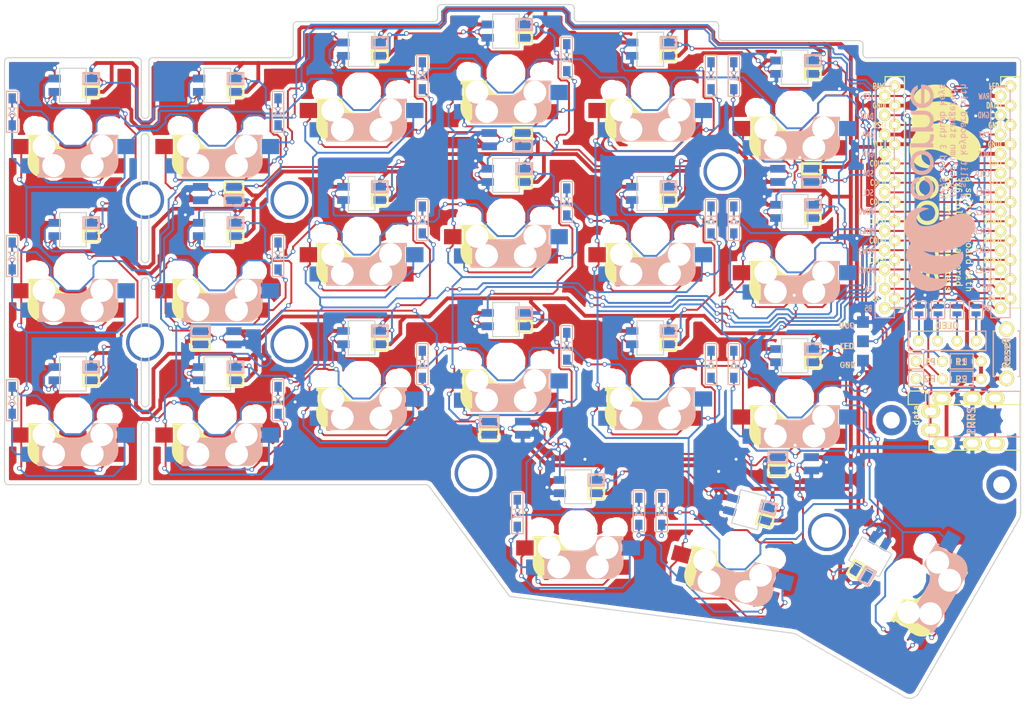
<source format=kicad_pcb>
(kicad_pcb (version 20171130) (host pcbnew "(5.0.0-3-g5ebb6b6)")
  (title_block (title "Corne Cherry") (date 2018-11-17) (rev 2.1) (company foostan))
  (layers (0 F.Cu signal) (31 B.Cu signal) (34 B.Paste user) (35 F.Paste user) (36 B.SilkS user) (37 F.SilkS user) (38 B.Mask user) (39 F.Mask user) (44 Edge.Cuts user))
  (net 0 "")
  (net 1 row0)
  (net 2 "Net-(D1-Pad2)")
  (net 3 row1)
  (net 4 "Net-(D2-Pad2)")
  (net 5 row2)
  (net 6 "Net-(D3-Pad2)")
  (net 7 row3)
  (net 8 "Net-(D4-Pad2)")
  (net 9 "Net-(D5-Pad2)")
  (net 10 "Net-(D6-Pad2)")
  (net 11 "Net-(D7-Pad2)")
  (net 12 "Net-(D8-Pad2)")
  (net 13 "Net-(D9-Pad2)")
  (net 14 "Net-(D10-Pad2)")
  (net 15 "Net-(D11-Pad2)")
  (net 16 "Net-(D12-Pad2)")
  (net 17 "Net-(D13-Pad2)")
  (net 18 "Net-(D14-Pad2)")
  (net 19 "Net-(D15-Pad2)")
  (net 20 "Net-(D16-Pad2)")
  (net 21 "Net-(D17-Pad2)")
  (net 22 "Net-(D18-Pad2)")
  (net 23 "Net-(D19-Pad2)")
  (net 24 "Net-(D20-Pad2)")
  (net 25 "Net-(D21-Pad2)")
  (net 26 GND)
  (net 27 VCC)
  (net 28 col0)
  (net 29 col1)
  (net 30 col2)
  (net 31 col3)
  (net 32 col4)
  (net 33 col5)
  (net 34 LED)
  (net 35 data)
  (net 36 "Net-(L1-Pad3)")
  (net 37 "Net-(L1-Pad1)")
  (net 38 "Net-(L3-Pad3)")
  (net 39 "Net-(L10-Pad1)")
  (net 40 "Net-(L11-Pad1)")
  (net 41 "Net-(L13-Pad1)")
  (net 42 "Net-(L14-Pad3)")
  (net 43 "Net-(L10-Pad3)")
  (net 44 "Net-(L12-Pad1)")
  (net 45 "Net-(L13-Pad3)")
  (net 46 "Net-(L15-Pad3)")
  (net 47 "Net-(L16-Pad3)")
  (net 48 reset)
  (net 49 SCL)
  (net 50 SDA)
  (net 51 "Net-(L5-Pad3)")
  (net 52 "Net-(U1-Pad14)")
  (net 53 "Net-(U1-Pad13)")
  (net 54 "Net-(U1-Pad12)")
  (net 55 "Net-(U1-Pad11)")
  (net 56 "Net-(J2-Pad1)")
  (net 57 "Net-(J2-Pad2)")
  (net 58 "Net-(J2-Pad3)")
  (net 59 "Net-(J2-Pad4)")
  (net 60 "Net-(L2-Pad3)")
  (net 61 "Net-(L3-Pad1)")
  (net 62 "Net-(L11-Pad3)")
  (net 63 "Net-(L14-Pad1)")
  (net 64 "Net-(L12-Pad3)")
  (net 65 "Net-(L17-Pad1)")
  (net 66 "Net-(L18-Pad3)")
  (net 67 "Net-(L19-Pad3)")
  (net 68 "Net-(J1-PadA)")
  (net 69 "Net-(J1-PadB)")
  (net 70 "Net-(U1-Pad24)")
  (net 71 "Net-(L21-Pad3)")
  (net 72 "Net-(L22-Pad3)")
  (net 73 "Net-(L22-Pad1)")
  (net 74 "Net-(L23-Pad3)")
  (net 75 "Net-(L25-Pad1)")
  (net 76 "Net-(L26-Pad1)")
  (module kbd:CherryMX_MidHeight_Hotswap_1.5u (layer F.Cu) (at 179.75 136.5 240)
    (fp_text reference SW21 hide)
    (fp_text value SW_PUSH hide)
    (pad "" np_thru_hole circle (at 4.5 0 240) (size 1.7 1.7) (drill 1.7) (layers *.Cu *.Mask))
    (pad "" np_thru_hole circle (at -4.5 0 240) (size 1.7 1.7) (drill 1.7) (layers *.Cu *.Mask))
    (pad 2 smd rect (at 5.7 -5.12 60) (size 2.3 2) (layers B.Cu B.Paste B.Mask) (net 25 "Net-(D21-Pad2)"))
    (pad "" np_thru_hole circle (at -5.08 0 240) (size 1.9 1.9) (drill 1.9) (layers *.Cu *.Mask))
    (pad "" np_thru_hole circle (at 5.08 0 240) (size 1.9 1.9) (drill 1.9) (layers *.Cu *.Mask))
    (pad "" np_thru_hole circle (at 0 0 330) (size 4.1 4.1) (drill 4.1) (layers *.Cu *.Mask))
    (pad "" np_thru_hole circle (at 2.54 -5.08 60) (size 3 3) (drill 3) (layers *.Cu *.Mask))
    (pad "" np_thru_hole circle (at 3.81 -2.540001 60) (size 3 3) (drill 3) (layers *.Cu *.Mask))
    (pad "" np_thru_hole circle (at -2.54 -5.08 60) (size 3 3) (drill 3) (layers *.Cu *.Mask))
    (pad "" np_thru_hole circle (at -3.81 -2.54 60) (size 3 3) (drill 3) (layers *.Cu *.Mask))
    (pad 2 smd rect (at -5.7 -5.12 60) (size 2.3 2) (layers F.Cu F.Paste F.Mask) (net 25 "Net-(D21-Pad2)"))
    (pad 1 smd rect (at 7 -2.58 60) (size 2.3 2) (layers F.Cu F.Paste F.Mask) (net 33 col5))
    (pad 1 smd rect (at -7 -2.58 60) (size 2.3 2) (layers B.Cu B.Paste B.Mask) (net 33 col5))
  )
  (module kbd:CherryMX_MidHeight_Hotswap (layer F.Cu) (at 70 77.125 180)
    (fp_text reference SW1 hide)
    (fp_text value SW_PUSH hide)
    (pad "" np_thru_hole circle (at 4.5 0 180) (size 1.7 1.7) (drill 1.7) (layers *.Cu *.Mask))
    (pad "" np_thru_hole circle (at -4.5 0 180) (size 1.7 1.7) (drill 1.7) (layers *.Cu *.Mask))
    (pad 2 smd rect (at 5.7 -5.12) (size 2.3 2) (layers B.Cu B.Paste B.Mask) (net 2 "Net-(D1-Pad2)"))
    (pad "" np_thru_hole circle (at -5.08 0 180) (size 1.9 1.9) (drill 1.9) (layers *.Cu *.Mask))
    (pad "" np_thru_hole circle (at 5.08 0 180) (size 1.9 1.9) (drill 1.9) (layers *.Cu *.Mask))
    (pad "" np_thru_hole circle (at 0 0 270) (size 4.1 4.1) (drill 4.1) (layers *.Cu *.Mask))
    (pad "" np_thru_hole circle (at 2.54 -5.08) (size 3 3) (drill 3) (layers *.Cu *.Mask))
    (pad "" np_thru_hole circle (at 3.81 -2.540001) (size 3 3) (drill 3) (layers *.Cu *.Mask))
    (pad "" np_thru_hole circle (at -2.54 -5.08) (size 3 3) (drill 3) (layers *.Cu *.Mask))
    (pad "" np_thru_hole circle (at -3.81 -2.54) (size 3 3) (drill 3) (layers *.Cu *.Mask))
    (pad 2 smd rect (at -5.7 -5.12) (size 2.3 2) (layers F.Cu F.Paste F.Mask) (net 2 "Net-(D1-Pad2)"))
    (pad 1 smd rect (at 7 -2.58) (size 2.3 2) (layers F.Cu F.Paste F.Mask) (net 28 col0))
    (pad 1 smd rect (at -7 -2.58) (size 2.3 2) (layers B.Cu B.Paste B.Mask) (net 28 col0))
  )
  (module kbd:CherryMX_MidHeight_Hotswap (layer F.Cu) (at 136.5 130 180)
    (fp_text reference SW19 hide)
    (fp_text value SW_PUSH hide)
    (pad "" np_thru_hole circle (at 4.5 0 180) (size 1.7 1.7) (drill 1.7) (layers *.Cu *.Mask))
    (pad "" np_thru_hole circle (at -4.5 0 180) (size 1.7 1.7) (drill 1.7) (layers *.Cu *.Mask))
    (pad 2 smd rect (at 5.7 -5.12) (size 2.3 2) (layers B.Cu B.Paste B.Mask) (net 23 "Net-(D19-Pad2)"))
    (pad "" np_thru_hole circle (at -5.08 0 180) (size 1.9 1.9) (drill 1.9) (layers *.Cu *.Mask))
    (pad "" np_thru_hole circle (at 5.08 0 180) (size 1.9 1.9) (drill 1.9) (layers *.Cu *.Mask))
    (pad "" np_thru_hole circle (at 0 0 270) (size 4.1 4.1) (drill 4.1) (layers *.Cu *.Mask))
    (pad "" np_thru_hole circle (at 2.54 -5.08) (size 3 3) (drill 3) (layers *.Cu *.Mask))
    (pad "" np_thru_hole circle (at 3.81 -2.540001) (size 3 3) (drill 3) (layers *.Cu *.Mask))
    (pad "" np_thru_hole circle (at -2.54 -5.08) (size 3 3) (drill 3) (layers *.Cu *.Mask))
    (pad "" np_thru_hole circle (at -3.81 -2.54) (size 3 3) (drill 3) (layers *.Cu *.Mask))
    (pad 2 smd rect (at -5.7 -5.12) (size 2.3 2) (layers F.Cu F.Paste F.Mask) (net 23 "Net-(D19-Pad2)"))
    (pad 1 smd rect (at 7 -2.58) (size 2.3 2) (layers F.Cu F.Paste F.Mask) (net 31 col3))
    (pad 1 smd rect (at -7 -2.58) (size 2.3 2) (layers B.Cu B.Paste B.Mask) (net 31 col3))
  )
  (module kbd:CherryMX_MidHeight_Hotswap (layer F.Cu) (at 165 112.75 180)
    (fp_text reference SW18 hide)
    (fp_text value SW_PUSH hide)
    (pad "" np_thru_hole circle (at 4.5 0 180) (size 1.7 1.7) (drill 1.7) (layers *.Cu *.Mask))
    (pad "" np_thru_hole circle (at -4.5 0 180) (size 1.7 1.7) (drill 1.7) (layers *.Cu *.Mask))
    (pad 2 smd rect (at 5.7 -5.12) (size 2.3 2) (layers B.Cu B.Paste B.Mask) (net 22 "Net-(D18-Pad2)"))
    (pad "" np_thru_hole circle (at -5.08 0 180) (size 1.9 1.9) (drill 1.9) (layers *.Cu *.Mask))
    (pad "" np_thru_hole circle (at 5.08 0 180) (size 1.9 1.9) (drill 1.9) (layers *.Cu *.Mask))
    (pad "" np_thru_hole circle (at 0 0 270) (size 4.1 4.1) (drill 4.1) (layers *.Cu *.Mask))
    (pad "" np_thru_hole circle (at 2.54 -5.08) (size 3 3) (drill 3) (layers *.Cu *.Mask))
    (pad "" np_thru_hole circle (at 3.81 -2.540001) (size 3 3) (drill 3) (layers *.Cu *.Mask))
    (pad "" np_thru_hole circle (at -2.54 -5.08) (size 3 3) (drill 3) (layers *.Cu *.Mask))
    (pad "" np_thru_hole circle (at -3.81 -2.54) (size 3 3) (drill 3) (layers *.Cu *.Mask))
    (pad 2 smd rect (at -5.7 -5.12) (size 2.3 2) (layers F.Cu F.Paste F.Mask) (net 22 "Net-(D18-Pad2)"))
    (pad 1 smd rect (at 7 -2.58) (size 2.3 2) (layers F.Cu F.Paste F.Mask) (net 33 col5))
    (pad 1 smd rect (at -7 -2.58) (size 2.3 2) (layers B.Cu B.Paste B.Mask) (net 33 col5))
  )
  (module kbd:CherryMX_MidHeight_Hotswap (layer F.Cu) (at 108 110.375 180)
    (fp_text reference SW15 hide)
    (fp_text value SW_PUSH hide)
    (pad "" np_thru_hole circle (at 4.5 0 180) (size 1.7 1.7) (drill 1.7) (layers *.Cu *.Mask))
    (pad "" np_thru_hole circle (at -4.5 0 180) (size 1.7 1.7) (drill 1.7) (layers *.Cu *.Mask))
    (pad 2 smd rect (at 5.7 -5.12) (size 2.3 2) (layers B.Cu B.Paste B.Mask) (net 19 "Net-(D15-Pad2)"))
    (pad "" np_thru_hole circle (at -5.08 0 180) (size 1.9 1.9) (drill 1.9) (layers *.Cu *.Mask))
    (pad "" np_thru_hole circle (at 5.08 0 180) (size 1.9 1.9) (drill 1.9) (layers *.Cu *.Mask))
    (pad "" np_thru_hole circle (at 0 0 270) (size 4.1 4.1) (drill 4.1) (layers *.Cu *.Mask))
    (pad "" np_thru_hole circle (at 2.54 -5.08) (size 3 3) (drill 3) (layers *.Cu *.Mask))
    (pad "" np_thru_hole circle (at 3.81 -2.540001) (size 3 3) (drill 3) (layers *.Cu *.Mask))
    (pad "" np_thru_hole circle (at -2.54 -5.08) (size 3 3) (drill 3) (layers *.Cu *.Mask))
    (pad "" np_thru_hole circle (at -3.81 -2.54) (size 3 3) (drill 3) (layers *.Cu *.Mask))
    (pad 2 smd rect (at -5.7 -5.12) (size 2.3 2) (layers F.Cu F.Paste F.Mask) (net 19 "Net-(D15-Pad2)"))
    (pad 1 smd rect (at 7 -2.58) (size 2.3 2) (layers F.Cu F.Paste F.Mask) (net 30 col2))
    (pad 1 smd rect (at -7 -2.58) (size 2.3 2) (layers B.Cu B.Paste B.Mask) (net 30 col2))
  )
  (module kbd:CherryMX_MidHeight_Hotswap (layer F.Cu) (at 89 115.125 180)
    (fp_text reference SW14 hide)
    (fp_text value SW_PUSH hide)
    (pad "" np_thru_hole circle (at 4.5 0 180) (size 1.7 1.7) (drill 1.7) (layers *.Cu *.Mask))
    (pad "" np_thru_hole circle (at -4.5 0 180) (size 1.7 1.7) (drill 1.7) (layers *.Cu *.Mask))
    (pad 2 smd rect (at 5.7 -5.12) (size 2.3 2) (layers B.Cu B.Paste B.Mask) (net 18 "Net-(D14-Pad2)"))
    (pad "" np_thru_hole circle (at -5.08 0 180) (size 1.9 1.9) (drill 1.9) (layers *.Cu *.Mask))
    (pad "" np_thru_hole circle (at 5.08 0 180) (size 1.9 1.9) (drill 1.9) (layers *.Cu *.Mask))
    (pad "" np_thru_hole circle (at 0 0 270) (size 4.1 4.1) (drill 4.1) (layers *.Cu *.Mask))
    (pad "" np_thru_hole circle (at 2.54 -5.08) (size 3 3) (drill 3) (layers *.Cu *.Mask))
    (pad "" np_thru_hole circle (at 3.81 -2.540001) (size 3 3) (drill 3) (layers *.Cu *.Mask))
    (pad "" np_thru_hole circle (at -2.54 -5.08) (size 3 3) (drill 3) (layers *.Cu *.Mask))
    (pad "" np_thru_hole circle (at -3.81 -2.54) (size 3 3) (drill 3) (layers *.Cu *.Mask))
    (pad 2 smd rect (at -5.7 -5.12) (size 2.3 2) (layers F.Cu F.Paste F.Mask) (net 18 "Net-(D14-Pad2)"))
    (pad 1 smd rect (at 7 -2.58) (size 2.3 2) (layers F.Cu F.Paste F.Mask) (net 29 col1))
    (pad 1 smd rect (at -7 -2.58) (size 2.3 2) (layers B.Cu B.Paste B.Mask) (net 29 col1))
  )
  (module kbd:CherryMX_MidHeight_Hotswap (layer F.Cu) (at 70 115.125 180)
    (fp_text reference SW13 hide)
    (fp_text value SW_PUSH hide)
    (pad "" np_thru_hole circle (at 4.5 0 180) (size 1.7 1.7) (drill 1.7) (layers *.Cu *.Mask))
    (pad "" np_thru_hole circle (at -4.5 0 180) (size 1.7 1.7) (drill 1.7) (layers *.Cu *.Mask))
    (pad 2 smd rect (at 5.7 -5.12) (size 2.3 2) (layers B.Cu B.Paste B.Mask) (net 17 "Net-(D13-Pad2)"))
    (pad "" np_thru_hole circle (at -5.08 0 180) (size 1.9 1.9) (drill 1.9) (layers *.Cu *.Mask))
    (pad "" np_thru_hole circle (at 5.08 0 180) (size 1.9 1.9) (drill 1.9) (layers *.Cu *.Mask))
    (pad "" np_thru_hole circle (at 0 0 270) (size 4.1 4.1) (drill 4.1) (layers *.Cu *.Mask))
    (pad "" np_thru_hole circle (at 2.54 -5.08) (size 3 3) (drill 3) (layers *.Cu *.Mask))
    (pad "" np_thru_hole circle (at 3.81 -2.540001) (size 3 3) (drill 3) (layers *.Cu *.Mask))
    (pad "" np_thru_hole circle (at -2.54 -5.08) (size 3 3) (drill 3) (layers *.Cu *.Mask))
    (pad "" np_thru_hole circle (at -3.81 -2.54) (size 3 3) (drill 3) (layers *.Cu *.Mask))
    (pad 2 smd rect (at -5.7 -5.12) (size 2.3 2) (layers F.Cu F.Paste F.Mask) (net 17 "Net-(D13-Pad2)"))
    (pad 1 smd rect (at 7 -2.58) (size 2.3 2) (layers F.Cu F.Paste F.Mask) (net 28 col0))
    (pad 1 smd rect (at -7 -2.58) (size 2.3 2) (layers B.Cu B.Paste B.Mask) (net 28 col0))
  )
  (module kbd:CherryMX_MidHeight_Hotswap (layer F.Cu) (at 165 93.75 180)
    (fp_text reference SW12 hide)
    (fp_text value SW_PUSH hide)
    (pad "" np_thru_hole circle (at 4.5 0 180) (size 1.7 1.7) (drill 1.7) (layers *.Cu *.Mask))
    (pad "" np_thru_hole circle (at -4.5 0 180) (size 1.7 1.7) (drill 1.7) (layers *.Cu *.Mask))
    (pad 2 smd rect (at 5.7 -5.12) (size 2.3 2) (layers B.Cu B.Paste B.Mask) (net 16 "Net-(D12-Pad2)"))
    (pad "" np_thru_hole circle (at -5.08 0 180) (size 1.9 1.9) (drill 1.9) (layers *.Cu *.Mask))
    (pad "" np_thru_hole circle (at 5.08 0 180) (size 1.9 1.9) (drill 1.9) (layers *.Cu *.Mask))
    (pad "" np_thru_hole circle (at 0 0 270) (size 4.1 4.1) (drill 4.1) (layers *.Cu *.Mask))
    (pad "" np_thru_hole circle (at 2.54 -5.08) (size 3 3) (drill 3) (layers *.Cu *.Mask))
    (pad "" np_thru_hole circle (at 3.81 -2.540001) (size 3 3) (drill 3) (layers *.Cu *.Mask))
    (pad "" np_thru_hole circle (at -2.54 -5.08) (size 3 3) (drill 3) (layers *.Cu *.Mask))
    (pad "" np_thru_hole circle (at -3.81 -2.54) (size 3 3) (drill 3) (layers *.Cu *.Mask))
    (pad 2 smd rect (at -5.7 -5.12) (size 2.3 2) (layers F.Cu F.Paste F.Mask) (net 16 "Net-(D12-Pad2)"))
    (pad 1 smd rect (at 7 -2.58) (size 2.3 2) (layers F.Cu F.Paste F.Mask) (net 33 col5))
    (pad 1 smd rect (at -7 -2.58) (size 2.3 2) (layers B.Cu B.Paste B.Mask) (net 33 col5))
  )
  (module kbd:CherryMX_MidHeight_Hotswap (layer F.Cu) (at 146 91.375 180)
    (fp_text reference SW11 hide)
    (fp_text value SW_PUSH hide)
    (pad "" np_thru_hole circle (at 4.5 0 180) (size 1.7 1.7) (drill 1.7) (layers *.Cu *.Mask))
    (pad "" np_thru_hole circle (at -4.5 0 180) (size 1.7 1.7) (drill 1.7) (layers *.Cu *.Mask))
    (pad 2 smd rect (at 5.7 -5.12) (size 2.3 2) (layers B.Cu B.Paste B.Mask) (net 15 "Net-(D11-Pad2)"))
    (pad "" np_thru_hole circle (at -5.08 0 180) (size 1.9 1.9) (drill 1.9) (layers *.Cu *.Mask))
    (pad "" np_thru_hole circle (at 5.08 0 180) (size 1.9 1.9) (drill 1.9) (layers *.Cu *.Mask))
    (pad "" np_thru_hole circle (at 0 0 270) (size 4.1 4.1) (drill 4.1) (layers *.Cu *.Mask))
    (pad "" np_thru_hole circle (at 2.54 -5.08) (size 3 3) (drill 3) (layers *.Cu *.Mask))
    (pad "" np_thru_hole circle (at 3.81 -2.540001) (size 3 3) (drill 3) (layers *.Cu *.Mask))
    (pad "" np_thru_hole circle (at -2.54 -5.08) (size 3 3) (drill 3) (layers *.Cu *.Mask))
    (pad "" np_thru_hole circle (at -3.81 -2.54) (size 3 3) (drill 3) (layers *.Cu *.Mask))
    (pad 2 smd rect (at -5.7 -5.12) (size 2.3 2) (layers F.Cu F.Paste F.Mask) (net 15 "Net-(D11-Pad2)"))
    (pad 1 smd rect (at 7 -2.58) (size 2.3 2) (layers F.Cu F.Paste F.Mask) (net 32 col4))
    (pad 1 smd rect (at -7 -2.58) (size 2.3 2) (layers B.Cu B.Paste B.Mask) (net 32 col4))
  )
  (module kbd:CherryMX_MidHeight_Hotswap (layer F.Cu) (at 127 89 180)
    (fp_text reference SW10 hide)
    (fp_text value SW_PUSH hide)
    (pad "" np_thru_hole circle (at 4.5 0 180) (size 1.7 1.7) (drill 1.7) (layers *.Cu *.Mask))
    (pad "" np_thru_hole circle (at -4.5 0 180) (size 1.7 1.7) (drill 1.7) (layers *.Cu *.Mask))
    (pad 2 smd rect (at 5.7 -5.12) (size 2.3 2) (layers B.Cu B.Paste B.Mask) (net 14 "Net-(D10-Pad2)"))
    (pad "" np_thru_hole circle (at -5.08 0 180) (size 1.9 1.9) (drill 1.9) (layers *.Cu *.Mask))
    (pad "" np_thru_hole circle (at 5.08 0 180) (size 1.9 1.9) (drill 1.9) (layers *.Cu *.Mask))
    (pad "" np_thru_hole circle (at 0 0 270) (size 4.1 4.1) (drill 4.1) (layers *.Cu *.Mask))
    (pad "" np_thru_hole circle (at 2.54 -5.08) (size 3 3) (drill 3) (layers *.Cu *.Mask))
    (pad "" np_thru_hole circle (at 3.81 -2.540001) (size 3 3) (drill 3) (layers *.Cu *.Mask))
    (pad "" np_thru_hole circle (at -2.54 -5.08) (size 3 3) (drill 3) (layers *.Cu *.Mask))
    (pad "" np_thru_hole circle (at -3.81 -2.54) (size 3 3) (drill 3) (layers *.Cu *.Mask))
    (pad 2 smd rect (at -5.7 -5.12) (size 2.3 2) (layers F.Cu F.Paste F.Mask) (net 14 "Net-(D10-Pad2)"))
    (pad 1 smd rect (at 7 -2.58) (size 2.3 2) (layers F.Cu F.Paste F.Mask) (net 31 col3))
    (pad 1 smd rect (at -7 -2.58) (size 2.3 2) (layers B.Cu B.Paste B.Mask) (net 31 col3))
  )
  (module kbd:CherryMX_MidHeight_Hotswap (layer F.Cu) (at 108 91.375 180)
    (fp_text reference SW9 hide)
    (fp_text value SW_PUSH hide)
    (pad "" np_thru_hole circle (at 4.5 0 180) (size 1.7 1.7) (drill 1.7) (layers *.Cu *.Mask))
    (pad "" np_thru_hole circle (at -4.5 0 180) (size 1.7 1.7) (drill 1.7) (layers *.Cu *.Mask))
    (pad 2 smd rect (at 5.7 -5.12) (size 2.3 2) (layers B.Cu B.Paste B.Mask) (net 13 "Net-(D9-Pad2)"))
    (pad "" np_thru_hole circle (at -5.08 0 180) (size 1.9 1.9) (drill 1.9) (layers *.Cu *.Mask))
    (pad "" np_thru_hole circle (at 5.08 0 180) (size 1.9 1.9) (drill 1.9) (layers *.Cu *.Mask))
    (pad "" np_thru_hole circle (at 0 0 270) (size 4.1 4.1) (drill 4.1) (layers *.Cu *.Mask))
    (pad "" np_thru_hole circle (at 2.54 -5.08) (size 3 3) (drill 3) (layers *.Cu *.Mask))
    (pad "" np_thru_hole circle (at 3.81 -2.540001) (size 3 3) (drill 3) (layers *.Cu *.Mask))
    (pad "" np_thru_hole circle (at -2.54 -5.08) (size 3 3) (drill 3) (layers *.Cu *.Mask))
    (pad "" np_thru_hole circle (at -3.81 -2.54) (size 3 3) (drill 3) (layers *.Cu *.Mask))
    (pad 2 smd rect (at -5.7 -5.12) (size 2.3 2) (layers F.Cu F.Paste F.Mask) (net 13 "Net-(D9-Pad2)"))
    (pad 1 smd rect (at 7 -2.58) (size 2.3 2) (layers F.Cu F.Paste F.Mask) (net 30 col2))
    (pad 1 smd rect (at -7 -2.58) (size 2.3 2) (layers B.Cu B.Paste B.Mask) (net 30 col2))
  )
  (module kbd:CherryMX_MidHeight_Hotswap (layer F.Cu) (at 89 96.125 180)
    (fp_text reference SW8 hide)
    (fp_text value SW_PUSH hide)
    (pad "" np_thru_hole circle (at 4.5 0 180) (size 1.7 1.7) (drill 1.7) (layers *.Cu *.Mask))
    (pad "" np_thru_hole circle (at -4.5 0 180) (size 1.7 1.7) (drill 1.7) (layers *.Cu *.Mask))
    (pad 2 smd rect (at 5.7 -5.12) (size 2.3 2) (layers B.Cu B.Paste B.Mask) (net 12 "Net-(D8-Pad2)"))
    (pad "" np_thru_hole circle (at -5.08 0 180) (size 1.9 1.9) (drill 1.9) (layers *.Cu *.Mask))
    (pad "" np_thru_hole circle (at 5.08 0 180) (size 1.9 1.9) (drill 1.9) (layers *.Cu *.Mask))
    (pad "" np_thru_hole circle (at 0 0 270) (size 4.1 4.1) (drill 4.1) (layers *.Cu *.Mask))
    (pad "" np_thru_hole circle (at 2.54 -5.08) (size 3 3) (drill 3) (layers *.Cu *.Mask))
    (pad "" np_thru_hole circle (at 3.81 -2.540001) (size 3 3) (drill 3) (layers *.Cu *.Mask))
    (pad "" np_thru_hole circle (at -2.54 -5.08) (size 3 3) (drill 3) (layers *.Cu *.Mask))
    (pad "" np_thru_hole circle (at -3.81 -2.54) (size 3 3) (drill 3) (layers *.Cu *.Mask))
    (pad 2 smd rect (at -5.7 -5.12) (size 2.3 2) (layers F.Cu F.Paste F.Mask) (net 12 "Net-(D8-Pad2)"))
    (pad 1 smd rect (at 7 -2.58) (size 2.3 2) (layers F.Cu F.Paste F.Mask) (net 29 col1))
    (pad 1 smd rect (at -7 -2.58) (size 2.3 2) (layers B.Cu B.Paste B.Mask) (net 29 col1))
  )
  (module kbd:CherryMX_MidHeight_Hotswap (layer F.Cu) (at 70 96.125 180)
    (fp_text reference SW7 hide)
    (fp_text value SW_PUSH hide)
    (pad "" np_thru_hole circle (at 4.5 0 180) (size 1.7 1.7) (drill 1.7) (layers *.Cu *.Mask))
    (pad "" np_thru_hole circle (at -4.5 0 180) (size 1.7 1.7) (drill 1.7) (layers *.Cu *.Mask))
    (pad 2 smd rect (at 5.7 -5.12) (size 2.3 2) (layers B.Cu B.Paste B.Mask) (net 11 "Net-(D7-Pad2)"))
    (pad "" np_thru_hole circle (at -5.08 0 180) (size 1.9 1.9) (drill 1.9) (layers *.Cu *.Mask))
    (pad "" np_thru_hole circle (at 5.08 0 180) (size 1.9 1.9) (drill 1.9) (layers *.Cu *.Mask))
    (pad "" np_thru_hole circle (at 0 0 270) (size 4.1 4.1) (drill 4.1) (layers *.Cu *.Mask))
    (pad "" np_thru_hole circle (at 2.54 -5.08) (size 3 3) (drill 3) (layers *.Cu *.Mask))
    (pad "" np_thru_hole circle (at 3.81 -2.540001) (size 3 3) (drill 3) (layers *.Cu *.Mask))
    (pad "" np_thru_hole circle (at -2.54 -5.08) (size 3 3) (drill 3) (layers *.Cu *.Mask))
    (pad "" np_thru_hole circle (at -3.81 -2.54) (size 3 3) (drill 3) (layers *.Cu *.Mask))
    (pad 2 smd rect (at -5.7 -5.12) (size 2.3 2) (layers F.Cu F.Paste F.Mask) (net 11 "Net-(D7-Pad2)"))
    (pad 1 smd rect (at 7 -2.58) (size 2.3 2) (layers F.Cu F.Paste F.Mask) (net 28 col0))
    (pad 1 smd rect (at -7 -2.58) (size 2.3 2) (layers B.Cu B.Paste B.Mask) (net 28 col0))
  )
  (module kbd:CherryMX_MidHeight_Hotswap (layer F.Cu) (at 165 74.75 180)
    (fp_text reference SW6 hide)
    (fp_text value SW_PUSH hide)
    (pad "" np_thru_hole circle (at 4.5 0 180) (size 1.7 1.7) (drill 1.7) (layers *.Cu *.Mask))
    (pad "" np_thru_hole circle (at -4.5 0 180) (size 1.7 1.7) (drill 1.7) (layers *.Cu *.Mask))
    (pad 2 smd rect (at 5.7 -5.12) (size 2.3 2) (layers B.Cu B.Paste B.Mask) (net 10 "Net-(D6-Pad2)"))
    (pad "" np_thru_hole circle (at -5.08 0 180) (size 1.9 1.9) (drill 1.9) (layers *.Cu *.Mask))
    (pad "" np_thru_hole circle (at 5.08 0 180) (size 1.9 1.9) (drill 1.9) (layers *.Cu *.Mask))
    (pad "" np_thru_hole circle (at 0 0 270) (size 4.1 4.1) (drill 4.1) (layers *.Cu *.Mask))
    (pad "" np_thru_hole circle (at 2.54 -5.08) (size 3 3) (drill 3) (layers *.Cu *.Mask))
    (pad "" np_thru_hole circle (at 3.81 -2.540001) (size 3 3) (drill 3) (layers *.Cu *.Mask))
    (pad "" np_thru_hole circle (at -2.54 -5.08) (size 3 3) (drill 3) (layers *.Cu *.Mask))
    (pad "" np_thru_hole circle (at -3.81 -2.54) (size 3 3) (drill 3) (layers *.Cu *.Mask))
    (pad 2 smd rect (at -5.7 -5.12) (size 2.3 2) (layers F.Cu F.Paste F.Mask) (net 10 "Net-(D6-Pad2)"))
    (pad 1 smd rect (at 7 -2.58) (size 2.3 2) (layers F.Cu F.Paste F.Mask) (net 33 col5))
    (pad 1 smd rect (at -7 -2.58) (size 2.3 2) (layers B.Cu B.Paste B.Mask) (net 33 col5))
  )
  (module kbd:CherryMX_MidHeight_Hotswap (layer F.Cu) (at 146 72.375 180)
    (fp_text reference SW5 hide)
    (fp_text value SW_PUSH hide)
    (pad "" np_thru_hole circle (at 4.5 0 180) (size 1.7 1.7) (drill 1.7) (layers *.Cu *.Mask))
    (pad "" np_thru_hole circle (at -4.5 0 180) (size 1.7 1.7) (drill 1.7) (layers *.Cu *.Mask))
    (pad 2 smd rect (at 5.7 -5.12) (size 2.3 2) (layers B.Cu B.Paste B.Mask) (net 9 "Net-(D5-Pad2)"))
    (pad "" np_thru_hole circle (at -5.08 0 180) (size 1.9 1.9) (drill 1.9) (layers *.Cu *.Mask))
    (pad "" np_thru_hole circle (at 5.08 0 180) (size 1.9 1.9) (drill 1.9) (layers *.Cu *.Mask))
    (pad "" np_thru_hole circle (at 0 0 270) (size 4.1 4.1) (drill 4.1) (layers *.Cu *.Mask))
    (pad "" np_thru_hole circle (at 2.54 -5.08) (size 3 3) (drill 3) (layers *.Cu *.Mask))
    (pad "" np_thru_hole circle (at 3.81 -2.540001) (size 3 3) (drill 3) (layers *.Cu *.Mask))
    (pad "" np_thru_hole circle (at -2.54 -5.08) (size 3 3) (drill 3) (layers *.Cu *.Mask))
    (pad "" np_thru_hole circle (at -3.81 -2.54) (size 3 3) (drill 3) (layers *.Cu *.Mask))
    (pad 2 smd rect (at -5.7 -5.12) (size 2.3 2) (layers F.Cu F.Paste F.Mask) (net 9 "Net-(D5-Pad2)"))
    (pad 1 smd rect (at 7 -2.58) (size 2.3 2) (layers F.Cu F.Paste F.Mask) (net 32 col4))
    (pad 1 smd rect (at -7 -2.58) (size 2.3 2) (layers B.Cu B.Paste B.Mask) (net 32 col4))
  )
  (module kbd:CherryMX_MidHeight_Hotswap (layer F.Cu) (at 108 72.375 180)
    (fp_text reference SW3 hide)
    (fp_text value SW_PUSH hide)
    (pad "" np_thru_hole circle (at 4.5 0 180) (size 1.7 1.7) (drill 1.7) (layers *.Cu *.Mask))
    (pad "" np_thru_hole circle (at -4.5 0 180) (size 1.7 1.7) (drill 1.7) (layers *.Cu *.Mask))
    (pad 2 smd rect (at 5.7 -5.12) (size 2.3 2) (layers B.Cu B.Paste B.Mask) (net 6 "Net-(D3-Pad2)"))
    (pad "" np_thru_hole circle (at -5.08 0 180) (size 1.9 1.9) (drill 1.9) (layers *.Cu *.Mask))
    (pad "" np_thru_hole circle (at 5.08 0 180) (size 1.9 1.9) (drill 1.9) (layers *.Cu *.Mask))
    (pad "" np_thru_hole circle (at 0 0 270) (size 4.1 4.1) (drill 4.1) (layers *.Cu *.Mask))
    (pad "" np_thru_hole circle (at 2.54 -5.08) (size 3 3) (drill 3) (layers *.Cu *.Mask))
    (pad "" np_thru_hole circle (at 3.81 -2.540001) (size 3 3) (drill 3) (layers *.Cu *.Mask))
    (pad "" np_thru_hole circle (at -2.54 -5.08) (size 3 3) (drill 3) (layers *.Cu *.Mask))
    (pad "" np_thru_hole circle (at -3.81 -2.54) (size 3 3) (drill 3) (layers *.Cu *.Mask))
    (pad 2 smd rect (at -5.7 -5.12) (size 2.3 2) (layers F.Cu F.Paste F.Mask) (net 6 "Net-(D3-Pad2)"))
    (pad 1 smd rect (at 7 -2.58) (size 2.3 2) (layers F.Cu F.Paste F.Mask) (net 30 col2))
    (pad 1 smd rect (at -7 -2.58) (size 2.3 2) (layers B.Cu B.Paste B.Mask) (net 30 col2))
  )
  (module kbd:CherryMX_MidHeight_Hotswap (layer F.Cu) (at 89 77.125 180)
    (fp_text reference SW2 hide)
    (fp_text value SW_PUSH hide)
    (pad "" np_thru_hole circle (at 4.5 0 180) (size 1.7 1.7) (drill 1.7) (layers *.Cu *.Mask))
    (pad "" np_thru_hole circle (at -4.5 0 180) (size 1.7 1.7) (drill 1.7) (layers *.Cu *.Mask))
    (pad 2 smd rect (at 5.7 -5.12) (size 2.3 2) (layers B.Cu B.Paste B.Mask) (net 4 "Net-(D2-Pad2)"))
    (pad "" np_thru_hole circle (at -5.08 0 180) (size 1.9 1.9) (drill 1.9) (layers *.Cu *.Mask))
    (pad "" np_thru_hole circle (at 5.08 0 180) (size 1.9 1.9) (drill 1.9) (layers *.Cu *.Mask))
    (pad "" np_thru_hole circle (at 0 0 270) (size 4.1 4.1) (drill 4.1) (layers *.Cu *.Mask))
    (pad "" np_thru_hole circle (at 2.54 -5.08) (size 3 3) (drill 3) (layers *.Cu *.Mask))
    (pad "" np_thru_hole circle (at 3.81 -2.540001) (size 3 3) (drill 3) (layers *.Cu *.Mask))
    (pad "" np_thru_hole circle (at -2.54 -5.08) (size 3 3) (drill 3) (layers *.Cu *.Mask))
    (pad "" np_thru_hole circle (at -3.81 -2.54) (size 3 3) (drill 3) (layers *.Cu *.Mask))
    (pad 2 smd rect (at -5.7 -5.12) (size 2.3 2) (layers F.Cu F.Paste F.Mask) (net 4 "Net-(D2-Pad2)"))
    (pad 1 smd rect (at 7 -2.58) (size 2.3 2) (layers F.Cu F.Paste F.Mask) (net 29 col1))
    (pad 1 smd rect (at -7 -2.58) (size 2.3 2) (layers B.Cu B.Paste B.Mask) (net 29 col1))
  )
  (module kbd:CherryMX_MidHeight_Hotswap (layer F.Cu) (at 146 110.375 180)
    (fp_text reference SW17 hide)
    (fp_text value SW_PUSH hide)
    (pad "" np_thru_hole circle (at 4.5 0 180) (size 1.7 1.7) (drill 1.7) (layers *.Cu *.Mask))
    (pad "" np_thru_hole circle (at -4.5 0 180) (size 1.7 1.7) (drill 1.7) (layers *.Cu *.Mask))
    (pad 2 smd rect (at 5.7 -5.12) (size 2.3 2) (layers B.Cu B.Paste B.Mask) (net 21 "Net-(D17-Pad2)"))
    (pad "" np_thru_hole circle (at -5.08 0 180) (size 1.9 1.9) (drill 1.9) (layers *.Cu *.Mask))
    (pad "" np_thru_hole circle (at 5.08 0 180) (size 1.9 1.9) (drill 1.9) (layers *.Cu *.Mask))
    (pad "" np_thru_hole circle (at 0 0 270) (size 4.1 4.1) (drill 4.1) (layers *.Cu *.Mask))
    (pad "" np_thru_hole circle (at 2.54 -5.08) (size 3 3) (drill 3) (layers *.Cu *.Mask))
    (pad "" np_thru_hole circle (at 3.81 -2.540001) (size 3 3) (drill 3) (layers *.Cu *.Mask))
    (pad "" np_thru_hole circle (at -2.54 -5.08) (size 3 3) (drill 3) (layers *.Cu *.Mask))
    (pad "" np_thru_hole circle (at -3.81 -2.54) (size 3 3) (drill 3) (layers *.Cu *.Mask))
    (pad 2 smd rect (at -5.7 -5.12) (size 2.3 2) (layers F.Cu F.Paste F.Mask) (net 21 "Net-(D17-Pad2)"))
    (pad 1 smd rect (at 7 -2.58) (size 2.3 2) (layers F.Cu F.Paste F.Mask) (net 32 col4))
    (pad 1 smd rect (at -7 -2.58) (size 2.3 2) (layers B.Cu B.Paste B.Mask) (net 32 col4))
  )
  (module kbd:CherryMX_MidHeight_Hotswap (layer F.Cu) (at 157.5 132.75 165)
    (fp_text reference SW20 hide)
    (fp_text value SW_PUSH hide)
    (pad "" np_thru_hole circle (at 4.5 0 165) (size 1.7 1.7) (drill 1.7) (layers *.Cu *.Mask))
    (pad "" np_thru_hole circle (at -4.5 0 165) (size 1.7 1.7) (drill 1.7) (layers *.Cu *.Mask))
    (pad 2 smd rect (at 5.7 -5.12 345) (size 2.3 2) (layers B.Cu B.Paste B.Mask) (net 24 "Net-(D20-Pad2)"))
    (pad "" np_thru_hole circle (at -5.08 0 165) (size 1.9 1.9) (drill 1.9) (layers *.Cu *.Mask))
    (pad "" np_thru_hole circle (at 5.08 0 165) (size 1.9 1.9) (drill 1.9) (layers *.Cu *.Mask))
    (pad "" np_thru_hole circle (at 0 0 255) (size 4.1 4.1) (drill 4.1) (layers *.Cu *.Mask))
    (pad "" np_thru_hole circle (at 2.54 -5.08 345) (size 3 3) (drill 3) (layers *.Cu *.Mask))
    (pad "" np_thru_hole circle (at 3.81 -2.540001 345) (size 3 3) (drill 3) (layers *.Cu *.Mask))
    (pad "" np_thru_hole circle (at -2.54 -5.08 345) (size 3 3) (drill 3) (layers *.Cu *.Mask))
    (pad "" np_thru_hole circle (at -3.81 -2.54 345) (size 3 3) (drill 3) (layers *.Cu *.Mask))
    (pad 2 smd rect (at -5.7 -5.12 345) (size 2.3 2) (layers F.Cu F.Paste F.Mask) (net 24 "Net-(D20-Pad2)"))
    (pad 1 smd rect (at 7 -2.58 345) (size 2.3 2) (layers F.Cu F.Paste F.Mask) (net 32 col4))
    (pad 1 smd rect (at -7 -2.58 345) (size 2.3 2) (layers B.Cu B.Paste B.Mask) (net 32 col4))
  )
  (module kbd:CherryMX_MidHeight_Hotswap (layer F.Cu) (at 127 70 180)
    (fp_text reference SW4 hide)
    (fp_text value SW_PUSH hide)
    (pad "" np_thru_hole circle (at 4.5 0 180) (size 1.7 1.7) (drill 1.7) (layers *.Cu *.Mask))
    (pad "" np_thru_hole circle (at -4.5 0 180) (size 1.7 1.7) (drill 1.7) (layers *.Cu *.Mask))
    (pad 2 smd rect (at 5.7 -5.12) (size 2.3 2) (layers B.Cu B.Paste B.Mask) (net 8 "Net-(D4-Pad2)"))
    (pad "" np_thru_hole circle (at -5.08 0 180) (size 1.9 1.9) (drill 1.9) (layers *.Cu *.Mask))
    (pad "" np_thru_hole circle (at 5.08 0 180) (size 1.9 1.9) (drill 1.9) (layers *.Cu *.Mask))
    (pad "" np_thru_hole circle (at 0 0 270) (size 4.1 4.1) (drill 4.1) (layers *.Cu *.Mask))
    (pad "" np_thru_hole circle (at 2.54 -5.08) (size 3 3) (drill 3) (layers *.Cu *.Mask))
    (pad "" np_thru_hole circle (at 3.81 -2.540001) (size 3 3) (drill 3) (layers *.Cu *.Mask))
    (pad "" np_thru_hole circle (at -2.54 -5.08) (size 3 3) (drill 3) (layers *.Cu *.Mask))
    (pad "" np_thru_hole circle (at -3.81 -2.54) (size 3 3) (drill 3) (layers *.Cu *.Mask))
    (pad 2 smd rect (at -5.7 -5.12) (size 2.3 2) (layers F.Cu F.Paste F.Mask) (net 8 "Net-(D4-Pad2)"))
    (pad 1 smd rect (at 7 -2.58) (size 2.3 2) (layers F.Cu F.Paste F.Mask) (net 31 col3))
    (pad 1 smd rect (at -7 -2.58) (size 2.3 2) (layers B.Cu B.Paste B.Mask) (net 31 col3))
  )
  (module kbd:CherryMX_MidHeight_Hotswap (layer F.Cu) (at 127 108 180)
    (fp_text reference SW16 hide)
    (fp_text value SW_PUSH hide)
    (pad "" np_thru_hole circle (at 4.5 0 180) (size 1.7 1.7) (drill 1.7) (layers *.Cu *.Mask))
    (pad "" np_thru_hole circle (at -4.5 0 180) (size 1.7 1.7) (drill 1.7) (layers *.Cu *.Mask))
    (pad 2 smd rect (at 5.7 -5.12) (size 2.3 2) (layers B.Cu B.Paste B.Mask) (net 20 "Net-(D16-Pad2)"))
    (pad "" np_thru_hole circle (at -5.08 0 180) (size 1.9 1.9) (drill 1.9) (layers *.Cu *.Mask))
    (pad "" np_thru_hole circle (at 5.08 0 180) (size 1.9 1.9) (drill 1.9) (layers *.Cu *.Mask))
    (pad "" np_thru_hole circle (at 0 0 270) (size 4.1 4.1) (drill 4.1) (layers *.Cu *.Mask))
    (pad "" np_thru_hole circle (at 2.54 -5.08) (size 3 3) (drill 3) (layers *.Cu *.Mask))
    (pad "" np_thru_hole circle (at 3.81 -2.540001) (size 3 3) (drill 3) (layers *.Cu *.Mask))
    (pad "" np_thru_hole circle (at -2.54 -5.08) (size 3 3) (drill 3) (layers *.Cu *.Mask))
    (pad "" np_thru_hole circle (at -3.81 -2.54) (size 3 3) (drill 3) (layers *.Cu *.Mask))
    (pad 2 smd rect (at -5.7 -5.12) (size 2.3 2) (layers F.Cu F.Paste F.Mask) (net 20 "Net-(D16-Pad2)"))
    (pad 1 smd rect (at 7 -2.58) (size 2.3 2) (layers F.Cu F.Paste F.Mask) (net 31 col3))
    (pad 1 smd rect (at -7 -2.58) (size 2.3 2) (layers B.Cu B.Paste B.Mask) (net 31 col3))
  )
  (module kbd:MJ-4PP-9 (layer F.Cu) (at 194.7 116.7 270)
    (fp_text reference TRRS (at -0.889 6.4135 270) (layer F.SilkS))
    (fp_text value MJ-4PP-9 hide)
    (fp_text user TRRS (at -0.8255 6.4135 270) (layer B.SilkS) (effects (justify mirror)))
    (pad "" np_thru_hole circle (at -1.75 8.5 270) (size 1.2 1.2) (drill 1.2) (layers *.Cu *.Mask F.SilkS))
    (pad "" np_thru_hole circle (at -1.75 1.5 270) (size 1.2 1.2) (drill 1.2) (layers *.Cu *.Mask F.SilkS))
    (pad D thru_hole oval (at -3.85 10.3 270) (size 1.7 2.5) (drill oval 1 1.5) (layers *.Cu *.Mask F.SilkS) (net 27 VCC) (clearance 0.15))
    (pad A thru_hole oval (at 0.35 11.8 270) (size 1.7 2.5) (drill oval 1 1.5) (layers *.Cu *.Mask F.SilkS) (net 68 "Net-(J1-PadA)") (clearance 0.15))
    (pad B thru_hole oval (at -3.85 3.3 270) (size 1.7 2.5) (drill oval 1 1.5) (layers *.Cu *.Mask F.SilkS) (net 69 "Net-(J1-PadB)"))
    (pad C thru_hole oval (at -3.85 6.3 270) (size 1.7 2.5) (drill oval 1 1.5) (layers *.Cu *.Mask F.SilkS) (net 26 GND))
    (pad "" np_thru_hole circle (at 0 1.5 270) (size 1.2 1.2) (drill 1.2) (layers *.Cu *.Mask F.SilkS))
    (pad "" np_thru_hole circle (at 0 8.5 270) (size 1.2 1.2) (drill 1.2) (layers *.Cu *.Mask F.SilkS))
    (pad B thru_hole oval (at 2.1 3.3 270) (size 1.7 2.5) (drill oval 1 1.5) (layers *.Cu *.Mask F.SilkS) (net 69 "Net-(J1-PadB)"))
    (pad C thru_hole oval (at 2.1 6.3 270) (size 1.7 2.5) (drill oval 1 1.5) (layers *.Cu *.Mask F.SilkS) (net 26 GND))
    (pad D thru_hole oval (at 2.1 10.3 270) (size 1.7 2.5) (drill oval 1 1.5) (layers *.Cu *.Mask F.SilkS) (net 27 VCC) (clearance 0.15))
    (pad A thru_hole oval (at -2.1 11.8 270) (size 1.7 2.5) (drill oval 1 1.5) (layers *.Cu *.Mask F.SilkS) (net 68 "Net-(J1-PadA)") (clearance 0.15))
  )
  (module kbd:SK6812MINI_underglow_rev (layer F.Cu) (at 165 121.5 180)
    (fp_text reference L27 hide)
    (fp_text value SK6812MINI hide)
    (pad 4 smd rect (at 2.2 -0.875 180) (size 2 1) (layers F.Cu F.Paste F.Mask) (net 27 VCC))
    (pad 3 smd rect (at 2.2 0.875 180) (size 2 1) (layers F.Cu F.Paste F.Mask) (net 76 "Net-(L26-Pad1)"))
    (pad 1 smd rect (at -2.2 -0.875 180) (size 2 1) (layers F.Cu F.Paste F.Mask) (net 71 "Net-(L21-Pad3)"))
    (pad 2 smd rect (at -2.2 0.875 180) (size 2 1) (layers F.Cu F.Paste F.Mask) (net 26 GND))
    (pad 3 smd rect (at 2.2 -0.875 180) (size 2 1) (layers B.Cu B.Paste B.Mask) (net 76 "Net-(L26-Pad1)"))
    (pad 4 smd rect (at 2.2 0.875 180) (size 2 1) (layers B.Cu B.Paste B.Mask) (net 27 VCC))
    (pad 1 smd rect (at -2.2 0.875 180) (size 2 1) (layers B.Cu B.Paste B.Mask) (net 71 "Net-(L21-Pad3)"))
    (pad 2 smd rect (at -2.2 -0.875 180) (size 2 1) (layers B.Cu B.Paste B.Mask) (net 26 GND))
  )
  (module kbd:SK6812MINI_underglow_rev (layer F.Cu) (at 165 83.5)
    (fp_text reference L24 hide)
    (fp_text value SK6812MINI hide)
    (pad 4 smd rect (at 2.2 -0.875) (size 2 1) (layers F.Cu F.Paste F.Mask) (net 27 VCC))
    (pad 3 smd rect (at 2.2 0.875) (size 2 1) (layers F.Cu F.Paste F.Mask) (net 34 LED))
    (pad 1 smd rect (at -2.2 -0.875) (size 2 1) (layers F.Cu F.Paste F.Mask) (net 74 "Net-(L23-Pad3)"))
    (pad 2 smd rect (at -2.2 0.875) (size 2 1) (layers F.Cu F.Paste F.Mask) (net 26 GND))
    (pad 3 smd rect (at 2.2 -0.875) (size 2 1) (layers B.Cu B.Paste B.Mask) (net 34 LED))
    (pad 4 smd rect (at 2.2 0.875) (size 2 1) (layers B.Cu B.Paste B.Mask) (net 27 VCC))
    (pad 1 smd rect (at -2.2 0.875) (size 2 1) (layers B.Cu B.Paste B.Mask) (net 74 "Net-(L23-Pad3)"))
    (pad 2 smd rect (at -2.2 -0.875) (size 2 1) (layers B.Cu B.Paste B.Mask) (net 26 GND))
  )
  (module kbd:SK6812MINI_underglow_rev (layer F.Cu) (at 127 78.8)
    (fp_text reference L23 hide)
    (fp_text value SK6812MINI hide)
    (pad 4 smd rect (at 2.2 -0.875) (size 2 1) (layers F.Cu F.Paste F.Mask) (net 27 VCC))
    (pad 3 smd rect (at 2.2 0.875) (size 2 1) (layers F.Cu F.Paste F.Mask) (net 74 "Net-(L23-Pad3)"))
    (pad 1 smd rect (at -2.2 -0.875) (size 2 1) (layers F.Cu F.Paste F.Mask) (net 72 "Net-(L22-Pad3)"))
    (pad 2 smd rect (at -2.2 0.875) (size 2 1) (layers F.Cu F.Paste F.Mask) (net 26 GND))
    (pad 3 smd rect (at 2.2 -0.875) (size 2 1) (layers B.Cu B.Paste B.Mask) (net 74 "Net-(L23-Pad3)"))
    (pad 4 smd rect (at 2.2 0.875) (size 2 1) (layers B.Cu B.Paste B.Mask) (net 27 VCC))
    (pad 1 smd rect (at -2.2 0.875) (size 2 1) (layers B.Cu B.Paste B.Mask) (net 72 "Net-(L22-Pad3)"))
    (pad 2 smd rect (at -2.2 -0.875) (size 2 1) (layers B.Cu B.Paste B.Mask) (net 26 GND))
  )
  (module kbd:SK6812MINI_underglow_rev (layer F.Cu) (at 89 85.9)
    (fp_text reference L22 hide)
    (fp_text value SK6812MINI hide)
    (pad 4 smd rect (at 2.2 -0.875) (size 2 1) (layers F.Cu F.Paste F.Mask) (net 27 VCC))
    (pad 3 smd rect (at 2.2 0.875) (size 2 1) (layers F.Cu F.Paste F.Mask) (net 72 "Net-(L22-Pad3)"))
    (pad 1 smd rect (at -2.2 -0.875) (size 2 1) (layers F.Cu F.Paste F.Mask) (net 73 "Net-(L22-Pad1)"))
    (pad 2 smd rect (at -2.2 0.875) (size 2 1) (layers F.Cu F.Paste F.Mask) (net 26 GND))
    (pad 3 smd rect (at 2.2 -0.875) (size 2 1) (layers B.Cu B.Paste B.Mask) (net 72 "Net-(L22-Pad3)"))
    (pad 4 smd rect (at 2.2 0.875) (size 2 1) (layers B.Cu B.Paste B.Mask) (net 27 VCC))
    (pad 1 smd rect (at -2.2 0.875) (size 2 1) (layers B.Cu B.Paste B.Mask) (net 73 "Net-(L22-Pad1)"))
    (pad 2 smd rect (at -2.2 -0.875) (size 2 1) (layers B.Cu B.Paste B.Mask) (net 26 GND))
  )
  (module kbd:SK6812MINI_underglow_rev (layer F.Cu) (at 89 104.9 180)
    (fp_text reference L25 hide)
    (fp_text value SK6812MINI hide)
    (pad 4 smd rect (at 2.2 -0.875 180) (size 2 1) (layers F.Cu F.Paste F.Mask) (net 27 VCC))
    (pad 3 smd rect (at 2.2 0.875 180) (size 2 1) (layers F.Cu F.Paste F.Mask) (net 73 "Net-(L22-Pad1)"))
    (pad 1 smd rect (at -2.2 -0.875 180) (size 2 1) (layers F.Cu F.Paste F.Mask) (net 75 "Net-(L25-Pad1)"))
    (pad 2 smd rect (at -2.2 0.875 180) (size 2 1) (layers F.Cu F.Paste F.Mask) (net 26 GND))
    (pad 3 smd rect (at 2.2 -0.875 180) (size 2 1) (layers B.Cu B.Paste B.Mask) (net 73 "Net-(L22-Pad1)"))
    (pad 4 smd rect (at 2.2 0.875 180) (size 2 1) (layers B.Cu B.Paste B.Mask) (net 27 VCC))
    (pad 1 smd rect (at -2.2 0.875 180) (size 2 1) (layers B.Cu B.Paste B.Mask) (net 75 "Net-(L25-Pad1)"))
    (pad 2 smd rect (at -2.2 -0.875 180) (size 2 1) (layers B.Cu B.Paste B.Mask) (net 26 GND))
  )
  (module kbd:SK6812MINI_underglow_rev (layer F.Cu) (at 127 116.8 180)
    (fp_text reference L26 hide)
    (fp_text value SK6812MINI hide)
    (pad 4 smd rect (at 2.2 -0.875 180) (size 2 1) (layers F.Cu F.Paste F.Mask) (net 27 VCC))
    (pad 3 smd rect (at 2.2 0.875 180) (size 2 1) (layers F.Cu F.Paste F.Mask) (net 75 "Net-(L25-Pad1)"))
    (pad 1 smd rect (at -2.2 -0.875 180) (size 2 1) (layers F.Cu F.Paste F.Mask) (net 76 "Net-(L26-Pad1)"))
    (pad 2 smd rect (at -2.2 0.875 180) (size 2 1) (layers F.Cu F.Paste F.Mask) (net 26 GND))
    (pad 3 smd rect (at 2.2 -0.875 180) (size 2 1) (layers B.Cu B.Paste B.Mask) (net 75 "Net-(L25-Pad1)"))
    (pad 4 smd rect (at 2.2 0.875 180) (size 2 1) (layers B.Cu B.Paste B.Mask) (net 27 VCC))
    (pad 1 smd rect (at -2.2 0.875 180) (size 2 1) (layers B.Cu B.Paste B.Mask) (net 76 "Net-(L26-Pad1)"))
    (pad 2 smd rect (at -2.2 -0.875 180) (size 2 1) (layers B.Cu B.Paste B.Mask) (net 26 GND))
  )
  (module kbd:SK6812MINI_rev (layer F.Cu) (at 175 133.75 240)
    (fp_text reference L21 hide)
    (fp_text value SK6812MINI hide)
    (pad 2 smd rect (at -2.4 0.875 240) (size 1.6 1) (layers B.Cu B.Paste B.Mask) (net 26 GND))
    (pad 1 smd rect (at -2.4 -0.875 240) (size 1.6 1) (layers B.Cu B.Paste B.Mask) (net 66 "Net-(L18-Pad3)"))
    (pad 4 smd rect (at 2.4 -0.875 240) (size 1.6 1) (layers B.Cu B.Paste B.Mask) (net 27 VCC))
    (pad 3 smd rect (at 2.4 0.875 240) (size 1.6 1) (layers B.Cu B.Paste B.Mask) (net 71 "Net-(L21-Pad3)"))
    (pad 2 smd rect (at -2.4 -0.875 240) (size 1.6 1) (layers F.Cu F.Paste F.Mask) (net 26 GND))
    (pad 1 smd rect (at -2.4 0.875 240) (size 1.6 1) (layers F.Cu F.Paste F.Mask) (net 66 "Net-(L18-Pad3)"))
    (pad 3 smd rect (at 2.4 -0.875 240) (size 1.6 1) (layers F.Cu F.Paste F.Mask) (net 71 "Net-(L21-Pad3)"))
    (pad 4 smd rect (at 2.4 0.875 240) (size 1.6 1) (layers F.Cu F.Paste F.Mask) (net 27 VCC))
  )
  (module kbd:SK6812MINI_rev (layer F.Cu) (at 159 127.5 345)
    (fp_text reference L20 hide)
    (fp_text value SK6812MINI hide)
    (pad 2 smd rect (at -2.4 0.875 345) (size 1.6 1) (layers B.Cu B.Paste B.Mask) (net 26 GND))
    (pad 1 smd rect (at -2.4 -0.875 345) (size 1.6 1) (layers B.Cu B.Paste B.Mask) (net 67 "Net-(L19-Pad3)"))
    (pad 4 smd rect (at 2.4 -0.875 345) (size 1.6 1) (layers B.Cu B.Paste B.Mask) (net 27 VCC))
    (pad 3 smd rect (at 2.4 0.875 345) (size 1.6 1) (layers B.Cu B.Paste B.Mask) (net 65 "Net-(L17-Pad1)"))
    (pad 2 smd rect (at -2.4 -0.875 345) (size 1.6 1) (layers F.Cu F.Paste F.Mask) (net 26 GND))
    (pad 1 smd rect (at -2.4 0.875 345) (size 1.6 1) (layers F.Cu F.Paste F.Mask) (net 67 "Net-(L19-Pad3)"))
    (pad 3 smd rect (at 2.4 -0.875 345) (size 1.6 1) (layers F.Cu F.Paste F.Mask) (net 65 "Net-(L17-Pad1)"))
    (pad 4 smd rect (at 2.4 0.875 345) (size 1.6 1) (layers F.Cu F.Paste F.Mask) (net 27 VCC))
  )
  (module kbd:SK6812MINI_rev (layer F.Cu) (at 136.5 124.5)
    (fp_text reference L19 hide)
    (fp_text value SK6812MINI hide)
    (pad 2 smd rect (at -2.4 0.875) (size 1.6 1) (layers B.Cu B.Paste B.Mask) (net 26 GND))
    (pad 1 smd rect (at -2.4 -0.875) (size 1.6 1) (layers B.Cu B.Paste B.Mask) (net 47 "Net-(L16-Pad3)"))
    (pad 4 smd rect (at 2.4 -0.875) (size 1.6 1) (layers B.Cu B.Paste B.Mask) (net 27 VCC))
    (pad 3 smd rect (at 2.4 0.875) (size 1.6 1) (layers B.Cu B.Paste B.Mask) (net 67 "Net-(L19-Pad3)"))
    (pad 2 smd rect (at -2.4 -0.875) (size 1.6 1) (layers F.Cu F.Paste F.Mask) (net 26 GND))
    (pad 1 smd rect (at -2.4 0.875) (size 1.6 1) (layers F.Cu F.Paste F.Mask) (net 47 "Net-(L16-Pad3)"))
    (pad 3 smd rect (at 2.4 -0.875) (size 1.6 1) (layers F.Cu F.Paste F.Mask) (net 67 "Net-(L19-Pad3)"))
    (pad 4 smd rect (at 2.4 0.875) (size 1.6 1) (layers F.Cu F.Paste F.Mask) (net 27 VCC))
  )
  (module kbd:SK6812MINI_rev (layer F.Cu) (at 165 107.25)
    (fp_text reference L18 hide)
    (fp_text value SK6812MINI hide)
    (pad 2 smd rect (at -2.4 0.875) (size 1.6 1) (layers B.Cu B.Paste B.Mask) (net 26 GND))
    (pad 1 smd rect (at -2.4 -0.875) (size 1.6 1) (layers B.Cu B.Paste B.Mask) (net 64 "Net-(L12-Pad3)"))
    (pad 4 smd rect (at 2.4 -0.875) (size 1.6 1) (layers B.Cu B.Paste B.Mask) (net 27 VCC))
    (pad 3 smd rect (at 2.4 0.875) (size 1.6 1) (layers B.Cu B.Paste B.Mask) (net 66 "Net-(L18-Pad3)"))
    (pad 2 smd rect (at -2.4 -0.875) (size 1.6 1) (layers F.Cu F.Paste F.Mask) (net 26 GND))
    (pad 1 smd rect (at -2.4 0.875) (size 1.6 1) (layers F.Cu F.Paste F.Mask) (net 64 "Net-(L12-Pad3)"))
    (pad 3 smd rect (at 2.4 -0.875) (size 1.6 1) (layers F.Cu F.Paste F.Mask) (net 66 "Net-(L18-Pad3)"))
    (pad 4 smd rect (at 2.4 0.875) (size 1.6 1) (layers F.Cu F.Paste F.Mask) (net 27 VCC))
  )
  (module kbd:SK6812MINI_rev (layer F.Cu) (at 146 104.875)
    (fp_text reference L17 hide)
    (fp_text value SK6812MINI hide)
    (pad 2 smd rect (at -2.4 0.875) (size 1.6 1) (layers B.Cu B.Paste B.Mask) (net 26 GND))
    (pad 1 smd rect (at -2.4 -0.875) (size 1.6 1) (layers B.Cu B.Paste B.Mask) (net 65 "Net-(L17-Pad1)"))
    (pad 4 smd rect (at 2.4 -0.875) (size 1.6 1) (layers B.Cu B.Paste B.Mask) (net 27 VCC))
    (pad 3 smd rect (at 2.4 0.875) (size 1.6 1) (layers B.Cu B.Paste B.Mask) (net 40 "Net-(L11-Pad1)"))
    (pad 2 smd rect (at -2.4 -0.875) (size 1.6 1) (layers F.Cu F.Paste F.Mask) (net 26 GND))
    (pad 1 smd rect (at -2.4 0.875) (size 1.6 1) (layers F.Cu F.Paste F.Mask) (net 65 "Net-(L17-Pad1)"))
    (pad 3 smd rect (at 2.4 -0.875) (size 1.6 1) (layers F.Cu F.Paste F.Mask) (net 40 "Net-(L11-Pad1)"))
    (pad 4 smd rect (at 2.4 0.875) (size 1.6 1) (layers F.Cu F.Paste F.Mask) (net 27 VCC))
  )
  (module kbd:SK6812MINI_rev (layer F.Cu) (at 127 102.5)
    (fp_text reference L16 hide)
    (fp_text value SK6812MINI hide)
    (pad 2 smd rect (at -2.4 0.875) (size 1.6 1) (layers B.Cu B.Paste B.Mask) (net 26 GND))
    (pad 1 smd rect (at -2.4 -0.875) (size 1.6 1) (layers B.Cu B.Paste B.Mask) (net 43 "Net-(L10-Pad3)"))
    (pad 4 smd rect (at 2.4 -0.875) (size 1.6 1) (layers B.Cu B.Paste B.Mask) (net 27 VCC))
    (pad 3 smd rect (at 2.4 0.875) (size 1.6 1) (layers B.Cu B.Paste B.Mask) (net 47 "Net-(L16-Pad3)"))
    (pad 2 smd rect (at -2.4 -0.875) (size 1.6 1) (layers F.Cu F.Paste F.Mask) (net 26 GND))
    (pad 1 smd rect (at -2.4 0.875) (size 1.6 1) (layers F.Cu F.Paste F.Mask) (net 43 "Net-(L10-Pad3)"))
    (pad 3 smd rect (at 2.4 -0.875) (size 1.6 1) (layers F.Cu F.Paste F.Mask) (net 47 "Net-(L16-Pad3)"))
    (pad 4 smd rect (at 2.4 0.875) (size 1.6 1) (layers F.Cu F.Paste F.Mask) (net 27 VCC))
  )
  (module kbd:SK6812MINI_rev (layer F.Cu) (at 108 104.875)
    (fp_text reference L15 hide)
    (fp_text value SK6812MINI hide)
    (pad 2 smd rect (at -2.4 0.875) (size 1.6 1) (layers B.Cu B.Paste B.Mask) (net 26 GND))
    (pad 1 smd rect (at -2.4 -0.875) (size 1.6 1) (layers B.Cu B.Paste B.Mask) (net 42 "Net-(L14-Pad3)"))
    (pad 4 smd rect (at 2.4 -0.875) (size 1.6 1) (layers B.Cu B.Paste B.Mask) (net 27 VCC))
    (pad 3 smd rect (at 2.4 0.875) (size 1.6 1) (layers B.Cu B.Paste B.Mask) (net 46 "Net-(L15-Pad3)"))
    (pad 2 smd rect (at -2.4 -0.875) (size 1.6 1) (layers F.Cu F.Paste F.Mask) (net 26 GND))
    (pad 1 smd rect (at -2.4 0.875) (size 1.6 1) (layers F.Cu F.Paste F.Mask) (net 42 "Net-(L14-Pad3)"))
    (pad 3 smd rect (at 2.4 -0.875) (size 1.6 1) (layers F.Cu F.Paste F.Mask) (net 46 "Net-(L15-Pad3)"))
    (pad 4 smd rect (at 2.4 0.875) (size 1.6 1) (layers F.Cu F.Paste F.Mask) (net 27 VCC))
  )
  (module kbd:SK6812MINI_rev (layer F.Cu) (at 89 109.625)
    (fp_text reference L14 hide)
    (fp_text value SK6812MINI hide)
    (pad 2 smd rect (at -2.4 0.875) (size 1.6 1) (layers B.Cu B.Paste B.Mask) (net 26 GND))
    (pad 1 smd rect (at -2.4 -0.875) (size 1.6 1) (layers B.Cu B.Paste B.Mask) (net 63 "Net-(L14-Pad1)"))
    (pad 4 smd rect (at 2.4 -0.875) (size 1.6 1) (layers B.Cu B.Paste B.Mask) (net 27 VCC))
    (pad 3 smd rect (at 2.4 0.875) (size 1.6 1) (layers B.Cu B.Paste B.Mask) (net 42 "Net-(L14-Pad3)"))
    (pad 2 smd rect (at -2.4 -0.875) (size 1.6 1) (layers F.Cu F.Paste F.Mask) (net 26 GND))
    (pad 1 smd rect (at -2.4 0.875) (size 1.6 1) (layers F.Cu F.Paste F.Mask) (net 63 "Net-(L14-Pad1)"))
    (pad 3 smd rect (at 2.4 -0.875) (size 1.6 1) (layers F.Cu F.Paste F.Mask) (net 42 "Net-(L14-Pad3)"))
    (pad 4 smd rect (at 2.4 0.875) (size 1.6 1) (layers F.Cu F.Paste F.Mask) (net 27 VCC))
  )
  (module kbd:SK6812MINI_rev (layer F.Cu) (at 70 109.625)
    (fp_text reference L13 hide)
    (fp_text value SK6812MINI hide)
    (pad 2 smd rect (at -2.4 0.875) (size 1.6 1) (layers B.Cu B.Paste B.Mask) (net 26 GND))
    (pad 1 smd rect (at -2.4 -0.875) (size 1.6 1) (layers B.Cu B.Paste B.Mask) (net 41 "Net-(L13-Pad1)"))
    (pad 4 smd rect (at 2.4 -0.875) (size 1.6 1) (layers B.Cu B.Paste B.Mask) (net 27 VCC))
    (pad 3 smd rect (at 2.4 0.875) (size 1.6 1) (layers B.Cu B.Paste B.Mask) (net 45 "Net-(L13-Pad3)"))
    (pad 2 smd rect (at -2.4 -0.875) (size 1.6 1) (layers F.Cu F.Paste F.Mask) (net 26 GND))
    (pad 1 smd rect (at -2.4 0.875) (size 1.6 1) (layers F.Cu F.Paste F.Mask) (net 41 "Net-(L13-Pad1)"))
    (pad 3 smd rect (at 2.4 -0.875) (size 1.6 1) (layers F.Cu F.Paste F.Mask) (net 45 "Net-(L13-Pad3)"))
    (pad 4 smd rect (at 2.4 0.875) (size 1.6 1) (layers F.Cu F.Paste F.Mask) (net 27 VCC))
  )
  (module kbd:SK6812MINI_rev (layer F.Cu) (at 165 88.25)
    (fp_text reference L12 hide)
    (fp_text value SK6812MINI hide)
    (pad 2 smd rect (at -2.4 0.875) (size 1.6 1) (layers B.Cu B.Paste B.Mask) (net 26 GND))
    (pad 1 smd rect (at -2.4 -0.875) (size 1.6 1) (layers B.Cu B.Paste B.Mask) (net 44 "Net-(L12-Pad1)"))
    (pad 4 smd rect (at 2.4 -0.875) (size 1.6 1) (layers B.Cu B.Paste B.Mask) (net 27 VCC))
    (pad 3 smd rect (at 2.4 0.875) (size 1.6 1) (layers B.Cu B.Paste B.Mask) (net 64 "Net-(L12-Pad3)"))
    (pad 2 smd rect (at -2.4 -0.875) (size 1.6 1) (layers F.Cu F.Paste F.Mask) (net 26 GND))
    (pad 1 smd rect (at -2.4 0.875) (size 1.6 1) (layers F.Cu F.Paste F.Mask) (net 44 "Net-(L12-Pad1)"))
    (pad 3 smd rect (at 2.4 -0.875) (size 1.6 1) (layers F.Cu F.Paste F.Mask) (net 64 "Net-(L12-Pad3)"))
    (pad 4 smd rect (at 2.4 0.875) (size 1.6 1) (layers F.Cu F.Paste F.Mask) (net 27 VCC))
  )
  (module kbd:SK6812MINI_rev (layer F.Cu) (at 146 85.875)
    (fp_text reference L11 hide)
    (fp_text value SK6812MINI hide)
    (pad 2 smd rect (at -2.4 0.875) (size 1.6 1) (layers B.Cu B.Paste B.Mask) (net 26 GND))
    (pad 1 smd rect (at -2.4 -0.875) (size 1.6 1) (layers B.Cu B.Paste B.Mask) (net 40 "Net-(L11-Pad1)"))
    (pad 4 smd rect (at 2.4 -0.875) (size 1.6 1) (layers B.Cu B.Paste B.Mask) (net 27 VCC))
    (pad 3 smd rect (at 2.4 0.875) (size 1.6 1) (layers B.Cu B.Paste B.Mask) (net 62 "Net-(L11-Pad3)"))
    (pad 2 smd rect (at -2.4 -0.875) (size 1.6 1) (layers F.Cu F.Paste F.Mask) (net 26 GND))
    (pad 1 smd rect (at -2.4 0.875) (size 1.6 1) (layers F.Cu F.Paste F.Mask) (net 40 "Net-(L11-Pad1)"))
    (pad 3 smd rect (at 2.4 -0.875) (size 1.6 1) (layers F.Cu F.Paste F.Mask) (net 62 "Net-(L11-Pad3)"))
    (pad 4 smd rect (at 2.4 0.875) (size 1.6 1) (layers F.Cu F.Paste F.Mask) (net 27 VCC))
  )
  (module kbd:SK6812MINI_rev (layer F.Cu) (at 127 83.5)
    (fp_text reference L10 hide)
    (fp_text value SK6812MINI hide)
    (pad 2 smd rect (at -2.4 0.875) (size 1.6 1) (layers B.Cu B.Paste B.Mask) (net 26 GND))
    (pad 1 smd rect (at -2.4 -0.875) (size 1.6 1) (layers B.Cu B.Paste B.Mask) (net 39 "Net-(L10-Pad1)"))
    (pad 4 smd rect (at 2.4 -0.875) (size 1.6 1) (layers B.Cu B.Paste B.Mask) (net 27 VCC))
    (pad 3 smd rect (at 2.4 0.875) (size 1.6 1) (layers B.Cu B.Paste B.Mask) (net 43 "Net-(L10-Pad3)"))
    (pad 2 smd rect (at -2.4 -0.875) (size 1.6 1) (layers F.Cu F.Paste F.Mask) (net 26 GND))
    (pad 1 smd rect (at -2.4 0.875) (size 1.6 1) (layers F.Cu F.Paste F.Mask) (net 39 "Net-(L10-Pad1)"))
    (pad 3 smd rect (at 2.4 -0.875) (size 1.6 1) (layers F.Cu F.Paste F.Mask) (net 43 "Net-(L10-Pad3)"))
    (pad 4 smd rect (at 2.4 0.875) (size 1.6 1) (layers F.Cu F.Paste F.Mask) (net 27 VCC))
  )
  (module kbd:SK6812MINI_rev (layer F.Cu) (at 108 85.875)
    (fp_text reference L9 hide)
    (fp_text value SK6812MINI hide)
    (pad 2 smd rect (at -2.4 0.875) (size 1.6 1) (layers B.Cu B.Paste B.Mask) (net 26 GND))
    (pad 1 smd rect (at -2.4 -0.875) (size 1.6 1) (layers B.Cu B.Paste B.Mask) (net 46 "Net-(L15-Pad3)"))
    (pad 4 smd rect (at 2.4 -0.875) (size 1.6 1) (layers B.Cu B.Paste B.Mask) (net 27 VCC))
    (pad 3 smd rect (at 2.4 0.875) (size 1.6 1) (layers B.Cu B.Paste B.Mask) (net 61 "Net-(L3-Pad1)"))
    (pad 2 smd rect (at -2.4 -0.875) (size 1.6 1) (layers F.Cu F.Paste F.Mask) (net 26 GND))
    (pad 1 smd rect (at -2.4 0.875) (size 1.6 1) (layers F.Cu F.Paste F.Mask) (net 46 "Net-(L15-Pad3)"))
    (pad 3 smd rect (at 2.4 -0.875) (size 1.6 1) (layers F.Cu F.Paste F.Mask) (net 61 "Net-(L3-Pad1)"))
    (pad 4 smd rect (at 2.4 0.875) (size 1.6 1) (layers F.Cu F.Paste F.Mask) (net 27 VCC))
  )
  (module kbd:SK6812MINI_rev (layer F.Cu) (at 89 90.625)
    (fp_text reference L8 hide)
    (fp_text value SK6812MINI hide)
    (pad 2 smd rect (at -2.4 0.875) (size 1.6 1) (layers B.Cu B.Paste B.Mask) (net 26 GND))
    (pad 1 smd rect (at -2.4 -0.875) (size 1.6 1) (layers B.Cu B.Paste B.Mask) (net 60 "Net-(L2-Pad3)"))
    (pad 4 smd rect (at 2.4 -0.875) (size 1.6 1) (layers B.Cu B.Paste B.Mask) (net 27 VCC))
    (pad 3 smd rect (at 2.4 0.875) (size 1.6 1) (layers B.Cu B.Paste B.Mask) (net 63 "Net-(L14-Pad1)"))
    (pad 2 smd rect (at -2.4 -0.875) (size 1.6 1) (layers F.Cu F.Paste F.Mask) (net 26 GND))
    (pad 1 smd rect (at -2.4 0.875) (size 1.6 1) (layers F.Cu F.Paste F.Mask) (net 60 "Net-(L2-Pad3)"))
    (pad 3 smd rect (at 2.4 -0.875) (size 1.6 1) (layers F.Cu F.Paste F.Mask) (net 63 "Net-(L14-Pad1)"))
    (pad 4 smd rect (at 2.4 0.875) (size 1.6 1) (layers F.Cu F.Paste F.Mask) (net 27 VCC))
  )
  (module kbd:SK6812MINI_rev (layer F.Cu) (at 70 90.625)
    (fp_text reference L7 hide)
    (fp_text value SK6812MINI hide)
    (pad 2 smd rect (at -2.4 0.875) (size 1.6 1) (layers B.Cu B.Paste B.Mask) (net 26 GND))
    (pad 1 smd rect (at -2.4 -0.875) (size 1.6 1) (layers B.Cu B.Paste B.Mask) (net 45 "Net-(L13-Pad3)"))
    (pad 4 smd rect (at 2.4 -0.875) (size 1.6 1) (layers B.Cu B.Paste B.Mask) (net 27 VCC))
    (pad 3 smd rect (at 2.4 0.875) (size 1.6 1) (layers B.Cu B.Paste B.Mask) (net 37 "Net-(L1-Pad1)"))
    (pad 2 smd rect (at -2.4 -0.875) (size 1.6 1) (layers F.Cu F.Paste F.Mask) (net 26 GND))
    (pad 1 smd rect (at -2.4 0.875) (size 1.6 1) (layers F.Cu F.Paste F.Mask) (net 45 "Net-(L13-Pad3)"))
    (pad 3 smd rect (at 2.4 -0.875) (size 1.6 1) (layers F.Cu F.Paste F.Mask) (net 37 "Net-(L1-Pad1)"))
    (pad 4 smd rect (at 2.4 0.875) (size 1.6 1) (layers F.Cu F.Paste F.Mask) (net 27 VCC))
  )
  (module kbd:SK6812MINI_rev (layer F.Cu) (at 165 69.25)
    (fp_text reference L6 hide)
    (fp_text value SK6812MINI hide)
    (pad 2 smd rect (at -2.4 0.875) (size 1.6 1) (layers B.Cu B.Paste B.Mask) (net 26 GND))
    (pad 1 smd rect (at -2.4 -0.875) (size 1.6 1) (layers B.Cu B.Paste B.Mask) (net 51 "Net-(L5-Pad3)"))
    (pad 4 smd rect (at 2.4 -0.875) (size 1.6 1) (layers B.Cu B.Paste B.Mask) (net 27 VCC))
    (pad 3 smd rect (at 2.4 0.875) (size 1.6 1) (layers B.Cu B.Paste B.Mask) (net 44 "Net-(L12-Pad1)"))
    (pad 2 smd rect (at -2.4 -0.875) (size 1.6 1) (layers F.Cu F.Paste F.Mask) (net 26 GND))
    (pad 1 smd rect (at -2.4 0.875) (size 1.6 1) (layers F.Cu F.Paste F.Mask) (net 51 "Net-(L5-Pad3)"))
    (pad 3 smd rect (at 2.4 -0.875) (size 1.6 1) (layers F.Cu F.Paste F.Mask) (net 44 "Net-(L12-Pad1)"))
    (pad 4 smd rect (at 2.4 0.875) (size 1.6 1) (layers F.Cu F.Paste F.Mask) (net 27 VCC))
  )
  (module kbd:SK6812MINI_rev (layer F.Cu) (at 146 66.875)
    (fp_text reference L5 hide)
    (fp_text value SK6812MINI hide)
    (pad 2 smd rect (at -2.4 0.875) (size 1.6 1) (layers B.Cu B.Paste B.Mask) (net 26 GND))
    (pad 1 smd rect (at -2.4 -0.875) (size 1.6 1) (layers B.Cu B.Paste B.Mask) (net 62 "Net-(L11-Pad3)"))
    (pad 4 smd rect (at 2.4 -0.875) (size 1.6 1) (layers B.Cu B.Paste B.Mask) (net 27 VCC))
    (pad 3 smd rect (at 2.4 0.875) (size 1.6 1) (layers B.Cu B.Paste B.Mask) (net 51 "Net-(L5-Pad3)"))
    (pad 2 smd rect (at -2.4 -0.875) (size 1.6 1) (layers F.Cu F.Paste F.Mask) (net 26 GND))
    (pad 1 smd rect (at -2.4 0.875) (size 1.6 1) (layers F.Cu F.Paste F.Mask) (net 62 "Net-(L11-Pad3)"))
    (pad 3 smd rect (at 2.4 -0.875) (size 1.6 1) (layers F.Cu F.Paste F.Mask) (net 51 "Net-(L5-Pad3)"))
    (pad 4 smd rect (at 2.4 0.875) (size 1.6 1) (layers F.Cu F.Paste F.Mask) (net 27 VCC))
  )
  (module kbd:SK6812MINI_rev (layer F.Cu) (at 127 64.5)
    (fp_text reference L4 hide)
    (fp_text value SK6812MINI hide)
    (pad 2 smd rect (at -2.4 0.875) (size 1.6 1) (layers B.Cu B.Paste B.Mask) (net 26 GND))
    (pad 1 smd rect (at -2.4 -0.875) (size 1.6 1) (layers B.Cu B.Paste B.Mask) (net 38 "Net-(L3-Pad3)"))
    (pad 4 smd rect (at 2.4 -0.875) (size 1.6 1) (layers B.Cu B.Paste B.Mask) (net 27 VCC))
    (pad 3 smd rect (at 2.4 0.875) (size 1.6 1) (layers B.Cu B.Paste B.Mask) (net 39 "Net-(L10-Pad1)"))
    (pad 2 smd rect (at -2.4 -0.875) (size 1.6 1) (layers F.Cu F.Paste F.Mask) (net 26 GND))
    (pad 1 smd rect (at -2.4 0.875) (size 1.6 1) (layers F.Cu F.Paste F.Mask) (net 38 "Net-(L3-Pad3)"))
    (pad 3 smd rect (at 2.4 -0.875) (size 1.6 1) (layers F.Cu F.Paste F.Mask) (net 39 "Net-(L10-Pad1)"))
    (pad 4 smd rect (at 2.4 0.875) (size 1.6 1) (layers F.Cu F.Paste F.Mask) (net 27 VCC))
  )
  (module kbd:SK6812MINI_rev (layer F.Cu) (at 108 66.875)
    (fp_text reference L3 hide)
    (fp_text value SK6812MINI hide)
    (pad 2 smd rect (at -2.4 0.875) (size 1.6 1) (layers B.Cu B.Paste B.Mask) (net 26 GND))
    (pad 1 smd rect (at -2.4 -0.875) (size 1.6 1) (layers B.Cu B.Paste B.Mask) (net 61 "Net-(L3-Pad1)"))
    (pad 4 smd rect (at 2.4 -0.875) (size 1.6 1) (layers B.Cu B.Paste B.Mask) (net 27 VCC))
    (pad 3 smd rect (at 2.4 0.875) (size 1.6 1) (layers B.Cu B.Paste B.Mask) (net 38 "Net-(L3-Pad3)"))
    (pad 2 smd rect (at -2.4 -0.875) (size 1.6 1) (layers F.Cu F.Paste F.Mask) (net 26 GND))
    (pad 1 smd rect (at -2.4 0.875) (size 1.6 1) (layers F.Cu F.Paste F.Mask) (net 61 "Net-(L3-Pad1)"))
    (pad 3 smd rect (at 2.4 -0.875) (size 1.6 1) (layers F.Cu F.Paste F.Mask) (net 38 "Net-(L3-Pad3)"))
    (pad 4 smd rect (at 2.4 0.875) (size 1.6 1) (layers F.Cu F.Paste F.Mask) (net 27 VCC))
  )
  (module kbd:SK6812MINI_rev (layer F.Cu) (at 89 71.625)
    (fp_text reference L2 hide)
    (fp_text value SK6812MINI hide)
    (pad 2 smd rect (at -2.4 0.875) (size 1.6 1) (layers B.Cu B.Paste B.Mask) (net 26 GND))
    (pad 1 smd rect (at -2.4 -0.875) (size 1.6 1) (layers B.Cu B.Paste B.Mask) (net 36 "Net-(L1-Pad3)"))
    (pad 4 smd rect (at 2.4 -0.875) (size 1.6 1) (layers B.Cu B.Paste B.Mask) (net 27 VCC))
    (pad 3 smd rect (at 2.4 0.875) (size 1.6 1) (layers B.Cu B.Paste B.Mask) (net 60 "Net-(L2-Pad3)"))
    (pad 2 smd rect (at -2.4 -0.875) (size 1.6 1) (layers F.Cu F.Paste F.Mask) (net 26 GND))
    (pad 1 smd rect (at -2.4 0.875) (size 1.6 1) (layers F.Cu F.Paste F.Mask) (net 36 "Net-(L1-Pad3)"))
    (pad 3 smd rect (at 2.4 -0.875) (size 1.6 1) (layers F.Cu F.Paste F.Mask) (net 60 "Net-(L2-Pad3)"))
    (pad 4 smd rect (at 2.4 0.875) (size 1.6 1) (layers F.Cu F.Paste F.Mask) (net 27 VCC))
  )
  (module kbd:SK6812MINI_rev (layer F.Cu) (at 70 71.625)
    (fp_text reference L1 hide)
    (fp_text value SK6812MINI hide)
    (pad 2 smd rect (at -2.4 0.875) (size 1.6 1) (layers B.Cu B.Paste B.Mask) (net 26 GND))
    (pad 1 smd rect (at -2.4 -0.875) (size 1.6 1) (layers B.Cu B.Paste B.Mask) (net 37 "Net-(L1-Pad1)"))
    (pad 4 smd rect (at 2.4 -0.875) (size 1.6 1) (layers B.Cu B.Paste B.Mask) (net 27 VCC))
    (pad 3 smd rect (at 2.4 0.875) (size 1.6 1) (layers B.Cu B.Paste B.Mask) (net 36 "Net-(L1-Pad3)"))
    (pad 2 smd rect (at -2.4 -0.875) (size 1.6 1) (layers F.Cu F.Paste F.Mask) (net 26 GND))
    (pad 1 smd rect (at -2.4 0.875) (size 1.6 1) (layers F.Cu F.Paste F.Mask) (net 37 "Net-(L1-Pad1)"))
    (pad 3 smd rect (at 2.4 -0.875) (size 1.6 1) (layers F.Cu F.Paste F.Mask) (net 36 "Net-(L1-Pad3)"))
    (pad 4 smd rect (at 2.4 0.875) (size 1.6 1) (layers F.Cu F.Paste F.Mask) (net 27 VCC))
  )
  (module kbd:corne (layer B.Cu) (at 184.025 85.05 90)
    (fp_text reference G*** hide)
    (fp_text value LOGO hide)
  )
  (module kbd:ProMicro_v2 (layer F.Cu) (at 185.75 86.25)
    (fp_text reference U1 hide)
    (fp_text value ProMicro hide)
    (fp_text user "" (at -0.5 -17.25) (layer F.SilkS))
    (fp_text user "" (at -1.2065 -16.256) (layer B.SilkS) (effects (justify mirror)))
    (fp_text user RAW (at -9.7155 -14.478) (layer F.SilkS) (effects (font (size 0.75 0.5) (thickness 0.125))))
    (fp_text user LED (at 5.5 -14.478) (layer F.SilkS) (effects (font (size 0.75 0.5) (thickness 0.125))))
    (fp_text user GND (at -9.7155 -11.938) (layer F.SilkS) (effects (font (size 0.75 0.5) (thickness 0.125))))
    (fp_text user DATA (at 5.35 -11.95) (layer F.SilkS) (effects (font (size 0.75 0.5) (thickness 0.125))))
    (fp_text user RST (at -9.7155 -9.3345) (layer F.SilkS) (effects (font (size 0.75 0.5) (thickness 0.125))))
    (fp_text user GND (at 5.5245 -9.3345) (layer F.SilkS) (effects (font (size 0.75 0.5) (thickness 0.125))))
    (fp_text user VCC (at -9.7155 -6.858) (layer F.SilkS) (effects (font (size 0.75 0.5) (thickness 0.125))))
    (fp_text user GND (at 5.461 -6.7945) (layer F.SilkS) (effects (font (size 0.75 0.5) (thickness 0.125))))
    (fp_text user COL3 (at -10 3.35) (layer F.SilkS) (effects (font (size 0.75 0.5) (thickness 0.125))))
    (fp_text user ROW0 (at 5.2 0.8) (layer F.SilkS) (effects (font (size 0.75 0.5) (thickness 0.125))))
    (fp_text user COL2 (at -9.9 0.762) (layer F.SilkS) (effects (font (size 0.75 0.5) (thickness 0.125))))
    (fp_text user SCL (at 5.461 -1.778) (layer F.SilkS) (effects (font (size 0.75 0.5) (thickness 0.125))))
    (fp_text user COL1 (at -9.85 -1.778) (layer F.SilkS) (effects (font (size 0.75 0.5) (thickness 0.125))))
    (fp_text user SDA (at 5.461 -4.318) (layer F.SilkS) (effects (font (size 0.75 0.5) (thickness 0.125))))
    (fp_text user COL0 (at -9.9 -4.3) (layer F.SilkS) (effects (font (size 0.75 0.5) (thickness 0.125))))
    (fp_text user B6 (at -10.05 13.5) (layer F.SilkS) (effects (font (size 0.75 0.5) (thickness 0.125))))
    (fp_text user B5 (at 5.2 13.5255) (layer F.SilkS) (effects (font (size 0.75 0.5) (thickness 0.125))))
    (fp_text user B4 (at 5.2 10.922) (layer F.SilkS) (effects (font (size 0.75 0.5) (thickness 0.125))))
    (fp_text user B2 (at -9.95 10.95) (layer F.SilkS) (effects (font (size 0.75 0.5) (thickness 0.125))))
    (fp_text user ROW3 (at 5.2 8.4455) (layer F.SilkS) (effects (font (size 0.75 0.5) (thickness 0.125))))
    (fp_text user COL5 (at -9.95 8.4455) (layer F.SilkS) (effects (font (size 0.75 0.5) (thickness 0.125))))
    (fp_text user ROW2 (at 5.2 5.85) (layer F.SilkS) (effects (font (size 0.75 0.5) (thickness 0.125))))
    (fp_text user COL4 (at -9.95 5.85) (layer F.SilkS) (effects (font (size 0.75 0.5) (thickness 0.125))))
    (fp_text user ROW1 (at 5.25 3.302) (layer F.SilkS) (effects (font (size 0.75 0.5) (thickness 0.125))))
    (fp_text user ROW1 (at -11.3 4.6355) (layer B.SilkS) (effects (font (size 0.75 0.5) (thickness 0.125)) (justify mirror)))
    (fp_text user COL4 (at 3.95 7.112) (layer B.SilkS) (effects (font (size 0.75 0.5) (thickness 0.125)) (justify mirror)))
    (fp_text user ROW2 (at -11.3 7.239) (layer B.SilkS) (effects (font (size 0.75 0.5) (thickness 0.125)) (justify mirror)))
    (fp_text user COL5 (at 4 9.75) (layer B.SilkS) (effects (font (size 0.75 0.5) (thickness 0.125)) (justify mirror)))
    (fp_text user ROW3 (at -11.3 9.75) (layer B.SilkS) (effects (font (size 0.75 0.5) (thickness 0.125)) (justify mirror)))
    (fp_text user B2 (at 4.5085 12.1285) (layer B.SilkS) (effects (font (size 0.75 0.5) (thickness 0.125)) (justify mirror)))
    (fp_text user B4 (at -11.049 12.2555) (layer B.SilkS) (effects (font (size 0.75 0.5) (thickness 0.125)) (justify mirror)))
    (fp_text user B5 (at -11.049 14.7955) (layer B.SilkS) (effects (font (size 0.75 0.5) (thickness 0.125)) (justify mirror)))
    (fp_text user B6 (at 4.445 14.732) (layer B.SilkS) (effects (font (size 0.75 0.5) (thickness 0.125)) (justify mirror)))
    (fp_text user COL0 (at 4 -2.95) (layer B.SilkS) (effects (font (size 0.75 0.5) (thickness 0.125)) (justify mirror)))
    (fp_text user SDA (at -11.049 -2.9845) (layer B.SilkS) (effects (font (size 0.75 0.5) (thickness 0.125)) (justify mirror)))
    (fp_text user COL1 (at 4 -0.4445) (layer B.SilkS) (effects (font (size 0.75 0.5) (thickness 0.125)) (justify mirror)))
    (fp_text user SCL (at -11.049 -0.4445) (layer B.SilkS) (effects (font (size 0.75 0.5) (thickness 0.125)) (justify mirror)))
    (fp_text user COL2 (at 4 2.1) (layer B.SilkS) (effects (font (size 0.75 0.5) (thickness 0.125)) (justify mirror)))
    (fp_text user ROW0 (at -11.3 2.032) (layer B.SilkS) (effects (font (size 0.75 0.5) (thickness 0.125)) (justify mirror)))
    (fp_text user COL3 (at 4 4.6) (layer B.SilkS) (effects (font (size 0.75 0.5) (thickness 0.125)) (justify mirror)))
    (fp_text user GND (at -11.049 -5.5245) (layer B.SilkS) (effects (font (size 0.75 0.5) (thickness 0.125)) (justify mirror)))
    (fp_text user VCC (at 4.1275 -5.5245) (layer B.SilkS) (effects (font (size 0.75 0.5) (thickness 0.125)) (justify mirror)))
    (fp_text user GND (at -11.049 -8.0645) (layer B.SilkS) (effects (font (size 0.75 0.5) (thickness 0.125)) (justify mirror)))
    (fp_text user RST (at 4.191 -8.0645) (layer B.SilkS) (effects (font (size 0.75 0.5) (thickness 0.125)) (justify mirror)))
    (fp_text user DATA (at -11.2 -10.5) (layer B.SilkS) (effects (font (size 0.75 0.5) (thickness 0.125)) (justify mirror)))
    (fp_text user GND (at 4.1275 -10.668) (layer B.SilkS) (effects (font (size 0.75 0.5) (thickness 0.125)) (justify mirror)))
    (fp_text user LED (at -11.049 -13.1445) (layer B.SilkS) (effects (font (size 0.75 0.5) (thickness 0.125)) (justify mirror)))
    (fp_text user RAW (at 4.191 -13.1445) (layer B.SilkS) (effects (font (size 0.75 0.5) (thickness 0.125)) (justify mirror)))
    (pad 24 thru_hole circle (at 6.35 -13.208) (size 1.524 1.524) (drill 0.8128) (layers *.Cu *.Mask F.SilkS) (net 70 "Net-(U1-Pad24)"))
    (pad 23 thru_hole circle (at 6.35 -10.668) (size 1.524 1.524) (drill 0.8128) (layers *.Cu *.Mask F.SilkS) (net 26 GND))
    (pad 22 thru_hole circle (at 6.35 -8.128) (size 1.524 1.524) (drill 0.8128) (layers *.Cu *.Mask F.SilkS) (net 48 reset))
    (pad 21 thru_hole circle (at 6.35 -5.588) (size 1.524 1.524) (drill 0.8128) (layers *.Cu *.Mask F.SilkS) (net 27 VCC))
    (pad 20 thru_hole circle (at 6.35 -3.048) (size 1.524 1.524) (drill 0.8128) (layers *.Cu *.Mask F.SilkS) (net 28 col0))
    (pad 19 thru_hole circle (at 6.35 -0.508) (size 1.524 1.524) (drill 0.8128) (layers *.Cu *.Mask F.SilkS) (net 29 col1))
    (pad 18 thru_hole circle (at 6.35 2.032) (size 1.524 1.524) (drill 0.8128) (layers *.Cu *.Mask F.SilkS) (net 30 col2))
    (pad 17 thru_hole circle (at 6.35 4.572) (size 1.524 1.524) (drill 0.8128) (layers *.Cu *.Mask F.SilkS) (net 31 col3))
    (pad 16 thru_hole circle (at 6.35 7.112) (size 1.524 1.524) (drill 0.8128) (layers *.Cu *.Mask F.SilkS) (net 32 col4))
    (pad 15 thru_hole circle (at 6.35 9.652) (size 1.524 1.524) (drill 0.8128) (layers *.Cu *.Mask F.SilkS) (net 33 col5))
    (pad 14 thru_hole circle (at 6.35 12.192) (size 1.524 1.524) (drill 0.8128) (layers *.Cu *.Mask F.SilkS) (net 52 "Net-(U1-Pad14)"))
    (pad 13 thru_hole circle (at 6.35 14.732) (size 1.524 1.524) (drill 0.8128) (layers *.Cu *.Mask F.SilkS) (net 53 "Net-(U1-Pad13)"))
    (pad 12 thru_hole circle (at -8.89 14.732) (size 1.524 1.524) (drill 0.8128) (layers *.Cu *.Mask F.SilkS) (net 54 "Net-(U1-Pad12)"))
    (pad 11 thru_hole circle (at -8.89 12.192) (size 1.524 1.524) (drill 0.8128) (layers *.Cu *.Mask F.SilkS) (net 55 "Net-(U1-Pad11)"))
    (pad 10 thru_hole circle (at -8.89 9.652) (size 1.524 1.524) (drill 0.8128) (layers *.Cu *.Mask F.SilkS) (net 7 row3))
    (pad 9 thru_hole circle (at -8.89 7.112) (size 1.524 1.524) (drill 0.8128) (layers *.Cu *.Mask F.SilkS) (net 5 row2))
    (pad 8 thru_hole circle (at -8.89 4.572) (size 1.524 1.524) (drill 0.8128) (layers *.Cu *.Mask F.SilkS) (net 3 row1))
    (pad 7 thru_hole circle (at -8.89 2.032) (size 1.524 1.524) (drill 0.8128) (layers *.Cu *.Mask F.SilkS) (net 1 row0))
    (pad 6 thru_hole circle (at -8.89 -0.508) (size 1.524 1.524) (drill 0.8128) (layers *.Cu *.Mask F.SilkS) (net 49 SCL))
    (pad 5 thru_hole circle (at -8.89 -3.048) (size 1.524 1.524) (drill 0.8128) (layers *.Cu *.Mask F.SilkS) (net 50 SDA))
    (pad 4 thru_hole circle (at -8.89 -5.588) (size 1.524 1.524) (drill 0.8128) (layers *.Cu *.Mask F.SilkS) (net 26 GND))
    (pad 3 thru_hole circle (at -8.89 -8.128) (size 1.524 1.524) (drill 0.8128) (layers *.Cu *.Mask F.SilkS) (net 26 GND))
    (pad 2 thru_hole circle (at -8.89 -10.668) (size 1.524 1.524) (drill 0.8128) (layers *.Cu *.Mask F.SilkS) (net 35 data))
    (pad 1 thru_hole circle (at -8.89 -13.208) (size 1.524 1.524) (drill 0.8128) (layers *.Cu *.Mask F.SilkS) (net 34 LED))
    (pad 1 thru_hole circle (at 7.6564 -14.478) (size 1.524 1.524) (drill 0.8128) (layers *.Cu *.Mask F.SilkS) (net 34 LED))
    (pad 2 thru_hole circle (at 7.6564 -11.938) (size 1.524 1.524) (drill 0.8128) (layers *.Cu *.Mask F.SilkS) (net 35 data))
    (pad 3 thru_hole circle (at 7.6564 -9.398) (size 1.524 1.524) (drill 0.8128) (layers *.Cu *.Mask F.SilkS) (net 26 GND))
    (pad 4 thru_hole circle (at 7.6564 -6.858) (size 1.524 1.524) (drill 0.8128) (layers *.Cu *.Mask F.SilkS) (net 26 GND))
    (pad 5 thru_hole circle (at 7.6564 -4.318) (size 1.524 1.524) (drill 0.8128) (layers *.Cu *.Mask F.SilkS) (net 50 SDA))
    (pad 6 thru_hole circle (at 7.6564 -1.778) (size 1.524 1.524) (drill 0.8128) (layers *.Cu *.Mask F.SilkS) (net 49 SCL))
    (pad 7 thru_hole circle (at 7.6564 0.762) (size 1.524 1.524) (drill 0.8128) (layers *.Cu *.Mask F.SilkS) (net 1 row0))
    (pad 8 thru_hole circle (at 7.6564 3.302) (size 1.524 1.524) (drill 0.8128) (layers *.Cu *.Mask F.SilkS) (net 3 row1))
    (pad 9 thru_hole circle (at 7.6564 5.842) (size 1.524 1.524) (drill 0.8128) (layers *.Cu *.Mask F.SilkS) (net 5 row2))
    (pad 10 thru_hole circle (at 7.6564 8.382) (size 1.524 1.524) (drill 0.8128) (layers *.Cu *.Mask F.SilkS) (net 7 row3))
    (pad 11 thru_hole circle (at 7.6564 10.922) (size 1.524 1.524) (drill 0.8128) (layers *.Cu *.Mask F.SilkS) (net 55 "Net-(U1-Pad11)"))
    (pad 12 thru_hole circle (at 7.6564 13.462) (size 1.524 1.524) (drill 0.8128) (layers *.Cu *.Mask F.SilkS) (net 54 "Net-(U1-Pad12)"))
    (pad 13 thru_hole circle (at -7.5636 13.462) (size 1.524 1.524) (drill 0.8128) (layers *.Cu *.Mask F.SilkS) (net 53 "Net-(U1-Pad13)"))
    (pad 14 thru_hole circle (at -7.5636 10.922) (size 1.524 1.524) (drill 0.8128) (layers *.Cu *.Mask F.SilkS) (net 52 "Net-(U1-Pad14)"))
    (pad 15 thru_hole circle (at -7.5636 8.382) (size 1.524 1.524) (drill 0.8128) (layers *.Cu *.Mask F.SilkS) (net 33 col5))
    (pad 16 thru_hole circle (at -7.5636 5.842) (size 1.524 1.524) (drill 0.8128) (layers *.Cu *.Mask F.SilkS) (net 32 col4))
    (pad 17 thru_hole circle (at -7.5636 3.302) (size 1.524 1.524) (drill 0.8128) (layers *.Cu *.Mask F.SilkS) (net 31 col3))
    (pad 18 thru_hole circle (at -7.5636 0.762) (size 1.524 1.524) (drill 0.8128) (layers *.Cu *.Mask F.SilkS) (net 30 col2))
    (pad 19 thru_hole circle (at -7.5636 -1.778) (size 1.524 1.524) (drill 0.8128) (layers *.Cu *.Mask F.SilkS) (net 29 col1))
    (pad 20 thru_hole circle (at -7.5636 -4.318) (size 1.524 1.524) (drill 0.8128) (layers *.Cu *.Mask F.SilkS) (net 28 col0))
    (pad 21 thru_hole circle (at -7.5636 -6.858) (size 1.524 1.524) (drill 0.8128) (layers *.Cu *.Mask F.SilkS) (net 27 VCC))
    (pad 22 thru_hole circle (at -7.5636 -9.398) (size 1.524 1.524) (drill 0.8128) (layers *.Cu *.Mask F.SilkS) (net 48 reset))
    (pad 23 thru_hole circle (at -7.5636 -11.938) (size 1.524 1.524) (drill 0.8128) (layers *.Cu *.Mask F.SilkS) (net 26 GND))
    (pad 24 thru_hole circle (at -7.5636 -14.478) (size 1.524 1.524) (drill 0.8128) (layers *.Cu *.Mask F.SilkS) (net 70 "Net-(U1-Pad24)"))
  )
  (module kbd:D3_SMD (layer F.Cu) (at 154 70.375 270)
    (fp_text reference D5 hide)
    (fp_text value D hide)
    (pad 2 smd rect (at 1.775 0 270) (size 1.3 0.95) (layers F.Cu F.Paste F.Mask) (net 9 "Net-(D5-Pad2)"))
    (pad 1 smd rect (at -1.775 0 270) (size 1.3 0.95) (layers B.Cu B.Paste B.Mask) (net 1 row0))
    (pad 2 smd rect (at 1.775 0 270) (size 1.3 0.95) (layers B.Cu B.Paste B.Mask) (net 9 "Net-(D5-Pad2)"))
    (pad 1 smd rect (at -1.775 0 270) (size 1.3 0.95) (layers F.Cu F.Paste F.Mask) (net 1 row0))
  )
  (module kbd:D3_SMD (layer F.Cu) (at 62 75.125 270)
    (fp_text reference D1 hide)
    (fp_text value D hide)
    (pad 2 smd rect (at 1.775 0 270) (size 1.3 0.95) (layers F.Cu F.Paste F.Mask) (net 2 "Net-(D1-Pad2)"))
    (pad 1 smd rect (at -1.775 0 270) (size 1.3 0.95) (layers B.Cu B.Paste B.Mask) (net 1 row0))
    (pad 2 smd rect (at 1.775 0 270) (size 1.3 0.95) (layers B.Cu B.Paste B.Mask) (net 2 "Net-(D1-Pad2)"))
    (pad 1 smd rect (at -1.775 0 270) (size 1.3 0.95) (layers F.Cu F.Paste F.Mask) (net 1 row0))
  )
  (module kbd:D3_SMD (layer F.Cu) (at 97 75.125 270)
    (fp_text reference D2 hide)
    (fp_text value D hide)
    (pad 2 smd rect (at 1.775 0 270) (size 1.3 0.95) (layers F.Cu F.Paste F.Mask) (net 4 "Net-(D2-Pad2)"))
    (pad 1 smd rect (at -1.775 0 270) (size 1.3 0.95) (layers B.Cu B.Paste B.Mask) (net 1 row0))
    (pad 2 smd rect (at 1.775 0 270) (size 1.3 0.95) (layers B.Cu B.Paste B.Mask) (net 4 "Net-(D2-Pad2)"))
    (pad 1 smd rect (at -1.775 0 270) (size 1.3 0.95) (layers F.Cu F.Paste F.Mask) (net 1 row0))
  )
  (module kbd:D3_SMD (layer F.Cu) (at 116 70.375 270)
    (fp_text reference D3 hide)
    (fp_text value D hide)
    (pad 2 smd rect (at 1.775 0 270) (size 1.3 0.95) (layers F.Cu F.Paste F.Mask) (net 6 "Net-(D3-Pad2)"))
    (pad 1 smd rect (at -1.775 0 270) (size 1.3 0.95) (layers B.Cu B.Paste B.Mask) (net 1 row0))
    (pad 2 smd rect (at 1.775 0 270) (size 1.3 0.95) (layers B.Cu B.Paste B.Mask) (net 6 "Net-(D3-Pad2)"))
    (pad 1 smd rect (at -1.775 0 270) (size 1.3 0.95) (layers F.Cu F.Paste F.Mask) (net 1 row0))
  )
  (module kbd:D3_SMD (layer F.Cu) (at 135 68 270)
    (fp_text reference D4 hide)
    (fp_text value D hide)
    (pad 2 smd rect (at 1.775 0 270) (size 1.3 0.95) (layers F.Cu F.Paste F.Mask) (net 8 "Net-(D4-Pad2)"))
    (pad 1 smd rect (at -1.775 0 270) (size 1.3 0.95) (layers B.Cu B.Paste B.Mask) (net 1 row0))
    (pad 2 smd rect (at 1.775 0 270) (size 1.3 0.95) (layers B.Cu B.Paste B.Mask) (net 8 "Net-(D4-Pad2)"))
    (pad 1 smd rect (at -1.775 0 270) (size 1.3 0.95) (layers F.Cu F.Paste F.Mask) (net 1 row0))
  )
  (module kbd:D3_SMD (layer F.Cu) (at 157 70.375 270)
    (fp_text reference D6 hide)
    (fp_text value D hide)
    (pad 2 smd rect (at 1.775 0 270) (size 1.3 0.95) (layers F.Cu F.Paste F.Mask) (net 10 "Net-(D6-Pad2)"))
    (pad 1 smd rect (at -1.775 0 270) (size 1.3 0.95) (layers B.Cu B.Paste B.Mask) (net 1 row0))
    (pad 2 smd rect (at 1.775 0 270) (size 1.3 0.95) (layers B.Cu B.Paste B.Mask) (net 10 "Net-(D6-Pad2)"))
    (pad 1 smd rect (at -1.775 0 270) (size 1.3 0.95) (layers F.Cu F.Paste F.Mask) (net 1 row0))
  )
  (module kbd:D3_SMD (layer F.Cu) (at 62 94.125 270)
    (fp_text reference D7 hide)
    (fp_text value D hide)
    (pad 2 smd rect (at 1.775 0 270) (size 1.3 0.95) (layers F.Cu F.Paste F.Mask) (net 11 "Net-(D7-Pad2)"))
    (pad 1 smd rect (at -1.775 0 270) (size 1.3 0.95) (layers B.Cu B.Paste B.Mask) (net 3 row1))
    (pad 2 smd rect (at 1.775 0 270) (size 1.3 0.95) (layers B.Cu B.Paste B.Mask) (net 11 "Net-(D7-Pad2)"))
    (pad 1 smd rect (at -1.775 0 270) (size 1.3 0.95) (layers F.Cu F.Paste F.Mask) (net 3 row1))
  )
  (module kbd:D3_SMD (layer F.Cu) (at 97 94.125 270)
    (fp_text reference D8 hide)
    (fp_text value D hide)
    (pad 2 smd rect (at 1.775 0 270) (size 1.3 0.95) (layers F.Cu F.Paste F.Mask) (net 12 "Net-(D8-Pad2)"))
    (pad 1 smd rect (at -1.775 0 270) (size 1.3 0.95) (layers B.Cu B.Paste B.Mask) (net 3 row1))
    (pad 2 smd rect (at 1.775 0 270) (size 1.3 0.95) (layers B.Cu B.Paste B.Mask) (net 12 "Net-(D8-Pad2)"))
    (pad 1 smd rect (at -1.775 0 270) (size 1.3 0.95) (layers F.Cu F.Paste F.Mask) (net 3 row1))
  )
  (module kbd:D3_SMD (layer F.Cu) (at 116 89.375 270)
    (fp_text reference D9 hide)
    (fp_text value D hide)
    (pad 2 smd rect (at 1.775 0 270) (size 1.3 0.95) (layers F.Cu F.Paste F.Mask) (net 13 "Net-(D9-Pad2)"))
    (pad 1 smd rect (at -1.775 0 270) (size 1.3 0.95) (layers B.Cu B.Paste B.Mask) (net 3 row1))
    (pad 2 smd rect (at 1.775 0 270) (size 1.3 0.95) (layers B.Cu B.Paste B.Mask) (net 13 "Net-(D9-Pad2)"))
    (pad 1 smd rect (at -1.775 0 270) (size 1.3 0.95) (layers F.Cu F.Paste F.Mask) (net 3 row1))
  )
  (module kbd:D3_SMD (layer F.Cu) (at 135 87 270)
    (fp_text reference D10 hide)
    (fp_text value D hide)
    (pad 2 smd rect (at 1.775 0 270) (size 1.3 0.95) (layers F.Cu F.Paste F.Mask) (net 14 "Net-(D10-Pad2)"))
    (pad 1 smd rect (at -1.775 0 270) (size 1.3 0.95) (layers B.Cu B.Paste B.Mask) (net 3 row1))
    (pad 2 smd rect (at 1.775 0 270) (size 1.3 0.95) (layers B.Cu B.Paste B.Mask) (net 14 "Net-(D10-Pad2)"))
    (pad 1 smd rect (at -1.775 0 270) (size 1.3 0.95) (layers F.Cu F.Paste F.Mask) (net 3 row1))
  )
  (module kbd:D3_SMD (layer F.Cu) (at 154 89.375 270)
    (fp_text reference D11 hide)
    (fp_text value D hide)
    (pad 2 smd rect (at 1.775 0 270) (size 1.3 0.95) (layers F.Cu F.Paste F.Mask) (net 15 "Net-(D11-Pad2)"))
    (pad 1 smd rect (at -1.775 0 270) (size 1.3 0.95) (layers B.Cu B.Paste B.Mask) (net 3 row1))
    (pad 2 smd rect (at 1.775 0 270) (size 1.3 0.95) (layers B.Cu B.Paste B.Mask) (net 15 "Net-(D11-Pad2)"))
    (pad 1 smd rect (at -1.775 0 270) (size 1.3 0.95) (layers F.Cu F.Paste F.Mask) (net 3 row1))
  )
  (module kbd:D3_SMD (layer F.Cu) (at 157 89.375 270)
    (fp_text reference D12 hide)
    (fp_text value D hide)
    (pad 2 smd rect (at 1.775 0 270) (size 1.3 0.95) (layers F.Cu F.Paste F.Mask) (net 16 "Net-(D12-Pad2)"))
    (pad 1 smd rect (at -1.775 0 270) (size 1.3 0.95) (layers B.Cu B.Paste B.Mask) (net 3 row1))
    (pad 2 smd rect (at 1.775 0 270) (size 1.3 0.95) (layers B.Cu B.Paste B.Mask) (net 16 "Net-(D12-Pad2)"))
    (pad 1 smd rect (at -1.775 0 270) (size 1.3 0.95) (layers F.Cu F.Paste F.Mask) (net 3 row1))
  )
  (module kbd:D3_SMD (layer F.Cu) (at 62 113.125 270)
    (fp_text reference D13 hide)
    (fp_text value D hide)
    (pad 2 smd rect (at 1.775 0 270) (size 1.3 0.95) (layers F.Cu F.Paste F.Mask) (net 17 "Net-(D13-Pad2)"))
    (pad 1 smd rect (at -1.775 0 270) (size 1.3 0.95) (layers B.Cu B.Paste B.Mask) (net 5 row2))
    (pad 2 smd rect (at 1.775 0 270) (size 1.3 0.95) (layers B.Cu B.Paste B.Mask) (net 17 "Net-(D13-Pad2)"))
    (pad 1 smd rect (at -1.775 0 270) (size 1.3 0.95) (layers F.Cu F.Paste F.Mask) (net 5 row2))
  )
  (module kbd:D3_SMD (layer F.Cu) (at 97 113.125 270)
    (fp_text reference D14 hide)
    (fp_text value D hide)
    (pad 2 smd rect (at 1.775 0 270) (size 1.3 0.95) (layers F.Cu F.Paste F.Mask) (net 18 "Net-(D14-Pad2)"))
    (pad 1 smd rect (at -1.775 0 270) (size 1.3 0.95) (layers B.Cu B.Paste B.Mask) (net 5 row2))
    (pad 2 smd rect (at 1.775 0 270) (size 1.3 0.95) (layers B.Cu B.Paste B.Mask) (net 18 "Net-(D14-Pad2)"))
    (pad 1 smd rect (at -1.775 0 270) (size 1.3 0.95) (layers F.Cu F.Paste F.Mask) (net 5 row2))
  )
  (module kbd:D3_SMD (layer F.Cu) (at 116 108.375 270)
    (fp_text reference D15 hide)
    (fp_text value D hide)
    (pad 2 smd rect (at 1.775 0 270) (size 1.3 0.95) (layers F.Cu F.Paste F.Mask) (net 19 "Net-(D15-Pad2)"))
    (pad 1 smd rect (at -1.775 0 270) (size 1.3 0.95) (layers B.Cu B.Paste B.Mask) (net 5 row2))
    (pad 2 smd rect (at 1.775 0 270) (size 1.3 0.95) (layers B.Cu B.Paste B.Mask) (net 19 "Net-(D15-Pad2)"))
    (pad 1 smd rect (at -1.775 0 270) (size 1.3 0.95) (layers F.Cu F.Paste F.Mask) (net 5 row2))
  )
  (module kbd:D3_SMD (layer F.Cu) (at 135 106 270)
    (fp_text reference D16 hide)
    (fp_text value D hide)
    (pad 2 smd rect (at 1.775 0 270) (size 1.3 0.95) (layers F.Cu F.Paste F.Mask) (net 20 "Net-(D16-Pad2)"))
    (pad 1 smd rect (at -1.775 0 270) (size 1.3 0.95) (layers B.Cu B.Paste B.Mask) (net 5 row2))
    (pad 2 smd rect (at 1.775 0 270) (size 1.3 0.95) (layers B.Cu B.Paste B.Mask) (net 20 "Net-(D16-Pad2)"))
    (pad 1 smd rect (at -1.775 0 270) (size 1.3 0.95) (layers F.Cu F.Paste F.Mask) (net 5 row2))
  )
  (module kbd:D3_SMD (layer F.Cu) (at 157 108.375 270)
    (fp_text reference D18 hide)
    (fp_text value D hide)
    (pad 2 smd rect (at 1.775 0 270) (size 1.3 0.95) (layers F.Cu F.Paste F.Mask) (net 22 "Net-(D18-Pad2)"))
    (pad 1 smd rect (at -1.775 0 270) (size 1.3 0.95) (layers B.Cu B.Paste B.Mask) (net 5 row2))
    (pad 2 smd rect (at 1.775 0 270) (size 1.3 0.95) (layers B.Cu B.Paste B.Mask) (net 22 "Net-(D18-Pad2)"))
    (pad 1 smd rect (at -1.775 0 270) (size 1.3 0.95) (layers F.Cu F.Paste F.Mask) (net 5 row2))
  )
  (module kbd:D3_SMD (layer F.Cu) (at 128.5 128 270)
    (fp_text reference D19 hide)
    (fp_text value D hide)
    (pad 2 smd rect (at 1.775 0 270) (size 1.3 0.95) (layers F.Cu F.Paste F.Mask) (net 23 "Net-(D19-Pad2)"))
    (pad 1 smd rect (at -1.775 0 270) (size 1.3 0.95) (layers B.Cu B.Paste B.Mask) (net 7 row3))
    (pad 2 smd rect (at 1.775 0 270) (size 1.3 0.95) (layers B.Cu B.Paste B.Mask) (net 23 "Net-(D19-Pad2)"))
    (pad 1 smd rect (at -1.775 0 270) (size 1.3 0.95) (layers F.Cu F.Paste F.Mask) (net 7 row3))
  )
  (module kbd:D3_SMD (layer F.Cu) (at 144.5 127.75 270)
    (fp_text reference D20 hide)
    (fp_text value D hide)
    (pad 2 smd rect (at 1.775 0 270) (size 1.3 0.95) (layers F.Cu F.Paste F.Mask) (net 24 "Net-(D20-Pad2)"))
    (pad 1 smd rect (at -1.775 0 270) (size 1.3 0.95) (layers B.Cu B.Paste B.Mask) (net 7 row3))
    (pad 2 smd rect (at 1.775 0 270) (size 1.3 0.95) (layers B.Cu B.Paste B.Mask) (net 24 "Net-(D20-Pad2)"))
    (pad 1 smd rect (at -1.775 0 270) (size 1.3 0.95) (layers F.Cu F.Paste F.Mask) (net 7 row3))
  )
  (module kbd:D3_SMD (layer F.Cu) (at 147.5 127.75 270)
    (fp_text reference D21 hide)
    (fp_text value D hide)
    (pad 2 smd rect (at 1.775 0 270) (size 1.3 0.95) (layers F.Cu F.Paste F.Mask) (net 25 "Net-(D21-Pad2)"))
    (pad 1 smd rect (at -1.775 0 270) (size 1.3 0.95) (layers B.Cu B.Paste B.Mask) (net 7 row3))
    (pad 2 smd rect (at 1.775 0 270) (size 1.3 0.95) (layers B.Cu B.Paste B.Mask) (net 25 "Net-(D21-Pad2)"))
    (pad 1 smd rect (at -1.775 0 270) (size 1.3 0.95) (layers F.Cu F.Paste F.Mask) (net 7 row3))
  )
  (module kbd:D3_SMD (layer F.Cu) (at 154 108.375 270)
    (fp_text reference D17 hide)
    (fp_text value D hide)
    (pad 2 smd rect (at 1.775 0 270) (size 1.3 0.95) (layers F.Cu F.Paste F.Mask) (net 21 "Net-(D17-Pad2)"))
    (pad 1 smd rect (at -1.775 0 270) (size 1.3 0.95) (layers B.Cu B.Paste B.Mask) (net 5 row2))
    (pad 2 smd rect (at 1.775 0 270) (size 1.3 0.95) (layers B.Cu B.Paste B.Mask) (net 21 "Net-(D17-Pad2)"))
    (pad 1 smd rect (at -1.775 0 270) (size 1.3 0.95) (layers F.Cu F.Paste F.Mask) (net 5 row2))
  )
  (module kbd:R (layer F.Cu) (at 187 108 180)
    (fp_text reference R1 (at 0.05 -0.08 180) (layer F.SilkS) (effects (font (size 0.8128 0.8128))))
    (fp_text value R hide)
    (fp_text user R1 (at 0 -0.0635 180) (layer B.SilkS) (effects (font (size 0.8128 0.8128)) (justify mirror)))
    (pad 1 thru_hole circle (at -2.54 0 180) (size 1.397 1.397) (drill 0.8128) (layers *.Cu *.Mask F.SilkS) (net 27 VCC))
    (pad 2 thru_hole circle (at 2.54 0 180) (size 1.397 1.397) (drill 0.8128) (layers *.Cu *.Mask F.SilkS) (net 50 SDA))
  )
  (module kbd:R (layer F.Cu) (at 187 110.3 180)
    (fp_text reference R2 (at 0.05 -0.08 180) (layer F.SilkS) (effects (font (size 0.8128 0.8128))))
    (fp_text value R hide)
    (fp_text user R2 (at 0 -0.0635 180) (layer B.SilkS) (effects (font (size 0.8128 0.8128)) (justify mirror)))
    (pad 1 thru_hole circle (at -2.54 0 180) (size 1.397 1.397) (drill 0.8128) (layers *.Cu *.Mask F.SilkS) (net 27 VCC))
    (pad 2 thru_hole circle (at 2.54 0 180) (size 1.397 1.397) (drill 0.8128) (layers *.Cu *.Mask F.SilkS) (net 49 SCL))
  )
  (module kbd:Jumper (layer F.Cu) (at 188.875 101.25 270)
    (fp_text reference JP2 hide)
    (fp_text value " " (at -2.25 -0.125 270) (layer F.SilkS) (effects (font (size 0.8128 0.8128))))
    (pad 1 smd rect (at -0.50038 0 270) (size 0.635 1.143) (layers F.Cu F.Paste F.Mask) (net 26 GND) (clearance 0.1905))
    (pad 2 smd rect (at 0.50038 0 270) (size 0.635 1.143) (layers F.Cu F.Paste F.Mask) (net 59 "Net-(J2-Pad4)") (clearance 0.1905))
  )
  (module kbd:Jumper (layer F.Cu) (at 186.375 101.25 270)
    (fp_text reference JP3 hide)
    (fp_text value " " (at -2.25 0.125 270) (layer F.SilkS) (effects (font (size 0.8128 0.8128))))
    (pad 1 smd rect (at -0.50038 0 270) (size 0.635 1.143) (layers F.Cu F.Paste F.Mask) (net 27 VCC) (clearance 0.1905))
    (pad 2 smd rect (at 0.50038 0 270) (size 0.635 1.143) (layers F.Cu F.Paste F.Mask) (net 58 "Net-(J2-Pad3)") (clearance 0.1905))
  )
  (module kbd:Jumper (layer F.Cu) (at 183.875 101.25 270)
    (fp_text reference JP4 hide)
    (fp_text value " " (at -2.5 -0.125 270) (layer F.SilkS) (effects (font (size 0.8128 0.8128))))
    (pad 1 smd rect (at -0.50038 0 270) (size 0.635 1.143) (layers F.Cu F.Paste F.Mask) (net 49 SCL) (clearance 0.1905))
    (pad 2 smd rect (at 0.50038 0 270) (size 0.635 1.143) (layers F.Cu F.Paste F.Mask) (net 57 "Net-(J2-Pad2)") (clearance 0.1905))
  )
  (module kbd:Jumper (layer F.Cu) (at 181.375 101.25 270)
    (fp_text reference JP5 hide)
    (fp_text value " " (at -2.25 -0.125 270) (layer F.SilkS) (effects (font (size 0.8128 0.8128))))
    (pad 1 smd rect (at -0.50038 0 270) (size 0.635 1.143) (layers F.Cu F.Paste F.Mask) (net 50 SDA) (clearance 0.1905))
    (pad 2 smd rect (at 0.50038 0 270) (size 0.635 1.143) (layers F.Cu F.Paste F.Mask) (net 56 "Net-(J2-Pad1)") (clearance 0.1905))
  )
  (module kbd:Jumper (layer B.Cu) (at 188.875 101.25 270)
    (fp_text reference JP6 hide)
    (fp_text value " " (at -2.794 0 270) (layer B.SilkS) (effects (font (size 0.8128 0.8128)) (justify mirror)))
    (pad 1 smd rect (at -0.50038 0 270) (size 0.635 1.143) (layers B.Cu B.Paste B.Mask) (net 50 SDA) (clearance 0.1905))
    (pad 2 smd rect (at 0.50038 0 270) (size 0.635 1.143) (layers B.Cu B.Paste B.Mask) (net 59 "Net-(J2-Pad4)") (clearance 0.1905))
  )
  (module kbd:Jumper (layer B.Cu) (at 186.375 101.25 270)
    (fp_text reference JP7 hide)
    (fp_text value " " (at -2.794 0 270) (layer B.SilkS) (effects (font (size 0.8128 0.8128)) (justify mirror)))
    (pad 1 smd rect (at -0.50038 0 270) (size 0.635 1.143) (layers B.Cu B.Paste B.Mask) (net 49 SCL) (clearance 0.1905))
    (pad 2 smd rect (at 0.50038 0 270) (size 0.635 1.143) (layers B.Cu B.Paste B.Mask) (net 58 "Net-(J2-Pad3)") (clearance 0.1905))
  )
  (module kbd:Jumper (layer B.Cu) (at 183.875 101.25 270)
    (fp_text reference JP8 hide)
    (fp_text value " " (at -2.794 0 270) (layer B.SilkS) (effects (font (size 0.8128 0.8128)) (justify mirror)))
    (pad 1 smd rect (at -0.50038 0 270) (size 0.635 1.143) (layers B.Cu B.Paste B.Mask) (net 27 VCC) (clearance 0.1905))
    (pad 2 smd rect (at 0.50038 0 270) (size 0.635 1.143) (layers B.Cu B.Paste B.Mask) (net 57 "Net-(J2-Pad2)") (clearance 0.1905))
  )
  (module kbd:Jumper (layer B.Cu) (at 181.375 101.25 270)
    (fp_text reference JP9 hide)
    (fp_text value " " (at -2.794 0 270) (layer B.SilkS) (effects (font (size 0.8128 0.8128)) (justify mirror)))
    (pad 1 smd rect (at -0.50038 0 270) (size 0.635 1.143) (layers B.Cu B.Paste B.Mask) (net 26 GND) (clearance 0.1905))
    (pad 2 smd rect (at 0.50038 0 270) (size 0.635 1.143) (layers B.Cu B.Paste B.Mask) (net 56 "Net-(J2-Pad1)") (clearance 0.1905))
  )
  (module kbd:StripLED_rev (layer F.Cu) (at 174 107.9 180)
    (fp_text reference J3 hide)
    (fp_text value LED hide)
    (pad 3 smd rect (at 0 5.08 180) (size 1.524 1.524) (layers F.Cu F.Paste F.Mask) (net 27 VCC))
    (pad 2 smd rect (at 0 2.54 180) (size 1.524 1.524) (layers F.Cu F.Paste F.Mask) (net 34 LED))
    (pad 1 smd rect (at 0 0 180) (size 1.524 1.524) (layers F.Cu F.Paste F.Mask) (net 26 GND))
    (pad 1 smd rect (at 0 5.08 180) (size 1.524 1.524) (layers B.Cu B.Paste B.Mask) (net 26 GND))
    (pad 2 smd rect (at 0 2.54 180) (size 1.524 1.524) (layers B.Cu B.Paste B.Mask) (net 34 LED))
    (pad 3 smd rect (at 0 0 180) (size 1.524 1.524) (layers B.Cu B.Paste B.Mask) (net 27 VCC))
  )
  (module kbd:OLED (layer F.Cu) (at 181.3 105.3)
    (fp_text reference OLED (at 3.7 -2 180) (layer F.SilkS) (effects (font (size 0.8128 0.8128))))
    (fp_text value OLED hide)
    (pad 1 thru_hole circle (at 0 0) (size 1.397 1.397) (drill 0.8128) (layers *.Cu *.Mask F.SilkS) (net 56 "Net-(J2-Pad1)"))
    (pad 2 thru_hole circle (at 2.54 0) (size 1.397 1.397) (drill 0.8128) (layers *.Cu *.Mask F.SilkS) (net 57 "Net-(J2-Pad2)"))
    (pad 3 thru_hole circle (at 5.08 0) (size 1.397 1.397) (drill 0.8128) (layers *.Cu *.Mask F.SilkS) (net 58 "Net-(J2-Pad3)"))
    (pad 4 thru_hole circle (at 7.62 0) (size 1.397 1.397) (drill 0.8128) (layers *.Cu *.Mask F.SilkS) (net 59 "Net-(J2-Pad4)"))
  )
  (module kbd:LEGO_HOLE (layer F.Cu) (at 79.5 105.5)
    (fp_text reference "" (at 0 -3.2) (layer F.SilkS))
    (fp_text value "")
    (pad "" thru_hole circle (at 0 0) (size 5 5) (drill 4.1) (layers *.Cu *.Mask))
  )
  (module kbd:LEGO_HOLE (layer F.Cu) (at 177.75 115.75)
    (fp_text reference "" (at 0 -3.2) (layer F.SilkS))
    (fp_text value "")
    (pad "" thru_hole circle (at 0 0) (size 4 4) (drill 2.2) (layers *.Cu *.Mask))
  )
  (module kbd:LEGO_HOLE (layer F.Cu) (at 192.25 124.25)
    (fp_text reference "" (at 0 -3.2) (layer F.SilkS))
    (fp_text value "")
    (pad "" thru_hole circle (at 0 0) (size 4 4) (drill 2.2) (layers *.Cu *.Mask))
  )
  (module kbd:LEGO_HOLE (layer F.Cu) (at 79.5 86.75)
    (fp_text reference "" (at 0 -3.2) (layer F.SilkS))
    (fp_text value "")
    (pad "" thru_hole circle (at 0 0) (size 5 5) (drill 4.1) (layers *.Cu *.Mask))
  )
  (module kbd:LEGO_HOLE (layer F.Cu) (at 98.5 86.75)
    (fp_text reference "" (at 0 -3.2) (layer F.SilkS))
    (fp_text value "")
    (pad "" thru_hole circle (at 0 0) (size 5 5) (drill 4.1) (layers *.Cu *.Mask))
  )
  (module kbd:LEGO_HOLE (layer F.Cu) (at 98.5 105.75)
    (fp_text reference "" (at 0 -3.2) (layer F.SilkS))
    (fp_text value "")
    (pad "" thru_hole circle (at 0 0) (size 5 5) (drill 4.1) (layers *.Cu *.Mask))
  )
  (module kbd:LEGO_HOLE (layer F.Cu) (at 155.5 83)
    (fp_text reference "" (at 0 -3.2) (layer F.SilkS))
    (fp_text value "")
    (pad "" thru_hole circle (at 0 0) (size 5 5) (drill 4.1) (layers *.Cu *.Mask))
  )
  (module kbd:LEGO_HOLE (layer F.Cu) (at 122.75 122.75)
    (fp_text reference "" (at 0 -3.2) (layer F.SilkS))
    (fp_text value "")
    (pad "" thru_hole circle (at 0 0) (size 5 5) (drill 4.1) (layers *.Cu *.Mask))
  )
  (module kbd:LEGO_HOLE (layer F.Cu) (at 169.25 130.5)
    (fp_text reference "" (at 0 -3.2) (layer F.SilkS))
    (fp_text value "")
    (pad "" thru_hole circle (at 0 0) (size 5 5) (drill 4.1) (layers *.Cu *.Mask))
  )
  (module kbd:1pin_conn (layer F.Cu) (at 181 108)
    (fp_text reference P1 (at 1.9 0.1) (layer F.SilkS) (effects (font (size 0.8128 0.8128))))
    (fp_text value i2c-pin hide)
    (fp_text user P1 (at 1.8 0.1) (layer B.SilkS) (effects (font (size 0.8128 0.8128)) (justify mirror)))
    (pad 1 thru_hole circle (at 0 0) (size 1.397 1.397) (drill 0.8128) (layers *.Cu *.Mask F.SilkS) (net 68 "Net-(J1-PadA)"))
  )
  (module kbd:1pin_conn (layer F.Cu) (at 181 110.3)
    (fp_text reference P2 (at 1.8 0) (layer F.SilkS) (effects (font (size 0.8128 0.8128))))
    (fp_text value i2c-pin hide)
    (fp_text user P2 (at 1.8 0) (layer B.SilkS) (effects (font (size 0.8128 0.8128)) (justify mirror)))
    (pad 1 thru_hole circle (at 0 0) (size 1.397 1.397) (drill 0.8128) (layers *.Cu *.Mask F.SilkS) (net 69 "Net-(J1-PadB)"))
  )
  (module kbd:ResetSW (layer F.Cu) (at 192.9 107 90)
    (fp_text reference RSW1 hide)
    (fp_text value Reset (at 0 0 90) (layer F.SilkS))
    (fp_text user Reset (at 0.127 0 90) (layer B.SilkS) (effects (justify mirror)))
    (pad 1 thru_hole circle (at 3.25 0 90) (size 2 2) (drill 1.3) (layers *.Cu *.Mask F.SilkS) (net 48 reset))
    (pad 2 thru_hole circle (at -3.25 0 90) (size 2 2) (drill 1.3) (layers *.Cu *.Mask F.SilkS) (net 26 GND))
  )
  (module kbd:JPC2 (layer F.Cu) (at 181.1 112.8)
    (fp_text reference data (at -0.1 2.3 270) (layer F.SilkS) (effects (font (size 0.8128 0.8128) (thickness 0.1524))))
    (fp_text value " " hide)
    (pad "" smd rect (at 0 0) (size 0.4 0.4) (layers F.Cu F.Paste F.Mask) (clearance 0.1905))
    (pad 1 smd rect (at -0.5 0) (size 0.6 1.143) (layers F.Cu F.Paste F.Mask) (net 35 data) (clearance 0.1905))
    (pad 2 smd rect (at 0.5 0) (size 0.6 1.143) (layers F.Cu F.Paste F.Mask) (net 69 "Net-(J1-PadB)") (clearance 0.1905))
  )
  (module kbd:corne (layer F.Cu) (at 184.7 85.225 270)
    (fp_text reference G*** hide)
    (fp_text value LOGO hide)
  )
  (gr_arc (start 193.047765 127.997697) (end 194.522764 128.847696) (angle -30.71750663) (layer Edge.Cuts) (width 0.15))
  (gr_arc (start 180.14425 151.010957) (end 179.369251 152.160956) (angle -90.22347501) (layer Edge.Cuts) (width 0.15))
  (gr_arc (start 164.087404 147.16844) (end 165.075 143.9) (angle -11.21335546) (layer Edge.Cuts) (width 0.15))
  (gr_line (start 181.3 151.775) (end 194.525 128.85) (layer Edge.Cuts) (width 0.15))
  (gr_line (start 165.075 143.9) (end 179.4 152.175) (layer Edge.Cuts) (width 0.15))
  (gr_line (start 127.75 139) (end 164.45 143.775) (layer Edge.Cuts) (width 0.15))
  (gr_arc (start 127.75 138.5) (end 127.75 139) (angle 45) (layer Edge.Cuts) (width 0.15))
  (gr_line (start 116.85 124.4) (end 127.4 138.85) (angle 90) (layer Edge.Cuts) (width 0.15))
  (gr_text OLED (at 185.1 103.3) (layer B.SilkS) (effects (font (size 0.8128 0.8128)) (justify mirror)))
  (gr_text LED (at 171.9 106) (layer F.SilkS) (effects (font (size 0.7 0.7) (thickness 0.125))))
  (gr_text LED (at 172 106) (layer B.SilkS) (effects (font (size 0.7 0.7) (thickness 0.125)) (justify mirror)))
  (gr_text GND (at 172 108.5) (layer F.SilkS) (effects (font (size 0.7 0.7) (thickness 0.125))))
  (gr_text VCC (at 172 108.5) (layer B.SilkS) (effects (font (size 0.7 0.7) (thickness 0.125)) (justify mirror)))
  (gr_text GND (at 171.9 103.3) (layer B.SilkS) (effects (font (size 0.7 0.7) (thickness 0.125)) (justify mirror)))
  (gr_text VCC (at 171.9 103.3) (layer F.SilkS) (effects (font (size 0.7 0.7) (thickness 0.125))))
  (gr_line (start 174 66.25) (end 174 67.5) (angle 90) (layer Edge.Cuts) (width 0.15))
  (gr_arc (start 173.5 66.25) (end 173.5 65.75) (angle 90) (layer Edge.Cuts) (width 0.15))
  (gr_arc (start 174.5 67.5) (end 174.5 68) (angle 90) (layer Edge.Cuts) (width 0.15))
  (gr_line (start 194.25 68) (end 174.5 68) (angle 90) (layer Edge.Cuts) (width 0.15))
  (gr_arc (start 116.5 124.75) (end 116.5 124.25) (angle 45) (layer Edge.Cuts) (width 0.15))
  (gr_arc (start 61.5 123.75) (end 61.5 124.25) (angle 90) (layer Edge.Cuts) (width 0.15))
  (gr_arc (start 61.5 68.5) (end 61 68.5) (angle 90) (layer Edge.Cuts) (width 0.15))
  (gr_arc (start 78.5 123.75) (end 79 123.75) (angle 90) (layer Edge.Cuts) (width 0.15))
  (gr_arc (start 80.5 123.75) (end 80.5 124.25) (angle 90) (layer Edge.Cuts) (width 0.15))
  (gr_arc (start 79.5 116.5) (end 79 116.5) (angle 90) (layer Edge.Cuts) (width 0.15))
  (gr_arc (start 79.5 116.5) (end 79.5 116) (angle 90) (layer Edge.Cuts) (width 0.15))
  (gr_arc (start 79.5 113.5) (end 80 113.5) (angle 90) (layer Edge.Cuts) (width 0.15))
  (gr_arc (start 79.5 113.5) (end 79.5 114) (angle 90) (layer Edge.Cuts) (width 0.15))
  (gr_arc (start 79.5 97.5) (end 79 97.5) (angle 90) (layer Edge.Cuts) (width 0.15))
  (gr_arc (start 79.5 97.5) (end 79.5 97) (angle 90) (layer Edge.Cuts) (width 0.15))
  (gr_arc (start 79.5 94.5) (end 79.5 95) (angle 90) (layer Edge.Cuts) (width 0.15))
  (gr_arc (start 79.5 94.5) (end 80 94.5) (angle 90) (layer Edge.Cuts) (width 0.15))
  (gr_arc (start 78.5 68.5) (end 78.5 68) (angle 90) (layer Edge.Cuts) (width 0.15))
  (gr_arc (start 80.5 68.5) (end 80 68.5) (angle 90) (layer Edge.Cuts) (width 0.15))
  (gr_arc (start 79.5 78.5) (end 79.5 78) (angle 90) (layer Edge.Cuts) (width 0.15))
  (gr_arc (start 79.5 78.5) (end 79 78.5) (angle 90) (layer Edge.Cuts) (width 0.15))
  (gr_arc (start 79.5 75.5) (end 80 75.5) (angle 90) (layer Edge.Cuts) (width 0.15))
  (gr_arc (start 79.5 75.5) (end 79.5 76) (angle 90) (layer Edge.Cuts) (width 0.15))
  (gr_arc (start 98.5 67.5) (end 99 67.5) (angle 90) (layer Edge.Cuts) (width 0.15))
  (gr_arc (start 99.5 63.75) (end 99 63.75) (angle 90) (layer Edge.Cuts) (width 0.15))
  (gr_arc (start 117.5 62.75) (end 118 62.75) (angle 90) (layer Edge.Cuts) (width 0.15))
  (gr_arc (start 118.5 61.5) (end 118 61.5) (angle 90) (layer Edge.Cuts) (width 0.15))
  (gr_arc (start 135.5 61.5) (end 135.5 61) (angle 90) (layer Edge.Cuts) (width 0.15))
  (gr_arc (start 136.5 62.75) (end 136.5 63.25) (angle 90) (layer Edge.Cuts) (width 0.15))
  (gr_arc (start 154.5 63.75) (end 154.5 63.25) (angle 90) (layer Edge.Cuts) (width 0.15))
  (gr_arc (start 155.5 65.25) (end 155.5 65.75) (angle 90) (layer Edge.Cuts) (width 0.15))
  (gr_arc (start 194.25 68.5) (end 194.25 68) (angle 90) (layer Edge.Cuts) (width 0.15))
  (gr_line (start 138.25 122.3) (end 134.75 122.3) (angle 90) (layer Edge.Cuts) (width 0.15))
  (gr_line (start 194.75 68.5) (end 194.75 127.975) (angle 90) (layer Edge.Cuts) (width 0.15))
  (gr_line (start 79 123.75) (end 79 116.5) (angle 90) (layer Edge.Cuts) (width 0.15))
  (gr_line (start 116.5 124.25) (end 80.5 124.25) (angle 90) (layer Edge.Cuts) (width 0.15))
  (gr_line (start 80 116.5) (end 80 123.75) (angle 90) (layer Edge.Cuts) (width 0.15))
  (gr_line (start 79 113.5) (end 79 97.5) (angle 90) (layer Edge.Cuts) (width 0.15))
  (gr_line (start 80 97.5) (end 80 113.5) (angle 90) (layer Edge.Cuts) (width 0.15))
  (gr_line (start 80 94.5) (end 80 78.5) (angle 90) (layer Edge.Cuts) (width 0.15))
  (gr_line (start 79 78.5) (end 79 94.5) (angle 90) (layer Edge.Cuts) (width 0.15))
  (gr_line (start 78.5 68) (end 61.5 68) (angle 90) (layer Edge.Cuts) (width 0.15))
  (gr_line (start 80 75.5) (end 80 68.5) (angle 90) (layer Edge.Cuts) (width 0.15))
  (gr_line (start 79 68.5) (end 79 75.5) (angle 90) (layer Edge.Cuts) (width 0.15))
  (gr_line (start 173.9 131.1) (end 172.1 134.2) (angle 90) (layer Edge.Cuts) (width 0.15))
  (gr_line (start 177.8 133.4) (end 173.9 131.1) (angle 90) (layer Edge.Cuts) (width 0.15))
  (gr_line (start 176.1 136.4) (end 177.8 133.4) (angle 90) (layer Edge.Cuts) (width 0.15))
  (gr_line (start 172.1 134.2) (end 176.1 136.4) (angle 90) (layer Edge.Cuts) (width 0.15))
  (gr_line (start 161.3 125.8) (end 157.9 124.9) (angle 90) (layer Edge.Cuts) (width 0.15))
  (gr_line (start 160.1 130.2) (end 161.3 125.8) (angle 90) (layer Edge.Cuts) (width 0.15))
  (gr_line (start 156.7 129.3) (end 160.1 130.2) (angle 90) (layer Edge.Cuts) (width 0.15))
  (gr_line (start 157.9 124.9) (end 156.7 129.3) (angle 90) (layer Edge.Cuts) (width 0.15))
  (gr_line (start 138.25 126.75) (end 138.25 122.3) (angle 90) (layer Edge.Cuts) (width 0.15))
  (gr_line (start 134.75 126.75) (end 138.25 126.75) (angle 90) (layer Edge.Cuts) (width 0.15))
  (gr_line (start 134.75 122.35) (end 134.75 126.75) (angle 90) (layer Edge.Cuts) (width 0.15))
  (gr_line (start 166.75 105) (end 163.25 105) (angle 90) (layer Edge.Cuts) (width 0.15))
  (gr_line (start 166.75 109.5) (end 166.75 105) (angle 90) (layer Edge.Cuts) (width 0.15))
  (gr_line (start 163.25 109.5) (end 166.75 109.5) (angle 90) (layer Edge.Cuts) (width 0.15))
  (gr_line (start 163.25 105) (end 163.25 109.5) (angle 90) (layer Edge.Cuts) (width 0.15))
  (gr_line (start 147.75 102.65) (end 144.25 102.65) (angle 90) (layer Edge.Cuts) (width 0.15))
  (gr_line (start 147.75 107.15) (end 147.75 102.65) (angle 90) (layer Edge.Cuts) (width 0.15))
  (gr_line (start 144.25 107.15) (end 147.75 107.15) (angle 90) (layer Edge.Cuts) (width 0.15))
  (gr_line (start 144.25 102.65) (end 144.25 107.1) (angle 90) (layer Edge.Cuts) (width 0.15))
  (gr_line (start 128.75 100.25) (end 125.25 100.25) (angle 90) (layer Edge.Cuts) (width 0.15))
  (gr_line (start 128.75 104.75) (end 128.75 100.3) (angle 90) (layer Edge.Cuts) (width 0.15))
  (gr_line (start 125.25 104.75) (end 128.75 104.75) (angle 90) (layer Edge.Cuts) (width 0.15))
  (gr_line (start 125.25 100.3) (end 125.25 104.75) (angle 90) (layer Edge.Cuts) (width 0.15))
  (gr_line (start 109.75 102.65) (end 106.25 102.65) (angle 90) (layer Edge.Cuts) (width 0.15))
  (gr_line (start 109.75 107.15) (end 109.75 102.65) (angle 90) (layer Edge.Cuts) (width 0.15))
  (gr_line (start 106.25 107.15) (end 109.75 107.15) (angle 90) (layer Edge.Cuts) (width 0.15))
  (gr_line (start 106.25 102.65) (end 106.25 107.1) (angle 90) (layer Edge.Cuts) (width 0.15))
  (gr_line (start 166.75 86) (end 163.25 86) (angle 90) (layer Edge.Cuts) (width 0.15))
  (gr_line (start 166.75 90.5) (end 166.75 86) (angle 90) (layer Edge.Cuts) (width 0.15))
  (gr_line (start 163.25 90.5) (end 166.75 90.5) (angle 90) (layer Edge.Cuts) (width 0.15))
  (gr_line (start 163.25 86) (end 163.25 90.5) (angle 90) (layer Edge.Cuts) (width 0.15))
  (gr_line (start 147.75 83.65) (end 144.25 83.65) (angle 90) (layer Edge.Cuts) (width 0.15))
  (gr_line (start 147.75 88.15) (end 147.75 83.65) (angle 90) (layer Edge.Cuts) (width 0.15))
  (gr_line (start 144.25 88.15) (end 147.75 88.15) (angle 90) (layer Edge.Cuts) (width 0.15))
  (gr_line (start 144.25 83.65) (end 144.25 88.1) (angle 90) (layer Edge.Cuts) (width 0.15))
  (gr_line (start 128.75 81.25) (end 125.25 81.25) (angle 90) (layer Edge.Cuts) (width 0.15))
  (gr_line (start 128.75 85.75) (end 128.75 81.3) (angle 90) (layer Edge.Cuts) (width 0.15))
  (gr_line (start 125.25 85.75) (end 128.75 85.75) (angle 90) (layer Edge.Cuts) (width 0.15))
  (gr_line (start 125.25 81.3) (end 125.25 85.75) (angle 90) (layer Edge.Cuts) (width 0.15))
  (gr_line (start 109.75 83.65) (end 106.25 83.65) (angle 90) (layer Edge.Cuts) (width 0.15))
  (gr_line (start 109.75 88.15) (end 109.75 83.65) (angle 90) (layer Edge.Cuts) (width 0.15))
  (gr_line (start 106.25 88.15) (end 109.75 88.15) (angle 90) (layer Edge.Cuts) (width 0.15))
  (gr_line (start 106.25 83.65) (end 106.25 88.1) (angle 90) (layer Edge.Cuts) (width 0.15))
  (gr_line (start 166.75 67) (end 163.25 67) (angle 90) (layer Edge.Cuts) (width 0.15))
  (gr_line (start 166.75 71.5) (end 166.75 67) (angle 90) (layer Edge.Cuts) (width 0.15))
  (gr_line (start 163.25 71.5) (end 166.75 71.5) (angle 90) (layer Edge.Cuts) (width 0.15))
  (gr_line (start 163.25 67) (end 163.25 71.5) (angle 90) (layer Edge.Cuts) (width 0.15))
  (gr_line (start 147.75 64.65) (end 144.25 64.65) (angle 90) (layer Edge.Cuts) (width 0.15))
  (gr_line (start 147.75 69.15) (end 147.75 64.65) (angle 90) (layer Edge.Cuts) (width 0.15))
  (gr_line (start 144.25 69.15) (end 147.75 69.15) (angle 90) (layer Edge.Cuts) (width 0.15))
  (gr_line (start 144.25 64.65) (end 144.25 69.1) (angle 90) (layer Edge.Cuts) (width 0.15))
  (gr_line (start 128.75 62.25) (end 125.25 62.25) (angle 90) (layer Edge.Cuts) (width 0.15))
  (gr_line (start 128.75 66.75) (end 128.75 62.25) (angle 90) (layer Edge.Cuts) (width 0.15))
  (gr_line (start 125.25 66.75) (end 128.75 66.75) (angle 90) (layer Edge.Cuts) (width 0.15))
  (gr_line (start 125.25 62.25) (end 125.25 66.7) (angle 90) (layer Edge.Cuts) (width 0.15))
  (gr_line (start 109.75 64.65) (end 106.25 64.65) (angle 90) (layer Edge.Cuts) (width 0.15))
  (gr_line (start 109.75 69.15) (end 109.75 64.65) (angle 90) (layer Edge.Cuts) (width 0.15))
  (gr_line (start 106.25 69.15) (end 109.75 69.15) (angle 90) (layer Edge.Cuts) (width 0.15))
  (gr_line (start 106.25 64.65) (end 106.25 69.1) (angle 90) (layer Edge.Cuts) (width 0.15))
  (gr_line (start 90.75 107.4) (end 87.25 107.4) (angle 90) (layer Edge.Cuts) (width 0.15))
  (gr_line (start 90.75 111.9) (end 90.75 107.4) (angle 90) (layer Edge.Cuts) (width 0.15))
  (gr_line (start 87.25 111.9) (end 90.75 111.9) (angle 90) (layer Edge.Cuts) (width 0.15))
  (gr_line (start 87.25 107.4) (end 87.25 111.9) (angle 90) (layer Edge.Cuts) (width 0.15))
  (gr_line (start 71.75 107.4) (end 68.25 107.4) (angle 90) (layer Edge.Cuts) (width 0.15))
  (gr_line (start 71.75 111.9) (end 71.75 107.4) (angle 90) (layer Edge.Cuts) (width 0.15))
  (gr_line (start 68.25 111.9) (end 71.75 111.9) (angle 90) (layer Edge.Cuts) (width 0.15))
  (gr_line (start 68.25 107.4) (end 68.25 111.9) (angle 90) (layer Edge.Cuts) (width 0.15))
  (gr_line (start 90.75 88.4) (end 87.25 88.4) (angle 90) (layer Edge.Cuts) (width 0.15))
  (gr_line (start 90.75 92.9) (end 90.75 88.4) (angle 90) (layer Edge.Cuts) (width 0.15))
  (gr_line (start 87.25 92.9) (end 90.75 92.9) (angle 90) (layer Edge.Cuts) (width 0.15))
  (gr_line (start 87.25 88.4) (end 87.25 92.9) (angle 90) (layer Edge.Cuts) (width 0.15))
  (gr_line (start 71.75 88.4) (end 68.25 88.4) (angle 90) (layer Edge.Cuts) (width 0.15))
  (gr_line (start 71.75 92.9) (end 71.75 88.4) (angle 90) (layer Edge.Cuts) (width 0.15))
  (gr_line (start 68.25 92.9) (end 71.75 92.9) (angle 90) (layer Edge.Cuts) (width 0.15))
  (gr_line (start 68.25 88.4) (end 68.25 92.9) (angle 90) (layer Edge.Cuts) (width 0.15))
  (gr_line (start 90.75 69.4) (end 87.25 69.4) (angle 90) (layer Edge.Cuts) (width 0.15))
  (gr_line (start 90.75 73.9) (end 90.75 69.4) (angle 90) (layer Edge.Cuts) (width 0.15))
  (gr_line (start 87.25 73.9) (end 90.75 73.9) (angle 90) (layer Edge.Cuts) (width 0.15))
  (gr_line (start 87.25 69.4) (end 87.25 73.9) (angle 90) (layer Edge.Cuts) (width 0.15))
  (gr_line (start 71.75 69.4) (end 68.25 69.4) (angle 90) (layer Edge.Cuts) (width 0.15))
  (gr_line (start 71.75 73.9) (end 71.75 69.4) (angle 90) (layer Edge.Cuts) (width 0.15))
  (gr_line (start 68.25 73.9) (end 71.75 73.9) (angle 90) (layer Edge.Cuts) (width 0.15))
  (gr_line (start 68.25 69.4) (end 68.25 73.9) (angle 90) (layer Edge.Cuts) (width 0.15))
  (gr_line (start 61.5 124.25) (end 78.5 124.25) (angle 90) (layer Edge.Cuts) (width 0.15))
  (gr_line (start 61 68.5) (end 61 123.75) (angle 90) (layer Edge.Cuts) (width 0.15))
  (gr_line (start 98.5 68) (end 80.5 68) (angle 90) (layer Edge.Cuts) (width 0.15))
  (gr_line (start 99 63.75) (end 99 67.5) (angle 90) (layer Edge.Cuts) (width 0.15))
  (gr_line (start 117.5 63.25) (end 99.5 63.25) (angle 90) (layer Edge.Cuts) (width 0.15))
  (gr_line (start 118 61.5) (end 118 62.75) (angle 90) (layer Edge.Cuts) (width 0.15))
  (gr_line (start 135.5 61) (end 118.5 61) (angle 90) (layer Edge.Cuts) (width 0.15))
  (gr_line (start 136 62.75) (end 136 61.5) (angle 90) (layer Edge.Cuts) (width 0.15))
  (gr_line (start 154.5 63.25) (end 136.5 63.25) (angle 90) (layer Edge.Cuts) (width 0.15))
  (gr_line (start 155 65.25) (end 155 63.75) (angle 90) (layer Edge.Cuts) (width 0.15))
  (gr_line (start 173.5 65.75) (end 155.5 65.75) (angle 90) (layer Edge.Cuts) (width 0.15))
  (segment (start 174.1 78.5) (end 174.1 81.15) (width 0.25) (layer B.Cu) (net 1))
  (segment (start 174.4 76.2) (end 174.8 76.6) (width 0.25) (layer B.Cu) (net 1))
  (segment (start 174.8 76.6) (end 174.8 77) (width 0.25) (layer B.Cu) (net 1))
  (segment (start 158.2 70.6) (end 161.9 74.3) (width 0.25) (layer B.Cu) (net 1))
  (segment (start 161.9 74.3) (end 161.9 75.2) (width 0.25) (layer B.Cu) (net 1))
  (segment (start 161.9 75.2) (end 164 77.3) (width 0.25) (layer B.Cu) (net 1))
  (segment (start 164 77.3) (end 166 77.3) (width 0.25) (layer B.Cu) (net 1))
  (segment (start 166 77.3) (end 168.1 75.2) (width 0.25) (layer B.Cu) (net 1))
  (segment (start 168.1 75.2) (end 168.1 74) (width 0.25) (layer B.Cu) (net 1))
  (segment (start 168.1 74) (end 169.1 73) (width 0.25) (layer B.Cu) (net 1))
  (segment (start 169.1 73) (end 171.9 73) (width 0.25) (layer B.Cu) (net 1))
  (segment (start 171.9 73) (end 173.1 74.2) (width 0.25) (layer B.Cu) (net 1))
  (segment (start 173.1 74.2) (end 173.1 75.45) (width 0.25) (layer B.Cu) (net 1))
  (segment (start 173.1 75.45) (end 173.85 76.2) (width 0.25) (layer B.Cu) (net 1))
  (via (at 174.8 77) (size 0.6) (drill 0.4) (layers F.Cu B.Cu) (net 1))
  (segment (start 174.8 77) (end 174.8 77.6) (width 0.25) (layer F.Cu) (net 1))
  (segment (start 174.8 77.6) (end 174.3 78.1) (width 0.25) (layer F.Cu) (net 1))
  (segment (start 174.3 78.1) (end 174.3 78.3) (width 0.25) (layer F.Cu) (net 1))
  (segment (start 174.3 78.3) (end 174.1 78.5) (width 0.25) (layer F.Cu) (net 1))
  (via (at 174.1 78.5) (size 0.6) (drill 0.4) (layers F.Cu B.Cu) (net 1))
  (segment (start 157.05 70.6) (end 158.2 70.6) (width 0.25) (layer B.Cu) (net 1))
  (segment (start 174.182 88.282) (end 176.86 88.282) (width 0.25) (layer F.Cu) (net 1))
  (segment (start 173.775002 87.875002) (end 174.182 88.282) (width 0.25) (layer F.Cu) (net 1))
  (segment (start 173.85 76.2) (end 174.4 76.2) (width 0.25) (layer B.Cu) (net 1))
  (segment (start 173.775002 81.474998) (end 173.775002 87.875002) (width 0.25) (layer F.Cu) (net 1))
  (segment (start 174.1 81.15) (end 173.775002 81.474998) (width 0.25) (layer F.Cu) (net 1))
  (via (at 174.1 81.15) (size 0.6) (drill 0.4) (layers F.Cu B.Cu) (net 1))
  (segment (start 154 70) (end 154 68.6) (width 0.25) (layer B.Cu) (net 1))
  (segment (start 157 70) (end 157 68.6) (width 0.25) (layer B.Cu) (net 1))
  (segment (start 157 68.6) (end 157 70) (width 0.25) (layer F.Cu) (net 1))
  (segment (start 157.05 70.05) (end 157.05 70.6) (width 0.25) (layer B.Cu) (net 1))
  (segment (start 157 70) (end 157.05 70.05) (width 0.25) (layer B.Cu) (net 1))
  (via (at 157 70) (size 0.6) (drill 0.4) (layers F.Cu B.Cu) (net 1))
  (segment (start 154 70.6) (end 154 70) (width 0.25) (layer B.Cu) (net 1))
  (segment (start 154 70) (end 154 68.6) (width 0.25) (layer F.Cu) (net 1))
  (via (at 154 70) (size 0.6) (drill 0.4) (layers F.Cu B.Cu) (net 1))
  (segment (start 62 73.35) (end 62 74.8) (width 0.25) (layer B.Cu) (net 1))
  (segment (start 62 74.8) (end 62 73.35) (width 0.25) (layer F.Cu) (net 1))
  (via (at 62 74.8) (size 0.6) (drill 0.4) (layers F.Cu B.Cu) (net 1))
  (segment (start 97 74.75) (end 97 73.35) (width 0.25) (layer B.Cu) (net 1))
  (segment (start 97 75.35) (end 97 74.75) (width 0.25) (layer B.Cu) (net 1))
  (segment (start 97 74.75) (end 97 73.35) (width 0.25) (layer F.Cu) (net 1))
  (via (at 97 74.75) (size 0.6) (drill 0.4) (layers F.Cu B.Cu) (net 1))
  (segment (start 135 68.2) (end 136.9 68.2) (width 0.25) (layer B.Cu) (net 1))
  (segment (start 149.55 70.6) (end 148.8 71.35) (width 0.25) (layer B.Cu) (net 1))
  (segment (start 148.8 71.35) (end 148.8 73.1) (width 0.25) (layer B.Cu) (net 1))
  (segment (start 148.8 73.1) (end 147 74.9) (width 0.25) (layer B.Cu) (net 1))
  (segment (start 147 74.9) (end 144.95 74.9) (width 0.25) (layer B.Cu) (net 1))
  (segment (start 144.95 74.9) (end 143.1 73.05) (width 0.25) (layer B.Cu) (net 1))
  (segment (start 143.1 73.05) (end 143.1 71.15) (width 0.25) (layer B.Cu) (net 1))
  (segment (start 143.1 71.15) (end 142.55 70.6) (width 0.25) (layer B.Cu) (net 1))
  (segment (start 149.55 70.6) (end 154 70.6) (width 0.25) (layer B.Cu) (net 1))
  (segment (start 139.3 70.6) (end 142.55 70.6) (width 0.25) (layer B.Cu) (net 1))
  (segment (start 136.9 68.2) (end 139.3 70.6) (width 0.25) (layer B.Cu) (net 1))
  (segment (start 135 66.225) (end 135 67.6) (width 0.25) (layer B.Cu) (net 1))
  (segment (start 135 68.225) (end 135 68.2) (width 0.25) (layer B.Cu) (net 1))
  (segment (start 135 68.2) (end 135 67.6) (width 0.25) (layer B.Cu) (net 1))
  (segment (start 135 67.6) (end 135 66.225) (width 0.25) (layer F.Cu) (net 1))
  (via (at 135 67.6) (size 0.6) (drill 0.4) (layers F.Cu B.Cu) (net 1))
  (segment (start 129.9 70.6) (end 127.9 72.6) (width 0.25) (layer B.Cu) (net 1))
  (segment (start 116 68.6) (end 116 69.7) (width 0.25) (layer B.Cu) (net 1))
  (segment (start 116 69.7) (end 115.75 69.95) (width 0.25) (layer B.Cu) (net 1))
  (segment (start 115.8 70.8) (end 115.8 70) (width 0.25) (layer B.Cu) (net 1))
  (segment (start 116 69.7) (end 116 68.6) (width 0.25) (layer F.Cu) (net 1))
  (segment (start 115.75 69.95) (end 116 69.7) (width 0.25) (layer F.Cu) (net 1))
  (via (at 115.75 69.95) (size 0.6) (drill 0.4) (layers F.Cu B.Cu) (net 1))
  (segment (start 115.8 70) (end 115.75 69.95) (width 0.25) (layer B.Cu) (net 1))
  (segment (start 65.8 75.05) (end 63.7 75.05) (width 0.25) (layer B.Cu) (net 1))
  (segment (start 66.8 76.05) (end 65.8 75.05) (width 0.25) (layer B.Cu) (net 1))
  (segment (start 66.8 76.05) (end 66.8 77.5) (width 0.25) (layer B.Cu) (net 1))
  (segment (start 66.8 77.5) (end 68.9 79.6) (width 0.25) (layer B.Cu) (net 1))
  (segment (start 68.9 79.6) (end 71.15 79.6) (width 0.25) (layer B.Cu) (net 1))
  (segment (start 71.15 79.6) (end 73.1 77.65) (width 0.25) (layer B.Cu) (net 1))
  (segment (start 73.1 77.65) (end 73.1 76.25) (width 0.25) (layer B.Cu) (net 1))
  (segment (start 73.1 76.25) (end 73.75 75.6) (width 0.25) (layer B.Cu) (net 1))
  (segment (start 73.75 75.6) (end 76.2 75.6) (width 0.25) (layer B.Cu) (net 1))
  (segment (start 76.2 75.6) (end 77.6 77) (width 0.25) (layer B.Cu) (net 1))
  (segment (start 77.6 77) (end 80.8 77) (width 0.25) (layer B.Cu) (net 1))
  (segment (start 80.8 77) (end 81.4 76.4) (width 0.25) (layer B.Cu) (net 1))
  (segment (start 81.4 76.4) (end 81.4 75.2) (width 0.25) (layer B.Cu) (net 1))
  (segment (start 81.4 75.2) (end 81.6 75) (width 0.25) (layer B.Cu) (net 1))
  (segment (start 81.6 75) (end 87.4 75) (width 0.25) (layer B.Cu) (net 1))
  (segment (start 87.4 75) (end 87.9 74.5) (width 0.25) (layer B.Cu) (net 1))
  (segment (start 87.9 74.5) (end 90.2 74.5) (width 0.25) (layer B.Cu) (net 1))
  (segment (start 90.2 74.5) (end 90.8 75.1) (width 0.25) (layer B.Cu) (net 1))
  (segment (start 90.8 75.1) (end 95 75.1) (width 0.25) (layer B.Cu) (net 1))
  (segment (start 95 75.1) (end 95.25 75.35) (width 0.25) (layer B.Cu) (net 1))
  (segment (start 97 75.35) (end 95.25 75.35) (width 0.25) (layer B.Cu) (net 1))
  (segment (start 63.7 75.05) (end 62 73.35) (width 0.25) (layer B.Cu) (net 1))
  (segment (start 176.86 88.282) (end 187.518 88.282) (width 0.25) (layer F.Cu) (net 1))
  (segment (start 187.518 88.282) (end 188.788 87.012) (width 0.25) (layer F.Cu) (net 1))
  (segment (start 188.788 87.012) (end 193.4064 87.012) (width 0.25) (layer F.Cu) (net 1))
  (segment (start 157.05 70.6) (end 157 70.6) (width 0.25) (layer B.Cu) (net 1))
  (segment (start 135 68.225) (end 131.175 68.225) (width 0.25) (layer B.Cu) (net 1))
  (segment (start 131.175 68.225) (end 129.9 69.5) (width 0.25) (layer B.Cu) (net 1))
  (segment (start 129.9 69.5) (end 129.9 70.6) (width 0.25) (layer B.Cu) (net 1))
  (segment (start 127.9 72.6) (end 125.95 72.6) (width 0.25) (layer B.Cu) (net 1))
  (segment (start 125.95 72.6) (end 123.8 70.45) (width 0.25) (layer B.Cu) (net 1))
  (segment (start 123.8 70.45) (end 123.8 69.2) (width 0.25) (layer B.Cu) (net 1))
  (segment (start 123.8 69.2) (end 122.7 68.1) (width 0.25) (layer B.Cu) (net 1))
  (segment (start 122.7 68.1) (end 120.8 68.1) (width 0.25) (layer B.Cu) (net 1))
  (segment (start 120.8 68.1) (end 119.5 69.4) (width 0.25) (layer B.Cu) (net 1))
  (segment (start 119.5 69.4) (end 117.2 69.4) (width 0.25) (layer B.Cu) (net 1))
  (segment (start 117.2 69.4) (end 116 70.6) (width 0.25) (layer B.Cu) (net 1))
  (segment (start 97 75.35) (end 97.85 75.35) (width 0.25) (layer B.Cu) (net 1))
  (segment (start 111.7 70.8) (end 115.8 70.8) (width 0.25) (layer B.Cu) (net 1))
  (segment (start 111 71.5) (end 111.7 70.8) (width 0.25) (layer B.Cu) (net 1))
  (segment (start 111 73) (end 111 71.5) (width 0.25) (layer B.Cu) (net 1))
  (segment (start 109.1 74.9) (end 111 73) (width 0.25) (layer B.Cu) (net 1))
  (segment (start 106.95 74.9) (end 109.1 74.9) (width 0.25) (layer B.Cu) (net 1))
  (segment (start 104.9 72.85) (end 106.95 74.9) (width 0.25) (layer B.Cu) (net 1))
  (segment (start 104.9 71.7) (end 104.9 72.85) (width 0.25) (layer B.Cu) (net 1))
  (segment (start 104 70.8) (end 104.9 71.7) (width 0.25) (layer B.Cu) (net 1))
  (segment (start 101.4 70.8) (end 104 70.8) (width 0.25) (layer B.Cu) (net 1))
  (segment (start 100.8 71.4) (end 101.4 70.8) (width 0.25) (layer B.Cu) (net 1))
  (segment (start 100.8 72.4) (end 100.8 71.4) (width 0.25) (layer B.Cu) (net 1))
  (segment (start 97.85 75.35) (end 100.8 72.4) (width 0.25) (layer B.Cu) (net 1))
  (segment (start 115.8 70.8) (end 116 70.6) (width 0.25) (layer B.Cu) (net 1))
  (segment (start 154 70.6) (end 157 70.6) (width 0.25) (layer B.Cu) (net 1))
  (segment (start 62 76.9) (end 62 75.65) (width 0.25) (layer B.Cu) (net 2))
  (segment (start 62 75.65) (end 62 76.9) (width 0.25) (layer F.Cu) (net 2))
  (via (at 62 75.65) (size 0.6) (drill 0.4) (layers F.Cu B.Cu) (net 2))
  (segment (start 63.045 82.245) (end 64.5 82.245) (width 0.25) (layer B.Cu) (net 2))
  (segment (start 62 76.85) (end 62 81.2) (width 0.25) (layer B.Cu) (net 2))
  (segment (start 62 81.2) (end 63.045 82.245) (width 0.25) (layer B.Cu) (net 2))
  (via (at 73.35 84.4) (size 0.6) (drill 0.4) (layers F.Cu B.Cu) (net 2))
  (segment (start 75.5 82.25) (end 73.35 84.4) (width 0.25) (layer F.Cu) (net 2))
  (segment (start 66.705 84.45) (end 64.5 82.245) (width 0.25) (layer B.Cu) (net 2))
  (segment (start 73.3 84.45) (end 66.705 84.45) (width 0.25) (layer B.Cu) (net 2))
  (segment (start 73.35 84.4) (end 73.3 84.45) (width 0.25) (layer B.Cu) (net 2))
  (segment (start 75.5 82.245) (end 75.5 82.25) (width 0.25) (layer F.Cu) (net 2))
  (via (at 102.14 89.75) (size 0.6) (drill 0.4) (layers F.Cu B.Cu) (net 3))
  (segment (start 99 93.55) (end 98.98 93.53) (width 0.25) (layer B.Cu) (net 3))
  (via (at 98.98 93.53) (size 0.6) (drill 0.4) (layers F.Cu B.Cu) (net 3))
  (segment (start 98.98 92.91) (end 98.98 93.53) (width 0.25) (layer F.Cu) (net 3))
  (segment (start 98.98 92.91) (end 102.14 89.75) (width 0.25) (layer F.Cu) (net 3))
  (segment (start 157 87.6) (end 157 89.6) (width 0.25) (layer F.Cu) (net 3))
  (segment (start 154 87.6) (end 154 89.6) (width 0.25) (layer F.Cu) (net 3))
  (segment (start 154 89.6) (end 154 87.6) (width 0.25) (layer B.Cu) (net 3))
  (via (at 154 89.6) (size 0.6) (drill 0.4) (layers F.Cu B.Cu) (net 3))
  (segment (start 135 87.225) (end 135.925 87.225) (width 0.25) (layer B.Cu) (net 3))
  (segment (start 138.2 89.5) (end 135.925 87.225) (width 0.25) (layer B.Cu) (net 3))
  (via (at 138.2 89.5) (size 0.6) (drill 0.4) (layers F.Cu B.Cu) (net 3))
  (segment (start 139.9 89.5) (end 138.2 89.5) (width 0.25) (layer F.Cu) (net 3))
  (via (at 139.9 89.5) (size 0.6) (drill 0.4) (layers F.Cu B.Cu) (net 3))
  (segment (start 142.55 89.5) (end 139.9 89.5) (width 0.25) (layer B.Cu) (net 3))
  (segment (start 143.1 90.05) (end 142.55 89.5) (width 0.25) (layer B.Cu) (net 3))
  (segment (start 143.1 92.05) (end 143.1 90.05) (width 0.25) (layer B.Cu) (net 3))
  (segment (start 145.15 94.1) (end 143.1 92.05) (width 0.25) (layer B.Cu) (net 3))
  (segment (start 146.8 94.1) (end 145.15 94.1) (width 0.25) (layer B.Cu) (net 3))
  (segment (start 148.9 92) (end 146.8 94.1) (width 0.25) (layer B.Cu) (net 3))
  (segment (start 148.9 90.2) (end 148.9 92) (width 0.25) (layer B.Cu) (net 3))
  (segment (start 149.5 89.6) (end 148.9 90.2) (width 0.25) (layer B.Cu) (net 3))
  (segment (start 152 89.6) (end 149.5 89.6) (width 0.25) (layer B.Cu) (net 3))
  (segment (start 152.6 90.2) (end 152 89.6) (width 0.25) (layer B.Cu) (net 3))
  (segment (start 152.7 90.2) (end 152.6 90.2) (width 0.25) (layer B.Cu) (net 3))
  (segment (start 153.3 89.6) (end 152.7 90.2) (width 0.25) (layer B.Cu) (net 3))
  (segment (start 154 89.6) (end 153.3 89.6) (width 0.25) (layer B.Cu) (net 3))
  (via (at 157 89.6) (size 0.6) (drill 0.4) (layers F.Cu B.Cu) (net 3))
  (segment (start 154 89.6) (end 157 89.6) (width 0.25) (layer F.Cu) (net 3))
  (segment (start 157 89.6) (end 157 87.6) (width 0.25) (layer B.Cu) (net 3))
  (segment (start 62 92.35) (end 62 93.8) (width 0.25) (layer F.Cu) (net 3))
  (segment (start 62 93.8) (end 62 92.35) (width 0.25) (layer B.Cu) (net 3))
  (via (at 62 93.8) (size 0.6) (drill 0.4) (layers F.Cu B.Cu) (net 3))
  (segment (start 135 85.225) (end 135 86.6) (width 0.25) (layer B.Cu) (net 3))
  (segment (start 135 87.225) (end 135 86.6) (width 0.25) (layer B.Cu) (net 3))
  (segment (start 135 86.6) (end 135 85.225) (width 0.25) (layer F.Cu) (net 3))
  (via (at 135 86.6) (size 0.6) (drill 0.4) (layers F.Cu B.Cu) (net 3))
  (segment (start 116 89.6) (end 115.7 89.6) (width 0.25) (layer B.Cu) (net 3))
  (segment (start 115.7 89.6) (end 115.45 89.85) (width 0.25) (layer B.Cu) (net 3))
  (segment (start 115.45 89.85) (end 112.15 89.85) (width 0.25) (layer B.Cu) (net 3))
  (segment (start 112.15 89.85) (end 110.45 91.55) (width 0.25) (layer B.Cu) (net 3))
  (segment (start 110.45 91.55) (end 110.45 92.6) (width 0.25) (layer B.Cu) (net 3))
  (segment (start 110.45 92.6) (end 109.1 93.95) (width 0.25) (layer B.Cu) (net 3))
  (segment (start 109.1 93.95) (end 106.95 93.95) (width 0.25) (layer B.Cu) (net 3))
  (segment (start 106.95 93.95) (end 105.4 92.4) (width 0.25) (layer B.Cu) (net 3))
  (segment (start 105.4 92.4) (end 105.4 91.15) (width 0.25) (layer B.Cu) (net 3))
  (segment (start 105.4 91.15) (end 104 89.75) (width 0.25) (layer B.Cu) (net 3))
  (segment (start 104 89.75) (end 102.14 89.75) (width 0.25) (layer B.Cu) (net 3))
  (segment (start 98.2 94.35) (end 96.95 94.35) (width 0.25) (layer B.Cu) (net 3))
  (segment (start 99 93.55) (end 98.2 94.35) (width 0.25) (layer B.Cu) (net 3))
  (segment (start 116 87.6) (end 116 89.05) (width 0.25) (layer B.Cu) (net 3))
  (segment (start 116 89.6) (end 116 89.05) (width 0.25) (layer B.Cu) (net 3))
  (segment (start 117.6 89.6) (end 116 89.6) (width 0.25) (layer B.Cu) (net 3))
  (segment (start 118.2 89) (end 117.6 89.6) (width 0.25) (layer B.Cu) (net 3))
  (segment (start 118.2 88.1) (end 118.2 89) (width 0.25) (layer B.Cu) (net 3))
  (segment (start 119 87.3) (end 118.2 88.1) (width 0.25) (layer B.Cu) (net 3))
  (via (at 119 87.3) (size 0.6) (drill 0.4) (layers F.Cu B.Cu) (net 3))
  (segment (start 121 87.3) (end 119 87.3) (width 0.25) (layer F.Cu) (net 3))
  (via (at 121 87.3) (size 0.6) (drill 0.4) (layers F.Cu B.Cu) (net 3))
  (segment (start 123.1 87.3) (end 121 87.3) (width 0.25) (layer B.Cu) (net 3))
  (segment (start 123.9 88.1) (end 123.1 87.3) (width 0.25) (layer B.Cu) (net 3))
  (segment (start 123.9 89.5) (end 123.9 88.1) (width 0.25) (layer B.Cu) (net 3))
  (segment (start 125.9 91.5) (end 123.9 89.5) (width 0.25) (layer B.Cu) (net 3))
  (segment (start 128.1 91.5) (end 125.9 91.5) (width 0.25) (layer B.Cu) (net 3))
  (segment (start 129.9 89.7) (end 128.1 91.5) (width 0.25) (layer B.Cu) (net 3))
  (segment (start 129.9 88.2) (end 129.9 89.7) (width 0.25) (layer B.Cu) (net 3))
  (segment (start 130.6 87.5) (end 129.9 88.2) (width 0.25) (layer B.Cu) (net 3))
  (segment (start 133.2 87.5) (end 130.6 87.5) (width 0.25) (layer B.Cu) (net 3))
  (segment (start 133.4 87.7) (end 133.2 87.5) (width 0.25) (layer B.Cu) (net 3))
  (segment (start 133.8 87.7) (end 133.4 87.7) (width 0.25) (layer B.Cu) (net 3))
  (segment (start 134.275 87.225) (end 133.8 87.7) (width 0.25) (layer B.Cu) (net 3))
  (segment (start 135 87.225) (end 134.275 87.225) (width 0.25) (layer B.Cu) (net 3))
  (segment (start 116 89.05) (end 116 87.6) (width 0.25) (layer F.Cu) (net 3))
  (via (at 116 89.05) (size 0.6) (drill 0.4) (layers F.Cu B.Cu) (net 3))
  (segment (start 97 92.35) (end 97 93.65) (width 0.25) (layer B.Cu) (net 3))
  (segment (start 97 93.65) (end 96.95 93.7) (width 0.25) (layer B.Cu) (net 3))
  (segment (start 96.95 94.35) (end 96.95 93.7) (width 0.25) (layer B.Cu) (net 3))
  (segment (start 97 93.65) (end 97 92.35) (width 0.25) (layer F.Cu) (net 3))
  (segment (start 96.95 93.7) (end 97 93.65) (width 0.25) (layer F.Cu) (net 3))
  (via (at 96.95 93.7) (size 0.6) (drill 0.4) (layers F.Cu B.Cu) (net 3))
  (segment (start 65.15 93.6) (end 63.25 93.6) (width 0.25) (layer B.Cu) (net 3))
  (segment (start 63.25 93.6) (end 62 92.35) (width 0.25) (layer B.Cu) (net 3))
  (segment (start 76.6 94.8) (end 73.3 94.8) (width 0.25) (layer B.Cu) (net 3))
  (segment (start 96.95 94.35) (end 96.65 94.35) (width 0.25) (layer B.Cu) (net 3))
  (segment (start 79.5 96) (end 77.8 96) (width 0.25) (layer B.Cu) (net 3))
  (segment (start 77.8 96) (end 76.6 94.8) (width 0.25) (layer B.Cu) (net 3))
  (segment (start 72.7 95.4) (end 72.7 96.9) (width 0.25) (layer B.Cu) (net 3))
  (segment (start 72.7 96.9) (end 70.9 98.7) (width 0.25) (layer B.Cu) (net 3))
  (segment (start 70.9 98.7) (end 69.1 98.7) (width 0.25) (layer B.Cu) (net 3))
  (segment (start 69.1 98.7) (end 67.1 96.7) (width 0.25) (layer B.Cu) (net 3))
  (segment (start 67.1 96.7) (end 67.1 95.55) (width 0.25) (layer B.Cu) (net 3))
  (segment (start 67.1 95.55) (end 65.15 93.6) (width 0.25) (layer B.Cu) (net 3))
  (segment (start 85.1 94.6) (end 82.9 94.6) (width 0.25) (layer B.Cu) (net 3))
  (segment (start 95.9 95.1) (end 95.7 95.1) (width 0.25) (layer B.Cu) (net 3))
  (segment (start 95.7 95.1) (end 95.3 94.7) (width 0.25) (layer B.Cu) (net 3))
  (segment (start 95.3 94.7) (end 93 94.7) (width 0.25) (layer B.Cu) (net 3))
  (segment (start 93 94.7) (end 92.2 95.5) (width 0.25) (layer B.Cu) (net 3))
  (segment (start 92.2 95.5) (end 92.2 96.45) (width 0.25) (layer B.Cu) (net 3))
  (segment (start 92.2 96.45) (end 90 98.65) (width 0.25) (layer B.Cu) (net 3))
  (segment (start 90 98.65) (end 87.95 98.65) (width 0.25) (layer B.Cu) (net 3))
  (segment (start 87.95 98.65) (end 86 96.7) (width 0.25) (layer B.Cu) (net 3))
  (segment (start 86 96.7) (end 86 95.5) (width 0.25) (layer B.Cu) (net 3))
  (segment (start 86 95.5) (end 85.1 94.6) (width 0.25) (layer B.Cu) (net 3))
  (segment (start 96.65 94.35) (end 95.9 95.1) (width 0.25) (layer B.Cu) (net 3))
  (via (at 80.7 97.2) (size 0.6) (drill 0.4) (layers F.Cu B.Cu) (net 3))
  (segment (start 82.3 95.6) (end 80.7 97.2) (width 0.25) (layer F.Cu) (net 3))
  (segment (start 82.3 95.2) (end 82.3 95.6) (width 0.25) (layer F.Cu) (net 3))
  (segment (start 82.9 94.6) (end 82.3 95.2) (width 0.25) (layer F.Cu) (net 3))
  (via (at 82.9 94.6) (size 0.6) (drill 0.4) (layers F.Cu B.Cu) (net 3))
  (segment (start 80.7 97.2) (end 79.5 96) (width 0.25) (layer B.Cu) (net 3))
  (segment (start 73.3 94.8) (end 72.7 95.4) (width 0.25) (layer B.Cu) (net 3))
  (segment (start 176.86 90.822) (end 182.478 90.822) (width 0.25) (layer F.Cu) (net 3))
  (segment (start 183.748 89.552) (end 193.4064 89.552) (width 0.25) (layer F.Cu) (net 3))
  (segment (start 182.478 90.822) (end 183.748 89.552) (width 0.25) (layer F.Cu) (net 3))
  (segment (start 157 89.6) (end 157.7 89.6) (width 0.25) (layer B.Cu) (net 3))
  (segment (start 157.7 89.6) (end 159.2 91.1) (width 0.25) (layer B.Cu) (net 3))
  (segment (start 159.2 91.1) (end 170.1 91.1) (width 0.25) (layer B.Cu) (net 3))
  (segment (start 170.1 91.1) (end 170.6 90.6) (width 0.25) (layer B.Cu) (net 3))
  (segment (start 170.6 90.6) (end 174 90.6) (width 0.25) (layer B.Cu) (net 3))
  (via (at 174 90.6) (size 0.6) (drill 0.4) (layers F.Cu B.Cu) (net 3))
  (segment (start 174 90.6) (end 174.222 90.822) (width 0.25) (layer F.Cu) (net 3))
  (segment (start 174.222 90.822) (end 176.86 90.822) (width 0.25) (layer F.Cu) (net 3))
  (segment (start 96.5 81.6) (end 97.05 81.05) (width 0.25) (layer B.Cu) (net 4))
  (via (at 98.05 80.05) (size 0.6) (drill 0.4) (layers F.Cu B.Cu) (net 4))
  (segment (start 98.05 78.05) (end 98.05 80.05) (width 0.25) (layer F.Cu) (net 4))
  (via (at 96.5 81.6) (size 0.6) (drill 0.4) (layers F.Cu B.Cu) (net 4))
  (segment (start 98.05 80.7) (end 98.05 80.05) (width 0.25) (layer B.Cu) (net 4))
  (segment (start 97.7 81.05) (end 98.05 80.7) (width 0.25) (layer B.Cu) (net 4))
  (segment (start 97.05 81.05) (end 97.7 81.05) (width 0.25) (layer B.Cu) (net 4))
  (segment (start 98.05 78.05) (end 98.05 77.95) (width 0.25) (layer F.Cu) (net 4))
  (segment (start 98.05 77.95) (end 97 76.9) (width 0.25) (layer F.Cu) (net 4))
  (segment (start 98.05 78.05) (end 97 77) (width 0.25) (layer B.Cu) (net 4))
  (via (at 98.05 78.05) (size 0.6) (drill 0.4) (layers F.Cu B.Cu) (net 4))
  (segment (start 97 77) (end 97 76.9) (width 0.25) (layer B.Cu) (net 4))
  (segment (start 83.5 82.245) (end 83.5 84.1) (width 0.25) (layer B.Cu) (net 4))
  (via (at 83.5 84.1) (size 0.6) (drill 0.4) (layers F.Cu B.Cu) (net 4))
  (segment (start 95.855 82.245) (end 96.5 81.6) (width 0.25) (layer F.Cu) (net 4))
  (segment (start 92.67 84.075) (end 94.5 82.245) (width 0.25) (layer F.Cu) (net 4))
  (segment (start 94.5 82.245) (end 95.855 82.245) (width 0.25) (layer F.Cu) (net 4))
  (segment (start 83.525 84.075) (end 92.67 84.075) (width 0.25) (layer F.Cu) (net 4))
  (segment (start 83.5 84.1) (end 83.525 84.075) (width 0.25) (layer F.Cu) (net 4))
  (segment (start 165.91 115.4) (end 168.1 113.21) (width 0.25) (layer B.Cu) (net 5))
  (via (at 157 108.6) (size 0.6) (drill 0.4) (layers F.Cu B.Cu) (net 5))
  (segment (start 154 108.55) (end 154 108.6) (width 0.25) (layer F.Cu) (net 5))
  (via (at 154 108.6) (size 0.6) (drill 0.4) (layers F.Cu B.Cu) (net 5))
  (segment (start 154 106.565) (end 154 108.6) (width 0.25) (layer B.Cu) (net 5))
  (segment (start 145 113) (end 142.9 110.9) (width 0.25) (layer B.Cu) (net 5))
  (segment (start 62 111.35) (end 62 112.75) (width 0.25) (layer B.Cu) (net 5))
  (segment (start 62 112.75) (end 62 111.35) (width 0.25) (layer F.Cu) (net 5))
  (via (at 62 112.75) (size 0.6) (drill 0.4) (layers F.Cu B.Cu) (net 5))
  (segment (start 135 104.225) (end 135 105.6) (width 0.25) (layer B.Cu) (net 5))
  (segment (start 135 106.225) (end 135 105.6) (width 0.25) (layer B.Cu) (net 5))
  (segment (start 135 105.6) (end 135 104.225) (width 0.25) (layer F.Cu) (net 5))
  (via (at 135 105.6) (size 0.6) (drill 0.4) (layers F.Cu B.Cu) (net 5))
  (segment (start 116 108) (end 116 106.6) (width 0.25) (layer B.Cu) (net 5))
  (segment (start 116 106.6) (end 116 108) (width 0.25) (layer F.Cu) (net 5))
  (segment (start 116 108) (end 116 108.6) (width 0.25) (layer B.Cu) (net 5))
  (via (at 116 108) (size 0.6) (drill 0.4) (layers F.Cu B.Cu) (net 5))
  (segment (start 65.25 112.5) (end 63.15 112.5) (width 0.25) (layer B.Cu) (net 5))
  (segment (start 63.15 112.5) (end 62 111.35) (width 0.25) (layer B.Cu) (net 5))
  (segment (start 77.5 113.5) (end 78.5 114.5) (width 0.25) (layer B.Cu) (net 5))
  (segment (start 73.5 113.5) (end 72.7 114.3) (width 0.25) (layer B.Cu) (net 5))
  (segment (start 66.9 114.15) (end 65.25 112.5) (width 0.25) (layer B.Cu) (net 5))
  (segment (start 66.9 114.15) (end 66.9 115.55) (width 0.25) (layer B.Cu) (net 5))
  (segment (start 66.9 115.55) (end 68.95 117.6) (width 0.25) (layer B.Cu) (net 5))
  (segment (start 68.95 117.6) (end 71 117.6) (width 0.25) (layer B.Cu) (net 5))
  (segment (start 71 117.6) (end 72.7 115.9) (width 0.25) (layer B.Cu) (net 5))
  (segment (start 72.7 115.9) (end 72.7 114.3) (width 0.25) (layer B.Cu) (net 5))
  (segment (start 77.5 113.5) (end 73.5 113.5) (width 0.25) (layer B.Cu) (net 5))
  (segment (start 176.86 93.362) (end 181.938 93.362) (width 0.25) (layer F.Cu) (net 5))
  (segment (start 183.208 92.092) (end 193.4064 92.092) (width 0.25) (layer F.Cu) (net 5))
  (segment (start 181.938 93.362) (end 183.208 92.092) (width 0.25) (layer F.Cu) (net 5))
  (segment (start 157.6 108.6) (end 159.3 110.3) (width 0.25) (layer B.Cu) (net 5))
  (segment (start 159.3 110.3) (end 160 110.3) (width 0.25) (layer B.Cu) (net 5))
  (segment (start 160 110.3) (end 162.1 112.4) (width 0.25) (layer B.Cu) (net 5))
  (segment (start 162.1 112.4) (end 162.1 113.42) (width 0.25) (layer B.Cu) (net 5))
  (segment (start 162.1 113.42) (end 164.08 115.4) (width 0.25) (layer B.Cu) (net 5))
  (segment (start 164.08 115.4) (end 165.91 115.4) (width 0.25) (layer B.Cu) (net 5))
  (segment (start 168.1 113.21) (end 168.1 112.2) (width 0.25) (layer B.Cu) (net 5))
  (segment (start 168.1 112.2) (end 169.1 111.2) (width 0.25) (layer B.Cu) (net 5))
  (segment (start 169.1 111.2) (end 172.2 111.2) (width 0.25) (layer B.Cu) (net 5))
  (segment (start 172.2 111.2) (end 172.9 111.9) (width 0.25) (layer B.Cu) (net 5))
  (segment (start 172.9 111.9) (end 174.3 111.9) (width 0.25) (layer B.Cu) (net 5))
  (via (at 174.3 111.9) (size 0.6) (drill 0.4) (layers F.Cu B.Cu) (net 5))
  (segment (start 157 108.6) (end 157.6 108.6) (width 0.25) (layer B.Cu) (net 5))
  (segment (start 154 108.6) (end 157 108.6) (width 0.25) (layer F.Cu) (net 5))
  (segment (start 154 108.6) (end 150.2 108.6) (width 0.25) (layer B.Cu) (net 5))
  (segment (start 135.725 106.225) (end 135 106.225) (width 0.25) (layer B.Cu) (net 5))
  (segment (start 137.9 108.4) (end 135.725 106.225) (width 0.25) (layer B.Cu) (net 5))
  (via (at 137.9 108.4) (size 0.6) (drill 0.4) (layers F.Cu B.Cu) (net 5))
  (segment (start 140 108.4) (end 137.9 108.4) (width 0.25) (layer F.Cu) (net 5))
  (via (at 140 108.4) (size 0.6) (drill 0.4) (layers F.Cu B.Cu) (net 5))
  (segment (start 142 108.4) (end 140 108.4) (width 0.25) (layer B.Cu) (net 5))
  (segment (start 142.9 109.3) (end 142 108.4) (width 0.25) (layer B.Cu) (net 5))
  (segment (start 142.9 110.9) (end 142.9 109.3) (width 0.25) (layer B.Cu) (net 5))
  (segment (start 147 113) (end 145 113) (width 0.25) (layer B.Cu) (net 5))
  (segment (start 149 111) (end 147 113) (width 0.25) (layer B.Cu) (net 5))
  (segment (start 149 109.8) (end 149 111) (width 0.25) (layer B.Cu) (net 5))
  (segment (start 150.2 108.6) (end 149 109.8) (width 0.25) (layer B.Cu) (net 5))
  (segment (start 135 106.225) (end 130.575 106.225) (width 0.25) (layer B.Cu) (net 5))
  (segment (start 130.575 106.225) (end 130.1 106.7) (width 0.25) (layer B.Cu) (net 5))
  (segment (start 130.1 106.7) (end 130.1 108.45) (width 0.25) (layer B.Cu) (net 5))
  (segment (start 130.1 108.45) (end 128.05 110.5) (width 0.25) (layer B.Cu) (net 5))
  (segment (start 128.05 110.5) (end 125.95 110.5) (width 0.25) (layer B.Cu) (net 5))
  (segment (start 125.95 110.5) (end 124 108.55) (width 0.25) (layer B.Cu) (net 5))
  (segment (start 124 108.55) (end 124 107.1) (width 0.25) (layer B.Cu) (net 5))
  (segment (start 124 107.1) (end 123.2 106.3) (width 0.25) (layer B.Cu) (net 5))
  (segment (start 123.2 106.3) (end 121 106.3) (width 0.25) (layer B.Cu) (net 5))
  (via (at 121 106.3) (size 0.6) (drill 0.4) (layers F.Cu B.Cu) (net 5))
  (segment (start 121 106.3) (end 119 106.3) (width 0.25) (layer F.Cu) (net 5))
  (via (at 119 106.3) (size 0.6) (drill 0.4) (layers F.Cu B.Cu) (net 5))
  (segment (start 119 106.3) (end 116.7 108.6) (width 0.25) (layer B.Cu) (net 5))
  (segment (start 116.7 108.6) (end 116 108.6) (width 0.25) (layer B.Cu) (net 5))
  (segment (start 157 106.565) (end 157 108.6) (width 0.25) (layer F.Cu) (net 5))
  (segment (start 157 108.6) (end 157 106.565) (width 0.25) (layer B.Cu) (net 5))
  (segment (start 97 112.7) (end 97 111.35) (width 0.25) (layer B.Cu) (net 5))
  (segment (start 97 111.35) (end 97 112.7) (width 0.25) (layer F.Cu) (net 5))
  (segment (start 97 112.7) (end 97 113.35) (width 0.25) (layer B.Cu) (net 5))
  (via (at 97 112.7) (size 0.6) (drill 0.4) (layers F.Cu B.Cu) (net 5))
  (segment (start 97 113.35) (end 93 113.35) (width 0.25) (layer B.Cu) (net 5))
  (segment (start 92.1 114.25) (end 93 113.35) (width 0.25) (layer B.Cu) (net 5))
  (segment (start 92.1 115.5) (end 92.1 114.25) (width 0.25) (layer B.Cu) (net 5))
  (segment (start 89.9 117.7) (end 92.1 115.5) (width 0.25) (layer B.Cu) (net 5))
  (segment (start 88 117.7) (end 89.9 117.7) (width 0.25) (layer B.Cu) (net 5))
  (segment (start 85.9 115.6) (end 88 117.7) (width 0.25) (layer B.Cu) (net 5))
  (segment (start 85.9 114.25) (end 85.9 115.6) (width 0.25) (layer B.Cu) (net 5))
  (segment (start 85.05 113.4) (end 85.9 114.25) (width 0.25) (layer B.Cu) (net 5))
  (segment (start 83.3 113.4) (end 85.05 113.4) (width 0.25) (layer B.Cu) (net 5))
  (via (at 83.3 113.4) (size 0.6) (drill 0.4) (layers F.Cu B.Cu) (net 5))
  (segment (start 82.7 113.4) (end 83.3 113.4) (width 0.25) (layer F.Cu) (net 5))
  (segment (start 82.1 114) (end 82.7 113.4) (width 0.25) (layer F.Cu) (net 5))
  (segment (start 82.1 114.7) (end 82.1 114) (width 0.25) (layer F.Cu) (net 5))
  (segment (start 81.1 115.7) (end 82.1 114.7) (width 0.25) (layer F.Cu) (net 5))
  (via (at 81.1 115.7) (size 0.6) (drill 0.4) (layers F.Cu B.Cu) (net 5))
  (segment (start 79.9 114.5) (end 81.1 115.7) (width 0.25) (layer B.Cu) (net 5))
  (segment (start 78.5 114.5) (end 79.9 114.5) (width 0.25) (layer B.Cu) (net 5))
  (via (at 99.4 111.5) (size 0.6) (drill 0.4) (layers F.Cu B.Cu) (net 5))
  (segment (start 99.4 111.5) (end 97.55 113.35) (width 0.25) (layer B.Cu) (net 5))
  (segment (start 97.55 113.35) (end 97 113.35) (width 0.25) (layer B.Cu) (net 5))
  (segment (start 174.138 93.362) (end 176.86 93.362) (width 0.25) (layer F.Cu) (net 5))
  (segment (start 175.3 102) (end 173.9 100.6) (width 0.25) (layer F.Cu) (net 5))
  (segment (start 174.3 111.9) (end 175.7 110.5) (width 0.25) (layer F.Cu) (net 5))
  (segment (start 175.7 108.4) (end 176.6 107.5) (width 0.25) (layer F.Cu) (net 5))
  (segment (start 175.7 110.5) (end 175.7 108.4) (width 0.25) (layer F.Cu) (net 5))
  (segment (start 176.6 103.9) (end 175.3 102.6) (width 0.25) (layer F.Cu) (net 5))
  (segment (start 176.6 107.5) (end 176.6 103.9) (width 0.25) (layer F.Cu) (net 5))
  (segment (start 173.9 100.6) (end 173.9 93.6) (width 0.25) (layer F.Cu) (net 5))
  (segment (start 175.3 102.6) (end 175.3 102) (width 0.25) (layer F.Cu) (net 5))
  (segment (start 173.9 93.6) (end 174.138 93.362) (width 0.25) (layer F.Cu) (net 5))
  (segment (start 154 108.55) (end 154 106.565) (width 0.25) (layer F.Cu) (net 5))
  (via (at 104.64 109.03) (size 0.6) (drill 0.4) (layers F.Cu B.Cu) (net 5))
  (segment (start 104.969999 109.359999) (end 104.939999 109.329999) (width 0.25) (layer B.Cu) (net 5))
  (segment (start 110.9 109.6) (end 110.9 111.05) (width 0.25) (layer B.Cu) (net 5))
  (segment (start 116 108.6) (end 111.9 108.6) (width 0.25) (layer B.Cu) (net 5))
  (segment (start 111.9 108.6) (end 110.9 109.6) (width 0.25) (layer B.Cu) (net 5))
  (segment (start 106.85 112.9) (end 104.969999 111.019999) (width 0.25) (layer B.Cu) (net 5))
  (segment (start 110.9 111.05) (end 109.05 112.9) (width 0.25) (layer B.Cu) (net 5))
  (segment (start 104.969999 111.019999) (end 104.969999 109.359999) (width 0.25) (layer B.Cu) (net 5))
  (segment (start 109.05 112.9) (end 106.85 112.9) (width 0.25) (layer B.Cu) (net 5))
  (segment (start 104.939999 109.329999) (end 104.64 109.03) (width 0.25) (layer B.Cu) (net 5))
  (segment (start 104.54 109.13) (end 104.64 109.03) (width 0.25) (layer F.Cu) (net 5))
  (segment (start 103.5 109) (end 103.63 109.13) (width 0.25) (layer F.Cu) (net 5))
  (segment (start 101.9 109) (end 103.5 109) (width 0.25) (layer F.Cu) (net 5))
  (segment (start 103.63 109.13) (end 104.54 109.13) (width 0.25) (layer F.Cu) (net 5))
  (segment (start 99.4 111.5) (end 101.9 109) (width 0.25) (layer F.Cu) (net 5))
  (segment (start 117.18 73.51) (end 117.18 76.08) (width 0.25) (layer B.Cu) (net 6))
  (segment (start 115.195 77.495) (end 113.5 77.495) (width 0.25) (layer F.Cu) (net 6))
  (segment (start 115.48 77.78) (end 115.195 77.495) (width 0.25) (layer F.Cu) (net 6))
  (via (at 115.48 77.78) (size 0.6) (drill 0.4) (layers F.Cu B.Cu) (net 6))
  (segment (start 117.18 76.08) (end 115.48 77.78) (width 0.25) (layer B.Cu) (net 6))
  (segment (start 116 72.15) (end 116 72.33) (width 0.25) (layer F.Cu) (net 6))
  (segment (start 116 72.33) (end 117.18 73.51) (width 0.25) (layer F.Cu) (net 6))
  (via (at 117.18 73.51) (size 0.6) (drill 0.4) (layers F.Cu B.Cu) (net 6))
  (segment (start 117.18 73.51) (end 116 72.33) (width 0.25) (layer B.Cu) (net 6))
  (segment (start 116 72.33) (end 116 72.15) (width 0.25) (layer B.Cu) (net 6))
  (segment (start 113.5 77.495) (end 113.5 77.58) (width 0.25) (layer F.Cu) (net 6))
  (segment (start 113.5 77.58) (end 111.31 79.77) (width 0.25) (layer F.Cu) (net 6))
  (segment (start 111.31 79.77) (end 103.16 79.77) (width 0.25) (layer F.Cu) (net 6))
  (segment (start 103.16 79.77) (end 102.54 79.15) (width 0.25) (layer F.Cu) (net 6))
  (via (at 102.54 79.15) (size 0.6) (drill 0.4) (layers F.Cu B.Cu) (net 6))
  (segment (start 102.54 79.15) (end 102.5 79.11) (width 0.25) (layer B.Cu) (net 6))
  (segment (start 102.5 79.11) (end 102.5 77.495) (width 0.25) (layer B.Cu) (net 6))
  (via (at 174.3 126.8) (size 0.6) (drill 0.4) (layers F.Cu B.Cu) (net 7))
  (segment (start 149.825 127.975) (end 149.9 127.9) (width 0.25) (layer B.Cu) (net 7))
  (via (at 149.9 127.9) (size 0.6) (drill 0.4) (layers F.Cu B.Cu) (net 7))
  (segment (start 149.9 127.9) (end 151.5 127.9) (width 0.25) (layer F.Cu) (net 7))
  (via (at 151.5 127.9) (size 0.6) (drill 0.4) (layers F.Cu B.Cu) (net 7))
  (segment (start 151.5 127.9) (end 155.1 131.5) (width 0.25) (layer B.Cu) (net 7))
  (segment (start 155.1 131.5) (end 155.1 134.5) (width 0.25) (layer B.Cu) (net 7))
  (segment (start 155.1 134.5) (end 156 135.4) (width 0.25) (layer B.Cu) (net 7))
  (segment (start 156 135.4) (end 158.5 135.4) (width 0.25) (layer B.Cu) (net 7))
  (segment (start 158.5 135.4) (end 160.5 133.4) (width 0.25) (layer B.Cu) (net 7))
  (segment (start 160.5 133.4) (end 160.5 132.1) (width 0.25) (layer B.Cu) (net 7))
  (segment (start 160.5 132.1) (end 161.2 131.4) (width 0.25) (layer B.Cu) (net 7))
  (segment (start 161.2 131.4) (end 165.2 131.4) (width 0.25) (layer B.Cu) (net 7))
  (segment (start 165.2 131.4) (end 166.1 130.5) (width 0.25) (layer B.Cu) (net 7))
  (segment (start 166.1 130.5) (end 166.1 128.2) (width 0.25) (layer B.Cu) (net 7))
  (segment (start 166.1 128.2) (end 167.5 126.8) (width 0.25) (layer B.Cu) (net 7))
  (segment (start 167.5 126.8) (end 174.3 126.8) (width 0.25) (layer B.Cu) (net 7))
  (segment (start 147.5 127.975) (end 149.825 127.975) (width 0.25) (layer B.Cu) (net 7))
  (segment (start 128.5 127.6) (end 128.5 126.225) (width 0.25) (layer B.Cu) (net 7))
  (segment (start 144.5 127.35) (end 144.5 125.975) (width 0.25) (layer B.Cu) (net 7))
  (segment (start 147.5 127.35) (end 147.5 125.975) (width 0.25) (layer B.Cu) (net 7))
  (segment (start 147.5 127.975) (end 147.5 127.35) (width 0.25) (layer B.Cu) (net 7))
  (segment (start 147.5 127.35) (end 147.5 125.975) (width 0.25) (layer F.Cu) (net 7))
  (via (at 147.5 127.35) (size 0.6) (drill 0.4) (layers F.Cu B.Cu) (net 7))
  (segment (start 144.5 125.975) (end 144.5 127.35) (width 0.25) (layer F.Cu) (net 7))
  (segment (start 144.55 127.4) (end 144.55 127.975) (width 0.25) (layer B.Cu) (net 7))
  (segment (start 144.5 127.35) (end 144.55 127.4) (width 0.25) (layer B.Cu) (net 7))
  (via (at 144.5 127.35) (size 0.6) (drill 0.4) (layers F.Cu B.Cu) (net 7))
  (segment (start 128.5 128.225) (end 128.5 127.6) (width 0.25) (layer B.Cu) (net 7))
  (segment (start 144.5 127.975) (end 144.55 127.975) (width 0.25) (layer B.Cu) (net 7))
  (segment (start 144.55 127.975) (end 147.5 127.975) (width 0.25) (layer B.Cu) (net 7))
  (segment (start 128.5 128.225) (end 134.375 128.225) (width 0.25) (layer B.Cu) (net 7))
  (segment (start 138 127.5) (end 138.475 127.975) (width 0.25) (layer B.Cu) (net 7))
  (segment (start 135.1 127.5) (end 138 127.5) (width 0.25) (layer B.Cu) (net 7))
  (segment (start 134.375 128.225) (end 135.1 127.5) (width 0.25) (layer B.Cu) (net 7))
  (segment (start 128.5 127.6) (end 128.5 126.225) (width 0.25) (layer F.Cu) (net 7))
  (via (at 128.5 127.6) (size 0.6) (drill 0.4) (layers F.Cu B.Cu) (net 7))
  (segment (start 176.86 95.902) (end 181.398 95.902) (width 0.25) (layer F.Cu) (net 7))
  (segment (start 182.668 94.632) (end 193.4064 94.632) (width 0.25) (layer F.Cu) (net 7))
  (segment (start 181.398 95.902) (end 182.668 94.632) (width 0.25) (layer F.Cu) (net 7))
  (segment (start 174.1 113.2) (end 176.118199 111.181801) (width 0.25) (layer F.Cu) (net 7))
  (segment (start 174.1 126.6) (end 174.1 113.2) (width 0.25) (layer F.Cu) (net 7))
  (segment (start 174.3 126.8) (end 174.1 126.6) (width 0.25) (layer F.Cu) (net 7))
  (segment (start 176.3 108.6) (end 177.1 107.8) (width 0.25) (layer F.Cu) (net 7))
  (segment (start 175.9 102.563602) (end 175.9 101.949998) (width 0.25) (layer F.Cu) (net 7))
  (segment (start 175.9 101.949998) (end 174.4 100.449998) (width 0.25) (layer F.Cu) (net 7))
  (segment (start 176.3 111) (end 176.3 108.6) (width 0.25) (layer F.Cu) (net 7))
  (segment (start 177.1 107.8) (end 177.1 103.763602) (width 0.25) (layer F.Cu) (net 7))
  (segment (start 174.4 96.3) (end 174.798 95.902) (width 0.25) (layer F.Cu) (net 7))
  (segment (start 176.86 95.902) (end 174.798 95.902) (width 0.25) (layer F.Cu) (net 7))
  (segment (start 177.1 103.763602) (end 175.9 102.563602) (width 0.25) (layer F.Cu) (net 7))
  (segment (start 174.4 100.449998) (end 174.4 96.3) (width 0.25) (layer F.Cu) (net 7))
  (segment (start 176.118199 111.181801) (end 176.3 111) (width 0.25) (layer F.Cu) (net 7))
  (segment (start 138.475 127.975) (end 144.5 127.975) (width 0.25) (layer B.Cu) (net 7))
  (segment (start 136.05 71.13) (end 136.05 74.65) (width 0.25) (layer B.Cu) (net 8))
  (segment (start 134.36 75.12) (end 132.5 75.12) (width 0.25) (layer F.Cu) (net 8))
  (segment (start 134.54 74.94) (end 134.36 75.12) (width 0.25) (layer F.Cu) (net 8))
  (via (at 134.54 74.94) (size 0.6) (drill 0.4) (layers F.Cu B.Cu) (net 8))
  (segment (start 135.76 74.94) (end 134.54 74.94) (width 0.25) (layer B.Cu) (net 8))
  (segment (start 136.05 74.65) (end 135.76 74.94) (width 0.25) (layer B.Cu) (net 8))
  (segment (start 135 69.775) (end 135 70.08) (width 0.25) (layer F.Cu) (net 8))
  (segment (start 135 70.08) (end 136.05 71.13) (width 0.25) (layer F.Cu) (net 8))
  (via (at 136.05 71.13) (size 0.6) (drill 0.4) (layers F.Cu B.Cu) (net 8))
  (segment (start 136.05 71.13) (end 135 70.08) (width 0.25) (layer B.Cu) (net 8))
  (segment (start 135 70.08) (end 135 69.775) (width 0.25) (layer B.Cu) (net 8))
  (segment (start 132.5 75.12) (end 132.5 75.24) (width 0.25) (layer F.Cu) (net 8))
  (segment (start 132.5 75.24) (end 130.7 77.04) (width 0.25) (layer F.Cu) (net 8))
  (segment (start 130.7 77.04) (end 121.73 77.04) (width 0.25) (layer F.Cu) (net 8))
  (segment (start 121.73 77.04) (end 121.55 76.86) (width 0.25) (layer F.Cu) (net 8))
  (via (at 121.55 76.86) (size 0.6) (drill 0.4) (layers F.Cu B.Cu) (net 8))
  (segment (start 121.55 76.86) (end 121.5 76.81) (width 0.25) (layer B.Cu) (net 8))
  (segment (start 121.5 76.81) (end 121.5 75.12) (width 0.25) (layer B.Cu) (net 8))
  (segment (start 155.1 73.62) (end 155.1 76.8) (width 0.25) (layer B.Cu) (net 9))
  (segment (start 153.345 77.495) (end 151.5 77.495) (width 0.25) (layer F.Cu) (net 9))
  (segment (start 153.36 77.51) (end 153.345 77.495) (width 0.25) (layer F.Cu) (net 9))
  (via (at 153.36 77.51) (size 0.6) (drill 0.4) (layers F.Cu B.Cu) (net 9))
  (segment (start 154.39 77.51) (end 153.36 77.51) (width 0.25) (layer B.Cu) (net 9))
  (segment (start 155.1 76.8) (end 154.39 77.51) (width 0.25) (layer B.Cu) (net 9))
  (segment (start 154 72.15) (end 154 72.52) (width 0.25) (layer F.Cu) (net 9))
  (segment (start 154 72.52) (end 155.1 73.62) (width 0.25) (layer F.Cu) (net 9))
  (via (at 155.1 73.62) (size 0.6) (drill 0.4) (layers F.Cu B.Cu) (net 9))
  (segment (start 155.1 73.62) (end 154 72.52) (width 0.25) (layer B.Cu) (net 9))
  (segment (start 154 72.52) (end 154 72.15) (width 0.25) (layer B.Cu) (net 9))
  (segment (start 151.5 77.495) (end 151.5 77.77) (width 0.25) (layer F.Cu) (net 9))
  (segment (start 151.5 77.77) (end 148.97 80.3) (width 0.25) (layer F.Cu) (net 9))
  (segment (start 148.97 80.3) (end 141.68 80.3) (width 0.25) (layer F.Cu) (net 9))
  (segment (start 141.68 80.3) (end 140.73 79.35) (width 0.25) (layer F.Cu) (net 9))
  (via (at 140.73 79.35) (size 0.6) (drill 0.4) (layers F.Cu B.Cu) (net 9))
  (segment (start 140.73 79.35) (end 140.5 79.12) (width 0.25) (layer B.Cu) (net 9))
  (segment (start 140.5 79.12) (end 140.5 77.495) (width 0.25) (layer B.Cu) (net 9))
  (segment (start 157 72.15) (end 157 73.49) (width 0.25) (layer B.Cu) (net 10))
  (segment (start 157 73.49) (end 156.91 73.58) (width 0.25) (layer B.Cu) (net 10))
  (segment (start 157 73.49) (end 157 72.15) (width 0.25) (layer F.Cu) (net 10))
  (segment (start 156.91 73.58) (end 157 73.49) (width 0.25) (layer F.Cu) (net 10))
  (via (at 156.91 73.58) (size 0.6) (drill 0.4) (layers F.Cu B.Cu) (net 10))
  (via (at 165.69 81.14499) (size 0.6) (drill 0.4) (layers F.Cu B.Cu) (net 10))
  (segment (start 168.56 81.77) (end 166.31501 81.77) (width 0.25) (layer F.Cu) (net 10))
  (segment (start 170.5 79.87) (end 170.46 79.87) (width 0.25) (layer F.Cu) (net 10))
  (segment (start 170.46 79.87) (end 168.56 81.77) (width 0.25) (layer F.Cu) (net 10))
  (segment (start 165.989999 81.444989) (end 165.69 81.14499) (width 0.25) (layer F.Cu) (net 10))
  (segment (start 166.31501 81.77) (end 165.989999 81.444989) (width 0.25) (layer F.Cu) (net 10))
  (segment (start 165.265736 81.14499) (end 165.69 81.14499) (width 0.25) (layer B.Cu) (net 10))
  (segment (start 163.34 81.69) (end 163.88501 81.14499) (width 0.25) (layer B.Cu) (net 10))
  (segment (start 156.91 77.57) (end 161.03 81.69) (width 0.25) (layer B.Cu) (net 10))
  (segment (start 163.88501 81.14499) (end 165.265736 81.14499) (width 0.25) (layer B.Cu) (net 10))
  (segment (start 161.03 81.69) (end 163.34 81.69) (width 0.25) (layer B.Cu) (net 10))
  (segment (start 156.91 73.58) (end 156.91 77.57) (width 0.25) (layer B.Cu) (net 10))
  (segment (start 62 95.9) (end 62 94.65) (width 0.25) (layer B.Cu) (net 11))
  (segment (start 62 94.65) (end 62 95.9) (width 0.25) (layer F.Cu) (net 11))
  (via (at 62 94.65) (size 0.6) (drill 0.4) (layers F.Cu B.Cu) (net 11))
  (segment (start 62.745 101.245) (end 64.5 101.245) (width 0.25) (layer B.Cu) (net 11))
  (segment (start 62 100.5) (end 62.745 101.245) (width 0.25) (layer B.Cu) (net 11))
  (segment (start 62 95.85) (end 62 100.5) (width 0.25) (layer B.Cu) (net 11))
  (segment (start 75.5 101.245) (end 75.5 101.65) (width 0.25) (layer F.Cu) (net 11))
  (segment (start 75.5 101.65) (end 73.65 103.5) (width 0.25) (layer F.Cu) (net 11))
  (via (at 73.65 103.5) (size 0.6) (drill 0.4) (layers F.Cu B.Cu) (net 11))
  (segment (start 73.65 103.5) (end 66.5 103.5) (width 0.25) (layer B.Cu) (net 11))
  (segment (start 66.5 103.5) (end 64.5 101.5) (width 0.25) (layer B.Cu) (net 11))
  (segment (start 64.5 101.5) (end 64.5 101.245) (width 0.25) (layer B.Cu) (net 11))
  (segment (start 97 95.9) (end 97 96.3) (width 0.25) (layer F.Cu) (net 12))
  (segment (start 97 96.3) (end 98 97.3) (width 0.25) (layer F.Cu) (net 12))
  (segment (start 94.5 101.245) (end 96.355 101.245) (width 0.25) (layer F.Cu) (net 12))
  (segment (start 98 97.3) (end 97 96.3) (width 0.25) (layer B.Cu) (net 12))
  (via (at 98 97.3) (size 0.6) (drill 0.4) (layers F.Cu B.Cu) (net 12))
  (segment (start 98 99.6) (end 98 97.3) (width 0.25) (layer F.Cu) (net 12))
  (segment (start 96.355 101.245) (end 98 99.6) (width 0.25) (layer F.Cu) (net 12))
  (segment (start 97 96.3) (end 97 95.9) (width 0.25) (layer B.Cu) (net 12))
  (segment (start 84.75 103) (end 85.4 103) (width 0.25) (layer F.Cu) (net 12))
  (via (at 84.75 103) (size 0.6) (drill 0.4) (layers F.Cu B.Cu) (net 12))
  (segment (start 83.5 101.75) (end 84.75 103) (width 0.25) (layer B.Cu) (net 12))
  (segment (start 94.5 102.4) (end 94.5 101.245) (width 0.25) (layer F.Cu) (net 12))
  (segment (start 93.75 103.15) (end 94.5 102.4) (width 0.25) (layer F.Cu) (net 12))
  (segment (start 85.55 103.15) (end 93.75 103.15) (width 0.25) (layer F.Cu) (net 12))
  (segment (start 85.4 103) (end 85.55 103.15) (width 0.25) (layer F.Cu) (net 12))
  (segment (start 83.5 101.245) (end 83.5 101.75) (width 0.25) (layer B.Cu) (net 12))
  (segment (start 117.46 92.62) (end 117.46 94.63) (width 0.25) (layer B.Cu) (net 13))
  (segment (start 115.245 96.495) (end 113.5 96.495) (width 0.25) (layer F.Cu) (net 13))
  (segment (start 115.42 96.67) (end 115.245 96.495) (width 0.25) (layer F.Cu) (net 13))
  (via (at 115.42 96.67) (size 0.6) (drill 0.4) (layers F.Cu B.Cu) (net 13))
  (segment (start 117.46 94.63) (end 115.42 96.67) (width 0.25) (layer B.Cu) (net 13))
  (segment (start 116 91.15) (end 116 91.16) (width 0.25) (layer F.Cu) (net 13))
  (segment (start 116 91.16) (end 117.46 92.62) (width 0.25) (layer F.Cu) (net 13))
  (via (at 117.46 92.62) (size 0.6) (drill 0.4) (layers F.Cu B.Cu) (net 13))
  (segment (start 117.46 92.62) (end 116 91.16) (width 0.25) (layer B.Cu) (net 13))
  (segment (start 116 91.16) (end 116 91.15) (width 0.25) (layer B.Cu) (net 13))
  (segment (start 113.5 96.495) (end 113.395 96.495) (width 0.25) (layer F.Cu) (net 13))
  (segment (start 113.395 96.495) (end 111.23 98.66) (width 0.25) (layer F.Cu) (net 13))
  (segment (start 111.23 98.66) (end 103.02 98.66) (width 0.25) (layer F.Cu) (net 13))
  (segment (start 103.02 98.66) (end 102.57 98.21) (width 0.25) (layer F.Cu) (net 13))
  (via (at 102.57 98.21) (size 0.6) (drill 0.4) (layers F.Cu B.Cu) (net 13))
  (segment (start 102.57 98.21) (end 102.5 98.14) (width 0.25) (layer B.Cu) (net 13))
  (segment (start 102.5 98.14) (end 102.5 96.495) (width 0.25) (layer B.Cu) (net 13))
  (segment (start 136.35 90.08) (end 136.35 93.54) (width 0.25) (layer B.Cu) (net 14))
  (segment (start 134.19 94.12) (end 132.5 94.12) (width 0.25) (layer F.Cu) (net 14))
  (segment (start 134.42 94.35) (end 134.19 94.12) (width 0.25) (layer F.Cu) (net 14))
  (via (at 134.42 94.35) (size 0.6) (drill 0.4) (layers F.Cu B.Cu) (net 14))
  (segment (start 135.54 94.35) (end 134.42 94.35) (width 0.25) (layer B.Cu) (net 14))
  (segment (start 136.35 93.54) (end 135.54 94.35) (width 0.25) (layer B.Cu) (net 14))
  (segment (start 135 88.775) (end 135.045 88.775) (width 0.25) (layer F.Cu) (net 14))
  (segment (start 135.045 88.775) (end 136.35 90.08) (width 0.25) (layer F.Cu) (net 14))
  (via (at 136.35 90.08) (size 0.6) (drill 0.4) (layers F.Cu B.Cu) (net 14))
  (segment (start 136.35 90.08) (end 135.045 88.775) (width 0.25) (layer B.Cu) (net 14))
  (segment (start 135.045 88.775) (end 135 88.775) (width 0.25) (layer B.Cu) (net 14))
  (segment (start 121.5 94.12) (end 121.5 95.66) (width 0.25) (layer B.Cu) (net 14))
  (segment (start 121.5 95.66) (end 121.73 95.89) (width 0.25) (layer B.Cu) (net 14))
  (via (at 121.73 95.89) (size 0.6) (drill 0.4) (layers F.Cu B.Cu) (net 14))
  (segment (start 121.73 95.89) (end 122.12 96.28) (width 0.25) (layer F.Cu) (net 14))
  (segment (start 122.12 96.28) (end 130.34 96.28) (width 0.25) (layer F.Cu) (net 14))
  (segment (start 130.34 96.28) (end 132.5 94.12) (width 0.25) (layer F.Cu) (net 14))
  (segment (start 155.07 92.45) (end 155.07 95.99) (width 0.25) (layer B.Cu) (net 15))
  (segment (start 153.505 96.495) (end 151.5 96.495) (width 0.25) (layer F.Cu) (net 15))
  (segment (start 153.54 96.53) (end 153.505 96.495) (width 0.25) (layer F.Cu) (net 15))
  (via (at 153.54 96.53) (size 0.6) (drill 0.4) (layers F.Cu B.Cu) (net 15))
  (segment (start 154.53 96.53) (end 153.54 96.53) (width 0.25) (layer B.Cu) (net 15))
  (segment (start 155.07 95.99) (end 154.53 96.53) (width 0.25) (layer B.Cu) (net 15))
  (segment (start 154 91.15) (end 154 91.38) (width 0.25) (layer B.Cu) (net 15))
  (segment (start 154 91.38) (end 155.07 92.45) (width 0.25) (layer B.Cu) (net 15))
  (via (at 155.07 92.45) (size 0.6) (drill 0.4) (layers F.Cu B.Cu) (net 15))
  (segment (start 155.07 92.45) (end 154 91.38) (width 0.25) (layer F.Cu) (net 15))
  (segment (start 154 91.38) (end 154 91.15) (width 0.25) (layer F.Cu) (net 15))
  (segment (start 151.5 96.495) (end 151.5 96.53) (width 0.25) (layer F.Cu) (net 15))
  (segment (start 151.5 96.53) (end 149.29 98.74) (width 0.25) (layer F.Cu) (net 15))
  (segment (start 149.29 98.74) (end 141.13 98.74) (width 0.25) (layer F.Cu) (net 15))
  (segment (start 141.13 98.74) (end 140.57 98.18) (width 0.25) (layer F.Cu) (net 15))
  (via (at 140.57 98.18) (size 0.6) (drill 0.4) (layers F.Cu B.Cu) (net 15))
  (segment (start 140.57 98.18) (end 140.5 98.11) (width 0.25) (layer B.Cu) (net 15))
  (segment (start 140.5 98.11) (end 140.5 96.495) (width 0.25) (layer B.Cu) (net 15))
  (segment (start 164.3 100.15) (end 166.05 100.15) (width 0.25) (layer F.Cu) (net 16))
  (segment (start 170.5 99.02) (end 168.67 100.85) (width 0.25) (layer F.Cu) (net 16))
  (segment (start 163.6 100.85) (end 164.3 100.15) (width 0.25) (layer F.Cu) (net 16))
  (segment (start 159.84 100.85) (end 159.61 100.62) (width 0.25) (layer F.Cu) (net 16))
  (via (at 159.61 100.62) (size 0.6) (drill 0.4) (layers F.Cu B.Cu) (net 16))
  (segment (start 159.61 100.62) (end 159.5 100.51) (width 0.25) (layer B.Cu) (net 16))
  (segment (start 159.5 100.51) (end 159.5 98.87) (width 0.25) (layer B.Cu) (net 16))
  (segment (start 159.84 100.85) (end 163.6 100.85) (width 0.25) (layer F.Cu) (net 16))
  (segment (start 166.75 100.85) (end 168.67 100.85) (width 0.25) (layer F.Cu) (net 16))
  (segment (start 166.05 100.15) (end 166.75 100.85) (width 0.25) (layer F.Cu) (net 16))
  (segment (start 157 91.15) (end 157 92.53) (width 0.25) (layer B.Cu) (net 16))
  (segment (start 157 92.53) (end 156.95 92.58) (width 0.25) (layer B.Cu) (net 16))
  (segment (start 159.5 98.87) (end 157.38 98.87) (width 0.25) (layer B.Cu) (net 16))
  (segment (start 157.38 98.87) (end 156.52 98.01) (width 0.25) (layer B.Cu) (net 16))
  (segment (start 156.52 98.01) (end 156.52 93.01) (width 0.25) (layer B.Cu) (net 16))
  (segment (start 156.52 93.01) (end 156.95 92.58) (width 0.25) (layer B.Cu) (net 16))
  (segment (start 157 92.53) (end 157 91.15) (width 0.25) (layer F.Cu) (net 16))
  (segment (start 156.95 92.58) (end 157 92.53) (width 0.25) (layer F.Cu) (net 16))
  (via (at 156.95 92.58) (size 0.6) (drill 0.4) (layers F.Cu B.Cu) (net 16))
  (segment (start 170.5 98.87) (end 170.5 99.02) (width 0.25) (layer F.Cu) (net 16))
  (segment (start 62 114.9) (end 62 113.65) (width 0.25) (layer B.Cu) (net 17))
  (segment (start 62 113.65) (end 62 114.9) (width 0.25) (layer F.Cu) (net 17))
  (via (at 62 113.65) (size 0.6) (drill 0.4) (layers F.Cu B.Cu) (net 17))
  (segment (start 62.595 120.245) (end 64.5 120.245) (width 0.25) (layer B.Cu) (net 17))
  (segment (start 62 119.65) (end 62.595 120.245) (width 0.25) (layer B.Cu) (net 17))
  (segment (start 62 114.9) (end 62 119.65) (width 0.25) (layer B.Cu) (net 17))
  (segment (start 75.5 120.245) (end 75.5 120.3) (width 0.25) (layer F.Cu) (net 17))
  (segment (start 75.5 120.3) (end 73.55 122.25) (width 0.25) (layer F.Cu) (net 17))
  (via (at 73.55 122.25) (size 0.6) (drill 0.4) (layers F.Cu B.Cu) (net 17))
  (segment (start 73.55 122.25) (end 73.4 122.4) (width 0.25) (layer B.Cu) (net 17))
  (segment (start 73.4 122.4) (end 66.655 122.4) (width 0.25) (layer B.Cu) (net 17))
  (segment (start 66.655 122.4) (end 64.5 120.245) (width 0.25) (layer B.Cu) (net 17))
  (segment (start 97 114.9) (end 97 115.25) (width 0.25) (layer F.Cu) (net 18))
  (segment (start 97 115.25) (end 98 116.25) (width 0.25) (layer F.Cu) (net 18))
  (segment (start 94.5 120.245) (end 95.955 120.245) (width 0.25) (layer F.Cu) (net 18))
  (segment (start 98 116.25) (end 97 115.25) (width 0.25) (layer B.Cu) (net 18))
  (via (at 98 116.25) (size 0.6) (drill 0.4) (layers F.Cu B.Cu) (net 18))
  (segment (start 98 118.2) (end 98 116.25) (width 0.25) (layer F.Cu) (net 18))
  (segment (start 95.955 120.245) (end 98 118.2) (width 0.25) (layer F.Cu) (net 18))
  (segment (start 97 115.25) (end 97 114.9) (width 0.25) (layer B.Cu) (net 18))
  (segment (start 83.5 120.245) (end 83.5 121.4) (width 0.25) (layer B.Cu) (net 18))
  (segment (start 94.5 121.3) (end 94.5 120.245) (width 0.25) (layer F.Cu) (net 18))
  (segment (start 93.55 122.25) (end 94.5 121.3) (width 0.25) (layer F.Cu) (net 18))
  (via (at 93.55 122.25) (size 0.6) (drill 0.4) (layers F.Cu B.Cu) (net 18))
  (segment (start 84.35 122.25) (end 93.55 122.25) (width 0.25) (layer B.Cu) (net 18))
  (segment (start 83.5 121.4) (end 84.35 122.25) (width 0.25) (layer B.Cu) (net 18))
  (segment (start 116.79 111.7) (end 116.79 113.97) (width 0.25) (layer F.Cu) (net 19))
  (segment (start 115.265 115.495) (end 113.5 115.495) (width 0.25) (layer F.Cu) (net 19))
  (segment (start 116.79 113.97) (end 115.265 115.495) (width 0.25) (layer F.Cu) (net 19))
  (via (at 116.79 111.7) (size 0.6) (drill 0.4) (layers F.Cu B.Cu) (net 19))
  (segment (start 116 110.91) (end 116.79 111.7) (width 0.25) (layer F.Cu) (net 19))
  (segment (start 116 110.15) (end 116 110.91) (width 0.25) (layer F.Cu) (net 19))
  (segment (start 116 110.91) (end 116 110.15) (width 0.25) (layer B.Cu) (net 19))
  (segment (start 116.79 111.7) (end 116 110.91) (width 0.25) (layer B.Cu) (net 19))
  (segment (start 113.5 115.495) (end 113.495 115.495) (width 0.25) (layer F.Cu) (net 19))
  (segment (start 113.495 115.495) (end 111.25 117.74) (width 0.25) (layer F.Cu) (net 19))
  (segment (start 111.25 117.74) (end 103.07 117.74) (width 0.25) (layer F.Cu) (net 19))
  (segment (start 103.07 117.74) (end 102.57 117.24) (width 0.25) (layer F.Cu) (net 19))
  (via (at 102.57 117.24) (size 0.6) (drill 0.4) (layers F.Cu B.Cu) (net 19))
  (segment (start 102.57 117.24) (end 102.5 117.17) (width 0.25) (layer B.Cu) (net 19))
  (segment (start 102.5 117.17) (end 102.5 115.495) (width 0.25) (layer B.Cu) (net 19))
  (segment (start 136.28 109.01) (end 136.28 112.94) (width 0.25) (layer B.Cu) (net 20))
  (segment (start 134.43 113.12) (end 132.5 113.12) (width 0.25) (layer F.Cu) (net 20))
  (segment (start 134.65 113.34) (end 134.43 113.12) (width 0.25) (layer F.Cu) (net 20))
  (via (at 134.65 113.34) (size 0.6) (drill 0.4) (layers F.Cu B.Cu) (net 20))
  (segment (start 135.88 113.34) (end 134.65 113.34) (width 0.25) (layer B.Cu) (net 20))
  (segment (start 136.28 112.94) (end 135.88 113.34) (width 0.25) (layer B.Cu) (net 20))
  (segment (start 135 107.775) (end 135.045 107.775) (width 0.25) (layer F.Cu) (net 20))
  (segment (start 135.045 107.775) (end 136.28 109.01) (width 0.25) (layer F.Cu) (net 20))
  (via (at 136.28 109.01) (size 0.6) (drill 0.4) (layers F.Cu B.Cu) (net 20))
  (segment (start 136.28 109.01) (end 135.045 107.775) (width 0.25) (layer B.Cu) (net 20))
  (segment (start 135.045 107.775) (end 135 107.775) (width 0.25) (layer B.Cu) (net 20))
  (segment (start 132.5 113.12) (end 132.5 113.37) (width 0.25) (layer F.Cu) (net 20))
  (segment (start 132.5 113.37) (end 130.79 115.08) (width 0.25) (layer F.Cu) (net 20))
  (segment (start 130.79 115.08) (end 121.89 115.08) (width 0.25) (layer F.Cu) (net 20))
  (segment (start 121.89 115.08) (end 121.59 114.78) (width 0.25) (layer F.Cu) (net 20))
  (via (at 121.59 114.78) (size 0.6) (drill 0.4) (layers F.Cu B.Cu) (net 20))
  (segment (start 121.59 114.78) (end 121.5 114.69) (width 0.25) (layer B.Cu) (net 20))
  (segment (start 121.5 114.69) (end 121.5 113.12) (width 0.25) (layer B.Cu) (net 20))
  (segment (start 155.08 111.48) (end 155.08 114.98) (width 0.25) (layer B.Cu) (net 21))
  (segment (start 153.595 115.495) (end 151.5 115.495) (width 0.25) (layer F.Cu) (net 21))
  (segment (start 153.6 115.5) (end 153.595 115.495) (width 0.25) (layer F.Cu) (net 21))
  (via (at 153.6 115.5) (size 0.6) (drill 0.4) (layers F.Cu B.Cu) (net 21))
  (segment (start 154.56 115.5) (end 153.6 115.5) (width 0.25) (layer B.Cu) (net 21))
  (segment (start 155.08 114.98) (end 154.56 115.5) (width 0.25) (layer B.Cu) (net 21))
  (segment (start 154 110.15) (end 154 110.4) (width 0.25) (layer F.Cu) (net 21))
  (segment (start 154 110.4) (end 155.08 111.48) (width 0.25) (layer F.Cu) (net 21))
  (via (at 155.08 111.48) (size 0.6) (drill 0.4) (layers F.Cu B.Cu) (net 21))
  (segment (start 155.08 111.48) (end 154 110.4) (width 0.25) (layer B.Cu) (net 21))
  (segment (start 154 110.4) (end 154 110.15) (width 0.25) (layer B.Cu) (net 21))
  (segment (start 151.5 115.495) (end 151.5 115.66) (width 0.25) (layer F.Cu) (net 21))
  (segment (start 151.5 115.66) (end 149.53 117.63) (width 0.25) (layer F.Cu) (net 21))
  (segment (start 149.53 117.63) (end 141.07 117.63) (width 0.25) (layer F.Cu) (net 21))
  (segment (start 141.07 117.63) (end 140.62 117.18) (width 0.25) (layer F.Cu) (net 21))
  (via (at 140.62 117.18) (size 0.6) (drill 0.4) (layers F.Cu B.Cu) (net 21))
  (segment (start 140.62 117.18) (end 140.5 117.06) (width 0.25) (layer B.Cu) (net 21))
  (segment (start 140.5 117.06) (end 140.5 115.495) (width 0.25) (layer B.Cu) (net 21))
  (segment (start 157 110.15) (end 157 111.53) (width 0.25) (layer B.Cu) (net 22))
  (segment (start 157 111.53) (end 156.9 111.63) (width 0.25) (layer B.Cu) (net 22))
  (segment (start 159.5 117.87) (end 157.79 117.87) (width 0.25) (layer B.Cu) (net 22))
  (segment (start 157 111.53) (end 157 110.15) (width 0.25) (layer F.Cu) (net 22))
  (segment (start 156.9 111.63) (end 157 111.53) (width 0.25) (layer F.Cu) (net 22))
  (via (at 156.9 111.63) (size 0.6) (drill 0.4) (layers F.Cu B.Cu) (net 22))
  (segment (start 156.71 111.82) (end 156.9 111.63) (width 0.25) (layer B.Cu) (net 22))
  (segment (start 156.71 116.79) (end 156.71 111.82) (width 0.25) (layer B.Cu) (net 22))
  (segment (start 157.79 117.87) (end 156.71 116.79) (width 0.25) (layer B.Cu) (net 22))
  (segment (start 170.5 117.87) (end 170.33 117.87) (width 0.25) (layer F.Cu) (net 22))
  (segment (start 170.33 117.87) (end 168.43 119.77) (width 0.25) (layer F.Cu) (net 22))
  (segment (start 168.43 119.77) (end 165.85 119.77) (width 0.25) (layer F.Cu) (net 22))
  (segment (start 165.85 119.77) (end 165.1 120.52) (width 0.25) (layer F.Cu) (net 22))
  (via (at 165.1 120.52) (size 0.6) (drill 0.4) (layers F.Cu B.Cu) (net 22))
  (segment (start 165.1 120.52) (end 164.33 119.75) (width 0.25) (layer B.Cu) (net 22))
  (segment (start 164.33 119.75) (end 160 119.75) (width 0.25) (layer B.Cu) (net 22))
  (segment (start 160 119.75) (end 159.5 119.25) (width 0.25) (layer B.Cu) (net 22))
  (segment (start 159.5 119.25) (end 159.5 117.87) (width 0.25) (layer B.Cu) (net 22))
  (segment (start 128.5 129.775) (end 128.5 130.78) (width 0.25) (layer B.Cu) (net 23))
  (segment (start 128.5 130.78) (end 127.66 131.62) (width 0.25) (layer B.Cu) (net 23))
  (via (at 127.66 131.62) (size 0.6) (drill 0.4) (layers F.Cu B.Cu) (net 23))
  (segment (start 129.11 135.12) (end 127.66 133.67) (width 0.25) (layer B.Cu) (net 23))
  (segment (start 127.66 133.67) (end 127.66 131.62) (width 0.25) (layer B.Cu) (net 23))
  (segment (start 131 135.12) (end 129.11 135.12) (width 0.25) (layer B.Cu) (net 23))
  (segment (start 128.5 130.78) (end 128.5 129.775) (width 0.25) (layer F.Cu) (net 23))
  (segment (start 127.66 131.62) (end 128.5 130.78) (width 0.25) (layer F.Cu) (net 23))
  (segment (start 142 135.12) (end 142 135.22) (width 0.25) (layer F.Cu) (net 23))
  (segment (start 142 135.22) (end 139.78 137.44) (width 0.25) (layer F.Cu) (net 23))
  (segment (start 139.78 137.44) (end 131.68 137.44) (width 0.25) (layer F.Cu) (net 23))
  (segment (start 131.68 137.44) (end 131.23 136.99) (width 0.25) (layer F.Cu) (net 23))
  (via (at 131.23 136.99) (size 0.6) (drill 0.4) (layers F.Cu B.Cu) (net 23))
  (segment (start 131.23 136.99) (end 131 136.76) (width 0.25) (layer B.Cu) (net 23))
  (segment (start 131 136.76) (end 131 135.12) (width 0.25) (layer B.Cu) (net 23))
  (segment (start 150.862254 136.272035) (end 149.462035 136.272035) (width 0.25) (layer B.Cu) (net 24))
  (segment (start 146.04 130.9) (end 144.49 130.9) (width 0.25) (layer B.Cu) (net 24))
  (segment (start 147.44 132.3) (end 146.04 130.9) (width 0.25) (layer B.Cu) (net 24))
  (segment (start 147.44 134.25) (end 147.44 132.3) (width 0.25) (layer B.Cu) (net 24))
  (segment (start 149.462035 136.272035) (end 147.44 134.25) (width 0.25) (layer B.Cu) (net 24))
  (segment (start 144.5 129.525) (end 144.5 130.89) (width 0.25) (layer F.Cu) (net 24))
  (segment (start 144.5 130.89) (end 144.49 130.9) (width 0.25) (layer F.Cu) (net 24))
  (via (at 144.49 130.9) (size 0.6) (drill 0.4) (layers F.Cu B.Cu) (net 24))
  (segment (start 144.49 130.9) (end 144.5 130.89) (width 0.25) (layer B.Cu) (net 24))
  (segment (start 144.5 130.89) (end 144.5 129.525) (width 0.25) (layer B.Cu) (net 24))
  (segment (start 150.862254 136.272035) (end 150.862254 137.452254) (width 0.25) (layer B.Cu) (net 24))
  (segment (start 160.52 140.97) (end 161.487439 140.002561) (width 0.25) (layer F.Cu) (net 24))
  (via (at 160.52 140.97) (size 0.6) (drill 0.4) (layers F.Cu B.Cu) (net 24))
  (segment (start 154.38 140.97) (end 160.52 140.97) (width 0.25) (layer B.Cu) (net 24))
  (segment (start 150.862254 137.452254) (end 154.38 140.97) (width 0.25) (layer B.Cu) (net 24))
  (segment (start 161.487439 140.002561) (end 161.487439 139.119045) (width 0.25) (layer F.Cu) (net 24))
  (segment (start 184.86 140.44) (end 184.86 142.59) (width 0.25) (layer F.Cu) (net 25))
  (segment (start 187.53 137.77) (end 184.86 140.44) (width 0.25) (layer F.Cu) (net 25))
  (segment (start 187.53 135.83) (end 187.53 137.77) (width 0.25) (layer F.Cu) (net 25))
  (segment (start 186.93405 135.23405) (end 187.53 135.83) (width 0.25) (layer F.Cu) (net 25))
  (segment (start 183.05 144.4) (end 182.47314 143.82314) (width 0.25) (layer B.Cu) (net 25))
  (via (at 183.05 144.4) (size 0.6) (drill 0.4) (layers F.Cu B.Cu) (net 25))
  (segment (start 184.86 142.59) (end 183.05 144.4) (width 0.25) (layer F.Cu) (net 25))
  (segment (start 182.47314 143.82314) (end 181.43405 143.82314) (width 0.25) (layer B.Cu) (net 25))
  (segment (start 147.5 129.525) (end 147.5 130.94) (width 0.25) (layer B.Cu) (net 25))
  (segment (start 147.5 130.94) (end 147.48 130.96) (width 0.25) (layer B.Cu) (net 25))
  (via (at 147.48 130.96) (size 0.6) (drill 0.4) (layers F.Cu B.Cu) (net 25))
  (segment (start 147.48 130.96) (end 147.5 130.94) (width 0.25) (layer F.Cu) (net 25))
  (segment (start 147.5 130.94) (end 147.5 129.525) (width 0.25) (layer F.Cu) (net 25))
  (segment (start 180.52 145.4) (end 181.43405 144.48595) (width 0.25) (layer B.Cu) (net 25))
  (via (at 180.52 145.4) (size 0.6) (drill 0.4) (layers F.Cu B.Cu) (net 25))
  (segment (start 181.43405 144.48595) (end 181.43405 143.82314) (width 0.25) (layer B.Cu) (net 25))
  (segment (start 186.93405 134.29686) (end 186.93405 135.23405) (width 0.25) (layer F.Cu) (net 25))
  (segment (start 182.23314 143.82314) (end 181.43405 143.82314) (width 0.25) (layer B.Cu) (net 25))
  (segment (start 179.695 146.225) (end 180.52 145.4) (width 0.25) (layer F.Cu) (net 25))
  (segment (start 169.4 136.63) (end 169.4 138.525) (width 0.25) (layer F.Cu) (net 25))
  (segment (start 164.62 131.85) (end 169.4 136.63) (width 0.25) (layer F.Cu) (net 25))
  (segment (start 160.37 131.85) (end 164.62 131.85) (width 0.25) (layer F.Cu) (net 25))
  (segment (start 169.4 138.525) (end 177.1 146.225) (width 0.25) (layer F.Cu) (net 25))
  (segment (start 158.785949 130.265949) (end 160.37 131.85) (width 0.25) (layer F.Cu) (net 25))
  (segment (start 156.74 130.23) (end 158.650143 130.23) (width 0.25) (layer F.Cu) (net 25))
  (segment (start 177.1 146.225) (end 179.695 146.225) (width 0.25) (layer F.Cu) (net 25))
  (segment (start 147.5 129.525) (end 156.035 129.525) (width 0.25) (layer F.Cu) (net 25))
  (segment (start 156.035 129.525) (end 156.74 130.23) (width 0.25) (layer F.Cu) (net 25))
  (segment (start 158.650143 130.23) (end 158.785949 130.265949) (width 0.25) (layer F.Cu) (net 25))
  (segment (start 173.2 80.65) (end 173.2 78.95) (width 0.5) (layer B.Cu) (net 26))
  (via (at 173.2 80.65) (size 0.6) (drill 0.4) (layers F.Cu B.Cu) (net 26))
  (via (at 173.2 78.95) (size 0.6) (drill 0.4) (layers F.Cu B.Cu) (net 26))
  (segment (start 173.2 91.8) (end 173.2 80.65) (width 0.5) (layer F.Cu) (net 26))
  (segment (start 173.2 78.95) (end 173.2 74.9) (width 0.5) (layer F.Cu) (net 26))
  (segment (start 173.2 74.9) (end 173.788 74.312) (width 0.5) (layer F.Cu) (net 26))
  (segment (start 169.9 91.75) (end 173.15 91.75) (width 0.5) (layer B.Cu) (net 26))
  (via (at 173.2 91.8) (size 0.6) (drill 0.4) (layers F.Cu B.Cu) (net 26))
  (via (at 169.9 91.75) (size 0.6) (drill 0.4) (layers F.Cu B.Cu) (net 26))
  (segment (start 162.9 91.1) (end 169.25 91.1) (width 0.5) (layer F.Cu) (net 26))
  (segment (start 169.9 91.75) (end 169.25 91.1) (width 0.5) (layer F.Cu) (net 26))
  (segment (start 173.15 91.75) (end 173.2 91.8) (width 0.5) (layer B.Cu) (net 26))
  (segment (start 76.8 93.5) (end 68 93.5) (width 0.5) (layer F.Cu) (net 26))
  (via (at 137.4 120.9) (size 0.6) (drill 0.4) (layers F.Cu B.Cu) (net 26))
  (segment (start 192.1 75.582) (end 190.582 75.582) (width 0.5) (layer B.Cu) (net 26))
  (via (at 190.4 70.9) (size 0.6) (drill 0.4) (layers F.Cu B.Cu) (net 26))
  (segment (start 190.4 75.4) (end 190.4 70.9) (width 0.5) (layer B.Cu) (net 26))
  (segment (start 190.582 75.582) (end 190.4 75.4) (width 0.5) (layer B.Cu) (net 26))
  (segment (start 100.2 110.9) (end 100.2 112.4) (width 0.5) (layer B.Cu) (net 26))
  (segment (start 99.2 109.9) (end 100.2 110.9) (width 0.5) (layer B.Cu) (net 26))
  (via (at 99.2 109.9) (size 0.6) (drill 0.4) (layers F.Cu B.Cu) (net 26))
  (via (at 99.25 113.35) (size 0.6) (drill 0.4) (layers F.Cu B.Cu) (net 26))
  (segment (start 100.2 112.4) (end 99.25 113.35) (width 0.5) (layer B.Cu) (net 26))
  (segment (start 167.4 122.375) (end 168.125 122.375) (width 0.5) (layer B.Cu) (net 26))
  (segment (start 168.125 122.375) (end 169.2 121.3) (width 0.5) (layer B.Cu) (net 26))
  (via (at 169.2 121.3) (size 0.6) (drill 0.4) (layers F.Cu B.Cu) (net 26))
  (segment (start 169.2 123.9) (end 169.2 121.3) (width 0.5) (layer F.Cu) (net 26))
  (segment (start 168.525 120.625) (end 167.4 120.625) (width 0.5) (layer F.Cu) (net 26))
  (segment (start 169.2 121.3) (end 168.525 120.625) (width 0.5) (layer F.Cu) (net 26))
  (segment (start 130.95 116.75) (end 131 116.8) (width 0.5) (layer F.Cu) (net 26))
  (via (at 131 116.8) (size 0.6) (drill 0.4) (layers F.Cu B.Cu) (net 26))
  (segment (start 131 116.8) (end 130.125 117.675) (width 0.5) (layer B.Cu) (net 26))
  (segment (start 130.125 117.675) (end 129.4 117.675) (width 0.5) (layer B.Cu) (net 26))
  (segment (start 132.8 120.9) (end 131 119.1) (width 0.5) (layer F.Cu) (net 26))
  (segment (start 131 119.1) (end 131 116.8) (width 0.5) (layer F.Cu) (net 26))
  (segment (start 130.125 115.925) (end 129.4 115.925) (width 0.5) (layer F.Cu) (net 26))
  (segment (start 92.9 105) (end 92.3 105.6) (width 0.5) (layer B.Cu) (net 26))
  (segment (start 92.3 105.6) (end 91.575 105.6) (width 0.5) (layer B.Cu) (net 26))
  (segment (start 91.575 105.6) (end 91.4 105.775) (width 0.5) (layer B.Cu) (net 26))
  (segment (start 92.9 105) (end 91.925 104.025) (width 0.5) (layer F.Cu) (net 26))
  (via (at 92.9 105) (size 0.6) (drill 0.4) (layers F.Cu B.Cu) (net 26))
  (segment (start 92.9 105.4) (end 92.9 105) (width 0.5) (layer B.Cu) (net 26))
  (segment (start 95.2 107.7) (end 92.9 105.4) (width 0.5) (layer B.Cu) (net 26))
  (via (at 95.2 107.7) (size 0.6) (drill 0.4) (layers F.Cu B.Cu) (net 26))
  (segment (start 91.925 104.025) (end 91.4 104.025) (width 0.5) (layer F.Cu) (net 26))
  (segment (start 84.8 90.4) (end 84.8 88.7) (width 0.5) (layer F.Cu) (net 26))
  (segment (start 85.1 86.7) (end 85.1 85.9) (width 0.5) (layer B.Cu) (net 26))
  (segment (start 84.8 87) (end 85.1 86.7) (width 0.5) (layer B.Cu) (net 26))
  (segment (start 84.8 88.7) (end 84.8 87) (width 0.5) (layer B.Cu) (net 26))
  (via (at 84.8 88.7) (size 0.6) (drill 0.4) (layers F.Cu B.Cu) (net 26))
  (segment (start 86.6 85.025) (end 85.975 85.025) (width 0.5) (layer B.Cu) (net 26))
  (segment (start 85.975 85.025) (end 85.1 85.9) (width 0.5) (layer B.Cu) (net 26))
  (via (at 85.1 85.9) (size 0.6) (drill 0.4) (layers F.Cu B.Cu) (net 26))
  (segment (start 85.1 85.9) (end 85.975 86.775) (width 0.5) (layer F.Cu) (net 26))
  (segment (start 85.975 86.775) (end 86.6 86.775) (width 0.5) (layer F.Cu) (net 26))
  (via (at 123 78.5) (size 0.6) (drill 0.4) (layers F.Cu B.Cu) (net 26))
  (segment (start 123 78.5) (end 124.175 79.675) (width 0.5) (layer F.Cu) (net 26))
  (segment (start 124.175 79.675) (end 124.6 79.675) (width 0.5) (layer F.Cu) (net 26))
  (segment (start 123 81.6) (end 123 78.5) (width 0.5) (layer B.Cu) (net 26))
  (via (at 123 81.6) (size 0.6) (drill 0.4) (layers F.Cu B.Cu) (net 26))
  (segment (start 123.575 77.925) (end 124.6 77.925) (width 0.5) (layer B.Cu) (net 26))
  (segment (start 123 78.5) (end 123.575 77.925) (width 0.5) (layer B.Cu) (net 26))
  (via (at 161 83.9) (size 0.6) (drill 0.4) (layers F.Cu B.Cu) (net 26))
  (segment (start 162.6 84.375) (end 161.475 84.375) (width 0.5) (layer F.Cu) (net 26))
  (segment (start 161.475 84.375) (end 161 83.9) (width 0.5) (layer F.Cu) (net 26))
  (segment (start 161 83.9) (end 161 83.2) (width 0.5) (layer B.Cu) (net 26))
  (segment (start 161 86.3) (end 161 83.9) (width 0.5) (layer B.Cu) (net 26))
  (via (at 161 86.3) (size 0.6) (drill 0.4) (layers F.Cu B.Cu) (net 26))
  (segment (start 161 86.9) (end 161 86.3) (width 0.5) (layer F.Cu) (net 26))
  (segment (start 161.575 82.625) (end 162.6 82.625) (width 0.5) (layer B.Cu) (net 26))
  (segment (start 161 83.2) (end 161.575 82.625) (width 0.5) (layer B.Cu) (net 26))
  (segment (start 176.86 80.662) (end 176.86 78.122) (width 0.5) (layer B.Cu) (net 26))
  (segment (start 176.86 78.122) (end 184.422 78.122) (width 0.5) (layer F.Cu) (net 26))
  (segment (start 185.692 79.392) (end 193.4064 79.392) (width 0.5) (layer F.Cu) (net 26))
  (segment (start 184.422 78.122) (end 185.692 79.392) (width 0.5) (layer F.Cu) (net 26))
  (segment (start 188.875 100.74962) (end 189.74962 100.74962) (width 0.5) (layer F.Cu) (net 26))
  (segment (start 189.74962 100.74962) (end 191.1 102.1) (width 0.5) (layer F.Cu) (net 26))
  (via (at 173.4 120.3) (size 0.6) (drill 0.4) (layers F.Cu B.Cu) (net 26))
  (segment (start 188.4 118.8) (end 186.6 120.6) (width 0.5) (layer B.Cu) (net 26))
  (segment (start 173.7 120.6) (end 186.6 120.6) (width 0.5) (layer B.Cu) (net 26))
  (segment (start 173.7 120.6) (end 173.4 120.3) (width 0.5) (layer B.Cu) (net 26))
  (segment (start 67.6 110.5) (end 67.6 111.6) (width 0.5) (layer B.Cu) (net 26))
  (segment (start 67.9 111.9) (end 67.9 112.5) (width 0.5) (layer F.Cu) (net 26))
  (segment (start 67.7 111.7) (end 67.9 111.9) (width 0.5) (layer F.Cu) (net 26))
  (via (at 67.7 111.7) (size 0.6) (drill 0.4) (layers F.Cu B.Cu) (net 26))
  (segment (start 67.6 111.6) (end 67.7 111.7) (width 0.5) (layer B.Cu) (net 26))
  (segment (start 67.6 89.75) (end 66.65 89.75) (width 0.5) (layer F.Cu) (net 26))
  (segment (start 66.5 93.5) (end 68 93.5) (width 0.5) (layer F.Cu) (net 26))
  (segment (start 65.8 92.8) (end 66.5 93.5) (width 0.5) (layer F.Cu) (net 26))
  (segment (start 65.8 90.6) (end 65.8 92.8) (width 0.5) (layer F.Cu) (net 26))
  (segment (start 66.65 89.75) (end 65.8 90.6) (width 0.5) (layer F.Cu) (net 26))
  (segment (start 85.2 110.5) (end 85.1 110.5) (width 0.5) (layer F.Cu) (net 26))
  (segment (start 84.75 108.75) (end 86.6 108.75) (width 0.5) (layer F.Cu) (net 26))
  (segment (start 84.4 109.1) (end 84.75 108.75) (width 0.5) (layer F.Cu) (net 26))
  (segment (start 84.4 109.8) (end 84.4 109.1) (width 0.5) (layer F.Cu) (net 26))
  (segment (start 85.1 110.5) (end 84.4 109.8) (width 0.5) (layer F.Cu) (net 26))
  (segment (start 85.2 110.5) (end 85.2 111.9) (width 0.5) (layer F.Cu) (net 26))
  (segment (start 85.2 111.9) (end 84.7 112.4) (width 0.5) (layer F.Cu) (net 26))
  (segment (start 105.6 104) (end 104.1 104) (width 0.5) (layer F.Cu) (net 26))
  (segment (start 103.8 105.7) (end 103.8 107.7) (width 0.5) (layer F.Cu) (net 26))
  (segment (start 103.3 105.2) (end 103.8 105.7) (width 0.5) (layer F.Cu) (net 26))
  (segment (start 103.3 104.8) (end 103.3 105.2) (width 0.5) (layer F.Cu) (net 26))
  (segment (start 104.1 104) (end 103.3 104.8) (width 0.5) (layer F.Cu) (net 26))
  (segment (start 105.6 105.75) (end 105.6 106.9) (width 0.5) (layer B.Cu) (net 26))
  (segment (start 105.6 106.9) (end 105.6 107.7) (width 0.5) (layer F.Cu) (net 26))
  (via (at 105.6 106.9) (size 0.6) (drill 0.4) (layers F.Cu B.Cu) (net 26))
  (segment (start 105.6 107.7) (end 105.6 107.6) (width 0.5) (layer F.Cu) (net 26))
  (segment (start 105.6 85) (end 103.3 85) (width 0.5) (layer F.Cu) (net 26))
  (segment (start 103.9 86.6) (end 103.9 88.7) (width 0.5) (layer F.Cu) (net 26))
  (segment (start 103 85.7) (end 103.9 86.6) (width 0.5) (layer F.Cu) (net 26))
  (segment (start 103 85.3) (end 103 85.7) (width 0.5) (layer F.Cu) (net 26))
  (segment (start 103.3 85) (end 103 85.3) (width 0.5) (layer F.Cu) (net 26))
  (segment (start 124.6 63.625) (end 122.975 63.625) (width 0.5) (layer F.Cu) (net 26))
  (segment (start 122.8 66.7) (end 122.2 67.3) (width 0.5) (layer F.Cu) (net 26))
  (segment (start 122.8 65.4) (end 122.8 66.7) (width 0.5) (layer F.Cu) (net 26))
  (segment (start 122.2 64.8) (end 122.8 65.4) (width 0.5) (layer F.Cu) (net 26))
  (segment (start 122.2 64.4) (end 122.2 64.8) (width 0.5) (layer F.Cu) (net 26))
  (segment (start 122.975 63.625) (end 122.2 64.4) (width 0.5) (layer F.Cu) (net 26))
  (segment (start 124.275 84.375) (end 124.6 84.375) (width 0.25) (layer B.Cu) (net 26))
  (segment (start 123 81.6) (end 123.575 81.6) (width 0.5) (layer F.Cu) (net 26))
  (segment (start 123.575 81.6) (end 124.6 82.625) (width 0.5) (layer F.Cu) (net 26))
  (segment (start 123 81.6) (end 123 81.9) (width 0.5) (layer F.Cu) (net 26))
  (segment (start 123.7 86.3) (end 123 85.6) (width 0.5) (layer F.Cu) (net 26))
  (segment (start 123 84.3) (end 123 85.6) (width 0.5) (layer F.Cu) (net 26))
  (segment (start 122.4 83.7) (end 123 84.3) (width 0.5) (layer F.Cu) (net 26))
  (segment (start 122.4 82.5) (end 122.4 83.7) (width 0.5) (layer F.Cu) (net 26))
  (segment (start 123 81.9) (end 122.4 82.5) (width 0.5) (layer F.Cu) (net 26))
  (segment (start 122.9 103.4) (end 122.2 102.7) (width 0.5) (layer F.Cu) (net 26))
  (segment (start 122.575 101.625) (end 123.875 101.625) (width 0.5) (layer F.Cu) (net 26))
  (segment (start 122.2 102) (end 122.575 101.625) (width 0.5) (layer F.Cu) (net 26))
  (segment (start 122.2 102.7) (end 122.2 102) (width 0.5) (layer F.Cu) (net 26))
  (segment (start 123.875 101.625) (end 124.6 101.625) (width 0.5) (layer F.Cu) (net 26))
  (segment (start 124.6 103.375) (end 122.925 103.375) (width 0.5) (layer B.Cu) (net 26))
  (segment (start 122.9 104.5) (end 123.7 105.3) (width 0.5) (layer F.Cu) (net 26))
  (segment (start 122.9 103.4) (end 122.9 104.5) (width 0.5) (layer F.Cu) (net 26))
  (via (at 122.9 103.4) (size 0.6) (drill 0.4) (layers F.Cu B.Cu) (net 26))
  (segment (start 122.925 103.375) (end 122.9 103.4) (width 0.5) (layer B.Cu) (net 26))
  (segment (start 143.6 104) (end 141.3 104) (width 0.5) (layer F.Cu) (net 26))
  (segment (start 141.3 104) (end 140.8 104.5) (width 0.5) (layer F.Cu) (net 26))
  (segment (start 142.5 85) (end 142.1 85) (width 0.5) (layer F.Cu) (net 26))
  (segment (start 142.1 85) (end 141.1 86) (width 0.5) (layer F.Cu) (net 26))
  (segment (start 142.1 66) (end 142 66) (width 0.5) (layer F.Cu) (net 26))
  (segment (start 142 66) (end 141.1 66.9) (width 0.5) (layer F.Cu) (net 26))
  (segment (start 158.4 68.8) (end 158.4 67.8) (width 0.5) (layer F.Cu) (net 26))
  (segment (start 158.4 68.8) (end 159.1 69.5) (width 0.5) (layer F.Cu) (net 26))
  (segment (start 151.4 69.7) (end 152.6 68.5) (width 0.5) (layer F.Cu) (net 26))
  (segment (start 143.9 69.7) (end 151.4 69.7) (width 0.5) (layer F.Cu) (net 26))
  (segment (start 159.1 69.5) (end 160.2 69.5) (width 0.5) (layer F.Cu) (net 26))
  (segment (start 152.6 67.8) (end 152.6 68.5) (width 0.5) (layer F.Cu) (net 26))
  (segment (start 153 67.4) (end 152.6 67.8) (width 0.5) (layer F.Cu) (net 26))
  (segment (start 158 67.4) (end 153 67.4) (width 0.5) (layer F.Cu) (net 26))
  (segment (start 158.4 67.8) (end 158 67.4) (width 0.5) (layer F.Cu) (net 26))
  (segment (start 162.6 68.375) (end 162.6 68.1) (width 0.25) (layer F.Cu) (net 26))
  (segment (start 162.6 68.375) (end 161.325 68.375) (width 0.5) (layer F.Cu) (net 26))
  (segment (start 161.325 68.375) (end 160.2 69.5) (width 0.5) (layer F.Cu) (net 26))
  (segment (start 170.9 72.1) (end 172.8 72.1) (width 0.5) (layer B.Cu) (net 26))
  (segment (start 172.8 72.1) (end 173.2 72.5) (width 0.5) (layer B.Cu) (net 26))
  (via (at 173.2 72.5) (size 0.6) (drill 0.4) (layers F.Cu B.Cu) (net 26))
  (segment (start 173.2 72.5) (end 173.2 73.7) (width 0.5) (layer F.Cu) (net 26))
  (segment (start 173.2 73.7) (end 173.812 74.312) (width 0.5) (layer F.Cu) (net 26))
  (segment (start 173.812 74.312) (end 173.788 74.312) (width 0.5) (layer F.Cu) (net 26))
  (via (at 170.9 72.1) (size 0.6) (drill 0.4) (layers F.Cu B.Cu) (net 26))
  (segment (start 163 72.1) (end 170.9 72.1) (width 0.5) (layer F.Cu) (net 26))
  (segment (start 178.1864 74.312) (end 173.788 74.312) (width 0.5) (layer F.Cu) (net 26))
  (segment (start 160.05 87.25) (end 160.65 87.25) (width 0.5) (layer F.Cu) (net 26))
  (segment (start 160.65 87.25) (end 161 86.9) (width 0.5) (layer F.Cu) (net 26))
  (segment (start 161.3 90.6) (end 161.3 89.5) (width 0.5) (layer F.Cu) (net 26))
  (segment (start 144 88.7) (end 151.9 88.7) (width 0.5) (layer F.Cu) (net 26))
  (segment (start 152.5 88.1) (end 151.9 88.7) (width 0.5) (layer F.Cu) (net 26))
  (segment (start 152.5 86.8) (end 152.5 88.1) (width 0.5) (layer F.Cu) (net 26))
  (segment (start 153.1 86.2) (end 152.5 86.8) (width 0.5) (layer F.Cu) (net 26))
  (segment (start 159 86.2) (end 153.1 86.2) (width 0.5) (layer F.Cu) (net 26))
  (segment (start 161.8 91.1) (end 161.3 90.6) (width 0.5) (layer F.Cu) (net 26))
  (segment (start 161.8 91.1) (end 162.9 91.1) (width 0.5) (layer F.Cu) (net 26))
  (segment (start 160.1 87.3) (end 160.05 87.25) (width 0.5) (layer F.Cu) (net 26))
  (segment (start 160.05 87.25) (end 159 86.2) (width 0.5) (layer F.Cu) (net 26))
  (segment (start 160.1 88.3) (end 160.1 87.3) (width 0.5) (layer F.Cu) (net 26))
  (segment (start 161.3 89.5) (end 160.1 88.3) (width 0.5) (layer F.Cu) (net 26))
  (segment (start 161.7 106.375) (end 159.875 106.375) (width 0.5) (layer F.Cu) (net 26))
  (segment (start 159.875 106.375) (end 159.45 105.95) (width 0.5) (layer F.Cu) (net 26))
  (segment (start 161.3 109.2) (end 161.3 108.4) (width 0.5) (layer F.Cu) (net 26))
  (segment (start 161.3 108.4) (end 159.45 106.55) (width 0.5) (layer F.Cu) (net 26))
  (segment (start 159.45 106.55) (end 159.45 105.95) (width 0.5) (layer F.Cu) (net 26))
  (segment (start 162.2 110.1) (end 162.3 110.1) (width 0.5) (layer F.Cu) (net 26))
  (segment (start 162.2 110.1) (end 161.3 109.2) (width 0.5) (layer F.Cu) (net 26))
  (segment (start 158.6 105.1) (end 153.2 105.1) (width 0.5) (layer F.Cu) (net 26))
  (segment (start 159.45 105.95) (end 158.6 105.1) (width 0.5) (layer F.Cu) (net 26))
  (segment (start 143.7 107.7) (end 151.8 107.7) (width 0.5) (layer F.Cu) (net 26))
  (segment (start 152.4 107.1) (end 151.8 107.7) (width 0.5) (layer F.Cu) (net 26))
  (segment (start 152.4 105.9) (end 152.4 107.1) (width 0.5) (layer F.Cu) (net 26))
  (segment (start 153.2 105.1) (end 152.4 105.9) (width 0.5) (layer F.Cu) (net 26))
  (segment (start 176.8 130.3) (end 177.4 130.9) (width 0.5) (layer F.Cu) (net 26))
  (segment (start 177.4 130.9) (end 177.4 131.666811) (width 0.5) (layer F.Cu) (net 26))
  (segment (start 177.4 131.666811) (end 176.957772 132.109039) (width 0.5) (layer F.Cu) (net 26))
  (segment (start 174.3 129.5) (end 176 129.5) (width 0.5) (layer F.Cu) (net 26))
  (segment (start 173.4 122.9) (end 173.4 128.6) (width 0.5) (layer F.Cu) (net 26))
  (segment (start 173.4 128.6) (end 174.3 129.5) (width 0.5) (layer F.Cu) (net 26))
  (segment (start 176.8 130.3) (end 175.865961 131.234039) (width 0.5) (layer B.Cu) (net 26))
  (via (at 176.8 130.3) (size 0.6) (drill 0.4) (layers F.Cu B.Cu) (net 26))
  (segment (start 176 129.5) (end 176.8 130.3) (width 0.5) (layer F.Cu) (net 26))
  (segment (start 175.865961 131.234039) (end 175.442228 131.234039) (width 0.5) (layer B.Cu) (net 26))
  (via (at 132.4 124.6) (size 0.6) (drill 0.4) (layers F.Cu B.Cu) (net 26))
  (segment (start 132.4 124.6) (end 133.375 123.625) (width 0.5) (layer F.Cu) (net 26))
  (segment (start 133.375 123.625) (end 134.1 123.625) (width 0.5) (layer F.Cu) (net 26))
  (via (at 132.8 120.9) (size 0.6) (drill 0.4) (layers F.Cu B.Cu) (net 26))
  (segment (start 134.1 125.375) (end 133.175 125.375) (width 0.5) (layer B.Cu) (net 26))
  (segment (start 132.4 124.6) (end 133.175 125.375) (width 0.5) (layer B.Cu) (net 26))
  (segment (start 132.4 121.3) (end 132.4 124.6) (width 0.5) (layer B.Cu) (net 26))
  (segment (start 132.4 121.3) (end 132.8 120.9) (width 0.5) (layer B.Cu) (net 26))
  (via (at 157.3 120.9) (size 0.6) (drill 0.4) (layers F.Cu B.Cu) (net 26))
  (segment (start 155 125.4) (end 155 122.5) (width 0.5) (layer F.Cu) (net 26))
  (via (at 155 122.5) (size 0.6) (drill 0.4) (layers F.Cu B.Cu) (net 26))
  (segment (start 155.7 122.5) (end 155 122.5) (width 0.5) (layer B.Cu) (net 26))
  (segment (start 155.7 122.5) (end 157.3 120.9) (width 0.5) (layer B.Cu) (net 26))
  (segment (start 156.455311 127.724019) (end 155.924019 127.724019) (width 0.5) (layer B.Cu) (net 26))
  (segment (start 155.924019 127.724019) (end 155 126.8) (width 0.5) (layer B.Cu) (net 26))
  (segment (start 155 126.8) (end 155 125.4) (width 0.5) (layer B.Cu) (net 26))
  (via (at 155 125.4) (size 0.6) (drill 0.4) (layers F.Cu B.Cu) (net 26))
  (segment (start 155 125.4) (end 155.633649 126.033649) (width 0.5) (layer F.Cu) (net 26))
  (segment (start 155.633649 126.033649) (end 156.908245 126.033649) (width 0.5) (layer F.Cu) (net 26))
  (segment (start 173.4 122.9) (end 172.4 123.9) (width 0.5) (layer F.Cu) (net 26))
  (segment (start 157.3 120.9) (end 137.4 120.9) (width 0.5) (layer F.Cu) (net 26))
  (segment (start 137.4 120.9) (end 132.8 120.9) (width 0.5) (layer F.Cu) (net 26))
  (segment (start 160.3 123.9) (end 157.3 120.9) (width 0.5) (layer F.Cu) (net 26))
  (segment (start 172.4 123.9) (end 169.2 123.9) (width 0.5) (layer F.Cu) (net 26))
  (segment (start 161.7 106.375) (end 162.6 106.375) (width 0.5) (layer F.Cu) (net 26))
  (segment (start 162.3 109.6) (end 162.3 110.1) (width 0.5) (layer F.Cu) (net 26))
  (segment (start 162.6 108.125) (end 162.6 109.3) (width 0.5) (layer B.Cu) (net 26))
  (via (at 162.6 109.3) (size 0.6) (drill 0.4) (layers F.Cu B.Cu) (net 26))
  (segment (start 162.6 109.3) (end 162.3 109.6) (width 0.5) (layer F.Cu) (net 26))
  (segment (start 143.7 107.7) (end 143.7 107.3) (width 0.5) (layer F.Cu) (net 26))
  (segment (start 143.6 106.8) (end 143.6 105.75) (width 0.5) (layer B.Cu) (net 26))
  (segment (start 143.4 107) (end 143.6 106.8) (width 0.5) (layer B.Cu) (net 26))
  (via (at 143.4 107) (size 0.6) (drill 0.4) (layers F.Cu B.Cu) (net 26))
  (segment (start 143.7 107.3) (end 143.4 107) (width 0.5) (layer F.Cu) (net 26))
  (segment (start 105.6 104) (end 104.9 104) (width 0.5) (layer F.Cu) (net 26))
  (segment (start 172.4 110.2) (end 171 110.2) (width 0.5) (layer B.Cu) (net 26))
  (segment (start 170.9 110.1) (end 162.3 110.1) (width 0.5) (layer F.Cu) (net 26))
  (segment (start 171 110.2) (end 170.9 110.1) (width 0.5) (layer F.Cu) (net 26))
  (via (at 171 110.2) (size 0.6) (drill 0.4) (layers F.Cu B.Cu) (net 26))
  (segment (start 143.7 107.7) (end 142.9 107.7) (width 0.5) (layer F.Cu) (net 26))
  (segment (start 142 105.7) (end 140.8 104.5) (width 0.5) (layer F.Cu) (net 26))
  (segment (start 142 106.8) (end 142 105.7) (width 0.5) (layer F.Cu) (net 26))
  (segment (start 142.9 107.7) (end 142 106.8) (width 0.5) (layer F.Cu) (net 26))
  (segment (start 140.8 104.5) (end 139.1 102.8) (width 0.5) (layer F.Cu) (net 26))
  (segment (start 139.1 102.8) (end 134 102.8) (width 0.5) (layer F.Cu) (net 26))
  (segment (start 134 102.8) (end 133.4 103.4) (width 0.5) (layer F.Cu) (net 26))
  (segment (start 133.4 103.4) (end 133.4 104.6) (width 0.5) (layer F.Cu) (net 26))
  (segment (start 133.4 104.6) (end 132.7 105.3) (width 0.5) (layer F.Cu) (net 26))
  (segment (start 132.7 105.3) (end 123.7 105.3) (width 0.5) (layer F.Cu) (net 26))
  (segment (start 113.7 107.7) (end 105.6 107.7) (width 0.5) (layer F.Cu) (net 26))
  (segment (start 105.6 107.7) (end 104.7 107.7) (width 0.5) (layer F.Cu) (net 26))
  (segment (start 114.4 107) (end 113.7 107.7) (width 0.5) (layer F.Cu) (net 26))
  (segment (start 114.4 105.6) (end 114.4 107) (width 0.5) (layer F.Cu) (net 26))
  (segment (start 114.9 105.1) (end 114.4 105.6) (width 0.5) (layer F.Cu) (net 26))
  (segment (start 117 105.1) (end 114.9 105.1) (width 0.5) (layer F.Cu) (net 26))
  (segment (start 117.2 105.3) (end 117 105.1) (width 0.5) (layer F.Cu) (net 26))
  (segment (start 123.7 105.3) (end 117.2 105.3) (width 0.5) (layer F.Cu) (net 26))
  (segment (start 103.8 107.7) (end 101.4 107.7) (width 0.5) (layer F.Cu) (net 26))
  (segment (start 65.8 112) (end 65.8 110) (width 0.5) (layer F.Cu) (net 26))
  (segment (start 66.3 112.5) (end 65.8 112) (width 0.5) (layer F.Cu) (net 26))
  (segment (start 76.6 112.5) (end 67.9 112.5) (width 0.5) (layer F.Cu) (net 26))
  (segment (start 67.9 112.5) (end 66.3 112.5) (width 0.5) (layer F.Cu) (net 26))
  (segment (start 77.4 113.3) (end 76.6 112.5) (width 0.5) (layer F.Cu) (net 26))
  (segment (start 77.4 114.2) (end 77.4 113.3) (width 0.5) (layer F.Cu) (net 26))
  (segment (start 78.8 115.6) (end 77.4 114.2) (width 0.5) (layer F.Cu) (net 26))
  (segment (start 80.1 115.6) (end 78.8 115.6) (width 0.5) (layer F.Cu) (net 26))
  (segment (start 81.5 114.2) (end 80.1 115.6) (width 0.5) (layer F.Cu) (net 26))
  (segment (start 81.5 113.1) (end 81.5 114.2) (width 0.5) (layer F.Cu) (net 26))
  (segment (start 82.2 112.4) (end 81.5 113.1) (width 0.5) (layer F.Cu) (net 26))
  (segment (start 84.7 112.4) (end 82.2 112.4) (width 0.5) (layer F.Cu) (net 26))
  (segment (start 85.2 110.5) (end 86.6 110.5) (width 0.5) (layer B.Cu) (net 26))
  (via (at 85.2 110.5) (size 0.6) (drill 0.4) (layers F.Cu B.Cu) (net 26))
  (segment (start 161.5 87.375) (end 161.475 87.375) (width 0.5) (layer F.Cu) (net 26))
  (segment (start 161.475 87.375) (end 161 86.9) (width 0.5) (layer F.Cu) (net 26))
  (segment (start 161.425 87.375) (end 161.5 87.375) (width 0.5) (layer F.Cu) (net 26))
  (segment (start 161.5 87.375) (end 162.6 87.375) (width 0.5) (layer F.Cu) (net 26))
  (segment (start 162.6 89.125) (end 162.6 90) (width 0.5) (layer B.Cu) (net 26))
  (segment (start 162.6 90) (end 162.3 90.3) (width 0.5) (layer B.Cu) (net 26))
  (via (at 162.3 90.3) (size 0.6) (drill 0.4) (layers F.Cu B.Cu) (net 26))
  (segment (start 162.3 90.3) (end 162.9 90.9) (width 0.5) (layer F.Cu) (net 26))
  (segment (start 162.9 90.9) (end 162.9 91.1) (width 0.5) (layer F.Cu) (net 26))
  (segment (start 144 88.7) (end 143.3 88) (width 0.5) (layer F.Cu) (net 26))
  (segment (start 143.6 87.7) (end 143.6 86.75) (width 0.5) (layer B.Cu) (net 26))
  (segment (start 143.3 88) (end 143.6 87.7) (width 0.5) (layer B.Cu) (net 26))
  (via (at 143.3 88) (size 0.6) (drill 0.4) (layers F.Cu B.Cu) (net 26))
  (segment (start 124.6 84.375) (end 124.6 85.3) (width 0.5) (layer B.Cu) (net 26))
  (segment (start 125.1 86.2) (end 125.1 86.3) (width 0.5) (layer F.Cu) (net 26))
  (segment (start 124.4 85.5) (end 125.1 86.2) (width 0.5) (layer F.Cu) (net 26))
  (via (at 124.4 85.5) (size 0.6) (drill 0.4) (layers F.Cu B.Cu) (net 26))
  (segment (start 124.6 85.3) (end 124.4 85.5) (width 0.5) (layer B.Cu) (net 26))
  (segment (start 106.3 88.7) (end 106.1 88.7) (width 0.5) (layer F.Cu) (net 26))
  (segment (start 105.6 87.8) (end 105.6 86.75) (width 0.5) (layer B.Cu) (net 26))
  (segment (start 105.4 88) (end 105.6 87.8) (width 0.5) (layer B.Cu) (net 26))
  (via (at 105.4 88) (size 0.6) (drill 0.4) (layers F.Cu B.Cu) (net 26))
  (segment (start 106.1 88.7) (end 105.4 88) (width 0.5) (layer F.Cu) (net 26))
  (segment (start 85.4 93.5) (end 84.8 92.9) (width 0.5) (layer F.Cu) (net 26))
  (segment (start 85.45 89.75) (end 86.6 89.75) (width 0.5) (layer F.Cu) (net 26))
  (segment (start 84.8 90.4) (end 85.45 89.75) (width 0.5) (layer F.Cu) (net 26))
  (segment (start 84.8 92.9) (end 84.8 90.4) (width 0.5) (layer F.Cu) (net 26))
  (segment (start 86.6 91.5) (end 86.6 92.5) (width 0.5) (layer B.Cu) (net 26))
  (segment (start 86.9 93.2) (end 86.9 93.5) (width 0.5) (layer F.Cu) (net 26))
  (segment (start 86.4 92.7) (end 86.9 93.2) (width 0.5) (layer F.Cu) (net 26))
  (via (at 86.4 92.7) (size 0.6) (drill 0.4) (layers F.Cu B.Cu) (net 26))
  (segment (start 86.6 92.5) (end 86.4 92.7) (width 0.5) (layer B.Cu) (net 26))
  (segment (start 68 93.5) (end 68 93.3) (width 0.5) (layer F.Cu) (net 26))
  (segment (start 68 93.3) (end 67.5 92.8) (width 0.5) (layer F.Cu) (net 26))
  (via (at 67.5 92.8) (size 0.6) (drill 0.4) (layers F.Cu B.Cu) (net 26))
  (segment (start 67.5 92.8) (end 67.6 92.7) (width 0.5) (layer B.Cu) (net 26))
  (segment (start 67.6 92.7) (end 67.6 91.5) (width 0.5) (layer B.Cu) (net 26))
  (segment (start 144 88.7) (end 142.7 88.7) (width 0.5) (layer F.Cu) (net 26))
  (segment (start 142.7 88.7) (end 142 88) (width 0.5) (layer F.Cu) (net 26))
  (segment (start 142 88) (end 142 86.9) (width 0.5) (layer F.Cu) (net 26))
  (segment (start 142 86.9) (end 141.1 86) (width 0.5) (layer F.Cu) (net 26))
  (segment (start 141.1 86) (end 138.8 83.7) (width 0.5) (layer F.Cu) (net 26))
  (segment (start 138.8 83.7) (end 134.1 83.7) (width 0.5) (layer F.Cu) (net 26))
  (segment (start 134.1 83.7) (end 133.5 84.3) (width 0.5) (layer F.Cu) (net 26))
  (segment (start 133.5 84.3) (end 133.5 85.6) (width 0.5) (layer F.Cu) (net 26))
  (segment (start 133.5 85.6) (end 132.8 86.3) (width 0.5) (layer F.Cu) (net 26))
  (segment (start 132.8 86.3) (end 125.1 86.3) (width 0.5) (layer F.Cu) (net 26))
  (segment (start 125.1 86.3) (end 123.7 86.3) (width 0.5) (layer F.Cu) (net 26))
  (segment (start 123.7 86.3) (end 117.4 86.3) (width 0.5) (layer F.Cu) (net 26))
  (segment (start 117.4 86.3) (end 117 85.9) (width 0.5) (layer F.Cu) (net 26))
  (segment (start 117 85.9) (end 114.7 85.9) (width 0.5) (layer F.Cu) (net 26))
  (segment (start 114.7 85.9) (end 114.4 86.2) (width 0.5) (layer F.Cu) (net 26))
  (segment (start 114.4 86.2) (end 114.4 88.3) (width 0.5) (layer F.Cu) (net 26))
  (segment (start 114.4 88.3) (end 114 88.7) (width 0.5) (layer F.Cu) (net 26))
  (segment (start 114 88.7) (end 106.3 88.7) (width 0.5) (layer F.Cu) (net 26))
  (segment (start 106.3 88.7) (end 104.5 88.7) (width 0.5) (layer F.Cu) (net 26))
  (segment (start 103.9 88.7) (end 101.3 88.7) (width 0.5) (layer F.Cu) (net 26))
  (segment (start 101.3 88.7) (end 99.1 90.9) (width 0.5) (layer F.Cu) (net 26))
  (segment (start 99.1 90.9) (end 96.1 90.9) (width 0.5) (layer F.Cu) (net 26))
  (segment (start 96.1 90.9) (end 95.6 91.4) (width 0.5) (layer F.Cu) (net 26))
  (segment (start 95.6 91.4) (end 95.6 93.2) (width 0.5) (layer F.Cu) (net 26))
  (segment (start 95.6 93.2) (end 95.3 93.5) (width 0.5) (layer F.Cu) (net 26))
  (segment (start 95.3 93.5) (end 86.9 93.5) (width 0.5) (layer F.Cu) (net 26))
  (segment (start 77.4 94.1) (end 76.8 93.5) (width 0.5) (layer F.Cu) (net 26))
  (segment (start 77.4 95.1) (end 77.4 94.1) (width 0.5) (layer F.Cu) (net 26))
  (segment (start 78.7 96.4) (end 77.4 95.1) (width 0.5) (layer F.Cu) (net 26))
  (segment (start 80.3 96.4) (end 78.7 96.4) (width 0.5) (layer F.Cu) (net 26))
  (segment (start 81.4 95.3) (end 80.3 96.4) (width 0.5) (layer F.Cu) (net 26))
  (segment (start 81.4 94.1) (end 81.4 95.3) (width 0.5) (layer F.Cu) (net 26))
  (segment (start 82 93.5) (end 81.4 94.1) (width 0.5) (layer F.Cu) (net 26))
  (segment (start 85.4 93.5) (end 82 93.5) (width 0.5) (layer F.Cu) (net 26))
  (segment (start 86.9 93.5) (end 85.4 93.5) (width 0.5) (layer F.Cu) (net 26))
  (segment (start 66.95 89.75) (end 67.6 89.75) (width 0.5) (layer F.Cu) (net 26))
  (segment (start 172.4 102.3) (end 172.4 102.4) (width 0.5) (layer B.Cu) (net 26))
  (segment (start 172.82 102.82) (end 174 102.82) (width 0.5) (layer B.Cu) (net 26))
  (segment (start 172.4 102.4) (end 172.82 102.82) (width 0.5) (layer B.Cu) (net 26))
  (segment (start 175.034039 131.234039) (end 175.442228 131.234039) (width 0.5) (layer B.Cu) (net 26))
  (segment (start 173.4 111.2) (end 173.4 120.3) (width 0.5) (layer F.Cu) (net 26))
  (segment (start 173.3 111.1) (end 173.4 111.2) (width 0.5) (layer F.Cu) (net 26))
  (segment (start 173.4 120.3) (end 173.4 122.9) (width 0.5) (layer F.Cu) (net 26))
  (via (at 173.3 111.1) (size 0.6) (drill 0.4) (layers F.Cu B.Cu) (net 26))
  (segment (start 172.4 110.2) (end 173.3 111.1) (width 0.5) (layer B.Cu) (net 26))
  (segment (start 172.4 101) (end 172.4 102.3) (width 0.5) (layer B.Cu) (net 26))
  (segment (start 173.2 91.8) (end 173.2 100.2) (width 0.5) (layer F.Cu) (net 26))
  (via (at 173.2 100.2) (size 0.6) (drill 0.4) (layers F.Cu B.Cu) (net 26))
  (segment (start 173.2 100.2) (end 172.4 101) (width 0.5) (layer B.Cu) (net 26))
  (segment (start 172.4 102.3) (end 172.4 110.2) (width 0.5) (layer B.Cu) (net 26))
  (segment (start 162.6 70.125) (end 162.6 71.1) (width 0.5) (layer B.Cu) (net 26))
  (segment (start 162.3 71.4) (end 163 72.1) (width 0.5) (layer F.Cu) (net 26))
  (via (at 162.3 71.4) (size 0.6) (drill 0.4) (layers F.Cu B.Cu) (net 26))
  (segment (start 162.6 71.1) (end 162.3 71.4) (width 0.5) (layer B.Cu) (net 26))
  (segment (start 143.9 69.7) (end 143.9 69.5) (width 0.5) (layer F.Cu) (net 26))
  (segment (start 143.6 68.8) (end 143.6 67.75) (width 0.5) (layer B.Cu) (net 26))
  (segment (start 143.4 69) (end 143.6 68.8) (width 0.5) (layer B.Cu) (net 26))
  (via (at 143.4 69) (size 0.6) (drill 0.4) (layers F.Cu B.Cu) (net 26))
  (segment (start 143.9 69.5) (end 143.4 69) (width 0.5) (layer F.Cu) (net 26))
  (segment (start 124.6 65.375) (end 124.6 66.3) (width 0.5) (layer B.Cu) (net 26))
  (segment (start 124.3 66.6) (end 125 67.3) (width 0.5) (layer F.Cu) (net 26))
  (via (at 124.3 66.6) (size 0.6) (drill 0.4) (layers F.Cu B.Cu) (net 26))
  (segment (start 124.6 66.3) (end 124.3 66.6) (width 0.5) (layer B.Cu) (net 26))
  (segment (start 125 67.3) (end 125 67.4) (width 0.5) (layer F.Cu) (net 26))
  (segment (start 106 69.7) (end 106 69.6) (width 0.5) (layer F.Cu) (net 26))
  (segment (start 105.6 68.8) (end 105.6 67.75) (width 0.5) (layer B.Cu) (net 26))
  (segment (start 105.4 69) (end 105.6 68.8) (width 0.5) (layer B.Cu) (net 26))
  (via (at 105.4 69) (size 0.6) (drill 0.4) (layers F.Cu B.Cu) (net 26))
  (segment (start 106 69.6) (end 105.4 69) (width 0.5) (layer F.Cu) (net 26))
  (segment (start 86.6 72.5) (end 86.6 73.5) (width 0.5) (layer B.Cu) (net 26))
  (segment (start 86.8 73.7) (end 86.8 74.4) (width 0.5) (layer F.Cu) (net 26))
  (via (at 86.8 73.7) (size 0.6) (drill 0.4) (layers F.Cu B.Cu) (net 26))
  (segment (start 86.6 73.5) (end 86.8 73.7) (width 0.5) (layer B.Cu) (net 26))
  (segment (start 86.8 74.4) (end 86.8 74.3) (width 0.5) (layer F.Cu) (net 26))
  (segment (start 68.2 74.4) (end 68 74.4) (width 0.5) (layer F.Cu) (net 26))
  (segment (start 67.6 73.6) (end 67.6 72.5) (width 0.5) (layer B.Cu) (net 26))
  (segment (start 67.4 73.8) (end 67.6 73.6) (width 0.5) (layer B.Cu) (net 26))
  (via (at 67.4 73.8) (size 0.6) (drill 0.4) (layers F.Cu B.Cu) (net 26))
  (segment (start 68 74.4) (end 67.4 73.8) (width 0.5) (layer F.Cu) (net 26))
  (segment (start 84.2 74.4) (end 84.8 73.8) (width 0.5) (layer F.Cu) (net 26))
  (segment (start 85.75 70.75) (end 86.6 70.75) (width 0.5) (layer F.Cu) (net 26))
  (segment (start 84.8 71.7) (end 84.8 73.8) (width 0.5) (layer F.Cu) (net 26))
  (segment (start 85.75 70.75) (end 84.8 71.7) (width 0.5) (layer F.Cu) (net 26))
  (segment (start 105.6 66) (end 104.8 66) (width 0.5) (layer F.Cu) (net 26))
  (segment (start 104.8 66) (end 103.8 67) (width 0.5) (layer F.Cu) (net 26))
  (segment (start 103.8 68.9) (end 103 69.7) (width 0.5) (layer F.Cu) (net 26))
  (segment (start 103.8 67) (end 103.8 68.9) (width 0.5) (layer F.Cu) (net 26))
  (segment (start 81.9 74.4) (end 84.2 74.4) (width 0.5) (layer F.Cu) (net 26))
  (segment (start 66.65 70.75) (end 65.8 71.6) (width 0.5) (layer F.Cu) (net 26))
  (segment (start 65.8 71.6) (end 65.8 73.9) (width 0.5) (layer F.Cu) (net 26))
  (segment (start 65.8 73.9) (end 66.3 74.4) (width 0.5) (layer F.Cu) (net 26))
  (segment (start 66.3 74.4) (end 68.2 74.4) (width 0.5) (layer F.Cu) (net 26))
  (segment (start 68.2 74.4) (end 77.2 74.4) (width 0.5) (layer F.Cu) (net 26))
  (segment (start 77.2 74.4) (end 77.699998 74.899998) (width 0.5) (layer F.Cu) (net 26))
  (segment (start 77.699998 74.899998) (end 77.699998 76.299998) (width 0.5) (layer F.Cu) (net 26))
  (segment (start 77.699998 76.299998) (end 78.8 77.4) (width 0.5) (layer F.Cu) (net 26))
  (segment (start 78.8 77.4) (end 80.4 77.4) (width 0.5) (layer F.Cu) (net 26))
  (segment (start 80.4 77.4) (end 81.4 76.4) (width 0.5) (layer F.Cu) (net 26))
  (segment (start 81.4 76.4) (end 81.4 74.9) (width 0.5) (layer F.Cu) (net 26))
  (segment (start 81.4 74.9) (end 81.9 74.4) (width 0.5) (layer F.Cu) (net 26))
  (segment (start 67.6 70.75) (end 66.65 70.75) (width 0.5) (layer F.Cu) (net 26))
  (segment (start 84.2 74.4) (end 86.8 74.4) (width 0.5) (layer F.Cu) (net 26))
  (segment (start 86.8 74.4) (end 94.6 74.4) (width 0.5) (layer F.Cu) (net 26))
  (segment (start 94.6 74.4) (end 95.5 73.5) (width 0.5) (layer F.Cu) (net 26))
  (segment (start 95.5 73.5) (end 95.5 70.4) (width 0.5) (layer F.Cu) (net 26))
  (segment (start 95.5 70.4) (end 96.2 69.7) (width 0.5) (layer F.Cu) (net 26))
  (segment (start 96.2 69.7) (end 103 69.7) (width 0.5) (layer F.Cu) (net 26))
  (segment (start 103 69.7) (end 106 69.7) (width 0.5) (layer F.Cu) (net 26))
  (segment (start 106 69.7) (end 113.7 69.7) (width 0.5) (layer F.Cu) (net 26))
  (segment (start 114.9 67.3) (end 122.2 67.3) (width 0.5) (layer F.Cu) (net 26))
  (segment (start 114.5 67.7) (end 114.9 67.3) (width 0.5) (layer F.Cu) (net 26))
  (segment (start 114.5 68.9) (end 114.5 67.7) (width 0.5) (layer F.Cu) (net 26))
  (segment (start 113.7 69.7) (end 114.5 68.9) (width 0.5) (layer F.Cu) (net 26))
  (segment (start 161.7 72.1) (end 163 72.1) (width 0.5) (layer F.Cu) (net 26))
  (segment (start 160.2 69.5) (end 161.2 70.5) (width 0.5) (layer F.Cu) (net 26))
  (segment (start 161.2 70.5) (end 161.2 71.6) (width 0.5) (layer F.Cu) (net 26))
  (segment (start 161.2 71.6) (end 161.7 72.1) (width 0.5) (layer F.Cu) (net 26))
  (segment (start 142.6 69.7) (end 143.9 69.7) (width 0.5) (layer F.Cu) (net 26))
  (segment (start 141.1 66.9) (end 141.8 67.6) (width 0.5) (layer F.Cu) (net 26))
  (segment (start 141.8 67.6) (end 141.8 68.9) (width 0.5) (layer F.Cu) (net 26))
  (segment (start 141.8 68.9) (end 142.6 69.7) (width 0.5) (layer F.Cu) (net 26))
  (segment (start 137 66.9) (end 141.1 66.9) (width 0.5) (layer F.Cu) (net 26))
  (segment (start 125 67.3) (end 132.5 67.3) (width 0.5) (layer F.Cu) (net 26))
  (segment (start 132.5 67.3) (end 133.5 66.3) (width 0.5) (layer F.Cu) (net 26))
  (segment (start 133.5 66.3) (end 133.5 65.2) (width 0.5) (layer F.Cu) (net 26))
  (segment (start 133.5 65.2) (end 134 64.7) (width 0.5) (layer F.Cu) (net 26))
  (segment (start 134 64.7) (end 136 64.7) (width 0.5) (layer F.Cu) (net 26))
  (segment (start 136 64.7) (end 136.3 65) (width 0.5) (layer F.Cu) (net 26))
  (segment (start 136.3 65) (end 136.3 66.2) (width 0.5) (layer F.Cu) (net 26))
  (segment (start 136.3 66.2) (end 137 66.9) (width 0.5) (layer F.Cu) (net 26))
  (segment (start 122.2 67.3) (end 125 67.3) (width 0.5) (layer F.Cu) (net 26))
  (segment (start 67.6 108.75) (end 67.05 108.75) (width 0.5) (layer F.Cu) (net 26))
  (segment (start 67.05 108.75) (end 65.8 110) (width 0.5) (layer F.Cu) (net 26))
  (segment (start 86.6 110.5) (end 85.8 110.5) (width 0.5) (layer B.Cu) (net 26))
  (segment (start 85.95 108.75) (end 86.6 108.75) (width 0.5) (layer F.Cu) (net 26))
  (segment (start 105.6 104) (end 105 104) (width 0.5) (layer F.Cu) (net 26))
  (segment (start 124.6 103.375) (end 123.875 103.375) (width 0.5) (layer B.Cu) (net 26))
  (segment (start 143.6 104) (end 142.9 104) (width 0.5) (layer F.Cu) (net 26))
  (segment (start 161.925 106.375) (end 161.7 106.375) (width 0.5) (layer F.Cu) (net 26))
  (segment (start 162.6 87.375) (end 162.025 87.375) (width 0.5) (layer F.Cu) (net 26))
  (segment (start 86.6 89.75) (end 86.05 89.75) (width 0.5) (layer F.Cu) (net 26))
  (segment (start 67 91.5) (end 67.6 91.5) (width 0.5) (layer B.Cu) (net 26))
  (segment (start 67.05 70.75) (end 67.6 70.75) (width 0.5) (layer F.Cu) (net 26))
  (segment (start 86.6 70.75) (end 85.95 70.75) (width 0.5) (layer F.Cu) (net 26))
  (segment (start 105.6 67.75) (end 104.95 67.75) (width 0.5) (layer B.Cu) (net 26))
  (segment (start 105 66) (end 105.6 66) (width 0.5) (layer F.Cu) (net 26))
  (segment (start 124.6 63.625) (end 123.975 63.625) (width 0.5) (layer F.Cu) (net 26))
  (segment (start 123.975 65.375) (end 124.6 65.375) (width 0.5) (layer B.Cu) (net 26))
  (segment (start 143.6 67.75) (end 143.05 67.75) (width 0.5) (layer B.Cu) (net 26))
  (segment (start 143.1 66) (end 143.6 66) (width 0.5) (layer F.Cu) (net 26))
  (segment (start 162.6 68.375) (end 161.925 68.375) (width 0.5) (layer F.Cu) (net 26))
  (segment (start 162.025 70.125) (end 162.6 70.125) (width 0.5) (layer B.Cu) (net 26))
  (segment (start 169.2 123.9) (end 167.6 123.9) (width 0.5) (layer F.Cu) (net 26))
  (segment (start 90.775 104.025) (end 91.4 104.025) (width 0.25) (layer F.Cu) (net 26))
  (segment (start 129.4 115.925) (end 129.825002 115.925) (width 0.25) (layer F.Cu) (net 26))
  (segment (start 129.4 117.675) (end 128.775 117.675) (width 0.25) (layer B.Cu) (net 26))
  (segment (start 128.775 115.925) (end 129.4 115.925) (width 0.25) (layer F.Cu) (net 26))
  (segment (start 99.2 109.9) (end 96.1 109.9) (width 0.5) (layer F.Cu) (net 26))
  (segment (start 96.1 109.9) (end 95.5 110.5) (width 0.5) (layer F.Cu) (net 26))
  (segment (start 95.5 110.5) (end 95.5 111.7) (width 0.5) (layer F.Cu) (net 26))
  (segment (start 95.5 111.7) (end 94.8 112.4) (width 0.5) (layer F.Cu) (net 26))
  (segment (start 96.1 109.9) (end 95.2 109) (width 0.5) (layer F.Cu) (net 26))
  (segment (start 95.2 109) (end 95.2 107.7) (width 0.5) (layer F.Cu) (net 26))
  (segment (start 101.4 107.7) (end 99.2 109.9) (width 0.5) (layer F.Cu) (net 26))
  (segment (start 94.8 112.4) (end 84.7 112.4) (width 0.5) (layer F.Cu) (net 26))
  (segment (start 188.4 112.85) (end 188.95 112.85) (width 0.5) (layer F.Cu) (net 26))
  (segment (start 188.4 112.85) (end 188.4 118.8) (width 0.5) (layer F.Cu) (net 26))
  (segment (start 175 109.4) (end 175 108.9) (width 0.5) (layer F.Cu) (net 26))
  (segment (start 173.3 111.1) (end 175 109.4) (width 0.5) (layer F.Cu) (net 26))
  (segment (start 175 108.9) (end 174 107.9) (width 0.5) (layer F.Cu) (net 26))
  (segment (start 191.1 102.1) (end 191.1 108.45) (width 0.5) (layer F.Cu) (net 26))
  (segment (start 191.1 108.45) (end 192.9 110.25) (width 0.5) (layer F.Cu) (net 26))
  (segment (start 188.95 112.85) (end 191.55 110.25) (width 0.5) (layer F.Cu) (net 26))
  (segment (start 191.55 110.25) (end 192.9 110.25) (width 0.5) (layer F.Cu) (net 26))
  (segment (start 167.6 123.9) (end 160.3 123.9) (width 0.5) (layer F.Cu) (net 26))
  (segment (start 104.5 88.7) (end 103.9 88.7) (width 0.5) (layer F.Cu) (net 26))
  (segment (start 104.7 107.7) (end 103.8 107.7) (width 0.5) (layer F.Cu) (net 26))
  (segment (start 167.6 123.9) (end 163.2 123.9) (width 0.5) (layer F.Cu) (net 26))
  (segment (start 143.6 66) (end 142.1 66) (width 0.5) (layer F.Cu) (net 26))
  (segment (start 143.6 85) (end 142.5 85) (width 0.5) (layer F.Cu) (net 26))
  (segment (start 130.95 116.75) (end 130.125 115.925) (width 0.5) (layer F.Cu) (net 26))
  (segment (start 86.8 74.3) (end 86.8 74.4) (width 0.5) (layer F.Cu) (net 26))
  (segment (start 105.6 107.6) (end 105.6 107.7) (width 0.5) (layer F.Cu) (net 26))
  (segment (start 86.6 70.75) (end 85.75 70.75) (width 0.5) (layer F.Cu) (net 26))
  (segment (start 123.875 101.625) (end 124.6 101.625) (width 0.5) (layer F.Cu) (net 26))
  (segment (start 125 67.4) (end 125 67.3) (width 0.5) (layer F.Cu) (net 26))
  (segment (start 67.6 89.75) (end 66.95 89.75) (width 0.5) (layer F.Cu) (net 26))
  (segment (start 183.6 98.2) (end 183.6 98.2) (width 0.5) (layer B.Cu) (net 26))
  (via (at 143.58 83.8) (size 0.6) (drill 0.4) (layers F.Cu B.Cu) (net 26))
  (segment (start 143.6 83.82) (end 143.58 83.8) (width 0.25) (layer F.Cu) (net 26))
  (segment (start 143.6 85) (end 143.6 83.82) (width 0.25) (layer F.Cu) (net 26))
  (via (at 143.59 102.85) (size 0.6) (drill 0.4) (layers F.Cu B.Cu) (net 26))
  (segment (start 143.6 102.86) (end 143.59 102.85) (width 0.25) (layer F.Cu) (net 26))
  (segment (start 143.6 104) (end 143.6 102.86) (width 0.25) (layer F.Cu) (net 26))
  (via (at 105.61 83.84) (size 0.6) (drill 0.4) (layers F.Cu B.Cu) (net 26))
  (segment (start 105.6 83.85) (end 105.61 83.84) (width 0.25) (layer F.Cu) (net 26))
  (segment (start 105.6 85) (end 105.6 83.85) (width 0.25) (layer F.Cu) (net 26))
  (via (at 105.61 102.89) (size 0.6) (drill 0.4) (layers F.Cu B.Cu) (net 26))
  (segment (start 105.6 102.9) (end 105.61 102.89) (width 0.25) (layer F.Cu) (net 26))
  (segment (start 105.6 104) (end 105.6 102.9) (width 0.25) (layer F.Cu) (net 26))
  (via (at 86.59 69.53) (size 0.6) (drill 0.4) (layers F.Cu B.Cu) (net 26))
  (segment (start 86.6 69.54) (end 86.59 69.53) (width 0.25) (layer F.Cu) (net 26))
  (segment (start 86.6 70.75) (end 86.6 69.54) (width 0.25) (layer F.Cu) (net 26))
  (via (at 67.59 69.35) (size 0.6) (drill 0.4) (layers F.Cu B.Cu) (net 26))
  (segment (start 67.6 69.36) (end 67.59 69.35) (width 0.25) (layer F.Cu) (net 26))
  (segment (start 67.6 70.75) (end 67.6 69.36) (width 0.25) (layer F.Cu) (net 26))
  (via (at 67.59 88.37) (size 0.6) (drill 0.4) (layers F.Cu B.Cu) (net 26))
  (segment (start 67.6 88.38) (end 67.59 88.37) (width 0.25) (layer F.Cu) (net 26))
  (segment (start 67.6 89.75) (end 67.6 88.38) (width 0.25) (layer F.Cu) (net 26))
  (via (at 67.58 107.35) (size 0.6) (drill 0.4) (layers F.Cu B.Cu) (net 26))
  (segment (start 67.6 107.37) (end 67.58 107.35) (width 0.25) (layer F.Cu) (net 26))
  (segment (start 67.6 108.75) (end 67.6 107.37) (width 0.25) (layer F.Cu) (net 26))
  (via (at 142.12 64.85) (size 0.6) (drill 0.4) (layers F.Cu B.Cu) (net 26))
  (segment (start 143.6 66) (end 143.3 66) (width 0.25) (layer F.Cu) (net 26))
  (segment (start 143.3 66) (end 142.15 64.85) (width 0.25) (layer F.Cu) (net 26))
  (segment (start 142.15 64.85) (end 142.12 64.85) (width 0.25) (layer F.Cu) (net 26))
  (via (at 104.21 64.85) (size 0.6) (drill 0.4) (layers F.Cu B.Cu) (net 26))
  (segment (start 105.3 66) (end 104.21 64.91) (width 0.25) (layer F.Cu) (net 26))
  (segment (start 104.21 64.91) (end 104.21 64.85) (width 0.25) (layer F.Cu) (net 26))
  (segment (start 105.6 66) (end 105.3 66) (width 0.25) (layer F.Cu) (net 26))
  (via (at 188.84 75.67) (size 0.6) (drill 0.4) (layers F.Cu B.Cu) (net 26))
  (segment (start 188.928 75.582) (end 188.84 75.67) (width 0.5) (layer F.Cu) (net 26))
  (segment (start 186.212 74.312) (end 187.57 75.67) (width 0.5) (layer F.Cu) (net 26))
  (segment (start 192.1 75.582) (end 188.928 75.582) (width 0.5) (layer F.Cu) (net 26))
  (segment (start 187.57 75.67) (end 188.415736 75.67) (width 0.5) (layer F.Cu) (net 26))
  (segment (start 178.1864 74.312) (end 186.212 74.312) (width 0.5) (layer F.Cu) (net 26))
  (segment (start 188.415736 75.67) (end 188.84 75.67) (width 0.5) (layer F.Cu) (net 26))
  (via (at 189.999998 79.36) (size 0.6) (drill 0.4) (layers F.Cu B.Cu) (net 26))
  (segment (start 188.84 75.67) (end 188.84 78.200002) (width 0.5) (layer B.Cu) (net 26))
  (segment (start 188.84 78.200002) (end 189.699999 79.060001) (width 0.5) (layer B.Cu) (net 26))
  (segment (start 189.699999 79.060001) (end 189.999998 79.36) (width 0.5) (layer B.Cu) (net 26))
  (segment (start 185.692 79.392) (end 185.7 79.4) (width 0.5) (layer F.Cu) (net 26))
  (segment (start 185.7 79.4) (end 189.959998 79.4) (width 0.5) (layer F.Cu) (net 26))
  (segment (start 189.959998 79.4) (end 189.999998 79.36) (width 0.5) (layer F.Cu) (net 26))
  (segment (start 182.02712 99.28) (end 182.16 99.28) (width 0.5) (layer B.Cu) (net 26))
  (segment (start 188.621 100.74962) (end 186.201381 98.330001) (width 0.5) (layer F.Cu) (net 26))
  (segment (start 181.375 100.74962) (end 181.375 99.93212) (width 0.5) (layer B.Cu) (net 26))
  (segment (start 186.201381 98.330001) (end 183.109999 98.330001) (width 0.5) (layer F.Cu) (net 26))
  (segment (start 182.459999 98.980001) (end 182.16 99.28) (width 0.5) (layer F.Cu) (net 26))
  (via (at 182.16 99.28) (size 0.6) (drill 0.4) (layers F.Cu B.Cu) (net 26))
  (segment (start 188.875 100.74962) (end 188.621 100.74962) (width 0.5) (layer F.Cu) (net 26))
  (segment (start 183.109999 98.330001) (end 182.459999 98.980001) (width 0.5) (layer F.Cu) (net 26))
  (segment (start 181.375 99.93212) (end 182.02712 99.28) (width 0.5) (layer B.Cu) (net 26))
  (segment (start 94.075 106.775) (end 94.075 109.225) (width 0.5) (layer F.Cu) (net 27))
  (segment (start 92.8 110.5) (end 91.4 110.5) (width 0.5) (layer F.Cu) (net 27))
  (segment (start 94.075 109.225) (end 92.8 110.5) (width 0.5) (layer F.Cu) (net 27))
  (segment (start 172.9 79.75) (end 175.45 79.75) (width 0.5) (layer F.Cu) (net 27))
  (segment (start 175.808 79.392) (end 178.1864 79.392) (width 0.5) (layer F.Cu) (net 27))
  (segment (start 175.45 79.75) (end 175.808 79.392) (width 0.5) (layer F.Cu) (net 27))
  (segment (start 172.4 80.4) (end 172.4 80.35) (width 0.5) (layer F.Cu) (net 27))
  (segment (start 171.1 66.2) (end 168.9 66.2) (width 0.5) (layer F.Cu) (net 27))
  (segment (start 172.4 78.6) (end 172.4 67.5) (width 0.5) (layer F.Cu) (net 27))
  (segment (start 172.4 67.5) (end 171.1 66.2) (width 0.5) (layer F.Cu) (net 27))
  (segment (start 172.9 79.75) (end 172.4 79.25) (width 0.5) (layer F.Cu) (net 27))
  (segment (start 173 79.75) (end 172.9 79.75) (width 0.5) (layer F.Cu) (net 27))
  (segment (start 172.4 80.35) (end 173 79.75) (width 0.5) (layer F.Cu) (net 27))
  (segment (start 93.8 87.6) (end 93.8 86.85) (width 0.5) (layer F.Cu) (net 27))
  (segment (start 93.8 86.85) (end 94.5 86.15) (width 0.5) (layer F.Cu) (net 27))
  (segment (start 94.05 86.15) (end 94.5 86.15) (width 0.5) (layer F.Cu) (net 27))
  (segment (start 93.65 86.15) (end 92.525 85.025) (width 0.5) (layer F.Cu) (net 27))
  (segment (start 92.525 85.025) (end 91.4 85.025) (width 0.5) (layer F.Cu) (net 27))
  (segment (start 94.5 86.15) (end 97.65 83) (width 0.5) (layer F.Cu) (net 27))
  (segment (start 111.5 83) (end 97.65 83) (width 0.5) (layer F.Cu) (net 27))
  (segment (start 97.6 102.1) (end 94.1 105.6) (width 0.5) (layer F.Cu) (net 27))
  (segment (start 111.6 102.1) (end 97.6 102.1) (width 0.5) (layer F.Cu) (net 27))
  (segment (start 93.15 107.7) (end 91.4 107.7) (width 0.5) (layer F.Cu) (net 27))
  (segment (start 94.1 106.75) (end 94.075 106.775) (width 0.5) (layer F.Cu) (net 27))
  (segment (start 94.075 106.775) (end 93.15 107.7) (width 0.5) (layer F.Cu) (net 27))
  (segment (start 94.1 105.6) (end 94.1 106.75) (width 0.5) (layer F.Cu) (net 27))
  (segment (start 168.325 84.375) (end 168.745 84.375) (width 0.5) (layer B.Cu) (net 27))
  (segment (start 169 84.12) (end 169 82.4) (width 0.5) (layer F.Cu) (net 27))
  (segment (start 168.95 84.17) (end 169 84.12) (width 0.5) (layer F.Cu) (net 27))
  (via (at 168.95 84.17) (size 0.6) (drill 0.4) (layers F.Cu B.Cu) (net 27))
  (segment (start 168.745 84.375) (end 168.95 84.17) (width 0.5) (layer B.Cu) (net 27))
  (segment (start 161.1 121.5) (end 161.1 121.2) (width 0.5) (layer B.Cu) (net 27))
  (segment (start 161.675 120.625) (end 162.6 120.625) (width 0.5) (layer B.Cu) (net 27))
  (segment (start 161.1 121.2) (end 161.675 120.625) (width 0.5) (layer B.Cu) (net 27))
  (via (at 162.1 124.9) (size 0.6) (drill 0.4) (layers F.Cu B.Cu) (net 27))
  (segment (start 161.975 122.375) (end 161.1 121.5) (width 0.5) (layer F.Cu) (net 27))
  (via (at 161.1 121.5) (size 0.6) (drill 0.4) (layers F.Cu B.Cu) (net 27))
  (segment (start 161.1 123.9) (end 161.1 121.5) (width 0.5) (layer B.Cu) (net 27))
  (segment (start 161.1 123.9) (end 162.1 124.9) (width 0.5) (layer B.Cu) (net 27))
  (segment (start 161.975 122.375) (end 162.6 122.375) (width 0.5) (layer F.Cu) (net 27))
  (segment (start 85 104.9) (end 85.7 105.6) (width 0.5) (layer F.Cu) (net 27))
  (segment (start 85.7 105.6) (end 86.425 105.6) (width 0.5) (layer F.Cu) (net 27))
  (segment (start 86.425 105.6) (end 86.6 105.775) (width 0.5) (layer F.Cu) (net 27))
  (segment (start 85 107) (end 85 104.9) (width 0.5) (layer F.Cu) (net 27))
  (segment (start 85 104.9) (end 85.875 104.025) (width 0.5) (layer B.Cu) (net 27))
  (via (at 85 104.9) (size 0.6) (drill 0.4) (layers F.Cu B.Cu) (net 27))
  (segment (start 85.875 104.025) (end 86.6 104.025) (width 0.5) (layer B.Cu) (net 27))
  (via (at 93.2 87) (size 0.6) (drill 0.4) (layers F.Cu B.Cu) (net 27))
  (segment (start 91.4 86.775) (end 92.975 86.775) (width 0.5) (layer B.Cu) (net 27))
  (segment (start 92.975 86.775) (end 93.2 87) (width 0.5) (layer B.Cu) (net 27))
  (via (at 131.2 78.7) (size 0.6) (drill 0.4) (layers F.Cu B.Cu) (net 27))
  (segment (start 129.4 79.675) (end 130.225 79.675) (width 0.5) (layer B.Cu) (net 27))
  (segment (start 130.225 79.675) (end 131.2 78.7) (width 0.5) (layer B.Cu) (net 27))
  (segment (start 131.2 80.7) (end 131.2 78.7) (width 0.5) (layer F.Cu) (net 27))
  (segment (start 130.425 77.925) (end 129.4 77.925) (width 0.5) (layer F.Cu) (net 27))
  (segment (start 131.2 78.7) (end 130.425 77.925) (width 0.5) (layer F.Cu) (net 27))
  (segment (start 167.625 82.4) (end 169 82.4) (width 0.5) (layer F.Cu) (net 27))
  (segment (start 171.6 82.4) (end 169 82.4) (width 0.5) (layer F.Cu) (net 27))
  (segment (start 172.4 81.6) (end 171.6 82.4) (width 0.5) (layer F.Cu) (net 27))
  (segment (start 172.4 81.6) (end 172.4 81.5) (width 0.5) (layer F.Cu) (net 27))
  (segment (start 167.625 82.4) (end 167.4 82.625) (width 0.5) (layer F.Cu) (net 27))
  (segment (start 186.375 100.74962) (end 187.04962 100.74962) (width 0.5) (layer F.Cu) (net 27))
  (segment (start 187.7 101.4) (end 187.7 106.16) (width 0.5) (layer F.Cu) (net 27))
  (segment (start 187.04962 100.74962) (end 187.7 101.4) (width 0.5) (layer F.Cu) (net 27))
  (segment (start 183.875 100.74962) (end 185.05038 100.74962) (width 0.5) (layer B.Cu) (net 27))
  (segment (start 185.14962 100.74962) (end 186.375 100.74962) (width 0.5) (layer F.Cu) (net 27))
  (segment (start 185.1 100.7) (end 185.14962 100.74962) (width 0.5) (layer F.Cu) (net 27))
  (via (at 185.1 100.7) (size 0.6) (drill 0.4) (layers F.Cu B.Cu) (net 27))
  (segment (start 185.05038 100.74962) (end 185.1 100.7) (width 0.5) (layer B.Cu) (net 27))
  (via (at 172.41 120.02) (size 0.6) (drill 0.4) (layers F.Cu B.Cu) (net 27))
  (segment (start 178.1864 79.392) (end 184.192 79.392) (width 0.5) (layer F.Cu) (net 27))
  (segment (start 184.192 79.392) (end 185.462 80.662) (width 0.5) (layer F.Cu) (net 27))
  (segment (start 185.462 80.662) (end 192.1 80.662) (width 0.5) (layer F.Cu) (net 27))
  (segment (start 75.1 68.7) (end 75.1 71.4) (width 0.5) (layer F.Cu) (net 27))
  (segment (start 74 72.5) (end 72.4 72.5) (width 0.5) (layer F.Cu) (net 27))
  (segment (start 75.1 71.4) (end 74 72.5) (width 0.5) (layer F.Cu) (net 27))
  (segment (start 94.4 68.7) (end 94.4 71) (width 0.5) (layer F.Cu) (net 27))
  (segment (start 92.9 72.5) (end 91.4 72.5) (width 0.5) (layer F.Cu) (net 27))
  (segment (start 94.4 71) (end 92.9 72.5) (width 0.5) (layer F.Cu) (net 27))
  (segment (start 132.2 61.7) (end 132.2 63.5) (width 0.5) (layer F.Cu) (net 27))
  (segment (start 131.025 65.375) (end 129.4 65.375) (width 0.5) (layer F.Cu) (net 27))
  (segment (start 131.7 64.7) (end 131.025 65.375) (width 0.5) (layer F.Cu) (net 27))
  (segment (start 131.7 64) (end 131.7 64.7) (width 0.5) (layer F.Cu) (net 27))
  (segment (start 132.2 63.5) (end 131.7 64) (width 0.5) (layer F.Cu) (net 27))
  (segment (start 129.4 84.375) (end 131.125 84.375) (width 0.5) (layer F.Cu) (net 27))
  (segment (start 132 83.5) (end 132 80.7) (width 0.5) (layer F.Cu) (net 27))
  (segment (start 131.125 84.375) (end 132 83.5) (width 0.5) (layer F.Cu) (net 27))
  (segment (start 130.3 99.7) (end 130.3 100.2) (width 0.5) (layer F.Cu) (net 27))
  (via (at 131.7 101.6) (size 0.6) (drill 0.4) (layers F.Cu B.Cu) (net 27))
  (segment (start 131.025 103.375) (end 129.4 103.375) (width 0.5) (layer F.Cu) (net 27))
  (segment (start 131.8 102.6) (end 131.025 103.375) (width 0.5) (layer F.Cu) (net 27))
  (segment (start 131.8 101.7) (end 131.8 102.6) (width 0.5) (layer F.Cu) (net 27))
  (segment (start 130.3 100.2) (end 131.8 101.7) (width 0.5) (layer F.Cu) (net 27))
  (segment (start 138.9 125.375) (end 140.525 125.375) (width 0.5) (layer F.Cu) (net 27))
  (segment (start 141.4 122.5) (end 140.6 121.7) (width 0.5) (layer F.Cu) (net 27))
  (segment (start 141.4 124.5) (end 141.4 122.5) (width 0.5) (layer F.Cu) (net 27))
  (segment (start 140.525 125.375) (end 141.4 124.5) (width 0.5) (layer F.Cu) (net 27))
  (segment (start 162.1 126.3) (end 162.1 124.9) (width 0.5) (layer F.Cu) (net 27))
  (segment (start 161.544689 126.855311) (end 162.1 126.3) (width 0.5) (layer B.Cu) (net 27))
  (via (at 162.1 126.3) (size 0.6) (drill 0.4) (layers F.Cu B.Cu) (net 27))
  (segment (start 162.1 124.9) (end 162.2 124.8) (width 0.5) (layer F.Cu) (net 27))
  (segment (start 164.5 124.8) (end 164.5 128.3) (width 0.5) (layer F.Cu) (net 27))
  (segment (start 163.833649 128.966351) (end 161.091755 128.966351) (width 0.5) (layer F.Cu) (net 27))
  (segment (start 164.5 128.3) (end 163.833649 128.966351) (width 0.5) (layer F.Cu) (net 27))
  (segment (start 168.8 67.5) (end 168.8 67.3) (width 0.5) (layer F.Cu) (net 27))
  (segment (start 167.4 67.5) (end 168.8 67.5) (width 0.5) (layer B.Cu) (net 27))
  (via (at 168.8 67.5) (size 0.6) (drill 0.4) (layers F.Cu B.Cu) (net 27))
  (segment (start 167.4 68.375) (end 167.4 67.5) (width 0.5) (layer B.Cu) (net 27))
  (segment (start 168.8 67.3) (end 166.9 66.2) (width 0.5) (layer F.Cu) (net 27))
  (segment (start 169.6 69.3) (end 169.6 66.9) (width 0.5) (layer F.Cu) (net 27))
  (segment (start 169.6 66.9) (end 168.9 66.2) (width 0.5) (layer F.Cu) (net 27))
  (segment (start 167.4 70.125) (end 168.775 70.125) (width 0.5) (layer F.Cu) (net 27))
  (segment (start 168.775 70.125) (end 169.6 69.3) (width 0.5) (layer F.Cu) (net 27))
  (segment (start 155 66.2) (end 154.3 65.5) (width 0.5) (layer F.Cu) (net 27))
  (segment (start 168.9 66.2) (end 166.9 66.2) (width 0.5) (layer F.Cu) (net 27))
  (segment (start 166.9 66.2) (end 155 66.2) (width 0.5) (layer F.Cu) (net 27))
  (segment (start 154.3 64.6) (end 153.6 63.9) (width 0.5) (layer F.Cu) (net 27))
  (segment (start 153.6 63.9) (end 151.2 63.9) (width 0.5) (layer F.Cu) (net 27))
  (segment (start 154.3 65.5) (end 154.3 64.6) (width 0.5) (layer F.Cu) (net 27))
  (segment (start 171 136.4) (end 171.6 136.4) (width 0.5) (layer F.Cu) (net 27))
  (segment (start 173.6 137.2) (end 174.534039 136.265961) (width 0.5) (layer B.Cu) (net 27))
  (segment (start 172.4 137.2) (end 173.6 137.2) (width 0.5) (layer B.Cu) (net 27))
  (via (at 172.4 137.2) (size 0.6) (drill 0.4) (layers F.Cu B.Cu) (net 27))
  (segment (start 171.6 136.4) (end 172.4 137.2) (width 0.5) (layer F.Cu) (net 27))
  (segment (start 174.534039 136.265961) (end 174.557772 136.265961) (width 0.5) (layer B.Cu) (net 27))
  (segment (start 161.544689 126.855311) (end 161.544689 127.275981) (width 0.5) (layer B.Cu) (net 27))
  (segment (start 156.908245 122.108245) (end 159.6 124.8) (width 0.5) (layer F.Cu) (net 27))
  (segment (start 152.7 121.7) (end 140.6 121.7) (width 0.5) (layer F.Cu) (net 27))
  (segment (start 140.6 121.7) (end 139.8 121.7) (width 0.5) (layer F.Cu) (net 27))
  (segment (start 159.6 124.8) (end 162.2 124.8) (width 0.5) (layer F.Cu) (net 27))
  (segment (start 172.2 124.8) (end 172.4 125) (width 0.5) (layer F.Cu) (net 27))
  (segment (start 162.2 124.8) (end 164.5 124.8) (width 0.5) (layer F.Cu) (net 27))
  (segment (start 164.5 124.8) (end 172.2 124.8) (width 0.5) (layer F.Cu) (net 27))
  (via (at 172.4 122.1) (size 0.6) (drill 0.4) (layers F.Cu B.Cu) (net 27))
  (segment (start 172.41 120.02) (end 172.4 122.1) (width 0.5) (layer F.Cu) (net 27))
  (via (at 172.4 125) (size 0.6) (drill 0.4) (layers F.Cu B.Cu) (net 27))
  (segment (start 172.4 122.1) (end 172.4 125) (width 0.5) (layer B.Cu) (net 27))
  (segment (start 172.4 110.1) (end 172.41 120.02) (width 0.5) (layer F.Cu) (net 27))
  (segment (start 171 133.6) (end 171 136.4) (width 0.5) (layer F.Cu) (net 27))
  (segment (start 172.4 125) (end 172.4 132.2) (width 0.5) (layer F.Cu) (net 27))
  (segment (start 172.4 132.2) (end 171 133.6) (width 0.5) (layer F.Cu) (net 27))
  (segment (start 131.675 101.625) (end 129.4 101.625) (width 0.5) (layer B.Cu) (net 27))
  (segment (start 131.7 101.6) (end 131.675 101.625) (width 0.5) (layer B.Cu) (net 27))
  (segment (start 76.1 106.9) (end 75.5 106.9) (width 0.5) (layer F.Cu) (net 27))
  (segment (start 78.3 109.1) (end 76.1 106.9) (width 0.5) (layer F.Cu) (net 27))
  (segment (start 78.3 113.8) (end 78.3 109.1) (width 0.5) (layer F.Cu) (net 27))
  (segment (start 79.2 114.7) (end 78.3 113.8) (width 0.5) (layer F.Cu) (net 27))
  (segment (start 75.9 88) (end 75.2 88) (width 0.5) (layer F.Cu) (net 27))
  (segment (start 78.3 90.4) (end 75.9 88) (width 0.5) (layer F.Cu) (net 27))
  (segment (start 78.3 95) (end 78.3 90.4) (width 0.5) (layer F.Cu) (net 27))
  (segment (start 78.9 95.6) (end 78.3 95) (width 0.5) (layer F.Cu) (net 27))
  (segment (start 80 95.6) (end 78.9 95.6) (width 0.5) (layer F.Cu) (net 27))
  (segment (start 80.6 95) (end 80 95.6) (width 0.5) (layer F.Cu) (net 27))
  (segment (start 130.3 80.7) (end 130.3 81.1) (width 0.5) (layer F.Cu) (net 27))
  (segment (start 129.4 82) (end 129.4 82.625) (width 0.5) (layer B.Cu) (net 27))
  (segment (start 129.9 81.5) (end 129.4 82) (width 0.5) (layer B.Cu) (net 27))
  (via (at 129.9 81.5) (size 0.6) (drill 0.4) (layers F.Cu B.Cu) (net 27))
  (segment (start 130.3 81.1) (end 129.9 81.5) (width 0.5) (layer F.Cu) (net 27))
  (segment (start 138.5 82.9) (end 136.3 80.7) (width 0.5) (layer F.Cu) (net 27))
  (segment (start 149.4 82.9) (end 138.5 82.9) (width 0.5) (layer F.Cu) (net 27))
  (segment (start 136.3 80.7) (end 132 80.7) (width 0.5) (layer F.Cu) (net 27))
  (segment (start 132 80.7) (end 131.2 80.7) (width 0.5) (layer F.Cu) (net 27))
  (segment (start 131.2 80.7) (end 130.3 80.7) (width 0.5) (layer F.Cu) (net 27))
  (segment (start 168.8 85.5) (end 168.8 86) (width 0.5) (layer F.Cu) (net 27))
  (segment (start 168.4 86.4) (end 167.425 87.375) (width 0.5) (layer B.Cu) (net 27))
  (via (at 168.4 86.4) (size 0.6) (drill 0.4) (layers F.Cu B.Cu) (net 27))
  (segment (start 168.8 86) (end 168.4 86.4) (width 0.5) (layer F.Cu) (net 27))
  (segment (start 167.425 87.375) (end 167.4 87.375) (width 0.5) (layer B.Cu) (net 27))
  (segment (start 169.7 86.3) (end 169.7 88.1) (width 0.5) (layer F.Cu) (net 27))
  (segment (start 168.675 89.125) (end 167.4 89.125) (width 0.5) (layer F.Cu) (net 27))
  (segment (start 169.7 88.1) (end 168.675 89.125) (width 0.5) (layer F.Cu) (net 27))
  (segment (start 159.8 85.1) (end 158.6 83.9) (width 0.5) (layer F.Cu) (net 27))
  (segment (start 158.6 83.9) (end 158.6 81.2) (width 0.5) (layer F.Cu) (net 27))
  (segment (start 158.6 81.2) (end 157.2 79.8) (width 0.5) (layer F.Cu) (net 27))
  (segment (start 157.2 79.8) (end 153.8 79.8) (width 0.5) (layer F.Cu) (net 27))
  (segment (start 153.8 79.8) (end 152.4 81.2) (width 0.5) (layer F.Cu) (net 27))
  (segment (start 152.4 81.2) (end 152.4 82.2) (width 0.5) (layer F.Cu) (net 27))
  (segment (start 152.4 82.2) (end 151.7 82.9) (width 0.5) (layer F.Cu) (net 27))
  (segment (start 151.7 82.9) (end 151.3 82.9) (width 0.5) (layer F.Cu) (net 27))
  (segment (start 168.9 85.5) (end 168.8 85.5) (width 0.5) (layer F.Cu) (net 27))
  (segment (start 168.8 85.5) (end 160.2 85.5) (width 0.5) (layer F.Cu) (net 27))
  (segment (start 148.4 86.75) (end 149.55 86.75) (width 0.5) (layer F.Cu) (net 27))
  (segment (start 149.55 86.75) (end 150.7 85.6) (width 0.5) (layer F.Cu) (net 27))
  (segment (start 150.7 85.6) (end 150.7 83.5) (width 0.5) (layer F.Cu) (net 27))
  (segment (start 150.7 83.5) (end 151.3 82.9) (width 0.5) (layer F.Cu) (net 27))
  (segment (start 151.3 82.9) (end 149.4 82.9) (width 0.5) (layer F.Cu) (net 27))
  (segment (start 167.4 108.125) (end 168.675 108.125) (width 0.5) (layer F.Cu) (net 27))
  (segment (start 169.8 104.9) (end 170.4 104.3) (width 0.5) (layer F.Cu) (net 27))
  (segment (start 169.8 107) (end 169.8 104.9) (width 0.5) (layer F.Cu) (net 27))
  (segment (start 168.675 108.125) (end 169.8 107) (width 0.5) (layer F.Cu) (net 27))
  (segment (start 167.4 106.375) (end 167.4 105.3) (width 0.5) (layer B.Cu) (net 27))
  (segment (start 167.6 105.1) (end 168.4 104.3) (width 0.5) (layer F.Cu) (net 27))
  (via (at 167.6 105.1) (size 0.6) (drill 0.4) (layers F.Cu B.Cu) (net 27))
  (segment (start 167.4 105.3) (end 167.6 105.1) (width 0.5) (layer B.Cu) (net 27))
  (segment (start 149.5 102) (end 149.3 102) (width 0.5) (layer F.Cu) (net 27))
  (segment (start 148.4 102.9) (end 148.4 104) (width 0.5) (layer B.Cu) (net 27))
  (segment (start 148.6 102.7) (end 148.4 102.9) (width 0.5) (layer B.Cu) (net 27))
  (via (at 148.6 102.7) (size 0.6) (drill 0.4) (layers F.Cu B.Cu) (net 27))
  (segment (start 149.3 102) (end 148.6 102.7) (width 0.5) (layer F.Cu) (net 27))
  (segment (start 148.4 105.75) (end 149.85 105.75) (width 0.5) (layer F.Cu) (net 27))
  (segment (start 150.9 102.6) (end 151.5 102) (width 0.5) (layer F.Cu) (net 27))
  (segment (start 150.9 104.7) (end 150.9 102.6) (width 0.5) (layer F.Cu) (net 27))
  (segment (start 149.85 105.75) (end 150.9 104.7) (width 0.5) (layer F.Cu) (net 27))
  (segment (start 110.4 105.75) (end 111.75 105.75) (width 0.5) (layer F.Cu) (net 27))
  (segment (start 113.1 102.8) (end 113.8 102.1) (width 0.5) (layer F.Cu) (net 27))
  (segment (start 113.1 104.4) (end 113.1 102.8) (width 0.5) (layer F.Cu) (net 27))
  (segment (start 111.75 105.75) (end 113.1 104.4) (width 0.5) (layer F.Cu) (net 27))
  (segment (start 110.4 104) (end 110.4 103.3) (width 0.5) (layer B.Cu) (net 27))
  (segment (start 110.8 102.9) (end 111.6 102.1) (width 0.5) (layer F.Cu) (net 27))
  (via (at 110.8 102.9) (size 0.6) (drill 0.4) (layers F.Cu B.Cu) (net 27))
  (segment (start 110.4 103.3) (end 110.8 102.9) (width 0.5) (layer B.Cu) (net 27))
  (segment (start 91.4 107.7) (end 91.4 108.75) (width 0.5) (layer B.Cu) (net 27))
  (via (at 91.4 107.7) (size 0.6) (drill 0.4) (layers F.Cu B.Cu) (net 27))
  (segment (start 72.4 110.5) (end 73.6 110.5) (width 0.5) (layer F.Cu) (net 27))
  (segment (start 73.6 110.5) (end 74.8 109.3) (width 0.5) (layer F.Cu) (net 27))
  (segment (start 74.8 109.3) (end 74.8 107.6) (width 0.5) (layer F.Cu) (net 27))
  (segment (start 74.8 107.6) (end 75.5 106.9) (width 0.5) (layer F.Cu) (net 27))
  (segment (start 172.4 103.9) (end 172.3 103.9) (width 0.5) (layer F.Cu) (net 27))
  (segment (start 72.4 107.6) (end 72.4 108.75) (width 0.5) (layer B.Cu) (net 27))
  (segment (start 75.5 106.9) (end 73.1 106.9) (width 0.5) (layer F.Cu) (net 27))
  (segment (start 73.1 106.9) (end 72.6 107.4) (width 0.5) (layer F.Cu) (net 27))
  (via (at 72.6 107.4) (size 0.6) (drill 0.4) (layers F.Cu B.Cu) (net 27))
  (segment (start 72.6 107.4) (end 72.4 107.6) (width 0.5) (layer B.Cu) (net 27))
  (segment (start 116.9 102.1) (end 113.8 102.1) (width 0.5) (layer F.Cu) (net 27))
  (segment (start 130.3 99.7) (end 119.3 99.7) (width 0.5) (layer F.Cu) (net 27))
  (segment (start 119.3 99.7) (end 116.9 102.1) (width 0.5) (layer F.Cu) (net 27))
  (segment (start 113.8 102.1) (end 111.6 102.1) (width 0.5) (layer F.Cu) (net 27))
  (segment (start 135.1 99.7) (end 130.3 99.7) (width 0.5) (layer F.Cu) (net 27))
  (segment (start 149.5 102) (end 137.4 102) (width 0.5) (layer F.Cu) (net 27))
  (segment (start 137.4 102) (end 135.1 99.7) (width 0.5) (layer F.Cu) (net 27))
  (segment (start 153.1 102) (end 151.5 102) (width 0.5) (layer F.Cu) (net 27))
  (segment (start 151.5 102) (end 149.5 102) (width 0.5) (layer F.Cu) (net 27))
  (segment (start 155.4 104.3) (end 153.1 102) (width 0.5) (layer F.Cu) (net 27))
  (segment (start 171.9 104.3) (end 170.4 104.3) (width 0.5) (layer F.Cu) (net 27))
  (segment (start 170.4 104.3) (end 168.4 104.3) (width 0.5) (layer F.Cu) (net 27))
  (segment (start 168.4 104.3) (end 155.4 104.3) (width 0.5) (layer F.Cu) (net 27))
  (segment (start 172.3 103.9) (end 171.9 104.3) (width 0.5) (layer F.Cu) (net 27))
  (segment (start 148.4 85) (end 148.4 84) (width 0.5) (layer B.Cu) (net 27))
  (segment (start 148.4 84) (end 148.6 83.8) (width 0.5) (layer B.Cu) (net 27))
  (via (at 148.6 83.8) (size 0.6) (drill 0.4) (layers F.Cu B.Cu) (net 27))
  (segment (start 148.6 83.8) (end 149.4 83) (width 0.5) (layer F.Cu) (net 27))
  (segment (start 149.4 83) (end 149.4 82.9) (width 0.5) (layer F.Cu) (net 27))
  (segment (start 110.4 86.75) (end 111.85 86.75) (width 0.5) (layer F.Cu) (net 27))
  (segment (start 111.85 86.75) (end 112.8 85.8) (width 0.5) (layer F.Cu) (net 27))
  (segment (start 112.8 85.8) (end 112.8 83.7) (width 0.5) (layer F.Cu) (net 27))
  (segment (start 112.8 83.7) (end 113.5 83) (width 0.5) (layer F.Cu) (net 27))
  (segment (start 110.4 85) (end 110.4 84.1) (width 0.5) (layer B.Cu) (net 27))
  (segment (start 110.7 83.8) (end 111.5 83) (width 0.5) (layer F.Cu) (net 27))
  (via (at 110.7 83.8) (size 0.6) (drill 0.4) (layers F.Cu B.Cu) (net 27))
  (segment (start 110.4 84.1) (end 110.7 83.8) (width 0.5) (layer B.Cu) (net 27))
  (segment (start 91.4 88.8) (end 91.4 89.75) (width 0.5) (layer B.Cu) (net 27))
  (segment (start 91.4 91.5) (end 92.8 91.5) (width 0.5) (layer F.Cu) (net 27))
  (segment (start 92.8 91.5) (end 93.8 90.5) (width 0.5) (layer F.Cu) (net 27))
  (segment (start 72.4 91.5) (end 73.8 91.5) (width 0.5) (layer F.Cu) (net 27))
  (segment (start 73.8 91.5) (end 74.8 90.5) (width 0.5) (layer F.Cu) (net 27))
  (segment (start 74.8 90.5) (end 74.8 88.4) (width 0.5) (layer F.Cu) (net 27))
  (segment (start 74.8 88.4) (end 75.2 88) (width 0.5) (layer F.Cu) (net 27))
  (segment (start 72.4 88.7) (end 72.4 89.75) (width 0.5) (layer B.Cu) (net 27))
  (segment (start 75.2 88) (end 73.1 88) (width 0.5) (layer F.Cu) (net 27))
  (segment (start 73.1 88) (end 72.6 88.5) (width 0.5) (layer F.Cu) (net 27))
  (via (at 72.6 88.5) (size 0.6) (drill 0.4) (layers F.Cu B.Cu) (net 27))
  (segment (start 72.6 88.5) (end 72.4 88.7) (width 0.5) (layer B.Cu) (net 27))
  (segment (start 113.5 83) (end 111.5 83) (width 0.5) (layer F.Cu) (net 27))
  (segment (start 172.4 101) (end 173.4 101) (width 0.5) (layer F.Cu) (net 27))
  (segment (start 174 101.6) (end 174 102.82) (width 0.5) (layer F.Cu) (net 27))
  (segment (start 173.4 101) (end 174 101.6) (width 0.5) (layer F.Cu) (net 27))
  (segment (start 174 107.9) (end 174 109.2) (width 0.5) (layer B.Cu) (net 27))
  (segment (start 173.1 110.1) (end 172.4 110.1) (width 0.5) (layer F.Cu) (net 27))
  (segment (start 173.5 109.7) (end 173.1 110.1) (width 0.5) (layer F.Cu) (net 27))
  (via (at 173.5 109.7) (size 0.6) (drill 0.4) (layers F.Cu B.Cu) (net 27))
  (segment (start 174 109.2) (end 173.5 109.7) (width 0.5) (layer B.Cu) (net 27))
  (segment (start 173.042228 135.390961) (end 172.009039 135.390961) (width 0.5) (layer F.Cu) (net 27))
  (segment (start 172.009039 135.390961) (end 171 136.4) (width 0.5) (layer F.Cu) (net 27))
  (segment (start 174.334039 136.265961) (end 174.557772 136.265961) (width 0.5) (layer B.Cu) (net 27))
  (segment (start 138.9 122.6) (end 138.9 123.625) (width 0.5) (layer B.Cu) (net 27))
  (segment (start 139.8 121.7) (end 139.2 122.3) (width 0.5) (layer F.Cu) (net 27))
  (via (at 139.2 122.3) (size 0.6) (drill 0.4) (layers F.Cu B.Cu) (net 27))
  (segment (start 139.2 122.3) (end 138.9 122.6) (width 0.5) (layer B.Cu) (net 27))
  (segment (start 172.4 101) (end 172.4 103.9) (width 0.5) (layer F.Cu) (net 27))
  (segment (start 172.4 103.9) (end 172.4 110.1) (width 0.5) (layer F.Cu) (net 27))
  (segment (start 149.4 63.9) (end 148.6 64.9) (width 0.5) (layer F.Cu) (net 27))
  (segment (start 148.4 65.1) (end 148.4 66) (width 0.5) (layer B.Cu) (net 27))
  (segment (start 148.6 64.9) (end 148.4 65.1) (width 0.5) (layer B.Cu) (net 27))
  (via (at 148.6 64.9) (size 0.6) (drill 0.4) (layers F.Cu B.Cu) (net 27))
  (segment (start 148.4 67.75) (end 149.75 67.75) (width 0.5) (layer F.Cu) (net 27))
  (segment (start 149.75 67.75) (end 150.7 66.8) (width 0.5) (layer F.Cu) (net 27))
  (segment (start 150.7 66.8) (end 150.7 64.4) (width 0.5) (layer F.Cu) (net 27))
  (segment (start 150.7 64.4) (end 151.2 63.9) (width 0.5) (layer F.Cu) (net 27))
  (segment (start 129.4 63.625) (end 129.4 62.8) (width 0.5) (layer B.Cu) (net 27))
  (segment (start 129.7 62.5) (end 130.5 61.7) (width 0.5) (layer F.Cu) (net 27))
  (via (at 129.7 62.5) (size 0.6) (drill 0.4) (layers F.Cu B.Cu) (net 27))
  (segment (start 129.4 62.8) (end 129.7 62.5) (width 0.5) (layer B.Cu) (net 27))
  (segment (start 111.7 64) (end 111.4 64) (width 0.5) (layer F.Cu) (net 27))
  (segment (start 110.4 65) (end 110.4 66) (width 0.5) (layer B.Cu) (net 27))
  (segment (start 110.6 64.8) (end 110.4 65) (width 0.5) (layer B.Cu) (net 27))
  (via (at 110.6 64.8) (size 0.6) (drill 0.4) (layers F.Cu B.Cu) (net 27))
  (segment (start 111.4 64) (end 110.6 64.8) (width 0.5) (layer F.Cu) (net 27))
  (segment (start 110.4 67.75) (end 111.45 67.75) (width 0.5) (layer F.Cu) (net 27))
  (segment (start 112.5 65) (end 113.5 64) (width 0.5) (layer F.Cu) (net 27))
  (segment (start 112.5 66.7) (end 112.5 65) (width 0.5) (layer F.Cu) (net 27))
  (segment (start 111.45 67.75) (end 112.5 66.7) (width 0.5) (layer F.Cu) (net 27))
  (segment (start 92.4 68.7) (end 91.6 69.5) (width 0.5) (layer F.Cu) (net 27))
  (segment (start 91.4 69.7) (end 91.4 70.75) (width 0.5) (layer B.Cu) (net 27))
  (segment (start 91.6 69.5) (end 91.4 69.7) (width 0.5) (layer B.Cu) (net 27))
  (via (at 91.6 69.5) (size 0.6) (drill 0.4) (layers F.Cu B.Cu) (net 27))
  (via (at 72.6 69.2) (size 0.6) (drill 0.4) (layers F.Cu B.Cu) (net 27))
  (segment (start 80.6 76) (end 80 76.6) (width 0.5) (layer F.Cu) (net 27))
  (segment (start 80 76.6) (end 79.1 76.6) (width 0.5) (layer F.Cu) (net 27))
  (segment (start 79.1 76.6) (end 78.4 75.9) (width 0.5) (layer F.Cu) (net 27))
  (segment (start 78.4 75.9) (end 78.4 69.3) (width 0.5) (layer F.Cu) (net 27))
  (segment (start 78.4 69.3) (end 77.8 68.7) (width 0.5) (layer F.Cu) (net 27))
  (segment (start 77.8 68.7) (end 75.1 68.7) (width 0.5) (layer F.Cu) (net 27))
  (segment (start 75.1 68.7) (end 73.1 68.7) (width 0.5) (layer F.Cu) (net 27))
  (segment (start 73.1 68.7) (end 72.6 69.2) (width 0.5) (layer F.Cu) (net 27))
  (segment (start 80.6 69.3) (end 80.6 74.9) (width 0.5) (layer F.Cu) (net 27))
  (segment (start 81.2 68.7) (end 80.6 69.3) (width 0.5) (layer F.Cu) (net 27))
  (segment (start 99.3 68.7) (end 94.4 68.7) (width 0.5) (layer F.Cu) (net 27))
  (segment (start 94.4 68.7) (end 92.4 68.7) (width 0.5) (layer F.Cu) (net 27))
  (segment (start 92.4 68.7) (end 81.2 68.7) (width 0.5) (layer F.Cu) (net 27))
  (segment (start 99.8 68.2) (end 99.3 68.7) (width 0.5) (layer F.Cu) (net 27))
  (segment (start 99.8 64.3) (end 99.8 68.2) (width 0.5) (layer F.Cu) (net 27))
  (segment (start 100.1 64) (end 99.8 64.3) (width 0.5) (layer F.Cu) (net 27))
  (segment (start 118.3 64) (end 113.5 64) (width 0.5) (layer F.Cu) (net 27))
  (segment (start 113.5 64) (end 111.7 64) (width 0.5) (layer F.Cu) (net 27))
  (segment (start 111.7 64) (end 100.1 64) (width 0.5) (layer F.Cu) (net 27))
  (segment (start 118.9 63.4) (end 118.3 64) (width 0.5) (layer F.Cu) (net 27))
  (segment (start 118.9 62) (end 118.9 63.4) (width 0.5) (layer F.Cu) (net 27))
  (segment (start 119.2 61.7) (end 118.9 62) (width 0.5) (layer F.Cu) (net 27))
  (segment (start 134.8 61.7) (end 132.2 61.7) (width 0.5) (layer F.Cu) (net 27))
  (segment (start 132.2 61.7) (end 130.5 61.7) (width 0.5) (layer F.Cu) (net 27))
  (segment (start 130.5 61.7) (end 119.2 61.7) (width 0.5) (layer F.Cu) (net 27))
  (segment (start 135.2 62.1) (end 134.8 61.7) (width 0.5) (layer F.Cu) (net 27))
  (segment (start 135.2 63.3) (end 135.2 62.1) (width 0.5) (layer F.Cu) (net 27))
  (segment (start 135.8 63.9) (end 135.2 63.3) (width 0.5) (layer F.Cu) (net 27))
  (segment (start 151.2 63.9) (end 149.4 63.9) (width 0.5) (layer F.Cu) (net 27))
  (segment (start 149.4 63.9) (end 135.8 63.9) (width 0.5) (layer F.Cu) (net 27))
  (segment (start 72.4 69.4) (end 72.4 70.75) (width 0.5) (layer B.Cu) (net 27))
  (segment (start 72.6 69.2) (end 72.4 69.4) (width 0.5) (layer B.Cu) (net 27))
  (segment (start 167.4 82.625) (end 167.4 82.5) (width 0.25) (layer F.Cu) (net 27))
  (segment (start 172.4 86.3) (end 169.7 86.3) (width 0.5) (layer F.Cu) (net 27))
  (segment (start 169.7 86.3) (end 168.9 85.5) (width 0.5) (layer F.Cu) (net 27))
  (segment (start 172.4 81.5) (end 172.4 86.3) (width 0.5) (layer F.Cu) (net 27))
  (segment (start 172.4 86.3) (end 172.4 101) (width 0.5) (layer F.Cu) (net 27))
  (segment (start 114.7 83) (end 113.5 83) (width 0.5) (layer F.Cu) (net 27))
  (segment (start 117 80.7) (end 114.7 83) (width 0.5) (layer F.Cu) (net 27))
  (segment (start 130.3 80.7) (end 129.8 80.7) (width 0.5) (layer F.Cu) (net 27))
  (segment (start 91.7 88.5) (end 91.4 88.8) (width 0.5) (layer B.Cu) (net 27))
  (segment (start 93.2 87) (end 92.5 87.7) (width 0.5) (layer F.Cu) (net 27))
  (segment (start 93.8 87.6) (end 93.2 87) (width 0.5) (layer F.Cu) (net 27))
  (segment (start 93.8 90.5) (end 93.8 87.6) (width 0.5) (layer F.Cu) (net 27))
  (via (at 91.7 88.5) (size 0.6) (drill 0.4) (layers F.Cu B.Cu) (net 27))
  (segment (start 91.4 107.7) (end 91.4 107.5) (width 0.5) (layer F.Cu) (net 27))
  (segment (start 90.9 107) (end 85 107) (width 0.5) (layer F.Cu) (net 27))
  (segment (start 91.4 107.5) (end 90.9 107) (width 0.5) (layer F.Cu) (net 27))
  (segment (start 91.7 88.5) (end 91.1 87.9) (width 0.5) (layer F.Cu) (net 27))
  (segment (start 85 107) (end 84.7 107) (width 0.5) (layer F.Cu) (net 27))
  (segment (start 80.6 90.4) (end 80.6 95) (width 0.5) (layer F.Cu) (net 27))
  (segment (start 83.1 87.9) (end 80.6 90.4) (width 0.5) (layer F.Cu) (net 27))
  (segment (start 91.1 87.9) (end 83.1 87.9) (width 0.5) (layer F.Cu) (net 27))
  (segment (start 80.6 109) (end 80.6 114) (width 0.5) (layer F.Cu) (net 27))
  (segment (start 82.6 107) (end 80.6 109) (width 0.5) (layer F.Cu) (net 27))
  (segment (start 79.9 114.7) (end 79.2 114.7) (width 0.5) (layer F.Cu) (net 27))
  (segment (start 80.6 114) (end 79.9 114.7) (width 0.5) (layer F.Cu) (net 27))
  (segment (start 125.325 115.925) (end 124.6 115.925) (width 0.5) (layer B.Cu) (net 27))
  (segment (start 126.525 116.875) (end 125.325 115.925) (width 0.5) (layer B.Cu) (net 27))
  (segment (start 125.525 117.675) (end 124.6 117.675) (width 0.5) (layer F.Cu) (net 27))
  (segment (start 126.525 116.875) (end 125.525 117.675) (width 0.5) (layer F.Cu) (net 27))
  (via (at 126.525 116.875) (size 0.6) (drill 0.4) (layers F.Cu B.Cu) (net 27))
  (segment (start 132.4 121.7) (end 139.8 121.7) (width 0.5) (layer F.Cu) (net 27))
  (segment (start 129.9 119.2) (end 132.4 121.7) (width 0.5) (layer F.Cu) (net 27))
  (segment (start 128.15 119.2) (end 129.9 119.2) (width 0.5) (layer F.Cu) (net 27))
  (segment (start 126.525 117.575) (end 128.15 119.2) (width 0.5) (layer F.Cu) (net 27))
  (segment (start 126.525 116.875) (end 126.525 117.575) (width 0.5) (layer F.Cu) (net 27))
  (segment (start 172.8 119.3) (end 172.41 120.02) (width 0.5) (layer B.Cu) (net 27))
  (segment (start 183.9 119.3) (end 172.8 119.3) (width 0.5) (layer B.Cu) (net 27))
  (segment (start 183.9 119.3) (end 184.4 118.8) (width 0.5) (layer B.Cu) (net 27))
  (segment (start 185 118.2) (end 184.4 118.8) (width 0.5) (layer F.Cu) (net 27))
  (segment (start 184.4 112.85) (end 184.4 113.1) (width 0.5) (layer F.Cu) (net 27))
  (segment (start 184.4 113.1) (end 185 113.7) (width 0.5) (layer F.Cu) (net 27))
  (segment (start 184.4 112.85) (end 185.15 112.85) (width 0.5) (layer F.Cu) (net 27))
  (segment (start 187.7 110.3) (end 189.54 110.3) (width 0.5) (layer F.Cu) (net 27))
  (segment (start 185 113.7) (end 185 118.2) (width 0.5) (layer F.Cu) (net 27))
  (segment (start 189.54 110.3) (end 189.54 108) (width 0.5) (layer F.Cu) (net 27))
  (segment (start 187.7 106.16) (end 189.54 108) (width 0.5) (layer F.Cu) (net 27))
  (segment (start 185.15 112.85) (end 187.7 110.3) (width 0.5) (layer F.Cu) (net 27))
  (segment (start 84.7 107) (end 82.6 107) (width 0.5) (layer F.Cu) (net 27))
  (segment (start 92.5 87.7) (end 91.7 88.5) (width 0.5) (layer F.Cu) (net 27))
  (segment (start 129.8 80.7) (end 117 80.7) (width 0.5) (layer F.Cu) (net 27))
  (segment (start 80.6 74.9) (end 80.6 76) (width 0.5) (layer F.Cu) (net 27))
  (segment (start 160.2 85.5) (end 159.8 85.1) (width 0.5) (layer F.Cu) (net 27))
  (segment (start 156.5 121.7) (end 152.7 121.7) (width 0.5) (layer F.Cu) (net 27))
  (segment (start 156.908245 122.108245) (end 156.5 121.7) (width 0.5) (layer F.Cu) (net 27))
  (segment (start 167.4 84.375) (end 168.325 84.375) (width 0.5) (layer B.Cu) (net 27))
  (segment (start 94.05 86.15) (end 93.65 86.15) (width 0.5) (layer F.Cu) (net 27))
  (segment (start 172.4 79.25) (end 172.4 78.6) (width 0.5) (layer F.Cu) (net 27))
  (segment (start 172.4 81.5) (end 172.4 80.4) (width 0.5) (layer F.Cu) (net 27))
  (segment (start 99.2 73.1) (end 99.2 75.6) (width 0.25) (layer F.Cu) (net 28))
  (segment (start 175.7 72.3) (end 174.349998 70.949998) (width 0.25) (layer B.Cu) (net 28))
  (segment (start 174.349998 70.949998) (end 172.8 70.949998) (width 0.25) (layer B.Cu) (net 28))
  (segment (start 172.8 70.949998) (end 172.4 70.549998) (width 0.25) (layer B.Cu) (net 28))
  (segment (start 172.4 70.549998) (end 172.4 68.6) (width 0.25) (layer B.Cu) (net 28))
  (segment (start 172.4 68.6) (end 171.349998 67.549998) (width 0.25) (layer B.Cu) (net 28))
  (segment (start 171.349998 67.549998) (end 170.349998 67.549998) (width 0.25) (layer B.Cu) (net 28))
  (segment (start 169.4 66.2) (end 170.1 66.9) (width 0.25) (layer B.Cu) (net 28))
  (segment (start 170.1 66.9) (end 170.1 67.3) (width 0.25) (layer B.Cu) (net 28))
  (segment (start 170.1 67.3) (end 170.349998 67.549998) (width 0.25) (layer B.Cu) (net 28))
  (segment (start 175.7 81.5) (end 176.132 81.932) (width 0.25) (layer B.Cu) (net 28))
  (segment (start 178.1864 81.932) (end 176.132 81.932) (width 0.25) (layer B.Cu) (net 28))
  (segment (start 153.4 63.7) (end 153.5 63.7) (width 0.25) (layer B.Cu) (net 28))
  (segment (start 99.4 68.8) (end 100.4 67.8) (width 0.25) (layer B.Cu) (net 28))
  (segment (start 100.4 67.8) (end 100.4 64.6) (width 0.25) (layer B.Cu) (net 28))
  (segment (start 100.4 64.6) (end 101.350002 63.649998) (width 0.25) (layer B.Cu) (net 28))
  (segment (start 101.350002 63.649998) (end 118.050002 63.649998) (width 0.25) (layer B.Cu) (net 28))
  (segment (start 118.050002 63.649998) (end 118.6 63.1) (width 0.25) (layer B.Cu) (net 28))
  (segment (start 118.6 63.1) (end 118.6 61.9) (width 0.25) (layer B.Cu) (net 28))
  (segment (start 118.6 61.9) (end 119.150002 61.349998) (width 0.25) (layer B.Cu) (net 28))
  (segment (start 119.150002 61.349998) (end 134.649998 61.349998) (width 0.25) (layer B.Cu) (net 28))
  (segment (start 134.649998 61.349998) (end 135.4 62.1) (width 0.25) (layer B.Cu) (net 28))
  (segment (start 135.4 62.1) (end 135.4 63.1) (width 0.25) (layer B.Cu) (net 28))
  (segment (start 135.4 63.1) (end 136.031801 63.731801) (width 0.25) (layer B.Cu) (net 28))
  (segment (start 136.031801 63.731801) (end 153.4 63.7) (width 0.25) (layer B.Cu) (net 28))
  (segment (start 99.4 72.9) (end 99.4 69) (width 0.25) (layer B.Cu) (net 28))
  (segment (start 99.2 73.1) (end 99.4 72.9) (width 0.25) (layer B.Cu) (net 28))
  (via (at 99.2 73.1) (size 0.6) (drill 0.4) (layers F.Cu B.Cu) (net 28))
  (segment (start 154.9 66.2) (end 169.2 66.2) (width 0.25) (layer B.Cu) (net 28))
  (segment (start 154.3 65.6) (end 154.9 66.2) (width 0.25) (layer B.Cu) (net 28))
  (segment (start 154.3 64.5) (end 154.3 65.6) (width 0.25) (layer B.Cu) (net 28))
  (segment (start 153.5 63.7) (end 154.3 64.5) (width 0.25) (layer B.Cu) (net 28))
  (segment (start 175.7 77.7) (end 175.7 81.5) (width 0.25) (layer B.Cu) (net 28))
  (segment (start 176 77.4) (end 175.7 77.7) (width 0.25) (layer B.Cu) (net 28))
  (segment (start 176 76.3) (end 176 77.4) (width 0.25) (layer B.Cu) (net 28))
  (segment (start 175.7 76) (end 176 76.3) (width 0.25) (layer B.Cu) (net 28))
  (segment (start 175.7 76) (end 175.7 72.3) (width 0.25) (layer B.Cu) (net 28))
  (segment (start 81.1 77.6) (end 78.905 77.6) (width 0.25) (layer B.Cu) (net 28))
  (segment (start 78.905 77.6) (end 76.8 79.705) (width 0.25) (layer B.Cu) (net 28))
  (segment (start 81.1 77.6) (end 82.2 76.5) (width 0.25) (layer B.Cu) (net 28))
  (segment (start 82.2 76.5) (end 82.2 76) (width 0.25) (layer B.Cu) (net 28))
  (segment (start 82.749998 75.450002) (end 84.950002 75.450002) (width 0.25) (layer B.Cu) (net 28))
  (segment (start 84.950002 75.450002) (end 85.9 76.4) (width 0.25) (layer B.Cu) (net 28))
  (segment (start 85.9 76.4) (end 85.9 77.65) (width 0.25) (layer B.Cu) (net 28))
  (segment (start 85.9 77.65) (end 87.85 79.6) (width 0.25) (layer B.Cu) (net 28))
  (segment (start 87.85 79.6) (end 90.05 79.6) (width 0.25) (layer B.Cu) (net 28))
  (segment (start 90.05 79.6) (end 92.3 77.35) (width 0.25) (layer B.Cu) (net 28))
  (segment (start 92.3 77.35) (end 92.3 76.4) (width 0.25) (layer B.Cu) (net 28))
  (segment (start 92.3 76.4) (end 93.1 75.6) (width 0.25) (layer B.Cu) (net 28))
  (segment (start 93.1 75.6) (end 94.8 75.6) (width 0.25) (layer B.Cu) (net 28))
  (segment (start 94.8 75.6) (end 95.1 75.9) (width 0.25) (layer B.Cu) (net 28))
  (segment (start 82.2 76) (end 82.749998 75.450002) (width 0.25) (layer B.Cu) (net 28))
  (segment (start 98.9 75.9) (end 95.1 75.9) (width 0.25) (layer B.Cu) (net 28))
  (segment (start 99.1 75.7) (end 98.9 75.9) (width 0.25) (layer B.Cu) (net 28))
  (via (at 99.1 75.7) (size 0.6) (drill 0.4) (layers F.Cu B.Cu) (net 28))
  (segment (start 99.2 75.6) (end 99.1 75.7) (width 0.25) (layer F.Cu) (net 28))
  (segment (start 63.2 117.705) (end 63.2 112.25) (width 0.25) (layer F.Cu) (net 28))
  (via (at 63.9 111.55) (size 0.6) (drill 0.4) (layers F.Cu B.Cu) (net 28))
  (segment (start 63.9 111.55) (end 63.9 104.2) (width 0.25) (layer B.Cu) (net 28))
  (segment (start 63.2 112.25) (end 63.9 111.55) (width 0.25) (layer F.Cu) (net 28))
  (segment (start 63.2 117.705) (end 63.2 121.85) (width 0.25) (layer F.Cu) (net 28))
  (segment (start 76.8 121.65) (end 76.8 117.705) (width 0.25) (layer B.Cu) (net 28))
  (segment (start 76.8 121.65) (end 75.35 123.1) (width 0.25) (layer B.Cu) (net 28))
  (segment (start 75.35 123.1) (end 63.95 123.1) (width 0.25) (layer B.Cu) (net 28))
  (segment (start 63.95 123.1) (end 62.95 122.1) (width 0.25) (layer B.Cu) (net 28))
  (via (at 62.95 122.1) (size 0.6) (drill 0.4) (layers F.Cu B.Cu) (net 28))
  (segment (start 63.2 121.85) (end 62.95 122.1) (width 0.25) (layer F.Cu) (net 28))
  (segment (start 63.875 85.025) (end 63.875 92.525) (width 0.25) (layer B.Cu) (net 28))
  (segment (start 63.2 93.45) (end 63.2 97.755) (width 0.25) (layer F.Cu) (net 28))
  (segment (start 63.9 92.55) (end 63.2 93.45) (width 0.25) (layer F.Cu) (net 28))
  (via (at 63.9 92.55) (size 0.6) (drill 0.4) (layers F.Cu B.Cu) (net 28))
  (segment (start 63.875 92.525) (end 63.9 92.55) (width 0.25) (layer B.Cu) (net 28))
  (segment (start 76.8 98.705) (end 76.8 103.2) (width 0.25) (layer B.Cu) (net 28))
  (segment (start 75.8 104.2) (end 63.9 104.2) (width 0.25) (layer B.Cu) (net 28))
  (segment (start 76.8 103.2) (end 75.8 104.2) (width 0.25) (layer B.Cu) (net 28))
  (segment (start 63.9 104.2) (end 62.95 103.25) (width 0.25) (layer B.Cu) (net 28))
  (segment (start 63.2 103) (end 63.2 97.755) (width 0.25) (layer F.Cu) (net 28))
  (segment (start 62.95 103.25) (end 63.2 103) (width 0.25) (layer F.Cu) (net 28))
  (via (at 62.95 103.25) (size 0.6) (drill 0.4) (layers F.Cu B.Cu) (net 28))
  (segment (start 76.8 79.705) (end 76.8 83.8) (width 0.25) (layer B.Cu) (net 28))
  (segment (start 76.8 83.8) (end 75.55 85.05) (width 0.25) (layer B.Cu) (net 28))
  (segment (start 75.55 85.05) (end 63.9 85.05) (width 0.25) (layer B.Cu) (net 28))
  (segment (start 63.9 85.05) (end 63.875 85.025) (width 0.25) (layer B.Cu) (net 28))
  (segment (start 63.2 83.8) (end 63.2 79.705) (width 0.25) (layer F.Cu) (net 28))
  (segment (start 62.95 84.05) (end 63.2 83.8) (width 0.25) (layer F.Cu) (net 28))
  (via (at 62.95 84.05) (size 0.6) (drill 0.4) (layers F.Cu B.Cu) (net 28))
  (segment (start 62.95 84.1) (end 62.95 84.05) (width 0.25) (layer B.Cu) (net 28))
  (segment (start 63.875 85.025) (end 62.95 84.1) (width 0.25) (layer B.Cu) (net 28))
  (via (at 185 83.3) (size 0.6) (drill 0.4) (layers F.Cu B.Cu) (net 28))
  (segment (start 184.032 81.932) (end 184.2 82.1) (width 0.25) (layer F.Cu) (net 28))
  (via (at 184.2 82.1) (size 0.6) (drill 0.4) (layers F.Cu B.Cu) (net 28))
  (segment (start 184.2 82.1) (end 185 82.9) (width 0.25) (layer B.Cu) (net 28))
  (segment (start 185 82.9) (end 185 83.3) (width 0.25) (layer B.Cu) (net 28))
  (segment (start 178.1864 81.932) (end 184.032 81.932) (width 0.25) (layer F.Cu) (net 28))
  (segment (start 185.5 82.8) (end 191.698 82.8) (width 0.25) (layer F.Cu) (net 28))
  (segment (start 185 83.3) (end 185.5 82.8) (width 0.25) (layer F.Cu) (net 28))
  (segment (start 191.698 82.8) (end 192.1 83.202) (width 0.25) (layer F.Cu) (net 28))
  (segment (start 169.2 66.2) (end 169.4 66.2) (width 0.25) (layer B.Cu) (net 28))
  (segment (start 99.4 69) (end 99.4 68.8) (width 0.25) (layer B.Cu) (net 28))
  (segment (start 82.2 117.705) (end 82.2 121.95) (width 0.25) (layer F.Cu) (net 29))
  (segment (start 95.8 121.75) (end 95.8 117.705) (width 0.25) (layer B.Cu) (net 29))
  (segment (start 94.65 122.9) (end 95.8 121.75) (width 0.25) (layer B.Cu) (net 29))
  (segment (start 82.85 122.9) (end 94.65 122.9) (width 0.25) (layer B.Cu) (net 29))
  (segment (start 82.05 122.1) (end 82.85 122.9) (width 0.25) (layer B.Cu) (net 29))
  (via (at 82.05 122.1) (size 0.6) (drill 0.4) (layers F.Cu B.Cu) (net 29))
  (segment (start 82.2 121.95) (end 82.05 122.1) (width 0.25) (layer F.Cu) (net 29))
  (segment (start 83.6 103.05) (end 83.6 111.1) (width 0.25) (layer B.Cu) (net 29))
  (segment (start 82.2 116) (end 82.2 117.705) (width 0.25) (layer F.Cu) (net 29))
  (segment (start 82.1 115.9) (end 82.2 116) (width 0.25) (layer F.Cu) (net 29))
  (via (at 82.1 115.9) (size 0.6) (drill 0.4) (layers F.Cu B.Cu) (net 29))
  (segment (start 82.1 112.6) (end 82.1 115.9) (width 0.25) (layer B.Cu) (net 29))
  (segment (start 83.6 111.1) (end 82.1 112.6) (width 0.25) (layer B.Cu) (net 29))
  (segment (start 82.2 98.705) (end 82.2 101.65) (width 0.25) (layer F.Cu) (net 29))
  (segment (start 95.8 102.45) (end 95.8 98.705) (width 0.25) (layer B.Cu) (net 29))
  (segment (start 95.1 103.15) (end 95.8 102.45) (width 0.25) (layer B.Cu) (net 29))
  (segment (start 85.65 103.15) (end 95.1 103.15) (width 0.25) (layer B.Cu) (net 29))
  (segment (start 85.1 103.7) (end 85.65 103.15) (width 0.25) (layer B.Cu) (net 29))
  (segment (start 84.25 103.7) (end 85.1 103.7) (width 0.25) (layer B.Cu) (net 29))
  (segment (start 83.6 103.05) (end 84.25 103.7) (width 0.25) (layer B.Cu) (net 29))
  (via (at 83.6 103.05) (size 0.6) (drill 0.4) (layers F.Cu B.Cu) (net 29))
  (segment (start 82.2 101.65) (end 83.6 103.05) (width 0.25) (layer F.Cu) (net 29))
  (segment (start 81.5 91.4) (end 81.5 97.35) (width 0.25) (layer B.Cu) (net 29))
  (segment (start 83.5 85.75) (end 82.6 86.65) (width 0.25) (layer B.Cu) (net 29))
  (segment (start 82.6 86.65) (end 82.6 90.3) (width 0.25) (layer B.Cu) (net 29))
  (segment (start 82.6 90.3) (end 81.5 91.4) (width 0.25) (layer B.Cu) (net 29))
  (segment (start 83.5 85.2) (end 83.5 85.75) (width 0.25) (layer B.Cu) (net 29))
  (segment (start 81.055 98.705) (end 80.6 98.25) (width 0.25) (layer F.Cu) (net 29))
  (via (at 80.6 98.25) (size 0.6) (drill 0.4) (layers F.Cu B.Cu) (net 29))
  (segment (start 81.055 98.705) (end 82.2 98.705) (width 0.25) (layer F.Cu) (net 29))
  (segment (start 81.5 97.35) (end 80.6 98.25) (width 0.25) (layer B.Cu) (net 29))
  (segment (start 119.1 62.2) (end 119.1 63.25) (width 0.25) (layer B.Cu) (net 29))
  (segment (start 119.1 62.2) (end 119.5 61.8) (width 0.25) (layer B.Cu) (net 29))
  (segment (start 129.4 61.8) (end 119.5 61.8) (width 0.25) (layer B.Cu) (net 29))
  (segment (start 98.8 79.15) (end 96.355 79.15) (width 0.25) (layer B.Cu) (net 29))
  (segment (start 98.85 79.1) (end 98.8 79.15) (width 0.25) (layer B.Cu) (net 29))
  (via (at 98.85 79.1) (size 0.6) (drill 0.4) (layers F.Cu B.Cu) (net 29))
  (segment (start 98.85 77.75) (end 98.85 79.1) (width 0.25) (layer F.Cu) (net 29))
  (segment (start 98.3 77.2) (end 98.85 77.75) (width 0.25) (layer F.Cu) (net 29))
  (segment (start 98.3 72.4) (end 98.3 77.2) (width 0.25) (layer F.Cu) (net 29))
  (segment (start 98.65 72.05) (end 98.3 72.4) (width 0.25) (layer F.Cu) (net 29))
  (segment (start 100.1 72.05) (end 98.65 72.05) (width 0.25) (layer F.Cu) (net 29))
  (via (at 100.1 72.05) (size 0.6) (drill 0.4) (layers F.Cu B.Cu) (net 29))
  (segment (start 100.1 69) (end 100.1 72.05) (width 0.25) (layer B.Cu) (net 29))
  (segment (start 101.05 68.05) (end 100.1 69) (width 0.25) (layer B.Cu) (net 29))
  (segment (start 101.05 64.95) (end 101.05 68.05) (width 0.25) (layer B.Cu) (net 29))
  (segment (start 101.85 64.15) (end 101.05 64.95) (width 0.25) (layer B.Cu) (net 29))
  (segment (start 118.2 64.15) (end 101.85 64.15) (width 0.25) (layer B.Cu) (net 29))
  (segment (start 119.1 63.25) (end 118.2 64.15) (width 0.25) (layer B.Cu) (net 29))
  (segment (start 96.355 79.15) (end 95.8 79.705) (width 0.25) (layer B.Cu) (net 29))
  (segment (start 82.2 99.6) (end 82.2 98.705) (width 0.25) (layer F.Cu) (net 29))
  (segment (start 82.2 79.705) (end 82.2 84.5) (width 0.25) (layer F.Cu) (net 29))
  (segment (start 95.8 83.55) (end 95.8 79.705) (width 0.25) (layer B.Cu) (net 29))
  (segment (start 95.2 84.15) (end 95.8 83.55) (width 0.25) (layer B.Cu) (net 29))
  (segment (start 84.55 84.15) (end 95.2 84.15) (width 0.25) (layer B.Cu) (net 29))
  (segment (start 83.5 85.2) (end 84.55 84.15) (width 0.25) (layer B.Cu) (net 29))
  (via (at 83.5 85.2) (size 0.6) (drill 0.4) (layers F.Cu B.Cu) (net 29))
  (segment (start 82.9 85.2) (end 83.5 85.2) (width 0.25) (layer F.Cu) (net 29))
  (segment (start 82.2 84.5) (end 82.9 85.2) (width 0.25) (layer F.Cu) (net 29))
  (segment (start 153.8 64.9) (end 153.8 65.8) (width 0.25) (layer B.Cu) (net 29))
  (segment (start 148.2 64.2) (end 153.1 64.2) (width 0.25) (layer B.Cu) (net 29))
  (segment (start 153.1 64.2) (end 153.8 64.9) (width 0.25) (layer B.Cu) (net 29))
  (segment (start 153.8 65.8) (end 154.7 66.7) (width 0.25) (layer B.Cu) (net 29))
  (segment (start 154.7 66.7) (end 167 66.7) (width 0.25) (layer B.Cu) (net 29))
  (segment (start 178.1864 84.472) (end 185.028 84.472) (width 0.25) (layer F.Cu) (net 29))
  (segment (start 189.742 85.742) (end 192.1 85.742) (width 0.25) (layer F.Cu) (net 29))
  (segment (start 189.3 85.3) (end 189.742 85.742) (width 0.25) (layer F.Cu) (net 29))
  (via (at 189.3 85.3) (size 0.6) (drill 0.4) (layers F.Cu B.Cu) (net 29))
  (segment (start 189.3 84.1) (end 189.3 85.3) (width 0.25) (layer B.Cu) (net 29))
  (segment (start 188.9 83.7) (end 189.3 84.1) (width 0.25) (layer B.Cu) (net 29))
  (via (at 188.9 83.7) (size 0.6) (drill 0.4) (layers F.Cu B.Cu) (net 29))
  (segment (start 185.8 83.7) (end 188.9 83.7) (width 0.25) (layer F.Cu) (net 29))
  (segment (start 185.028 84.472) (end 185.8 83.7) (width 0.25) (layer F.Cu) (net 29))
  (segment (start 178.1864 84.472) (end 176.172 84.472) (width 0.25) (layer B.Cu) (net 29))
  (segment (start 176.172 84.472) (end 175.249998 83.549998) (width 0.25) (layer B.Cu) (net 29))
  (segment (start 175.249998 83.549998) (end 175.249998 77.513604) (width 0.25) (layer B.Cu) (net 29))
  (segment (start 175.249998 77.513604) (end 175.549998 77.213604) (width 0.25) (layer B.Cu) (net 29))
  (segment (start 175.549998 77.213604) (end 175.549998 76.549998) (width 0.25) (layer B.Cu) (net 29))
  (segment (start 175.549998 76.549998) (end 175.2 76.2) (width 0.25) (layer B.Cu) (net 29))
  (segment (start 175.2 76.2) (end 175.2 72.5) (width 0.25) (layer B.Cu) (net 29))
  (segment (start 175.2 72.5) (end 174.1 71.4) (width 0.25) (layer B.Cu) (net 29))
  (segment (start 174.1 71.4) (end 172.5 71.4) (width 0.25) (layer B.Cu) (net 29))
  (segment (start 172.5 71.4) (end 171.9 70.8) (width 0.25) (layer B.Cu) (net 29))
  (segment (start 171.9 70.8) (end 171.9 68.8) (width 0.25) (layer B.Cu) (net 29))
  (segment (start 171.9 68.8) (end 171.1 68) (width 0.25) (layer B.Cu) (net 29))
  (segment (start 169.9 68) (end 171.1 68) (width 0.25) (layer B.Cu) (net 29))
  (segment (start 169.6 67.7) (end 169.9 68) (width 0.25) (layer B.Cu) (net 29))
  (segment (start 169.6 67.1) (end 169.6 67.7) (width 0.25) (layer B.Cu) (net 29))
  (segment (start 169.2 66.7) (end 169.6 67.1) (width 0.25) (layer B.Cu) (net 29))
  (segment (start 134.9 63.3) (end 135.8 64.2) (width 0.25) (layer B.Cu) (net 29))
  (segment (start 134.9 62.3) (end 134.9 63.3) (width 0.25) (layer B.Cu) (net 29))
  (segment (start 134.4 61.8) (end 134.9 62.3) (width 0.25) (layer B.Cu) (net 29))
  (segment (start 169.2 66.7) (end 167 66.7) (width 0.25) (layer B.Cu) (net 29))
  (segment (start 135.8 64.2) (end 148.2 64.2) (width 0.25) (layer B.Cu) (net 29))
  (segment (start 129.4 61.8) (end 134.4 61.8) (width 0.25) (layer B.Cu) (net 29))
  (segment (start 167 66.7) (end 167 66.7) (width 0.25) (layer B.Cu) (net 29))
  (segment (start 148.2 64.2) (end 148.2 64.2) (width 0.25) (layer B.Cu) (net 29))
  (segment (start 129.4 61.8) (end 129.4 61.8) (width 0.25) (layer B.Cu) (net 29))
  (via (at 100.35 114.73) (size 0.6) (drill 0.4) (layers F.Cu B.Cu) (net 30))
  (segment (start 114.8 115.09) (end 111.2 118.69) (width 0.25) (layer B.Cu) (net 30))
  (segment (start 111.2 118.69) (end 102.54 118.69) (width 0.25) (layer B.Cu) (net 30))
  (segment (start 102.54 118.69) (end 100.35 116.5) (width 0.25) (layer B.Cu) (net 30))
  (segment (start 100.35 116.5) (end 100.35 114.73) (width 0.25) (layer B.Cu) (net 30))
  (segment (start 114.8 112.955) (end 114.8 115.09) (width 0.25) (layer B.Cu) (net 30))
  (segment (start 101 114.08) (end 101 112.955) (width 0.25) (layer F.Cu) (net 30))
  (segment (start 100.35 114.73) (end 101 114.08) (width 0.25) (layer F.Cu) (net 30))
  (segment (start 102.145 80.515) (end 102.145 80.585) (width 0.25) (layer B.Cu) (net 30))
  (segment (start 101.2 92.16) (end 101.2 93.955) (width 0.25) (layer F.Cu) (net 30))
  (segment (start 101.11 92.07) (end 101.2 92.16) (width 0.25) (layer F.Cu) (net 30))
  (via (at 101.11 92.07) (size 0.6) (drill 0.4) (layers F.Cu B.Cu) (net 30))
  (segment (start 101.11 89.43) (end 101.11 92.07) (width 0.25) (layer B.Cu) (net 30))
  (segment (start 101.6 88.94) (end 101.11 89.43) (width 0.25) (layer B.Cu) (net 30))
  (segment (start 101.6 81.13) (end 101.6 88.94) (width 0.25) (layer B.Cu) (net 30))
  (segment (start 102.145 80.585) (end 101.6 81.13) (width 0.25) (layer B.Cu) (net 30))
  (segment (start 102.54 99.58) (end 102.54 100.54) (width 0.25) (layer B.Cu) (net 30))
  (segment (start 102.54 100.54) (end 102.9 100.9) (width 0.25) (layer B.Cu) (net 30))
  (segment (start 114.8 93.955) (end 114.8 95.86) (width 0.25) (layer B.Cu) (net 30))
  (segment (start 101.2 95.25) (end 101.2 93.955) (width 0.25) (layer F.Cu) (net 30))
  (segment (start 102.54 99.58) (end 100.64 97.68) (width 0.25) (layer B.Cu) (net 30))
  (segment (start 100.64 97.68) (end 100.64 95.81) (width 0.25) (layer B.Cu) (net 30))
  (via (at 100.64 95.81) (size 0.6) (drill 0.4) (layers F.Cu B.Cu) (net 30))
  (segment (start 100.64 95.81) (end 101.2 95.25) (width 0.25) (layer F.Cu) (net 30))
  (segment (start 111.08 99.58) (end 102.54 99.58) (width 0.25) (layer B.Cu) (net 30))
  (segment (start 114.8 95.86) (end 111.08 99.58) (width 0.25) (layer B.Cu) (net 30))
  (segment (start 114.8 74.955) (end 114.8 77.29) (width 0.25) (layer B.Cu) (net 30))
  (segment (start 101.2 76.1) (end 101.2 74.955) (width 0.25) (layer F.Cu) (net 30))
  (segment (start 100.58 76.72) (end 101.2 76.1) (width 0.25) (layer F.Cu) (net 30))
  (via (at 100.58 76.72) (size 0.6) (drill 0.4) (layers F.Cu B.Cu) (net 30))
  (segment (start 100.58 78.95) (end 100.58 76.72) (width 0.25) (layer B.Cu) (net 30))
  (segment (start 102.15 80.52) (end 102.145 80.515) (width 0.25) (layer B.Cu) (net 30))
  (segment (start 102.145 80.515) (end 100.58 78.95) (width 0.25) (layer B.Cu) (net 30))
  (segment (start 111.57 80.52) (end 102.15 80.52) (width 0.25) (layer B.Cu) (net 30))
  (segment (start 114.8 77.29) (end 111.57 80.52) (width 0.25) (layer B.Cu) (net 30))
  (segment (start 169.8 100.25) (end 169.8 101.45) (width 0.25) (layer B.Cu) (net 30))
  (segment (start 169.8 101.45) (end 169.450004 101.799996) (width 0.25) (layer B.Cu) (net 30))
  (segment (start 169.450004 101.799996) (end 164.819996 101.799996) (width 0.25) (layer B.Cu) (net 30))
  (segment (start 164.819996 101.799996) (end 164.17 101.15) (width 0.25) (layer B.Cu) (net 30))
  (segment (start 164.17 101.15) (end 162.54 101.15) (width 0.25) (layer B.Cu) (net 30))
  (segment (start 162.54 101.15) (end 161.36 102.33) (width 0.25) (layer B.Cu) (net 30))
  (segment (start 161.36 102.33) (end 157.66 102.33) (width 0.25) (layer B.Cu) (net 30))
  (segment (start 157.66 102.33) (end 156.69 101.36) (width 0.25) (layer B.Cu) (net 30))
  (via (at 156.69 101.36) (size 0.6) (drill 0.4) (layers F.Cu B.Cu) (net 30))
  (segment (start 156.69 101.36) (end 156.13 100.8) (width 0.25) (layer F.Cu) (net 30))
  (segment (start 156.13 100.8) (end 156 100.8) (width 0.25) (layer F.Cu) (net 30))
  (segment (start 172.1 98) (end 172.05 98) (width 0.25) (layer B.Cu) (net 30))
  (segment (start 175.988 87.012) (end 178.1864 87.012) (width 0.25) (layer B.Cu) (net 30))
  (segment (start 175.988 87.012) (end 175.1 87.9) (width 0.25) (layer B.Cu) (net 30))
  (segment (start 175.1 87.9) (end 175.1 91.5) (width 0.25) (layer B.Cu) (net 30))
  (segment (start 175.1 91.5) (end 174 92.6) (width 0.25) (layer B.Cu) (net 30))
  (segment (start 174 92.6) (end 174 97.7) (width 0.25) (layer B.Cu) (net 30))
  (segment (start 174 97.7) (end 173.7 98) (width 0.25) (layer B.Cu) (net 30))
  (segment (start 172.05 98) (end 169.8 100.25) (width 0.25) (layer B.Cu) (net 30))
  (segment (start 148.6 100.3) (end 149.5 99.4) (width 0.25) (layer B.Cu) (net 30))
  (segment (start 140.5 100.3) (end 148.6 100.3) (width 0.25) (layer B.Cu) (net 30))
  (segment (start 153.5 99.4) (end 154.8 100.7) (width 0.25) (layer B.Cu) (net 30))
  (segment (start 149.5 99.4) (end 153.5 99.4) (width 0.25) (layer B.Cu) (net 30))
  (segment (start 154.8 100.7) (end 154.9 100.8) (width 0.25) (layer F.Cu) (net 30))
  (via (at 154.8 100.7) (size 0.6) (drill 0.4) (layers F.Cu B.Cu) (net 30))
  (segment (start 111.4 100.9) (end 102.9 100.9) (width 0.25) (layer B.Cu) (net 30))
  (segment (start 111.4 100.9) (end 112.6 99.7) (width 0.25) (layer B.Cu) (net 30))
  (segment (start 112.6 99.7) (end 117.9 99.7) (width 0.25) (layer B.Cu) (net 30))
  (segment (start 117.9 99.7) (end 119.1 98.5) (width 0.25) (layer B.Cu) (net 30))
  (segment (start 119.3 98.5) (end 120.9 98.5) (width 0.25) (layer F.Cu) (net 30))
  (via (at 119.3 98.5) (size 0.6) (drill 0.4) (layers F.Cu B.Cu) (net 30))
  (segment (start 119.1 98.5) (end 119.3 98.5) (width 0.25) (layer B.Cu) (net 30))
  (segment (start 120.9 98.5) (end 123.2 98.5) (width 0.25) (layer B.Cu) (net 30))
  (via (at 120.9 98.5) (size 0.6) (drill 0.4) (layers F.Cu B.Cu) (net 30))
  (segment (start 124 97.7) (end 136.5 97.7) (width 0.25) (layer B.Cu) (net 30))
  (segment (start 123.2 98.5) (end 124 97.7) (width 0.25) (layer B.Cu) (net 30))
  (via (at 138.3 99.5) (size 0.6) (drill 0.4) (layers F.Cu B.Cu) (net 30))
  (segment (start 136.5 97.7) (end 138.3 99.5) (width 0.25) (layer B.Cu) (net 30))
  (segment (start 138.4 99.6) (end 139.8 99.6) (width 0.25) (layer F.Cu) (net 30))
  (segment (start 138.3 99.5) (end 138.4 99.6) (width 0.25) (layer F.Cu) (net 30))
  (segment (start 139.8 99.6) (end 140.5 100.3) (width 0.25) (layer B.Cu) (net 30))
  (via (at 139.8 99.6) (size 0.6) (drill 0.4) (layers F.Cu B.Cu) (net 30))
  (segment (start 102.9 100.9) (end 102.3 101.5) (width 0.25) (layer B.Cu) (net 30))
  (segment (start 101.15 112.562) (end 101.15 111.1) (width 0.25) (layer F.Cu) (net 30))
  (segment (start 102.3 101.5) (end 102.3 108.55) (width 0.25) (layer B.Cu) (net 30))
  (segment (start 102.3 108.55) (end 101.15 109.7) (width 0.25) (layer B.Cu) (net 30))
  (segment (start 101.15 109.7) (end 101.15 111.1) (width 0.25) (layer B.Cu) (net 30))
  (via (at 101.15 111.1) (size 0.6) (drill 0.4) (layers F.Cu B.Cu) (net 30))
  (segment (start 178.1864 87.012) (end 187.388 87.012) (width 0.25) (layer F.Cu) (net 30))
  (segment (start 189.682 88.282) (end 192.1 88.282) (width 0.25) (layer F.Cu) (net 30))
  (segment (start 189.3 87.9) (end 189.682 88.282) (width 0.25) (layer F.Cu) (net 30))
  (via (at 189.3 87.9) (size 0.6) (drill 0.4) (layers F.Cu B.Cu) (net 30))
  (segment (start 188.3 87.9) (end 189.3 87.9) (width 0.25) (layer B.Cu) (net 30))
  (segment (start 187.4 87) (end 188.3 87.9) (width 0.25) (layer B.Cu) (net 30))
  (via (at 187.4 87) (size 0.6) (drill 0.4) (layers F.Cu B.Cu) (net 30))
  (segment (start 187.388 87.012) (end 187.4 87) (width 0.25) (layer F.Cu) (net 30))
  (segment (start 173.7 98) (end 172.1 98) (width 0.25) (layer B.Cu) (net 30))
  (segment (start 154.9 100.8) (end 156 100.8) (width 0.25) (layer F.Cu) (net 30))
  (via (at 119.52 112.3) (size 0.6) (drill 0.4) (layers F.Cu B.Cu) (net 31))
  (segment (start 133.8 112.83) (end 131.57 115.06) (width 0.25) (layer B.Cu) (net 31))
  (segment (start 131.57 115.06) (end 122.63 115.06) (width 0.25) (layer B.Cu) (net 31))
  (segment (start 122.63 115.06) (end 121.99 115.7) (width 0.25) (layer B.Cu) (net 31))
  (segment (start 121.99 115.7) (end 120.94 115.7) (width 0.25) (layer B.Cu) (net 31))
  (segment (start 120.94 115.7) (end 119.52 114.28) (width 0.25) (layer B.Cu) (net 31))
  (segment (start 119.52 114.28) (end 119.52 112.3) (width 0.25) (layer B.Cu) (net 31))
  (segment (start 133.8 112.81) (end 133.8 112.83) (width 0.25) (layer B.Cu) (net 31))
  (segment (start 120 111.82) (end 120 110.58) (width 0.25) (layer F.Cu) (net 31))
  (segment (start 119.52 112.3) (end 120 111.82) (width 0.25) (layer F.Cu) (net 31))
  (segment (start 121.25 96.9) (end 121.25 96.85) (width 0.25) (layer B.Cu) (net 31))
  (segment (start 120 92.75) (end 120 91.58) (width 0.25) (layer F.Cu) (net 31))
  (segment (start 119.4 93.35) (end 120 92.75) (width 0.25) (layer F.Cu) (net 31))
  (via (at 119.4 93.35) (size 0.6) (drill 0.4) (layers F.Cu B.Cu) (net 31))
  (segment (start 119.4 95) (end 119.4 93.35) (width 0.25) (layer B.Cu) (net 31))
  (segment (start 121.25 96.85) (end 119.4 95) (width 0.25) (layer B.Cu) (net 31))
  (segment (start 120.45 78.01) (end 120.45 78) (width 0.25) (layer B.Cu) (net 31))
  (segment (start 120 73.9) (end 120 72.58) (width 0.25) (layer F.Cu) (net 31))
  (segment (start 119.45 74.45) (end 120 73.9) (width 0.25) (layer F.Cu) (net 31))
  (via (at 119.45 74.45) (size 0.6) (drill 0.4) (layers F.Cu B.Cu) (net 31))
  (segment (start 119.45 77) (end 119.45 74.45) (width 0.25) (layer B.Cu) (net 31))
  (segment (start 120.45 78) (end 119.45 77) (width 0.25) (layer B.Cu) (net 31))
  (segment (start 133.8 112.81) (end 133.8 117.24) (width 0.25) (layer B.Cu) (net 31))
  (segment (start 129.7 127.57) (end 129.7 132.58) (width 0.25) (layer F.Cu) (net 31))
  (segment (start 129.71 127.56) (end 129.7 127.57) (width 0.25) (layer F.Cu) (net 31))
  (via (at 129.71 127.56) (size 0.6) (drill 0.4) (layers F.Cu B.Cu) (net 31))
  (segment (start 129.71 121.33) (end 129.71 127.56) (width 0.25) (layer B.Cu) (net 31))
  (segment (start 133.8 117.24) (end 129.71 121.33) (width 0.25) (layer B.Cu) (net 31))
  (segment (start 133.8 110.58) (end 133.8 112.81) (width 0.25) (layer B.Cu) (net 31))
  (segment (start 123.5 99.2) (end 120.17 99.2) (width 0.25) (layer B.Cu) (net 31))
  (segment (start 170.6 100.3) (end 170.6 101.849998) (width 0.25) (layer B.Cu) (net 31))
  (segment (start 176.248 89.552) (end 175.6 90.2) (width 0.25) (layer B.Cu) (net 31))
  (segment (start 175.6 90.2) (end 175.6 92) (width 0.25) (layer B.Cu) (net 31))
  (segment (start 175.6 92) (end 174.5 93.1) (width 0.25) (layer B.Cu) (net 31))
  (segment (start 174.5 93.1) (end 174.5 98.2) (width 0.25) (layer B.Cu) (net 31))
  (segment (start 174.5 98.2) (end 174.100004 98.599996) (width 0.25) (layer B.Cu) (net 31))
  (segment (start 174.100004 98.599996) (end 172.300004 98.599996) (width 0.25) (layer B.Cu) (net 31))
  (segment (start 172.300004 98.599996) (end 170.6 100.3) (width 0.25) (layer B.Cu) (net 31))
  (segment (start 178.1864 89.552) (end 176.248 89.552) (width 0.25) (layer B.Cu) (net 31))
  (segment (start 170.2 102.249998) (end 164.549998 102.249998) (width 0.25) (layer B.Cu) (net 31))
  (segment (start 170.6 101.849998) (end 170.2 102.249998) (width 0.25) (layer B.Cu) (net 31))
  (segment (start 154.8 101.7) (end 153 99.9) (width 0.25) (layer B.Cu) (net 31))
  (via (at 154.8 101.7) (size 0.6) (drill 0.4) (layers F.Cu B.Cu) (net 31))
  (segment (start 155.9 101.7) (end 154.8 101.7) (width 0.25) (layer F.Cu) (net 31))
  (segment (start 156.4 102.2) (end 155.9 101.7) (width 0.25) (layer F.Cu) (net 31))
  (via (at 156.4 102.2) (size 0.6) (drill 0.4) (layers F.Cu B.Cu) (net 31))
  (segment (start 157.1 102.9) (end 156.4 102.2) (width 0.25) (layer B.Cu) (net 31))
  (segment (start 161.6 102.9) (end 157.1 102.9) (width 0.25) (layer B.Cu) (net 31))
  (segment (start 162.7 101.8) (end 161.6 102.9) (width 0.25) (layer B.Cu) (net 31))
  (segment (start 164.1 101.8) (end 162.7 101.8) (width 0.25) (layer B.Cu) (net 31))
  (segment (start 164.549998 102.249998) (end 164.1 101.8) (width 0.25) (layer B.Cu) (net 31))
  (segment (start 149.8 99.9) (end 148.9 100.8) (width 0.25) (layer B.Cu) (net 31))
  (segment (start 153 99.9) (end 149.8 99.9) (width 0.25) (layer B.Cu) (net 31))
  (segment (start 124.5 98.2) (end 123.5 99.2) (width 0.25) (layer B.Cu) (net 31))
  (segment (start 135.9 98.2) (end 124.5 98.2) (width 0.25) (layer B.Cu) (net 31))
  (segment (start 138.3 100.6) (end 135.9 98.2) (width 0.25) (layer B.Cu) (net 31))
  (via (at 138.3 100.6) (size 0.6) (drill 0.4) (layers F.Cu B.Cu) (net 31))
  (segment (start 139.7 100.6) (end 138.3 100.6) (width 0.25) (layer F.Cu) (net 31))
  (via (at 139.7 100.6) (size 0.6) (drill 0.4) (layers F.Cu B.Cu) (net 31))
  (segment (start 139.9 100.8) (end 139.7 100.6) (width 0.25) (layer B.Cu) (net 31))
  (segment (start 148.9 100.8) (end 139.9 100.8) (width 0.25) (layer B.Cu) (net 31))
  (segment (start 120.17 99.2) (end 119.97 99.4) (width 0.25) (layer B.Cu) (net 31))
  (segment (start 121.27 96.9) (end 121.25 96.9) (width 0.25) (layer B.Cu) (net 31))
  (segment (start 121.25 96.9) (end 121.22 96.9) (width 0.25) (layer B.Cu) (net 31))
  (segment (start 120.2 108.92) (end 120.2 110.58) (width 0.25) (layer F.Cu) (net 31))
  (segment (start 119.97 108.69) (end 120.2 108.92) (width 0.25) (layer F.Cu) (net 31))
  (via (at 119.97 108.69) (size 0.6) (drill 0.4) (layers F.Cu B.Cu) (net 31))
  (segment (start 119.97 98.15) (end 119.97 99.4) (width 0.25) (layer B.Cu) (net 31))
  (segment (start 119.97 99.4) (end 119.97 108.69) (width 0.25) (layer B.Cu) (net 31))
  (segment (start 121.22 96.9) (end 119.97 98.15) (width 0.25) (layer B.Cu) (net 31))
  (segment (start 133.8 93.54) (end 133.8 91.58) (width 0.25) (layer B.Cu) (net 31))
  (segment (start 130.44 96.9) (end 133.8 93.54) (width 0.25) (layer B.Cu) (net 31))
  (segment (start 120.2 91.58) (end 120.2 89.92) (width 0.25) (layer F.Cu) (net 31))
  (segment (start 120 78.46) (end 120.45 78.01) (width 0.25) (layer B.Cu) (net 31))
  (segment (start 120 89.72) (end 120 78.46) (width 0.25) (layer B.Cu) (net 31))
  (segment (start 120.11 89.83) (end 120 89.72) (width 0.25) (layer B.Cu) (net 31))
  (via (at 120.11 89.83) (size 0.6) (drill 0.4) (layers F.Cu B.Cu) (net 31))
  (segment (start 120.2 89.92) (end 120.11 89.83) (width 0.25) (layer F.Cu) (net 31))
  (segment (start 133.8 72.58) (end 133.8 75.46) (width 0.25) (layer B.Cu) (net 31))
  (segment (start 121.85 78.01) (end 120.45 78.01) (width 0.25) (layer B.Cu) (net 31))
  (segment (start 122.82 77.04) (end 121.85 78.01) (width 0.25) (layer B.Cu) (net 31))
  (segment (start 132.22 77.04) (end 122.82 77.04) (width 0.25) (layer B.Cu) (net 31))
  (segment (start 133.8 75.46) (end 132.22 77.04) (width 0.25) (layer B.Cu) (net 31))
  (segment (start 143.3 132.58) (end 143.3 136.85) (width 0.25) (layer B.Cu) (net 31))
  (segment (start 129.03 133.8) (end 129.7 133.13) (width 0.25) (layer F.Cu) (net 31))
  (segment (start 129.03 136.26) (end 129.03 133.8) (width 0.25) (layer F.Cu) (net 31))
  (via (at 129.03 136.26) (size 0.6) (drill 0.4) (layers F.Cu B.Cu) (net 31))
  (segment (start 129.05 136.26) (end 129.03 136.26) (width 0.25) (layer B.Cu) (net 31))
  (segment (start 130.64 137.85) (end 129.05 136.26) (width 0.25) (layer B.Cu) (net 31))
  (segment (start 142.3 137.85) (end 130.64 137.85) (width 0.25) (layer B.Cu) (net 31))
  (segment (start 143.3 136.85) (end 142.3 137.85) (width 0.25) (layer B.Cu) (net 31))
  (segment (start 129.7 133.13) (end 129.7 132.58) (width 0.25) (layer F.Cu) (net 31))
  (segment (start 189.622 90.822) (end 192.1 90.822) (width 0.25) (layer F.Cu) (net 31))
  (segment (start 189.3 90.5) (end 189.622 90.822) (width 0.25) (layer F.Cu) (net 31))
  (via (at 189.3 90.5) (size 0.6) (drill 0.4) (layers F.Cu B.Cu) (net 31))
  (segment (start 189.3 89.7) (end 189.3 90.5) (width 0.25) (layer B.Cu) (net 31))
  (segment (start 188.4 88.8) (end 189.3 89.7) (width 0.25) (layer B.Cu) (net 31))
  (segment (start 178.1864 89.552) (end 182.848 89.552) (width 0.25) (layer F.Cu) (net 31))
  (segment (start 182.848 89.552) (end 183.6 88.8) (width 0.25) (layer F.Cu) (net 31))
  (segment (start 183.6 88.8) (end 188.5 88.8) (width 0.25) (layer F.Cu) (net 31))
  (via (at 188.5 88.7) (size 0.6) (drill 0.4) (layers F.Cu B.Cu) (net 31))
  (segment (start 121.27 96.9) (end 130.44 96.9) (width 0.25) (layer B.Cu) (net 31))
  (segment (start 161.93 141.61) (end 158.64 141.61) (width 0.25) (layer F.Cu) (net 32))
  (segment (start 163.400542 137.002058) (end 163.400542 139.440542) (width 0.25) (layer B.Cu) (net 32))
  (segment (start 163.75 139.79) (end 163.400542 139.440542) (width 0.25) (layer B.Cu) (net 32))
  (via (at 163.75 139.79) (size 0.6) (drill 0.4) (layers F.Cu B.Cu) (net 32))
  (segment (start 161.93 141.61) (end 163.75 139.79) (width 0.25) (layer F.Cu) (net 32))
  (segment (start 148.67 137.52) (end 148.67 135.1) (width 0.25) (layer F.Cu) (net 32))
  (segment (start 150.4 139.25) (end 148.67 137.52) (width 0.25) (layer F.Cu) (net 32))
  (segment (start 156.28 139.25) (end 150.4 139.25) (width 0.25) (layer F.Cu) (net 32))
  (segment (start 158.64 141.61) (end 156.28 139.25) (width 0.25) (layer F.Cu) (net 32))
  (via (at 138.42 114.85) (size 0.6) (drill 0.4) (layers F.Cu B.Cu) (net 32))
  (segment (start 151.05 118.1) (end 140.12 118.1) (width 0.25) (layer B.Cu) (net 32))
  (segment (start 140.12 118.1) (end 138.42 116.4) (width 0.25) (layer B.Cu) (net 32))
  (segment (start 138.42 116.4) (end 138.42 114.85) (width 0.25) (layer B.Cu) (net 32))
  (segment (start 139 114.27) (end 139 112.955) (width 0.25) (layer F.Cu) (net 32))
  (segment (start 138.42 114.85) (end 139 114.27) (width 0.25) (layer F.Cu) (net 32))
  (segment (start 151.05 118.1) (end 151.05 126.91) (width 0.25) (layer B.Cu) (net 32))
  (segment (start 150.263951 132.006049) (end 150.263951 133.482119) (width 0.25) (layer F.Cu) (net 32))
  (segment (start 150.66 131.61) (end 150.263951 132.006049) (width 0.25) (layer F.Cu) (net 32))
  (via (at 150.66 131.61) (size 0.6) (drill 0.4) (layers F.Cu B.Cu) (net 32))
  (segment (start 150.66 127.3) (end 150.66 131.61) (width 0.25) (layer B.Cu) (net 32))
  (segment (start 151.05 126.91) (end 150.66 127.3) (width 0.25) (layer B.Cu) (net 32))
  (segment (start 152.8 112.955) (end 152.8 116.35) (width 0.25) (layer B.Cu) (net 32))
  (segment (start 152.8 116.35) (end 151.05 118.1) (width 0.25) (layer B.Cu) (net 32))
  (segment (start 149.1 101.4) (end 139.23 101.4) (width 0.25) (layer B.Cu) (net 32))
  (segment (start 171.1 102.2) (end 170.6 102.7) (width 0.25) (layer B.Cu) (net 32))
  (segment (start 170.6 102.7) (end 164.1 102.7) (width 0.25) (layer B.Cu) (net 32))
  (segment (start 178.1864 92.092) (end 176.308 92.092) (width 0.25) (layer B.Cu) (net 32))
  (segment (start 172.550002 99.049998) (end 171.1 100.5) (width 0.25) (layer B.Cu) (net 32))
  (segment (start 174.6 99.049998) (end 172.550002 99.049998) (width 0.25) (layer B.Cu) (net 32))
  (segment (start 175 98.649998) (end 174.6 99.049998) (width 0.25) (layer B.Cu) (net 32))
  (segment (start 175 95.3) (end 175 98.649998) (width 0.25) (layer B.Cu) (net 32))
  (segment (start 175.181801 95.118199) (end 175 95.3) (width 0.25) (layer B.Cu) (net 32))
  (segment (start 175.181801 93.218199) (end 175.181801 95.118199) (width 0.25) (layer B.Cu) (net 32))
  (segment (start 176.308 92.092) (end 175.181801 93.218199) (width 0.25) (layer B.Cu) (net 32))
  (segment (start 171.1 100.5) (end 171.1 102.2) (width 0.25) (layer B.Cu) (net 32))
  (segment (start 164.1 102.7) (end 163.7 102.3) (width 0.25) (layer B.Cu) (net 32))
  (segment (start 163.7 102.3) (end 162.9 102.3) (width 0.25) (layer B.Cu) (net 32))
  (segment (start 162.9 102.3) (end 161.750002 103.449998) (width 0.25) (layer B.Cu) (net 32))
  (segment (start 161.750002 103.449998) (end 156.449998 103.449998) (width 0.25) (layer B.Cu) (net 32))
  (segment (start 156.449998 103.449998) (end 156.2 103.2) (width 0.25) (layer B.Cu) (net 32))
  (via (at 156.2 103.2) (size 0.6) (drill 0.4) (layers F.Cu B.Cu) (net 32))
  (segment (start 156.2 103.2) (end 155.6 102.6) (width 0.25) (layer F.Cu) (net 32))
  (segment (start 155.6 102.6) (end 154.8 102.6) (width 0.25) (layer F.Cu) (net 32))
  (via (at 154.8 102.6) (size 0.6) (drill 0.4) (layers F.Cu B.Cu) (net 32))
  (segment (start 154.8 102.6) (end 152.7 100.5) (width 0.25) (layer B.Cu) (net 32))
  (segment (start 152.7 100.5) (end 150 100.5) (width 0.25) (layer B.Cu) (net 32))
  (segment (start 150 100.5) (end 149.1 101.4) (width 0.25) (layer B.Cu) (net 32))
  (segment (start 139.23 101.4) (end 139.06 101.23) (width 0.25) (layer B.Cu) (net 32))
  (segment (start 139.06 98.88) (end 139.06 101.23) (width 0.25) (layer B.Cu) (net 32))
  (segment (start 139.06 101.23) (end 139.06 111.06) (width 0.25) (layer B.Cu) (net 32))
  (segment (start 139.2 111.2) (end 139.2 112.955) (width 0.25) (layer F.Cu) (net 32))
  (segment (start 139.09 111.09) (end 139.2 111.2) (width 0.25) (layer F.Cu) (net 32))
  (via (at 139.09 111.09) (size 0.6) (drill 0.4) (layers F.Cu B.Cu) (net 32))
  (segment (start 139.06 111.06) (end 139.09 111.09) (width 0.25) (layer B.Cu) (net 32))
  (segment (start 152.8 93.955) (end 152.8 96.87) (width 0.25) (layer B.Cu) (net 32))
  (segment (start 139.2 95.28) (end 139.2 93.955) (width 0.25) (layer F.Cu) (net 32))
  (segment (start 138.64 95.84) (end 139.2 95.28) (width 0.25) (layer F.Cu) (net 32))
  (via (at 138.64 95.84) (size 0.6) (drill 0.4) (layers F.Cu B.Cu) (net 32))
  (segment (start 138.64 98.46) (end 138.64 95.84) (width 0.25) (layer B.Cu) (net 32))
  (segment (start 139.06 98.88) (end 138.64 98.46) (width 0.25) (layer B.Cu) (net 32))
  (segment (start 150.79 98.88) (end 139.06 98.88) (width 0.25) (layer B.Cu) (net 32))
  (segment (start 152.8 96.87) (end 150.79 98.88) (width 0.25) (layer B.Cu) (net 32))
  (segment (start 138.78 78.96) (end 138.78 88.32) (width 0.25) (layer B.Cu) (net 32))
  (segment (start 139.2 92.32) (end 139.2 93.955) (width 0.25) (layer F.Cu) (net 32))
  (segment (start 139 92.12) (end 139.2 92.32) (width 0.25) (layer F.Cu) (net 32))
  (via (at 139 92.12) (size 0.6) (drill 0.4) (layers F.Cu B.Cu) (net 32))
  (segment (start 139 88.54) (end 139 92.12) (width 0.25) (layer B.Cu) (net 32))
  (segment (start 138.78 88.32) (end 139 88.54) (width 0.25) (layer B.Cu) (net 32))
  (segment (start 152.8 74.955) (end 152.8 76.56) (width 0.25) (layer B.Cu) (net 32))
  (segment (start 139.2 78.54) (end 139.2 74.955) (width 0.25) (layer F.Cu) (net 32))
  (segment (start 138.78 78.96) (end 139.2 78.54) (width 0.25) (layer F.Cu) (net 32))
  (via (at 138.78 78.96) (size 0.6) (drill 0.4) (layers F.Cu B.Cu) (net 32))
  (segment (start 140.12 80.3) (end 138.78 78.96) (width 0.25) (layer B.Cu) (net 32))
  (segment (start 149.06 80.3) (end 140.12 80.3) (width 0.25) (layer B.Cu) (net 32))
  (segment (start 152.8 76.56) (end 149.06 80.3) (width 0.25) (layer B.Cu) (net 32))
  (segment (start 150.263951 133.482119) (end 150.263951 133.506049) (width 0.25) (layer F.Cu) (net 32))
  (segment (start 150.263951 133.506049) (end 148.67 135.1) (width 0.25) (layer F.Cu) (net 32))
  (segment (start 178.1864 92.092) (end 182.308 92.092) (width 0.25) (layer F.Cu) (net 32))
  (segment (start 189.662 93.362) (end 192.1 93.362) (width 0.25) (layer F.Cu) (net 32))
  (segment (start 189.2 92.9) (end 189.662 93.362) (width 0.25) (layer F.Cu) (net 32))
  (via (at 189.2 92.9) (size 0.6) (drill 0.4) (layers F.Cu B.Cu) (net 32))
  (segment (start 189.2 92.1) (end 189.2 92.9) (width 0.25) (layer B.Cu) (net 32))
  (segment (start 188.5 91.4) (end 189.2 92.1) (width 0.25) (layer B.Cu) (net 32))
  (via (at 188.5 91.4) (size 0.6) (drill 0.4) (layers F.Cu B.Cu) (net 32))
  (segment (start 183 91.4) (end 188.5 91.4) (width 0.25) (layer F.Cu) (net 32))
  (segment (start 182.308 92.092) (end 183 91.4) (width 0.25) (layer F.Cu) (net 32))
  (segment (start 171.6 92.8) (end 171.55 92.8) (width 0.25) (layer B.Cu) (net 33))
  (segment (start 167.72 94.55) (end 165.99 96.28) (width 0.25) (layer B.Cu) (net 33))
  (segment (start 165.99 96.28) (end 164.06 96.28) (width 0.25) (layer B.Cu) (net 33))
  (segment (start 164.06 96.28) (end 161.99 94.21) (width 0.25) (layer B.Cu) (net 33))
  (segment (start 161.99 94.21) (end 161.99 92.98) (width 0.25) (layer B.Cu) (net 33))
  (segment (start 161.99 92.98) (end 161.12 92.11) (width 0.25) (layer B.Cu) (net 33))
  (segment (start 161.12 92.11) (end 158.9 92.11) (width 0.25) (layer B.Cu) (net 33))
  (segment (start 158.9 92.11) (end 158.25 92.76) (width 0.25) (layer B.Cu) (net 33))
  (segment (start 158.25 92.76) (end 158.25 94.43) (width 0.25) (layer B.Cu) (net 33))
  (via (at 158.25 94.43) (size 0.6) (drill 0.4) (layers F.Cu B.Cu) (net 33))
  (segment (start 158.25 94.43) (end 158.2 94.48) (width 0.25) (layer F.Cu) (net 33))
  (segment (start 158.2 94.48) (end 158.2 96.33) (width 0.25) (layer F.Cu) (net 33))
  (segment (start 167.72 93.08) (end 167.72 94.55) (width 0.25) (layer B.Cu) (net 33))
  (segment (start 168.4 92.4) (end 167.72 93.08) (width 0.25) (layer B.Cu) (net 33))
  (segment (start 171.15 92.4) (end 168.4 92.4) (width 0.25) (layer B.Cu) (net 33))
  (segment (start 171.55 92.8) (end 171.15 92.4) (width 0.25) (layer B.Cu) (net 33))
  (segment (start 170.83 87.15) (end 170.83 87.18) (width 0.25) (layer B.Cu) (net 33))
  (segment (start 171.43 81.77) (end 171.43 82.5) (width 0.25) (layer B.Cu) (net 33))
  (segment (start 171.43 82.5) (end 170.83 83.1) (width 0.25) (layer B.Cu) (net 33))
  (segment (start 172 93.2) (end 172 96.33) (width 0.25) (layer B.Cu) (net 33))
  (segment (start 171.6 92.8) (end 172 93.2) (width 0.25) (layer B.Cu) (net 33))
  (via (at 171.6 92.8) (size 0.6) (drill 0.4) (layers F.Cu B.Cu) (net 33))
  (segment (start 171.6 89.95) (end 171.6 92.8) (width 0.25) (layer F.Cu) (net 33))
  (via (at 171.6 89.95) (size 0.6) (drill 0.4) (layers F.Cu B.Cu) (net 33))
  (segment (start 171.6 87.95) (end 171.6 89.95) (width 0.25) (layer B.Cu) (net 33))
  (segment (start 170.83 87.18) (end 171.6 87.95) (width 0.25) (layer B.Cu) (net 33))
  (segment (start 171.8 115.33) (end 171.8 119.57) (width 0.25) (layer B.Cu) (net 33))
  (segment (start 158.2 117.93) (end 158.2 115.33) (width 0.25) (layer F.Cu) (net 33))
  (segment (start 160.04 119.77) (end 158.2 117.93) (width 0.25) (layer F.Cu) (net 33))
  (segment (start 164.34 119.77) (end 160.04 119.77) (width 0.25) (layer F.Cu) (net 33))
  (segment (start 165.06 119.05) (end 164.34 119.77) (width 0.25) (layer F.Cu) (net 33))
  (via (at 165.06 119.05) (size 0.6) (drill 0.4) (layers F.Cu B.Cu) (net 33))
  (segment (start 165.8 119.79) (end 165.06 119.05) (width 0.25) (layer B.Cu) (net 33))
  (segment (start 171.58 119.79) (end 165.8 119.79) (width 0.25) (layer B.Cu) (net 33))
  (segment (start 171.8 119.57) (end 171.58 119.79) (width 0.25) (layer B.Cu) (net 33))
  (segment (start 177.088973 143.678973) (end 178.584346 143.678973) (width 0.25) (layer F.Cu) (net 33))
  (segment (start 176.67 143.26) (end 177.088973 143.678973) (width 0.25) (layer F.Cu) (net 33))
  (via (at 176.67 143.26) (size 0.6) (drill 0.4) (layers F.Cu B.Cu) (net 33))
  (segment (start 171.8 115.33) (end 171.99 115.33) (width 0.25) (layer B.Cu) (net 33))
  (segment (start 171.99 115.33) (end 174.96 118.3) (width 0.25) (layer B.Cu) (net 33))
  (segment (start 183.973319 130.49) (end 185.384346 131.901027) (width 0.25) (layer B.Cu) (net 33))
  (segment (start 179.22 130.49) (end 183.973319 130.49) (width 0.25) (layer B.Cu) (net 33))
  (segment (start 174.88 126.15) (end 179.22 130.49) (width 0.25) (layer B.Cu) (net 33))
  (segment (start 174.88 121.62) (end 174.88 126.15) (width 0.25) (layer B.Cu) (net 33))
  (segment (start 174.84 121.58) (end 174.88 121.62) (width 0.25) (layer B.Cu) (net 33))
  (via (at 174.84 121.58) (size 0.6) (drill 0.4) (layers F.Cu B.Cu) (net 33))
  (segment (start 174.84 118.42) (end 174.84 121.58) (width 0.25) (layer F.Cu) (net 33))
  (segment (start 174.96 118.3) (end 174.84 118.42) (width 0.25) (layer F.Cu) (net 33))
  (via (at 174.96 118.3) (size 0.6) (drill 0.4) (layers F.Cu B.Cu) (net 33))
  (segment (start 162 103.9) (end 160.41 103.9) (width 0.25) (layer B.Cu) (net 33))
  (segment (start 171.6 102.4) (end 170.8 103.2) (width 0.25) (layer B.Cu) (net 33))
  (segment (start 170.8 103.2) (end 163.9 103.2) (width 0.25) (layer B.Cu) (net 33))
  (segment (start 178.1864 94.632) (end 176.268 94.632) (width 0.25) (layer B.Cu) (net 33))
  (segment (start 172.9 99.5) (end 171.6 100.8) (width 0.25) (layer B.Cu) (net 33))
  (segment (start 174.8 99.5) (end 172.9 99.5) (width 0.25) (layer B.Cu) (net 33))
  (segment (start 175.6 98.7) (end 174.8 99.5) (width 0.25) (layer B.Cu) (net 33))
  (segment (start 175.6 95.3) (end 175.6 98.7) (width 0.25) (layer B.Cu) (net 33))
  (segment (start 176.268 94.632) (end 175.6 95.3) (width 0.25) (layer B.Cu) (net 33))
  (segment (start 171.6 100.8) (end 171.6 102.4) (width 0.25) (layer B.Cu) (net 33))
  (segment (start 163.9 103.2) (end 163.5 102.8) (width 0.25) (layer B.Cu) (net 33))
  (segment (start 163.5 102.8) (end 163.1 102.8) (width 0.25) (layer B.Cu) (net 33))
  (segment (start 163.1 102.8) (end 162 103.9) (width 0.25) (layer B.Cu) (net 33))
  (segment (start 160.41 103.9) (end 158.44 105.87) (width 0.25) (layer B.Cu) (net 33))
  (segment (start 158.2 96.33) (end 158.2 97.57) (width 0.25) (layer F.Cu) (net 33))
  (segment (start 158.2 97.57) (end 155.69 100.08) (width 0.25) (layer F.Cu) (net 33))
  (via (at 155.69 100.08) (size 0.6) (drill 0.4) (layers F.Cu B.Cu) (net 33))
  (segment (start 155.69 100.08) (end 155.47 100.3) (width 0.25) (layer B.Cu) (net 33))
  (segment (start 155.47 100.3) (end 155.47 104.07) (width 0.25) (layer B.Cu) (net 33))
  (segment (start 155.47 104.07) (end 156.41 105.01) (width 0.25) (layer B.Cu) (net 33))
  (segment (start 156.41 105.01) (end 157.61 105.01) (width 0.25) (layer B.Cu) (net 33))
  (segment (start 157.61 105.01) (end 158.44 105.84) (width 0.25) (layer B.Cu) (net 33))
  (segment (start 158.44 105.84) (end 158.44 105.87) (width 0.25) (layer B.Cu) (net 33))
  (segment (start 158.2 108.77) (end 158.2 115.33) (width 0.25) (layer F.Cu) (net 33))
  (segment (start 158.44 108.53) (end 158.2 108.77) (width 0.25) (layer F.Cu) (net 33))
  (via (at 158.44 108.53) (size 0.6) (drill 0.4) (layers F.Cu B.Cu) (net 33))
  (segment (start 158.44 105.87) (end 158.44 108.53) (width 0.25) (layer B.Cu) (net 33))
  (segment (start 171.8 77.33) (end 171.8 81.43) (width 0.25) (layer B.Cu) (net 33))
  (segment (start 171.46 81.77) (end 171.43 81.77) (width 0.25) (layer B.Cu) (net 33))
  (segment (start 171.8 81.43) (end 171.46 81.77) (width 0.25) (layer B.Cu) (net 33))
  (segment (start 178.1864 94.632) (end 181.768 94.632) (width 0.25) (layer F.Cu) (net 33))
  (segment (start 189.502 95.902) (end 192.1 95.902) (width 0.25) (layer F.Cu) (net 33))
  (segment (start 189.2 95.6) (end 189.502 95.902) (width 0.25) (layer F.Cu) (net 33))
  (via (at 189.2 95.6) (size 0.6) (drill 0.4) (layers F.Cu B.Cu) (net 33))
  (segment (start 189.2 94.3) (end 189.2 95.6) (width 0.25) (layer B.Cu) (net 33))
  (segment (start 188.7 93.8) (end 189.2 94.3) (width 0.25) (layer B.Cu) (net 33))
  (via (at 188.7 93.8) (size 0.6) (drill 0.4) (layers F.Cu B.Cu) (net 33))
  (segment (start 182.6 93.8) (end 188.7 93.8) (width 0.25) (layer F.Cu) (net 33))
  (segment (start 181.768 94.632) (end 182.6 93.8) (width 0.25) (layer F.Cu) (net 33))
  (segment (start 175.68 142.27) (end 176.67 143.26) (width 0.25) (layer B.Cu) (net 33))
  (segment (start 175.68 140.17) (end 175.68 142.27) (width 0.25) (layer B.Cu) (net 33))
  (segment (start 176.925 138.925) (end 175.68 140.17) (width 0.25) (layer B.Cu) (net 33))
  (segment (start 176.925 135.755474) (end 176.925 138.925) (width 0.25) (layer B.Cu) (net 33))
  (segment (start 177.161006 135.338994) (end 176.925 135.755474) (width 0.25) (layer B.Cu) (net 33))
  (segment (start 179.22 133.28) (end 177.161006 135.338994) (width 0.25) (layer B.Cu) (net 33))
  (segment (start 179.22 130.49) (end 179.22 133.28) (width 0.25) (layer B.Cu) (net 33))
  (segment (start 158.2 78.93) (end 160.96 81.69) (width 0.25) (layer F.Cu) (net 33))
  (via (at 164.60208 82.414017) (size 0.6) (drill 0.4) (layers F.Cu B.Cu) (net 33))
  (segment (start 171.43 81.77) (end 165.246097 81.77) (width 0.25) (layer B.Cu) (net 33))
  (segment (start 164.302081 82.114018) (end 164.60208 82.414017) (width 0.25) (layer F.Cu) (net 33))
  (segment (start 164.902079 82.114018) (end 164.60208 82.414017) (width 0.25) (layer B.Cu) (net 33))
  (segment (start 158.2 77.33) (end 158.2 78.93) (width 0.25) (layer F.Cu) (net 33))
  (segment (start 160.96 81.69) (end 163.878063 81.69) (width 0.25) (layer F.Cu) (net 33))
  (segment (start 165.246097 81.77) (end 164.902079 82.114018) (width 0.25) (layer B.Cu) (net 33))
  (segment (start 163.878063 81.69) (end 164.302081 82.114018) (width 0.25) (layer F.Cu) (net 33))
  (segment (start 170.83 83.1) (end 170.83 87.15) (width 0.25) (layer B.Cu) (net 33))
  (segment (start 174 75.2) (end 174 76.95) (width 0.25) (layer F.Cu) (net 34))
  (via (at 174 76.95) (size 0.6) (drill 0.4) (layers F.Cu B.Cu) (net 34))
  (segment (start 174.75 78.05) (end 174 76.95) (width 0.25) (layer B.Cu) (net 34))
  (segment (start 169.22 83.43) (end 169.22 83.52) (width 0.25) (layer B.Cu) (net 34))
  (segment (start 172.33 83.45) (end 172.33 83.43) (width 0.25) (layer B.Cu) (net 34))
  (segment (start 171.62 84.16) (end 172.33 83.45) (width 0.25) (layer B.Cu) (net 34))
  (via (at 171.62 84.16) (size 0.6) (drill 0.4) (layers F.Cu B.Cu) (net 34))
  (segment (start 169.94 84.16) (end 171.62 84.16) (width 0.25) (layer F.Cu) (net 34))
  (segment (start 169.9 84.2) (end 169.94 84.16) (width 0.25) (layer F.Cu) (net 34))
  (via (at 169.9 84.2) (size 0.6) (drill 0.4) (layers F.Cu B.Cu) (net 34))
  (segment (start 169.22 83.52) (end 169.9 84.2) (width 0.25) (layer B.Cu) (net 34))
  (segment (start 167.4 82.625) (end 167.715 82.625) (width 0.25) (layer B.Cu) (net 34))
  (segment (start 167.715 82.625) (end 168.52 83.43) (width 0.25) (layer B.Cu) (net 34))
  (segment (start 174.75 82.94) (end 174.75 81.1) (width 0.25) (layer B.Cu) (net 34))
  (segment (start 174.26 83.43) (end 174.75 82.94) (width 0.25) (layer B.Cu) (net 34))
  (segment (start 168.52 83.43) (end 169.22 83.43) (width 0.25) (layer B.Cu) (net 34))
  (segment (start 172.33 83.43) (end 174.26 83.43) (width 0.25) (layer B.Cu) (net 34))
  (segment (start 167.4 82.625) (end 167.725 82.625) (width 0.25) (layer B.Cu) (net 34))
  (segment (start 176.86 73.042) (end 174.258 73.042) (width 0.25) (layer F.Cu) (net 34))
  (via (at 174 75.2) (size 0.6) (drill 0.4) (layers F.Cu B.Cu) (net 34))
  (segment (start 174 75.2) (end 174 73.3) (width 0.25) (layer B.Cu) (net 34))
  (via (at 174 73.3) (size 0.6) (drill 0.4) (layers F.Cu B.Cu) (net 34))
  (segment (start 174 73.3) (end 174.258 73.042) (width 0.25) (layer F.Cu) (net 34))
  (segment (start 165.92501 83.790623) (end 165.625011 83.490624) (width 0.25) (layer F.Cu) (net 34))
  (segment (start 167.4 84.375) (end 166.509387 84.375) (width 0.25) (layer F.Cu) (net 34))
  (segment (start 167.4 82.625) (end 166.490635 82.625) (width 0.25) (layer B.Cu) (net 34))
  (segment (start 165.92501 83.190625) (end 165.625011 83.490624) (width 0.25) (layer B.Cu) (net 34))
  (via (at 165.625011 83.490624) (size 0.6) (drill 0.4) (layers F.Cu B.Cu) (net 34))
  (via (at 179.5 73.042) (size 0.6) (drill 0.4) (layers F.Cu B.Cu) (net 34))
  (segment (start 176.86 73.042) (end 179.5 73.042) (width 0.25) (layer F.Cu) (net 34))
  (segment (start 175.7 105.36) (end 174 105.36) (width 0.25) (layer F.Cu) (net 34))
  (segment (start 174 105.36) (end 175.7 105.36) (width 0.25) (layer B.Cu) (net 34))
  (via (at 175.7 105.36) (size 0.6) (drill 0.4) (layers F.Cu B.Cu) (net 34))
  (segment (start 166.490635 82.625) (end 165.92501 83.190625) (width 0.25) (layer B.Cu) (net 34))
  (segment (start 166.509387 84.375) (end 165.92501 83.790623) (width 0.25) (layer F.Cu) (net 34))
  (segment (start 174.75 81.1) (end 174.75 78.05) (width 0.25) (layer B.Cu) (net 34))
  (via (at 186.4 73.16) (size 0.6) (drill 0.4) (layers F.Cu B.Cu) (net 34))
  (via (at 185.781882 71.653459) (size 0.6) (drill 0.4) (layers F.Cu B.Cu) (net 34))
  (segment (start 186.282 73.042) (end 186.4 73.16) (width 0.25) (layer F.Cu) (net 34))
  (segment (start 193.4064 71.772) (end 185.900423 71.772) (width 0.25) (layer F.Cu) (net 34))
  (segment (start 185.900423 71.772) (end 185.781882 71.653459) (width 0.25) (layer F.Cu) (net 34))
  (segment (start 179.5 73.042) (end 186.282 73.042) (width 0.25) (layer F.Cu) (net 34))
  (segment (start 186.4 72.271577) (end 186.4 72.735736) (width 0.25) (layer B.Cu) (net 34))
  (segment (start 185.781882 71.653459) (end 186.4 72.271577) (width 0.25) (layer B.Cu) (net 34))
  (segment (start 186.4 72.735736) (end 186.4 73.16) (width 0.25) (layer B.Cu) (net 34))
  (segment (start 179.6 101.46) (end 175.999999 105.060001) (width 0.25) (layer B.Cu) (net 34))
  (segment (start 179.5 75.05) (end 179.12 75.43) (width 0.25) (layer B.Cu) (net 34))
  (segment (start 179.12 75.43) (end 179.12 76.105002) (width 0.25) (layer B.Cu) (net 34))
  (segment (start 179.6 76.585002) (end 179.6 101.46) (width 0.25) (layer B.Cu) (net 34))
  (segment (start 175.999999 105.060001) (end 175.7 105.36) (width 0.25) (layer B.Cu) (net 34))
  (segment (start 179.12 76.105002) (end 179.6 76.585002) (width 0.25) (layer B.Cu) (net 34))
  (segment (start 179.5 73.042) (end 179.5 75.05) (width 0.25) (layer B.Cu) (net 34))
  (via (at 179.4 111.8) (size 0.6) (drill 0.4) (layers F.Cu B.Cu) (net 35))
  (segment (start 180.4 112.8) (end 179.4 111.8) (width 0.25) (layer F.Cu) (net 35))
  (segment (start 180.6 112.8) (end 180.4 112.8) (width 0.25) (layer F.Cu) (net 35))
  (via (at 187.18 74.19) (size 0.6) (drill 0.4) (layers F.Cu B.Cu) (net 35))
  (segment (start 187.302 74.312) (end 187.18 74.19) (width 0.25) (layer F.Cu) (net 35))
  (segment (start 193.4064 74.312) (end 187.302 74.312) (width 0.25) (layer F.Cu) (net 35))
  (segment (start 179.4 105.5) (end 180.159999 104.740001) (width 0.25) (layer B.Cu) (net 35))
  (via (at 179.86 75.65) (size 0.6) (drill 0.4) (layers F.Cu B.Cu) (net 35))
  (segment (start 180.159999 104.740001) (end 180.159999 75.949999) (width 0.25) (layer B.Cu) (net 35))
  (segment (start 176.86 75.582) (end 179.792 75.582) (width 0.25) (layer F.Cu) (net 35))
  (segment (start 179.792 75.582) (end 179.86 75.65) (width 0.25) (layer F.Cu) (net 35))
  (segment (start 179.4 111.8) (end 179.4 105.5) (width 0.25) (layer B.Cu) (net 35))
  (segment (start 180.159999 75.949999) (end 179.86 75.65) (width 0.25) (layer B.Cu) (net 35))
  (segment (start 187.18 74.19) (end 184.97 76.4) (width 0.25) (layer B.Cu) (net 35))
  (via (at 184.74 76.4) (size 0.6) (drill 0.4) (layers F.Cu B.Cu) (net 35))
  (segment (start 180.61 76.4) (end 184.315736 76.4) (width 0.25) (layer F.Cu) (net 35))
  (segment (start 184.315736 76.4) (end 184.74 76.4) (width 0.25) (layer F.Cu) (net 35))
  (segment (start 179.86 75.65) (end 180.61 76.4) (width 0.25) (layer F.Cu) (net 35))
  (segment (start 184.97 76.4) (end 184.74 76.4) (width 0.25) (layer B.Cu) (net 35))
  (segment (start 74.1 71.3) (end 77.6 71.3) (width 0.25) (layer B.Cu) (net 36))
  (segment (start 85 74.4) (end 85.8 73.6) (width 0.25) (layer B.Cu) (net 36))
  (segment (start 81 74.4) (end 85 74.4) (width 0.25) (layer B.Cu) (net 36))
  (segment (start 80.6 74.8) (end 81 74.4) (width 0.25) (layer B.Cu) (net 36))
  (segment (start 80.6 76) (end 80.6 74.8) (width 0.25) (layer B.Cu) (net 36))
  (segment (start 80.2 76.4) (end 80.6 76) (width 0.25) (layer B.Cu) (net 36))
  (segment (start 78.8 76.4) (end 80.2 76.4) (width 0.25) (layer B.Cu) (net 36))
  (segment (start 78.4 76) (end 78.8 76.4) (width 0.25) (layer B.Cu) (net 36))
  (segment (start 78.4 72.1) (end 78.4 76) (width 0.25) (layer B.Cu) (net 36))
  (segment (start 77.6 71.3) (end 78.4 72.1) (width 0.25) (layer B.Cu) (net 36))
  (segment (start 72.4 70.75) (end 73.55 70.75) (width 0.25) (layer F.Cu) (net 36))
  (segment (start 74.1 71.3) (end 72.9 72.5) (width 0.25) (layer B.Cu) (net 36))
  (via (at 74.1 71.3) (size 0.6) (drill 0.4) (layers F.Cu B.Cu) (net 36))
  (segment (start 73.55 70.75) (end 74.1 71.3) (width 0.25) (layer F.Cu) (net 36))
  (segment (start 72.9 72.5) (end 72.4 72.5) (width 0.25) (layer B.Cu) (net 36))
  (segment (start 86.6 70.75) (end 85.85 70.75) (width 0.25) (layer B.Cu) (net 36))
  (segment (start 85.85 70.75) (end 85.3 71.3) (width 0.25) (layer B.Cu) (net 36))
  (segment (start 85.3 73.1) (end 85.8 73.6) (width 0.25) (layer B.Cu) (net 36))
  (segment (start 85.3 71.3) (end 85.3 73.1) (width 0.25) (layer B.Cu) (net 36))
  (via (at 85.8 73.6) (size 0.6) (drill 0.4) (layers F.Cu B.Cu) (net 36))
  (segment (start 85.8 73.6) (end 86.6 72.8) (width 0.25) (layer F.Cu) (net 36))
  (segment (start 86.6 72.8) (end 86.6 72.5) (width 0.25) (layer F.Cu) (net 36))
  (segment (start 76.9 75.4) (end 76.9 76.7) (width 0.25) (layer F.Cu) (net 37))
  (segment (start 73.9 90.2) (end 73.9 87.2) (width 0.25) (layer B.Cu) (net 37))
  (segment (start 66.6 74.1) (end 67.1 74.6) (width 0.25) (layer B.Cu) (net 37))
  (segment (start 67.1 74.6) (end 76.1 74.6) (width 0.25) (layer B.Cu) (net 37))
  (segment (start 76.1 74.6) (end 76.9 75.4) (width 0.25) (layer B.Cu) (net 37))
  (via (at 76.9 75.4) (size 0.6) (drill 0.4) (layers F.Cu B.Cu) (net 37))
  (segment (start 78.25 83.1) (end 76.4 84.95) (width 0.25) (layer F.Cu) (net 37))
  (segment (start 76.4 84.95) (end 76.4 86.35) (width 0.25) (layer F.Cu) (net 37))
  (segment (start 76.4 86.35) (end 75.55 87.2) (width 0.25) (layer F.Cu) (net 37))
  (segment (start 75.55 87.2) (end 73.9 87.2) (width 0.25) (layer F.Cu) (net 37))
  (via (at 73.9 87.2) (size 0.6) (drill 0.4) (layers F.Cu B.Cu) (net 37))
  (segment (start 66.6 74.1) (end 66.6 73.6) (width 0.25) (layer B.Cu) (net 37))
  (segment (start 78.25 78.05) (end 78.25 83.1) (width 0.25) (layer F.Cu) (net 37))
  (segment (start 76.9 76.7) (end 78.25 78.05) (width 0.25) (layer F.Cu) (net 37))
  (via (at 73.9 90.2) (size 0.6) (drill 0.4) (layers F.Cu B.Cu) (net 37))
  (segment (start 73.45 89.75) (end 73.9 90.2) (width 0.25) (layer F.Cu) (net 37))
  (segment (start 72.4 89.75) (end 73.45 89.75) (width 0.25) (layer F.Cu) (net 37))
  (segment (start 73.9 90.2) (end 72.6 91.5) (width 0.25) (layer B.Cu) (net 37))
  (segment (start 72.6 91.5) (end 72.4 91.5) (width 0.25) (layer B.Cu) (net 37))
  (segment (start 67.6 70.75) (end 67.05 70.75) (width 0.25) (layer B.Cu) (net 37))
  (segment (start 67.05 70.75) (end 66.2 71.6) (width 0.25) (layer B.Cu) (net 37))
  (segment (start 66.2 73.2) (end 66.6 73.6) (width 0.25) (layer B.Cu) (net 37))
  (segment (start 66.2 71.6) (end 66.2 73.2) (width 0.25) (layer B.Cu) (net 37))
  (via (at 66.6 73.6) (size 0.6) (drill 0.4) (layers F.Cu B.Cu) (net 37))
  (segment (start 66.6 73.6) (end 67.6 72.6) (width 0.25) (layer F.Cu) (net 37))
  (segment (start 67.6 72.6) (end 67.6 72.5) (width 0.25) (layer F.Cu) (net 37))
  (segment (start 111.7 65) (end 111.7 67.3) (width 0.25) (layer B.Cu) (net 38))
  (segment (start 111.25 67.75) (end 110.4 67.75) (width 0.25) (layer B.Cu) (net 38))
  (segment (start 111.7 67.3) (end 111.25 67.75) (width 0.25) (layer B.Cu) (net 38))
  (segment (start 123.2 64.6) (end 121.4 64.6) (width 0.25) (layer B.Cu) (net 38))
  (segment (start 111.7 65) (end 110.7 66) (width 0.25) (layer F.Cu) (net 38))
  (via (at 111.7 65) (size 0.6) (drill 0.4) (layers F.Cu B.Cu) (net 38))
  (segment (start 113.7 65) (end 111.7 65) (width 0.25) (layer B.Cu) (net 38))
  (segment (start 113.9 64.8) (end 113.7 65) (width 0.25) (layer B.Cu) (net 38))
  (via (at 113.9 64.8) (size 0.6) (drill 0.4) (layers F.Cu B.Cu) (net 38))
  (segment (start 121.2 64.8) (end 113.9 64.8) (width 0.25) (layer F.Cu) (net 38))
  (segment (start 121.4 64.6) (end 121.2 64.8) (width 0.25) (layer F.Cu) (net 38))
  (via (at 121.4 64.6) (size 0.6) (drill 0.4) (layers F.Cu B.Cu) (net 38))
  (segment (start 110.7 66) (end 110.4 66) (width 0.25) (layer F.Cu) (net 38))
  (segment (start 124.6 63.625) (end 124.175 63.625) (width 0.25) (layer B.Cu) (net 38))
  (segment (start 124.175 63.625) (end 123.2 64.6) (width 0.25) (layer B.Cu) (net 38))
  (via (at 123.2 64.6) (size 0.6) (drill 0.4) (layers F.Cu B.Cu) (net 38))
  (segment (start 123.2 64.6) (end 123.975 65.375) (width 0.25) (layer F.Cu) (net 38))
  (segment (start 123.975 65.375) (end 124.6 65.375) (width 0.25) (layer F.Cu) (net 38))
  (segment (start 133.9 67.6) (end 133.9 70.65) (width 0.25) (layer F.Cu) (net 39))
  (segment (start 133.4 65.3) (end 132.8 64.7) (width 0.25) (layer B.Cu) (net 39))
  (segment (start 132.8 64.7) (end 132.1 64.7) (width 0.25) (layer B.Cu) (net 39))
  (segment (start 124.6 81.3) (end 125.2 80.7) (width 0.25) (layer B.Cu) (net 39))
  (segment (start 125.2 80.7) (end 132.8 80.7) (width 0.25) (layer B.Cu) (net 39))
  (segment (start 132.8 80.7) (end 133.7 79.8) (width 0.25) (layer B.Cu) (net 39))
  (segment (start 124.6 82.625) (end 124.6 81.3) (width 0.25) (layer B.Cu) (net 39))
  (segment (start 133.7 67.4) (end 133.4 67.1) (width 0.25) (layer B.Cu) (net 39))
  (via (at 133.7 67.4) (size 0.6) (drill 0.4) (layers F.Cu B.Cu) (net 39))
  (segment (start 133.9 67.6) (end 133.7 67.4) (width 0.25) (layer F.Cu) (net 39))
  (via (at 133.7 79.2) (size 0.6) (drill 0.4) (layers F.Cu B.Cu) (net 39))
  (segment (start 133.7 79.8) (end 133.7 79.2) (width 0.25) (layer B.Cu) (net 39))
  (segment (start 132.1 64.7) (end 131 63.6) (width 0.25) (layer B.Cu) (net 39))
  (segment (start 133.4 67.1) (end 133.4 65.3) (width 0.25) (layer B.Cu) (net 39))
  (segment (start 133.7 78.5) (end 133.7 79.2) (width 0.25) (layer F.Cu) (net 39))
  (segment (start 134.05 78.15) (end 133.7 78.5) (width 0.25) (layer F.Cu) (net 39))
  (segment (start 134.85 78.15) (end 134.05 78.15) (width 0.25) (layer F.Cu) (net 39))
  (segment (start 135.3 77.7) (end 134.85 78.15) (width 0.25) (layer F.Cu) (net 39))
  (segment (start 135.3 71.3) (end 135.3 77.7) (width 0.25) (layer F.Cu) (net 39))
  (segment (start 135 71) (end 135.3 71.3) (width 0.25) (layer F.Cu) (net 39))
  (segment (start 134.25 71) (end 135 71) (width 0.25) (layer F.Cu) (net 39))
  (segment (start 133.9 70.65) (end 134.25 71) (width 0.25) (layer F.Cu) (net 39))
  (segment (start 124.6 82.625) (end 123.975 82.625) (width 0.25) (layer B.Cu) (net 39))
  (segment (start 123.975 82.625) (end 123.2 83.4) (width 0.25) (layer B.Cu) (net 39))
  (segment (start 123.2 83.4) (end 124.175 84.375) (width 0.25) (layer F.Cu) (net 39))
  (via (at 123.2 83.4) (size 0.6) (drill 0.4) (layers F.Cu B.Cu) (net 39))
  (segment (start 124.175 84.375) (end 124.6 84.375) (width 0.25) (layer F.Cu) (net 39))
  (segment (start 131 63.6) (end 131 64.7) (width 0.25) (layer B.Cu) (net 39))
  (segment (start 131 64.7) (end 130.325 65.375) (width 0.25) (layer B.Cu) (net 39))
  (segment (start 130.325 65.375) (end 129.4 65.375) (width 0.25) (layer B.Cu) (net 39))
  (segment (start 130.975 63.625) (end 129.4 63.625) (width 0.25) (layer F.Cu) (net 39))
  (via (at 131 63.6) (size 0.6) (drill 0.4) (layers F.Cu B.Cu) (net 39))
  (segment (start 131 63.6) (end 130.975 63.625) (width 0.25) (layer F.Cu) (net 39))
  (segment (start 153 89.2) (end 153 92.2) (width 0.25) (layer F.Cu) (net 40))
  (segment (start 142.2 88.2) (end 142.7 88.7) (width 0.25) (layer B.Cu) (net 40))
  (segment (start 142.7 88.7) (end 152.5 88.7) (width 0.25) (layer B.Cu) (net 40))
  (segment (start 152.5 88.7) (end 152.8 89) (width 0.25) (layer B.Cu) (net 40))
  (via (at 152.8 89) (size 0.6) (drill 0.4) (layers F.Cu B.Cu) (net 40))
  (segment (start 152.8 89) (end 153 89.2) (width 0.25) (layer F.Cu) (net 40))
  (segment (start 142.2 86) (end 142.2 88.2) (width 0.25) (layer B.Cu) (net 40))
  (segment (start 154.45 98.95) (end 152.2 101.2) (width 0.25) (layer F.Cu) (net 40))
  (segment (start 154.45 92.75) (end 154.45 98.95) (width 0.25) (layer F.Cu) (net 40))
  (segment (start 154.05 92.35) (end 154.45 92.75) (width 0.25) (layer F.Cu) (net 40))
  (segment (start 153.15 92.35) (end 154.05 92.35) (width 0.25) (layer F.Cu) (net 40))
  (segment (start 153 92.2) (end 153.15 92.35) (width 0.25) (layer F.Cu) (net 40))
  (via (at 150 103.9) (size 0.6) (drill 0.4) (layers F.Cu B.Cu) (net 40))
  (segment (start 148.4 104) (end 149.9 104) (width 0.25) (layer F.Cu) (net 40))
  (segment (start 149.9 104) (end 150 103.9) (width 0.25) (layer F.Cu) (net 40))
  (segment (start 149.55 105.75) (end 148.4 105.75) (width 0.25) (layer B.Cu) (net 40))
  (segment (start 150 105.3) (end 149.55 105.75) (width 0.25) (layer B.Cu) (net 40))
  (segment (start 150 101.7) (end 150 103.9) (width 0.25) (layer B.Cu) (net 40))
  (segment (start 152.2 101.2) (end 150.5 101.2) (width 0.25) (layer F.Cu) (net 40))
  (via (at 150.5 101.2) (size 0.6) (drill 0.4) (layers F.Cu B.Cu) (net 40))
  (segment (start 150.5 101.2) (end 150 101.7) (width 0.25) (layer B.Cu) (net 40))
  (segment (start 150 103.9) (end 150 105.3) (width 0.25) (layer B.Cu) (net 40))
  (segment (start 143.6 86.75) (end 142.95 86.75) (width 0.25) (layer F.Cu) (net 40))
  (segment (start 142.95 86.75) (end 142.2 86) (width 0.25) (layer F.Cu) (net 40))
  (via (at 142.2 86) (size 0.6) (drill 0.4) (layers F.Cu B.Cu) (net 40))
  (segment (start 142.2 86) (end 143.2 85) (width 0.25) (layer B.Cu) (net 40))
  (segment (start 143.2 85) (end 143.6 85) (width 0.25) (layer B.Cu) (net 40))
  (segment (start 67.6 108.75) (end 67.45 108.75) (width 0.25) (layer B.Cu) (net 41))
  (segment (start 67.45 108.75) (end 66.2 110) (width 0.25) (layer B.Cu) (net 41))
  (segment (start 66.2 110) (end 66.2 111.1) (width 0.25) (layer B.Cu) (net 41))
  (segment (start 66.2 111.1) (end 66.8 111.7) (width 0.25) (layer B.Cu) (net 41))
  (via (at 66.8 111.7) (size 0.6) (drill 0.4) (layers F.Cu B.Cu) (net 41))
  (segment (start 66.8 111.7) (end 67.6 110.9) (width 0.25) (layer F.Cu) (net 41))
  (segment (start 67.6 110.9) (end 67.6 110.5) (width 0.25) (layer F.Cu) (net 41))
  (segment (start 94.5 109.9) (end 97.9 109.9) (width 0.25) (layer B.Cu) (net 42))
  (segment (start 93.2 108.6) (end 94.5 109.9) (width 0.25) (layer B.Cu) (net 42))
  (via (at 98.7 110.7) (size 0.6) (drill 0.4) (layers F.Cu B.Cu) (net 42))
  (segment (start 97.9 109.9) (end 98.7 110.7) (width 0.25) (layer B.Cu) (net 42))
  (segment (start 93.2 108.6) (end 93.2 110) (width 0.25) (layer B.Cu) (net 42))
  (segment (start 92.7 110.5) (end 91.4 110.5) (width 0.25) (layer B.Cu) (net 42))
  (segment (start 93.2 110) (end 92.7 110.5) (width 0.25) (layer B.Cu) (net 42))
  (segment (start 93.05 108.75) (end 91.4 108.75) (width 0.25) (layer F.Cu) (net 42))
  (segment (start 93.2 108.6) (end 93.05 108.75) (width 0.25) (layer F.Cu) (net 42))
  (via (at 93.2 108.6) (size 0.6) (drill 0.4) (layers F.Cu B.Cu) (net 42))
  (segment (start 105.6 104) (end 105.2 104) (width 0.25) (layer B.Cu) (net 42))
  (segment (start 105.2 104) (end 104.2 105) (width 0.25) (layer B.Cu) (net 42))
  (via (at 104.2 105) (size 0.6) (drill 0.4) (layers F.Cu B.Cu) (net 42))
  (segment (start 104.2 105) (end 104.95 105.75) (width 0.25) (layer F.Cu) (net 42))
  (segment (start 104.95 105.75) (end 105.6 105.75) (width 0.25) (layer F.Cu) (net 42))
  (segment (start 98.7 110.7) (end 99.5 110.7) (width 0.25) (layer F.Cu) (net 42))
  (via (at 104.085007 108.453804) (size 0.6) (drill 0.4) (layers F.Cu B.Cu) (net 42))
  (segment (start 104.2 105) (end 104.2 108.338811) (width 0.25) (layer B.Cu) (net 42))
  (segment (start 104.2 108.338811) (end 104.085007 108.453804) (width 0.25) (layer B.Cu) (net 42))
  (segment (start 103.660743 108.453804) (end 104.085007 108.453804) (width 0.25) (layer F.Cu) (net 42))
  (segment (start 99.5 110.7) (end 101.746196 108.453804) (width 0.25) (layer F.Cu) (net 42))
  (segment (start 101.746196 108.453804) (end 103.660743 108.453804) (width 0.25) (layer F.Cu) (net 42))
  (segment (start 134 86.9) (end 134 89.8) (width 0.25) (layer F.Cu) (net 43))
  (segment (start 124.6 101.625) (end 124.6 99.5) (width 0.25) (layer B.Cu) (net 43))
  (segment (start 133.3 83.7) (end 132.9 83.3) (width 0.25) (layer B.Cu) (net 43))
  (segment (start 133.3 86.2) (end 133.3 83.7) (width 0.25) (layer B.Cu) (net 43))
  (segment (start 133.7 86.6) (end 133.3 86.2) (width 0.25) (layer B.Cu) (net 43))
  (via (at 133.7 86.6) (size 0.6) (drill 0.4) (layers F.Cu B.Cu) (net 43))
  (segment (start 134 86.9) (end 133.7 86.6) (width 0.25) (layer F.Cu) (net 43))
  (segment (start 133.2 99.1) (end 133.8 98.5) (width 0.25) (layer F.Cu) (net 43))
  (segment (start 125.4 99.1) (end 133.2 99.1) (width 0.25) (layer F.Cu) (net 43))
  (segment (start 125.2 98.9) (end 125.4 99.1) (width 0.25) (layer F.Cu) (net 43))
  (via (at 125.2 98.9) (size 0.6) (drill 0.4) (layers F.Cu B.Cu) (net 43))
  (segment (start 124.6 99.5) (end 125.2 98.9) (width 0.25) (layer B.Cu) (net 43))
  (segment (start 132.9 83.3) (end 130.9 83.3) (width 0.25) (layer B.Cu) (net 43))
  (segment (start 133.8 97.45) (end 133.8 98.5) (width 0.25) (layer F.Cu) (net 43))
  (segment (start 135.75 95.5) (end 133.8 97.45) (width 0.25) (layer F.Cu) (net 43))
  (segment (start 135.75 90.55) (end 135.75 95.5) (width 0.25) (layer F.Cu) (net 43))
  (segment (start 135.3 90.1) (end 135.75 90.55) (width 0.25) (layer F.Cu) (net 43))
  (segment (start 134.3 90.1) (end 135.3 90.1) (width 0.25) (layer F.Cu) (net 43))
  (segment (start 134 89.8) (end 134.3 90.1) (width 0.25) (layer F.Cu) (net 43))
  (segment (start 130.9 83.3) (end 130.9 83.8) (width 0.25) (layer B.Cu) (net 43))
  (segment (start 130.9 83.8) (end 130.325 84.375) (width 0.25) (layer B.Cu) (net 43))
  (segment (start 130.325 84.375) (end 129.4 84.375) (width 0.25) (layer B.Cu) (net 43))
  (segment (start 130.225 82.625) (end 129.4 82.625) (width 0.25) (layer F.Cu) (net 43))
  (via (at 130.9 83.3) (size 0.6) (drill 0.4) (layers F.Cu B.Cu) (net 43))
  (segment (start 130.9 83.3) (end 130.225 82.625) (width 0.25) (layer F.Cu) (net 43))
  (segment (start 124.6 103.375) (end 123.975 103.375) (width 0.25) (layer F.Cu) (net 43))
  (segment (start 123.975 103.375) (end 123.1 102.5) (width 0.25) (layer F.Cu) (net 43))
  (via (at 123.1 102.5) (size 0.6) (drill 0.4) (layers F.Cu B.Cu) (net 43))
  (segment (start 123.1 102.5) (end 123.975 101.625) (width 0.25) (layer B.Cu) (net 43))
  (segment (start 123.975 101.625) (end 124.6 101.625) (width 0.25) (layer B.Cu) (net 43))
  (via (at 170.4 68.7) (size 0.6) (drill 0.4) (layers F.Cu B.Cu) (net 44))
  (segment (start 168.8 68.7) (end 170.4 68.7) (width 0.25) (layer B.Cu) (net 44))
  (segment (start 165 84.45) (end 165 85.5) (width 0.25) (layer B.Cu) (net 44))
  (via (at 165 84.45) (size 0.6) (drill 0.4) (layers F.Cu B.Cu) (net 44))
  (segment (start 165 85.5) (end 165 85.45) (width 0.25) (layer B.Cu) (net 44))
  (segment (start 168.8 68.7) (end 168.8 69.7) (width 0.25) (layer B.Cu) (net 44))
  (segment (start 168.375 70.125) (end 167.4 70.125) (width 0.25) (layer B.Cu) (net 44))
  (segment (start 168.8 69.7) (end 168.375 70.125) (width 0.25) (layer B.Cu) (net 44))
  (segment (start 162.6 87.375) (end 162.6 86.1) (width 0.25) (layer B.Cu) (net 44))
  (segment (start 162.6 86.1) (end 163.2 85.5) (width 0.25) (layer B.Cu) (net 44))
  (segment (start 163.2 85.5) (end 165 85.5) (width 0.25) (layer B.Cu) (net 44))
  (segment (start 168.475 68.375) (end 167.4 68.375) (width 0.25) (layer F.Cu) (net 44))
  (segment (start 168.8 68.7) (end 168.475 68.375) (width 0.25) (layer F.Cu) (net 44))
  (via (at 168.8 68.7) (size 0.6) (drill 0.4) (layers F.Cu B.Cu) (net 44))
  (segment (start 162.6 89.125) (end 162.025 89.125) (width 0.25) (layer F.Cu) (net 44))
  (segment (start 162.025 89.125) (end 161.2 88.3) (width 0.25) (layer F.Cu) (net 44))
  (via (at 161.2 88.3) (size 0.6) (drill 0.4) (layers F.Cu B.Cu) (net 44))
  (segment (start 161.2 88.3) (end 162.125 87.375) (width 0.25) (layer B.Cu) (net 44))
  (segment (start 162.125 87.375) (end 162.6 87.375) (width 0.25) (layer B.Cu) (net 44))
  (segment (start 171.25 72.95) (end 169.15 72.95) (width 0.25) (layer F.Cu) (net 44))
  (segment (start 169.15 72.95) (end 168.1 74) (width 0.25) (layer F.Cu) (net 44))
  (segment (start 168.1 74) (end 168.1 75.25) (width 0.25) (layer F.Cu) (net 44))
  (segment (start 168.1 75.25) (end 165 78.35) (width 0.25) (layer F.Cu) (net 44))
  (segment (start 165 81.849998) (end 165.400001 82.249999) (width 0.25) (layer F.Cu) (net 44))
  (segment (start 171.75 72.45) (end 171.25 72.95) (width 0.25) (layer F.Cu) (net 44))
  (segment (start 165.400001 82.724999) (end 165 83.125) (width 0.25) (layer F.Cu) (net 44))
  (segment (start 165.400001 82.249999) (end 165.400001 82.724999) (width 0.25) (layer F.Cu) (net 44))
  (segment (start 165 84.025736) (end 165 84.45) (width 0.25) (layer F.Cu) (net 44))
  (segment (start 165 78.35) (end 165 81.849998) (width 0.25) (layer F.Cu) (net 44))
  (segment (start 170.4 68.7) (end 171.75 70.05) (width 0.25) (layer F.Cu) (net 44))
  (segment (start 171.75 70.05) (end 171.75 72.45) (width 0.25) (layer F.Cu) (net 44))
  (segment (start 165 83.125) (end 165 84.025736) (width 0.25) (layer F.Cu) (net 44))
  (segment (start 165 85.45) (end 165 85.5) (width 0.25) (layer B.Cu) (net 44))
  (segment (start 78.5 97.45) (end 78.5 102.2) (width 0.25) (layer F.Cu) (net 45))
  (segment (start 72.5 94.3) (end 72.7 94.1) (width 0.25) (layer F.Cu) (net 45))
  (segment (start 76.3 104.4) (end 76.3 105.7) (width 0.25) (layer F.Cu) (net 45))
  (segment (start 76.3 105.7) (end 75.9 106.1) (width 0.25) (layer F.Cu) (net 45))
  (segment (start 75.9 106.1) (end 74.1 106.1) (width 0.25) (layer F.Cu) (net 45))
  (via (at 74.1 106.1) (size 0.6) (drill 0.4) (layers F.Cu B.Cu) (net 45))
  (segment (start 74.1 106.1) (end 74 106.2) (width 0.25) (layer B.Cu) (net 45))
  (segment (start 74 108.8) (end 74 106.2) (width 0.25) (layer B.Cu) (net 45))
  (segment (start 66.7 92.9) (end 66.7 92.6) (width 0.25) (layer B.Cu) (net 45))
  (segment (start 67.3 93.5) (end 66.7 92.9) (width 0.25) (layer B.Cu) (net 45))
  (segment (start 71.4 93.5) (end 67.3 93.5) (width 0.25) (layer B.Cu) (net 45))
  (segment (start 72.2 94.3) (end 71.4 93.5) (width 0.25) (layer B.Cu) (net 45))
  (via (at 72.2 94.3) (size 0.6) (drill 0.4) (layers F.Cu B.Cu) (net 45))
  (segment (start 75.15 94.1) (end 72.7 94.1) (width 0.25) (layer F.Cu) (net 45))
  (segment (start 78.5 97.45) (end 75.15 94.1) (width 0.25) (layer F.Cu) (net 45))
  (segment (start 72.2 94.3) (end 72.5 94.3) (width 0.25) (layer F.Cu) (net 45))
  (segment (start 78.5 102.2) (end 76.3 104.4) (width 0.25) (layer F.Cu) (net 45))
  (segment (start 74 108.8) (end 74 109.9) (width 0.25) (layer B.Cu) (net 45))
  (segment (start 74 109.9) (end 73.4 110.5) (width 0.25) (layer B.Cu) (net 45))
  (segment (start 73.4 110.5) (end 72.4 110.5) (width 0.25) (layer B.Cu) (net 45))
  (segment (start 73.95 108.75) (end 72.4 108.75) (width 0.25) (layer F.Cu) (net 45))
  (via (at 74 108.8) (size 0.6) (drill 0.4) (layers F.Cu B.Cu) (net 45))
  (segment (start 74 108.8) (end 73.95 108.75) (width 0.25) (layer F.Cu) (net 45))
  (segment (start 67.6 89.75) (end 67.15 89.75) (width 0.25) (layer B.Cu) (net 45))
  (segment (start 67.15 89.75) (end 66.3 90.6) (width 0.25) (layer B.Cu) (net 45))
  (segment (start 66.3 90.6) (end 66.3 92.2) (width 0.25) (layer B.Cu) (net 45))
  (segment (start 66.3 92.2) (end 66.7 92.6) (width 0.25) (layer B.Cu) (net 45))
  (via (at 66.7 92.6) (size 0.6) (drill 0.4) (layers F.Cu B.Cu) (net 45))
  (segment (start 66.7 92.6) (end 67.6 91.7) (width 0.25) (layer F.Cu) (net 45))
  (segment (start 67.6 91.7) (end 67.6 91.5) (width 0.25) (layer F.Cu) (net 45))
  (segment (start 114.8 89.1) (end 114.8 92.05) (width 0.25) (layer F.Cu) (net 46))
  (segment (start 104.3 88.6) (end 104.5 88.8) (width 0.25) (layer B.Cu) (net 46))
  (segment (start 104.5 88.8) (end 114.5 88.8) (width 0.25) (layer B.Cu) (net 46))
  (segment (start 114.5 88.8) (end 114.8 89.1) (width 0.25) (layer B.Cu) (net 46))
  (via (at 114.8 89.1) (size 0.6) (drill 0.4) (layers F.Cu B.Cu) (net 46))
  (segment (start 104.3 85.9) (end 104.3 88.6) (width 0.25) (layer B.Cu) (net 46))
  (segment (start 115.75 100.6) (end 112.8 100.6) (width 0.25) (layer F.Cu) (net 46))
  (segment (start 117 99.35) (end 115.75 100.6) (width 0.25) (layer F.Cu) (net 46))
  (segment (start 117 93.25) (end 117 99.35) (width 0.25) (layer F.Cu) (net 46))
  (segment (start 116.15 92.4) (end 117 93.25) (width 0.25) (layer F.Cu) (net 46))
  (segment (start 115.15 92.4) (end 116.15 92.4) (width 0.25) (layer F.Cu) (net 46))
  (segment (start 114.8 92.05) (end 115.15 92.4) (width 0.25) (layer F.Cu) (net 46))
  (segment (start 112 103.9) (end 112 105.3) (width 0.25) (layer B.Cu) (net 46))
  (segment (start 111.55 105.75) (end 110.4 105.75) (width 0.25) (layer B.Cu) (net 46))
  (segment (start 112 105.3) (end 111.55 105.75) (width 0.25) (layer B.Cu) (net 46))
  (segment (start 111.9 104) (end 110.4 104) (width 0.25) (layer F.Cu) (net 46))
  (segment (start 112 103.9) (end 111.9 104) (width 0.25) (layer F.Cu) (net 46))
  (via (at 112 103.9) (size 0.6) (drill 0.4) (layers F.Cu B.Cu) (net 46))
  (segment (start 112 101.4) (end 112 103.9) (width 0.25) (layer B.Cu) (net 46))
  (via (at 112.8 100.6) (size 0.6) (drill 0.4) (layers F.Cu B.Cu) (net 46))
  (segment (start 112.8 100.6) (end 112 101.4) (width 0.25) (layer B.Cu) (net 46))
  (segment (start 105.6 85) (end 105.2 85) (width 0.25) (layer B.Cu) (net 46))
  (segment (start 105.2 85) (end 104.3 85.9) (width 0.25) (layer B.Cu) (net 46))
  (via (at 104.3 85.9) (size 0.6) (drill 0.4) (layers F.Cu B.Cu) (net 46))
  (segment (start 104.3 85.9) (end 105.15 86.75) (width 0.25) (layer F.Cu) (net 46))
  (segment (start 105.15 86.75) (end 105.6 86.75) (width 0.25) (layer F.Cu) (net 46))
  (segment (start 134 105.8) (end 134 108.8) (width 0.25) (layer F.Cu) (net 47))
  (segment (start 132.8 102.5) (end 133.4 103.1) (width 0.25) (layer B.Cu) (net 47))
  (segment (start 133.4 105.2) (end 133.4 103.1) (width 0.25) (layer B.Cu) (net 47))
  (segment (start 133.7 105.5) (end 133.4 105.2) (width 0.25) (layer B.Cu) (net 47))
  (via (at 133.7 105.5) (size 0.6) (drill 0.4) (layers F.Cu B.Cu) (net 47))
  (segment (start 134 105.8) (end 133.7 105.5) (width 0.25) (layer F.Cu) (net 47))
  (segment (start 130.8 102.5) (end 132.8 102.5) (width 0.25) (layer B.Cu) (net 47))
  (segment (start 133.9 118.15) (end 133.9 119.6) (width 0.25) (layer F.Cu) (net 47))
  (segment (start 135.65 116.4) (end 133.9 118.15) (width 0.25) (layer F.Cu) (net 47))
  (segment (start 135.65 109.35) (end 135.65 116.4) (width 0.25) (layer F.Cu) (net 47))
  (segment (start 135.35 109.05) (end 135.65 109.35) (width 0.25) (layer F.Cu) (net 47))
  (segment (start 134.25 109.05) (end 135.35 109.05) (width 0.25) (layer F.Cu) (net 47))
  (segment (start 134 108.8) (end 134.25 109.05) (width 0.25) (layer F.Cu) (net 47))
  (segment (start 130.8 102.5) (end 130.275 102.5) (width 0.25) (layer B.Cu) (net 47))
  (segment (start 130.275 102.5) (end 129.4 103.375) (width 0.25) (layer B.Cu) (net 47))
  (via (at 133.9 119.6) (size 0.6) (drill 0.4) (layers F.Cu B.Cu) (net 47))
  (segment (start 130.8 102.5) (end 129.925 101.625) (width 0.25) (layer F.Cu) (net 47))
  (via (at 130.8 102.5) (size 0.6) (drill 0.4) (layers F.Cu B.Cu) (net 47))
  (segment (start 129.925 101.625) (end 129.4 101.625) (width 0.25) (layer F.Cu) (net 47))
  (segment (start 134.1 125.375) (end 132.175 125.375) (width 0.25) (layer F.Cu) (net 47))
  (segment (start 132.175 125.375) (end 131.5 124.7) (width 0.25) (layer F.Cu) (net 47))
  (segment (start 131.5 124.7) (end 131.5 122.1) (width 0.25) (layer F.Cu) (net 47))
  (via (at 131.5 122.1) (size 0.6) (drill 0.4) (layers F.Cu B.Cu) (net 47))
  (segment (start 131.5 122.1) (end 131.5 121) (width 0.25) (layer B.Cu) (net 47))
  (segment (start 131.5 121) (end 132.9 119.6) (width 0.25) (layer B.Cu) (net 47))
  (segment (start 132.9 119.6) (end 133.9 119.6) (width 0.25) (layer B.Cu) (net 47))
  (segment (start 134.1 119.8) (end 134.1 123.625) (width 0.25) (layer B.Cu) (net 47))
  (segment (start 133.9 119.6) (end 134.1 119.8) (width 0.25) (layer B.Cu) (net 47))
  (segment (start 190.3 78.122) (end 192.1 78.122) (width 0.25) (layer F.Cu) (net 48))
  (via (at 190.3 78.122) (size 0.6) (drill 0.4) (layers F.Cu B.Cu) (net 48))
  (segment (start 184.206996 76.852) (end 185.476996 78.122) (width 0.25) (layer F.Cu) (net 48))
  (segment (start 189.875736 78.122) (end 190.3 78.122) (width 0.25) (layer F.Cu) (net 48))
  (segment (start 185.476996 78.122) (end 189.875736 78.122) (width 0.25) (layer F.Cu) (net 48))
  (segment (start 178.1864 76.852) (end 184.206996 76.852) (width 0.25) (layer F.Cu) (net 48))
  (segment (start 190 100.85) (end 191.900001 102.750001) (width 0.25) (layer B.Cu) (net 48))
  (segment (start 190 80.285002) (end 190 100.85) (width 0.25) (layer B.Cu) (net 48))
  (segment (start 190.645001 79.640001) (end 190 80.285002) (width 0.25) (layer B.Cu) (net 48))
  (segment (start 191.900001 102.750001) (end 192.9 103.75) (width 0.25) (layer B.Cu) (net 48))
  (segment (start 190.3 78.122) (end 190.645001 78.467001) (width 0.25) (layer B.Cu) (net 48))
  (segment (start 190.645001 78.467001) (end 190.645001 79.640001) (width 0.25) (layer B.Cu) (net 48))
  (segment (start 184.7 99.9) (end 184.7 85.9) (width 0.25) (layer B.Cu) (net 49))
  (segment (start 184.9 85.7) (end 184.858 85.742) (width 0.25) (layer F.Cu) (net 49))
  (via (at 184.9 85.7) (size 0.6) (drill 0.4) (layers F.Cu B.Cu) (net 49))
  (segment (start 184.7 85.9) (end 184.9 85.7) (width 0.25) (layer B.Cu) (net 49))
  (segment (start 176.86 85.742) (end 184.858 85.742) (width 0.25) (layer F.Cu) (net 49))
  (segment (start 186.128 84.472) (end 193.4064 84.472) (width 0.25) (layer F.Cu) (net 49))
  (segment (start 184.858 85.742) (end 186.128 84.472) (width 0.25) (layer F.Cu) (net 49))
  (segment (start 183.875 100.74962) (end 183.35038 100.74962) (width 0.25) (layer F.Cu) (net 49))
  (segment (start 183.35038 100.74962) (end 182.6 101.5) (width 0.25) (layer F.Cu) (net 49))
  (segment (start 183.875 100.74962) (end 183.875 100.225) (width 0.25) (layer F.Cu) (net 49))
  (segment (start 186.375 100.175) (end 186.375 100.74962) (width 0.25) (layer B.Cu) (net 49))
  (segment (start 186.1 99.9) (end 186.375 100.175) (width 0.25) (layer B.Cu) (net 49))
  (segment (start 184.7 99.9) (end 186.1 99.9) (width 0.25) (layer B.Cu) (net 49))
  (via (at 184.7 99.9) (size 0.6) (drill 0.4) (layers F.Cu B.Cu) (net 49))
  (segment (start 184.2 99.9) (end 184.7 99.9) (width 0.25) (layer F.Cu) (net 49))
  (segment (start 183.875 100.225) (end 184.2 99.9) (width 0.25) (layer F.Cu) (net 49))
  (segment (start 182.6 101.5) (end 182.6 108.44) (width 0.25) (layer F.Cu) (net 49))
  (segment (start 182.6 108.44) (end 184.46 110.3) (width 0.25) (layer F.Cu) (net 49))
  (segment (start 176.86 83.202) (end 183.998 83.202) (width 0.25) (layer F.Cu) (net 50))
  (segment (start 185.3 81.9) (end 185.7 81.9) (width 0.25) (layer F.Cu) (net 50))
  (segment (start 183.998 83.202) (end 185.3 81.9) (width 0.25) (layer F.Cu) (net 50))
  (segment (start 185.7 81.9) (end 193.3744 81.9) (width 0.25) (layer F.Cu) (net 50))
  (segment (start 193.3744 81.9) (end 193.4064 81.932) (width 0.25) (layer F.Cu) (net 50))
  (segment (start 185.7 99.1) (end 185.7 81.9) (width 0.25) (layer B.Cu) (net 50))
  (via (at 185.7 99.1) (size 0.6) (drill 0.4) (layers F.Cu B.Cu) (net 50))
  (segment (start 181.375 100.74962) (end 180.65038 100.74962) (width 0.25) (layer F.Cu) (net 50))
  (segment (start 181.9 106.7) (end 183.3 106.7) (width 0.25) (layer B.Cu) (net 50))
  (via (at 181.9 106.7) (size 0.6) (drill 0.4) (layers F.Cu B.Cu) (net 50))
  (segment (start 180.7 106.7) (end 181.9 106.7) (width 0.25) (layer F.Cu) (net 50))
  (segment (start 180 106) (end 180.7 106.7) (width 0.25) (layer F.Cu) (net 50))
  (segment (start 180 101.4) (end 180 106) (width 0.25) (layer F.Cu) (net 50))
  (segment (start 180.65038 100.74962) (end 180 101.4) (width 0.25) (layer F.Cu) (net 50))
  (segment (start 185.7 81.932) (end 185.7 81.8) (width 0.25) (layer F.Cu) (net 50))
  (via (at 185.7 81.9) (size 0.6) (drill 0.4) (layers F.Cu B.Cu) (net 50))
  (segment (start 188.04962 100.74962) (end 188.875 100.74962) (width 0.25) (layer B.Cu) (net 50))
  (segment (start 186.4 99.1) (end 188.04962 100.74962) (width 0.25) (layer B.Cu) (net 50))
  (segment (start 185.7 99.1) (end 186.4 99.1) (width 0.25) (layer B.Cu) (net 50))
  (segment (start 183.3 106.7) (end 184.46 107.86) (width 0.25) (layer B.Cu) (net 50))
  (segment (start 184.46 107.86) (end 184.46 108) (width 0.25) (layer B.Cu) (net 50))
  (segment (start 185.7 81.9) (end 185.7 81.932) (width 0.25) (layer F.Cu) (net 50))
  (segment (start 185.7 99.1) (end 183.875004 99.1) (width 0.25) (layer F.Cu) (net 50))
  (segment (start 182.225384 100.74962) (end 182.1965 100.74962) (width 0.25) (layer F.Cu) (net 50))
  (segment (start 182.1965 100.74962) (end 181.375 100.74962) (width 0.25) (layer F.Cu) (net 50))
  (segment (start 183.875004 99.1) (end 182.225384 100.74962) (width 0.25) (layer F.Cu) (net 50))
  (segment (start 161.3 69.5) (end 160.2 68.4) (width 0.25) (layer B.Cu) (net 51))
  (segment (start 151 66.3) (end 149.9 66.3) (width 0.25) (layer B.Cu) (net 51))
  (segment (start 151.5 66.8) (end 151 66.3) (width 0.25) (layer B.Cu) (net 51))
  (via (at 151.5 66.8) (size 0.6) (drill 0.4) (layers F.Cu B.Cu) (net 51))
  (segment (start 158.6 66.8) (end 151.5 66.8) (width 0.25) (layer F.Cu) (net 51))
  (segment (start 160.2 68.4) (end 158.6 66.8) (width 0.25) (layer F.Cu) (net 51))
  (via (at 160.2 68.4) (size 0.6) (drill 0.4) (layers F.Cu B.Cu) (net 51))
  (segment (start 148.4 67.75) (end 148.45 67.75) (width 0.25) (layer B.Cu) (net 51))
  (segment (start 148.45 67.75) (end 149.9 66.3) (width 0.25) (layer B.Cu) (net 51))
  (via (at 149.9 66.3) (size 0.6) (drill 0.4) (layers F.Cu B.Cu) (net 51))
  (segment (start 149.6 66) (end 148.4 66) (width 0.25) (layer F.Cu) (net 51))
  (segment (start 149.9 66.3) (end 149.6 66) (width 0.25) (layer F.Cu) (net 51))
  (segment (start 162.6 68.375) (end 162.425 68.375) (width 0.25) (layer B.Cu) (net 51))
  (segment (start 162.425 68.375) (end 161.3 69.5) (width 0.25) (layer B.Cu) (net 51))
  (via (at 161.3 69.5) (size 0.6) (drill 0.4) (layers F.Cu B.Cu) (net 51))
  (segment (start 161.3 69.5) (end 161.925 70.125) (width 0.25) (layer F.Cu) (net 51))
  (segment (start 161.925 70.125) (end 162.6 70.125) (width 0.25) (layer F.Cu) (net 51))
  (segment (start 178.1864 97.172) (end 181.128 97.172) (width 0.25) (layer F.Cu) (net 52))
  (segment (start 191.1 98) (end 191.542 98.442) (width 0.25) (layer F.Cu) (net 52))
  (segment (start 189.2 98) (end 191.1 98) (width 0.25) (layer F.Cu) (net 52))
  (via (at 189.2 98) (size 0.6) (drill 0.4) (layers F.Cu B.Cu) (net 52))
  (segment (start 189.2 97.2) (end 189.2 98) (width 0.25) (layer B.Cu) (net 52))
  (segment (start 188.3 96.3) (end 189.2 97.2) (width 0.25) (layer B.Cu) (net 52))
  (via (at 188.3 96.3) (size 0.6) (drill 0.4) (layers F.Cu B.Cu) (net 52))
  (segment (start 187.8 95.8) (end 188.3 96.3) (width 0.25) (layer F.Cu) (net 52))
  (segment (start 182.5 95.8) (end 187.8 95.8) (width 0.25) (layer F.Cu) (net 52))
  (segment (start 181.128 97.172) (end 182.5 95.8) (width 0.25) (layer F.Cu) (net 52))
  (segment (start 191.542 98.442) (end 192.1 98.442) (width 0.25) (layer F.Cu) (net 52))
  (segment (start 191.282 100.982) (end 192.1 100.982) (width 0.25) (layer F.Cu) (net 53))
  (segment (start 190.7 100.4) (end 191.282 100.982) (width 0.25) (layer F.Cu) (net 53))
  (via (at 190.7 100.4) (size 0.6) (drill 0.4) (layers F.Cu B.Cu) (net 53))
  (segment (start 190.7 99) (end 190.7 100.4) (width 0.25) (layer B.Cu) (net 53))
  (via (at 190.7 99) (size 0.6) (drill 0.4) (layers F.Cu B.Cu) (net 53))
  (segment (start 178.1864 99.712) (end 180.146585 99.712) (width 0.25) (layer F.Cu) (net 53))
  (segment (start 182.858585 97) (end 187.1 97) (width 0.25) (layer F.Cu) (net 53))
  (segment (start 190.275736 99) (end 190.7 99) (width 0.25) (layer F.Cu) (net 53))
  (segment (start 187.1 97) (end 189.1 99) (width 0.25) (layer F.Cu) (net 53))
  (segment (start 189.1 99) (end 190.275736 99) (width 0.25) (layer F.Cu) (net 53))
  (segment (start 180.146585 99.712) (end 182.858585 97) (width 0.25) (layer F.Cu) (net 53))
  (segment (start 186.7 97.5) (end 188.912 99.712) (width 0.25) (layer F.Cu) (net 54))
  (segment (start 192.32877 99.712) (end 193.4064 99.712) (width 0.25) (layer F.Cu) (net 54))
  (segment (start 179.512996 100.982) (end 182.994996 97.5) (width 0.25) (layer F.Cu) (net 54))
  (segment (start 176.86 100.982) (end 179.512996 100.982) (width 0.25) (layer F.Cu) (net 54))
  (segment (start 182.994996 97.5) (end 186.7 97.5) (width 0.25) (layer F.Cu) (net 54))
  (segment (start 188.912 99.712) (end 192.32877 99.712) (width 0.25) (layer F.Cu) (net 54))
  (segment (start 187.90841 97.172) (end 192.32877 97.172) (width 0.25) (layer F.Cu) (net 55))
  (segment (start 176.86 98.442) (end 180.780174 98.442) (width 0.25) (layer F.Cu) (net 55))
  (segment (start 192.32877 97.172) (end 193.4064 97.172) (width 0.25) (layer F.Cu) (net 55))
  (segment (start 182.672185 96.549989) (end 187.2864 96.549989) (width 0.25) (layer F.Cu) (net 55))
  (segment (start 180.780174 98.442) (end 182.672185 96.549989) (width 0.25) (layer F.Cu) (net 55))
  (segment (start 187.2864 96.549989) (end 187.90841 97.172) (width 0.25) (layer F.Cu) (net 55))
  (segment (start 181.375 101.75038) (end 181.375 105.225) (width 0.25) (layer B.Cu) (net 56))
  (segment (start 181.375 105.225) (end 181.3 105.3) (width 0.25) (layer B.Cu) (net 56))
  (segment (start 181.375 101.75038) (end 181.375 105.225) (width 0.25) (layer F.Cu) (net 56))
  (segment (start 181.375 105.225) (end 181.3 105.3) (width 0.25) (layer F.Cu) (net 56))
  (segment (start 183.84 105.3) (end 183.84 101.78538) (width 0.25) (layer B.Cu) (net 57))
  (segment (start 183.84 101.78538) (end 183.875 101.75038) (width 0.25) (layer B.Cu) (net 57))
  (segment (start 183.84 105.3) (end 183.84 101.78538) (width 0.25) (layer F.Cu) (net 57))
  (segment (start 183.84 101.78538) (end 183.875 101.75038) (width 0.25) (layer F.Cu) (net 57))
  (segment (start 186.375 101.75038) (end 186.375 105.295) (width 0.25) (layer B.Cu) (net 58))
  (segment (start 186.375 105.295) (end 186.38 105.3) (width 0.25) (layer B.Cu) (net 58))
  (segment (start 186.375 101.75038) (end 186.375 105.295) (width 0.25) (layer F.Cu) (net 58))
  (segment (start 186.375 105.295) (end 186.38 105.3) (width 0.25) (layer F.Cu) (net 58))
  (segment (start 188.92 105.3) (end 188.92 101.79538) (width 0.25) (layer B.Cu) (net 59))
  (segment (start 188.92 101.79538) (end 188.875 101.75038) (width 0.25) (layer B.Cu) (net 59))
  (segment (start 188.875 101.75038) (end 188.875 105.255) (width 0.25) (layer F.Cu) (net 59))
  (segment (start 188.875 105.255) (end 188.92 105.3) (width 0.25) (layer F.Cu) (net 59))
  (segment (start 96 74.8) (end 96 77.7) (width 0.25) (layer F.Cu) (net 60))
  (segment (start 95.4 72) (end 94.5 71.1) (width 0.25) (layer B.Cu) (net 60))
  (segment (start 93.1 71.1) (end 94.5 71.1) (width 0.25) (layer B.Cu) (net 60))
  (segment (start 95.7 74.5) (end 95.4 74.2) (width 0.25) (layer B.Cu) (net 60))
  (via (at 95.7 74.5) (size 0.6) (drill 0.4) (layers F.Cu B.Cu) (net 60))
  (segment (start 96 74.8) (end 95.7 74.5) (width 0.25) (layer F.Cu) (net 60))
  (segment (start 95.4 74.2) (end 95.4 72) (width 0.25) (layer B.Cu) (net 60))
  (segment (start 95.6 84.6) (end 97.35 82.85) (width 0.25) (layer B.Cu) (net 60))
  (segment (start 97.35 82.85) (end 97.35 81.7) (width 0.25) (layer B.Cu) (net 60))
  (via (at 97.35 81.7) (size 0.6) (drill 0.4) (layers F.Cu B.Cu) (net 60))
  (segment (start 86.6 88.3) (end 86.6 89.75) (width 0.25) (layer B.Cu) (net 60))
  (segment (start 86.6 88.3) (end 86.9 88) (width 0.25) (layer B.Cu) (net 60))
  (segment (start 86.9 88) (end 91.1 88) (width 0.25) (layer B.Cu) (net 60))
  (segment (start 91.1 88) (end 91.3 87.8) (width 0.25) (layer B.Cu) (net 60))
  (segment (start 91.3 87.8) (end 94.8 87.8) (width 0.25) (layer B.Cu) (net 60))
  (segment (start 94.8 87.8) (end 95.6 87) (width 0.25) (layer B.Cu) (net 60))
  (segment (start 95.6 87) (end 95.6 84.6) (width 0.25) (layer B.Cu) (net 60))
  (segment (start 97.35 78.6) (end 97.35 81.7) (width 0.25) (layer F.Cu) (net 60))
  (segment (start 96.9 78.15) (end 97.35 78.6) (width 0.25) (layer F.Cu) (net 60))
  (segment (start 96.45 78.15) (end 96.9 78.15) (width 0.25) (layer F.Cu) (net 60))
  (segment (start 96 77.7) (end 96.45 78.15) (width 0.25) (layer F.Cu) (net 60))
  (segment (start 93.1 71.1) (end 93.1 71.9) (width 0.25) (layer B.Cu) (net 60))
  (segment (start 92.5 72.5) (end 91.4 72.5) (width 0.25) (layer B.Cu) (net 60))
  (segment (start 93.1 71.9) (end 92.5 72.5) (width 0.25) (layer B.Cu) (net 60))
  (segment (start 92.75 70.75) (end 91.4 70.75) (width 0.25) (layer F.Cu) (net 60))
  (segment (start 93.1 71.1) (end 92.75 70.75) (width 0.25) (layer F.Cu) (net 60))
  (via (at 93.1 71.1) (size 0.6) (drill 0.4) (layers F.Cu B.Cu) (net 60))
  (segment (start 91.65 70.75) (end 91.4 70.75) (width 0.25) (layer F.Cu) (net 60))
  (segment (start 86.6 89.75) (end 86.05 89.75) (width 0.25) (layer B.Cu) (net 60))
  (segment (start 86.05 89.75) (end 85.2 90.6) (width 0.25) (layer B.Cu) (net 60))
  (segment (start 85.2 90.6) (end 85.2 92.2) (width 0.25) (layer B.Cu) (net 60))
  (segment (start 85.2 92.2) (end 85.6 92.6) (width 0.25) (layer B.Cu) (net 60))
  (via (at 85.6 92.6) (size 0.6) (drill 0.4) (layers F.Cu B.Cu) (net 60))
  (segment (start 85.6 92.6) (end 86.6 91.6) (width 0.25) (layer F.Cu) (net 60))
  (segment (start 86.6 91.6) (end 86.6 91.5) (width 0.25) (layer F.Cu) (net 60))
  (segment (start 116.5 79.3) (end 116.5 79.35) (width 0.25) (layer F.Cu) (net 61))
  (segment (start 116.5 79.35) (end 114.15 81.7) (width 0.25) (layer F.Cu) (net 61))
  (segment (start 112 85.3) (end 112 82.6) (width 0.25) (layer B.Cu) (net 61))
  (segment (start 112.9 81.7) (end 112 82.6) (width 0.25) (layer B.Cu) (net 61))
  (via (at 112.9 81.7) (size 0.6) (drill 0.4) (layers F.Cu B.Cu) (net 61))
  (segment (start 114.15 81.7) (end 112.9 81.7) (width 0.25) (layer F.Cu) (net 61))
  (segment (start 115 70.3) (end 115 73.1) (width 0.25) (layer F.Cu) (net 61))
  (segment (start 104.6 69.4) (end 104.9 69.7) (width 0.25) (layer B.Cu) (net 61))
  (segment (start 104.9 69.7) (end 114.4 69.7) (width 0.25) (layer B.Cu) (net 61))
  (segment (start 114.4 69.7) (end 114.7 70) (width 0.25) (layer B.Cu) (net 61))
  (via (at 114.7 70) (size 0.6) (drill 0.4) (layers F.Cu B.Cu) (net 61))
  (segment (start 114.7 70) (end 115 70.3) (width 0.25) (layer F.Cu) (net 61))
  (segment (start 104.6 69.4) (end 104.6 68.9) (width 0.25) (layer B.Cu) (net 61))
  (segment (start 116.05 73.4) (end 116.5 73.85) (width 0.25) (layer F.Cu) (net 61))
  (segment (start 115.3 73.4) (end 116.05 73.4) (width 0.25) (layer F.Cu) (net 61))
  (segment (start 115 73.1) (end 115.3 73.4) (width 0.25) (layer F.Cu) (net 61))
  (segment (start 112 85.3) (end 112 86.2) (width 0.25) (layer B.Cu) (net 61))
  (segment (start 111.45 86.75) (end 110.4 86.75) (width 0.25) (layer B.Cu) (net 61))
  (segment (start 112 86.2) (end 111.45 86.75) (width 0.25) (layer B.Cu) (net 61))
  (segment (start 111.7 85) (end 110.4 85) (width 0.25) (layer F.Cu) (net 61))
  (segment (start 112 85.3) (end 111.7 85) (width 0.25) (layer F.Cu) (net 61))
  (via (at 112 85.3) (size 0.6) (drill 0.4) (layers F.Cu B.Cu) (net 61))
  (segment (start 105.6 66) (end 104.8 66) (width 0.25) (layer B.Cu) (net 61))
  (segment (start 104.8 66) (end 103.8 67) (width 0.25) (layer B.Cu) (net 61))
  (segment (start 103.8 68.1) (end 104.6 68.9) (width 0.25) (layer B.Cu) (net 61))
  (segment (start 103.8 67) (end 103.8 68.1) (width 0.25) (layer B.Cu) (net 61))
  (via (at 104.6 68.9) (size 0.6) (drill 0.4) (layers F.Cu B.Cu) (net 61))
  (segment (start 104.8 68.55) (end 105.6 67.75) (width 0.25) (layer F.Cu) (net 61))
  (segment (start 104.8 68.7) (end 104.8 68.55) (width 0.25) (layer F.Cu) (net 61))
  (segment (start 104.6 68.9) (end 104.8 68.7) (width 0.25) (layer F.Cu) (net 61))
  (segment (start 116.5 73.85) (end 116.5 79.3) (width 0.25) (layer F.Cu) (net 61))
  (segment (start 153 69.8) (end 153 73.15) (width 0.25) (layer F.Cu) (net 62))
  (segment (start 151.2 80.7) (end 151.2 81.4) (width 0.25) (layer F.Cu) (net 62))
  (segment (start 151.2 81.4) (end 151 81.6) (width 0.25) (layer F.Cu) (net 62))
  (segment (start 151 81.6) (end 150.1 81.6) (width 0.25) (layer F.Cu) (net 62))
  (via (at 150.1 81.6) (size 0.6) (drill 0.4) (layers F.Cu B.Cu) (net 62))
  (segment (start 150.1 81.6) (end 149.9 81.8) (width 0.25) (layer B.Cu) (net 62))
  (segment (start 149.9 85.2) (end 149.9 81.8) (width 0.25) (layer B.Cu) (net 62))
  (segment (start 142.3 69.3) (end 142.3 67) (width 0.25) (layer B.Cu) (net 62))
  (segment (start 142.3 69.3) (end 142.7 69.7) (width 0.25) (layer B.Cu) (net 62))
  (segment (start 142.7 69.7) (end 152.5 69.7) (width 0.25) (layer B.Cu) (net 62))
  (segment (start 152.5 69.7) (end 152.7 69.5) (width 0.25) (layer B.Cu) (net 62))
  (via (at 152.7 69.5) (size 0.6) (drill 0.4) (layers F.Cu B.Cu) (net 62))
  (segment (start 152.7 69.5) (end 153 69.8) (width 0.25) (layer F.Cu) (net 62))
  (segment (start 154.35 77.55) (end 151.2 80.7) (width 0.25) (layer F.Cu) (net 62))
  (segment (start 154.35 73.6) (end 154.35 77.55) (width 0.25) (layer F.Cu) (net 62))
  (segment (start 154.1 73.35) (end 154.35 73.6) (width 0.25) (layer F.Cu) (net 62))
  (segment (start 153.2 73.35) (end 154.1 73.35) (width 0.25) (layer F.Cu) (net 62))
  (segment (start 153 73.15) (end 153.2 73.35) (width 0.25) (layer F.Cu) (net 62))
  (segment (start 149.9 85.2) (end 149.9 86.2) (width 0.25) (layer B.Cu) (net 62))
  (segment (start 149.9 86.2) (end 149.35 86.75) (width 0.25) (layer B.Cu) (net 62))
  (segment (start 149.35 86.75) (end 148.4 86.75) (width 0.25) (layer B.Cu) (net 62))
  (segment (start 149.7 85) (end 148.4 85) (width 0.25) (layer F.Cu) (net 62))
  (via (at 149.9 85.2) (size 0.6) (drill 0.4) (layers F.Cu B.Cu) (net 62))
  (segment (start 149.9 85.2) (end 149.7 85) (width 0.25) (layer F.Cu) (net 62))
  (segment (start 143.6 67.75) (end 143.05 67.75) (width 0.25) (layer F.Cu) (net 62))
  (segment (start 143.05 67.75) (end 142.3 67) (width 0.25) (layer F.Cu) (net 62))
  (via (at 142.3 67) (size 0.6) (drill 0.4) (layers F.Cu B.Cu) (net 62))
  (segment (start 142.3 67) (end 143.3 66) (width 0.25) (layer B.Cu) (net 62))
  (segment (start 143.3 66) (end 143.6 66) (width 0.25) (layer B.Cu) (net 62))
  (segment (start 95.8 94.2) (end 96.35 94.75) (width 0.25) (layer F.Cu) (net 63))
  (segment (start 86.6 108.75) (end 86.6 107.4) (width 0.25) (layer B.Cu) (net 63))
  (segment (start 94.6 89.8) (end 93 89.8) (width 0.25) (layer B.Cu) (net 63))
  (segment (start 95.3 90.5) (end 94.6 89.8) (width 0.25) (layer B.Cu) (net 63))
  (segment (start 95.3 93.7) (end 95.3 90.5) (width 0.25) (layer B.Cu) (net 63))
  (segment (start 95.8 94.2) (end 95.3 93.7) (width 0.25) (layer B.Cu) (net 63))
  (via (at 95.8 94.2) (size 0.6) (drill 0.4) (layers F.Cu B.Cu) (net 63))
  (segment (start 86.6 107.4) (end 87 107) (width 0.25) (layer B.Cu) (net 63))
  (segment (start 87 107) (end 93 107) (width 0.25) (layer B.Cu) (net 63))
  (segment (start 93 107) (end 94.6 108.6) (width 0.25) (layer B.Cu) (net 63))
  (segment (start 94.6 108.6) (end 95.5 108.6) (width 0.25) (layer B.Cu) (net 63))
  (segment (start 95.5 108.6) (end 96 108.1) (width 0.25) (layer B.Cu) (net 63))
  (segment (start 96 108.1) (end 96 107.4) (width 0.25) (layer B.Cu) (net 63))
  (segment (start 96 107.4) (end 95.4 106.8) (width 0.25) (layer B.Cu) (net 63))
  (segment (start 95.4 103.6) (end 95.4 106.8) (width 0.25) (layer B.Cu) (net 63))
  (segment (start 98.35 100.65) (end 95.4 103.6) (width 0.25) (layer B.Cu) (net 63))
  (via (at 98.35 100.65) (size 0.6) (drill 0.4) (layers F.Cu B.Cu) (net 63))
  (segment (start 98.75 100.25) (end 98.35 100.65) (width 0.25) (layer F.Cu) (net 63))
  (segment (start 98.75 95.1) (end 98.75 100.25) (width 0.25) (layer F.Cu) (net 63))
  (segment (start 98.4 94.75) (end 98.75 95.1) (width 0.25) (layer F.Cu) (net 63))
  (segment (start 96.35 94.75) (end 98.4 94.75) (width 0.25) (layer F.Cu) (net 63))
  (segment (start 93 89.8) (end 93 90.9) (width 0.25) (layer B.Cu) (net 63))
  (segment (start 92.4 91.5) (end 91.4 91.5) (width 0.25) (layer B.Cu) (net 63))
  (segment (start 93 90.9) (end 92.4 91.5) (width 0.25) (layer B.Cu) (net 63))
  (via (at 93 89.8) (size 0.6) (drill 0.4) (layers F.Cu B.Cu) (net 63))
  (segment (start 92.95 89.75) (end 91.4 89.75) (width 0.25) (layer F.Cu) (net 63))
  (segment (start 93 89.8) (end 92.95 89.75) (width 0.25) (layer F.Cu) (net 63))
  (segment (start 86.6 110.5) (end 86.2 110.5) (width 0.25) (layer F.Cu) (net 63))
  (segment (start 86.2 110.5) (end 85.3 109.6) (width 0.25) (layer F.Cu) (net 63))
  (via (at 85.3 109.6) (size 0.6) (drill 0.4) (layers F.Cu B.Cu) (net 63))
  (segment (start 85.3 109.6) (end 86.15 108.75) (width 0.25) (layer B.Cu) (net 63))
  (segment (start 86.15 108.75) (end 86.6 108.75) (width 0.25) (layer B.Cu) (net 63))
  (segment (start 164.95 97.35) (end 164.95 99.3) (width 0.25) (layer F.Cu) (net 64))
  (via (at 163.3 103.5) (size 0.6) (drill 0.4) (layers F.Cu B.Cu) (net 64))
  (segment (start 161.3 107.3) (end 161.3 105.5) (width 0.25) (layer B.Cu) (net 64))
  (segment (start 161.3 105.5) (end 163.3 103.5) (width 0.25) (layer B.Cu) (net 64))
  (segment (start 170.5 88.4) (end 170.7 88.6) (width 0.25) (layer F.Cu) (net 64))
  (segment (start 170.7 88.6) (end 170.7 92.05) (width 0.25) (layer F.Cu) (net 64))
  (segment (start 170.7 92.05) (end 170.35 92.4) (width 0.25) (layer F.Cu) (net 64))
  (segment (start 170.35 92.4) (end 168.4 92.4) (width 0.25) (layer F.Cu) (net 64))
  (segment (start 168.4 92.4) (end 167.7 93.1) (width 0.25) (layer F.Cu) (net 64))
  (segment (start 167.7 93.1) (end 167.7 94.6) (width 0.25) (layer F.Cu) (net 64))
  (segment (start 167.7 94.6) (end 164.95 97.35) (width 0.25) (layer F.Cu) (net 64))
  (via (at 170.5 87.9) (size 0.6) (drill 0.4) (layers F.Cu B.Cu) (net 64))
  (segment (start 170.5 87.9) (end 170.2 87.6) (width 0.25) (layer B.Cu) (net 64))
  (segment (start 170.2 87.6) (end 168.9 87.6) (width 0.25) (layer B.Cu) (net 64))
  (segment (start 170.5 87.9) (end 170.5 88.4) (width 0.25) (layer F.Cu) (net 64))
  (segment (start 163.7 103.5) (end 163.3 103.5) (width 0.25) (layer F.Cu) (net 64))
  (segment (start 165.15 102.05) (end 163.7 103.5) (width 0.25) (layer F.Cu) (net 64))
  (segment (start 165.15 101.05) (end 165.15 102.05) (width 0.25) (layer F.Cu) (net 64))
  (via (at 165.15 101.05) (size 0.6) (drill 0.4) (layers F.Cu B.Cu) (net 64))
  (segment (start 165.15 99.5) (end 165.15 101.05) (width 0.25) (layer B.Cu) (net 64))
  (segment (start 164.95 99.3) (end 165.15 99.5) (width 0.25) (layer B.Cu) (net 64))
  (via (at 164.95 99.3) (size 0.6) (drill 0.4) (layers F.Cu B.Cu) (net 64))
  (segment (start 168.9 87.6) (end 168.9 88.5) (width 0.25) (layer B.Cu) (net 64))
  (segment (start 168.9 88.5) (end 168.275 89.125) (width 0.25) (layer B.Cu) (net 64))
  (segment (start 168.275 89.125) (end 167.4 89.125) (width 0.25) (layer B.Cu) (net 64))
  (segment (start 168.675 87.375) (end 167.4 87.375) (width 0.25) (layer F.Cu) (net 64))
  (via (at 168.9 87.6) (size 0.6) (drill 0.4) (layers F.Cu B.Cu) (net 64))
  (segment (start 168.9 87.6) (end 168.675 87.375) (width 0.25) (layer F.Cu) (net 64))
  (segment (start 162.6 108.125) (end 162.125 108.125) (width 0.25) (layer F.Cu) (net 64))
  (segment (start 162.125 108.125) (end 161.3 107.3) (width 0.25) (layer F.Cu) (net 64))
  (via (at 161.3 107.3) (size 0.6) (drill 0.4) (layers F.Cu B.Cu) (net 64))
  (segment (start 161.3 107.3) (end 162.225 106.375) (width 0.25) (layer B.Cu) (net 64))
  (segment (start 162.225 106.375) (end 162.6 106.375) (width 0.25) (layer B.Cu) (net 64))
  (segment (start 152.8 107.9) (end 152.8 111) (width 0.25) (layer F.Cu) (net 65))
  (segment (start 154.5 118.9) (end 155.3 119.7) (width 0.25) (layer F.Cu) (net 65))
  (segment (start 154.5 111.9) (end 154.5 118.9) (width 0.25) (layer F.Cu) (net 65))
  (segment (start 154 111.4) (end 154.5 111.9) (width 0.25) (layer F.Cu) (net 65))
  (segment (start 153.2 111.4) (end 154 111.4) (width 0.25) (layer F.Cu) (net 65))
  (segment (start 152.8 111) (end 153.2 111.4) (width 0.25) (layer F.Cu) (net 65))
  (segment (start 142.3 104.9) (end 142.3 107.1) (width 0.25) (layer B.Cu) (net 65))
  (segment (start 142.3 107.1) (end 142.9 107.7) (width 0.25) (layer B.Cu) (net 65))
  (segment (start 142.9 107.7) (end 152.6 107.7) (width 0.25) (layer B.Cu) (net 65))
  (segment (start 152.6 107.7) (end 152.8 107.9) (width 0.25) (layer B.Cu) (net 65))
  (via (at 152.8 107.9) (size 0.6) (drill 0.4) (layers F.Cu B.Cu) (net 65))
  (via (at 159.3 120.8) (size 0.6) (drill 0.4) (layers F.Cu B.Cu) (net 65))
  (segment (start 155.3 119.7) (end 158.2 119.7) (width 0.25) (layer F.Cu) (net 65))
  (segment (start 158.2 119.7) (end 159.3 120.8) (width 0.25) (layer F.Cu) (net 65))
  (segment (start 159.3 120.8) (end 159.3 123.2) (width 0.25) (layer B.Cu) (net 65))
  (segment (start 159.3 123.2) (end 161.7 125.6) (width 0.25) (layer B.Cu) (net 65))
  (segment (start 161.7 125.6) (end 163 125.6) (width 0.25) (layer B.Cu) (net 65))
  (segment (start 163 125.6) (end 163.4 126) (width 0.25) (layer B.Cu) (net 65))
  (segment (start 163.4 126) (end 163.4 127.3) (width 0.25) (layer B.Cu) (net 65))
  (via (at 163.4 127.3) (size 0.6) (drill 0.4) (layers F.Cu B.Cu) (net 65))
  (segment (start 163 127.7) (end 163.4 127.3) (width 0.25) (layer F.Cu) (net 65))
  (segment (start 161.968708 127.7) (end 163 127.7) (width 0.25) (layer F.Cu) (net 65))
  (segment (start 161.968708 127.7) (end 161.544689 127.275981) (width 0.25) (layer F.Cu) (net 65))
  (segment (start 162.733649 128.966351) (end 161.091755 128.966351) (width 0.25) (layer B.Cu) (net 65))
  (segment (start 163.4 128.3) (end 162.733649 128.966351) (width 0.25) (layer B.Cu) (net 65))
  (segment (start 163.4 127.3) (end 163.4 128.3) (width 0.25) (layer B.Cu) (net 65))
  (segment (start 143.6 105.75) (end 143.15 105.75) (width 0.25) (layer F.Cu) (net 65))
  (segment (start 143.15 105.75) (end 142.3 104.9) (width 0.25) (layer F.Cu) (net 65))
  (via (at 142.3 104.9) (size 0.6) (drill 0.4) (layers F.Cu B.Cu) (net 65))
  (segment (start 142.3 104.9) (end 143.2 104) (width 0.25) (layer B.Cu) (net 65))
  (segment (start 143.2 104) (end 143.6 104) (width 0.25) (layer B.Cu) (net 65))
  (segment (start 175.95 128.5) (end 175.95 128.7) (width 0.25) (layer B.Cu) (net 66))
  (segment (start 174.25 130.4) (end 175.084039 131.234039) (width 0.25) (layer F.Cu) (net 66))
  (via (at 174.25 130.4) (size 0.6) (drill 0.4) (layers F.Cu B.Cu) (net 66))
  (segment (start 175.95 128.7) (end 174.25 130.4) (width 0.25) (layer B.Cu) (net 66))
  (segment (start 175.084039 131.234039) (end 175.442228 131.234039) (width 0.25) (layer F.Cu) (net 66))
  (segment (start 171.78 107.78) (end 171.78 113.32) (width 0.25) (layer F.Cu) (net 66))
  (segment (start 177.55 131.516811) (end 176.957772 132.109039) (width 0.25) (layer B.Cu) (net 66))
  (segment (start 177.55 129.8) (end 177.55 131.516811) (width 0.25) (layer B.Cu) (net 66))
  (segment (start 177.05 129.3) (end 177.55 129.8) (width 0.25) (layer B.Cu) (net 66))
  (segment (start 176.75 129.3) (end 177.05 129.3) (width 0.25) (layer B.Cu) (net 66))
  (segment (start 175.95 128.5) (end 176.75 129.3) (width 0.25) (layer B.Cu) (net 66))
  (via (at 175.95 128.5) (size 0.6) (drill 0.4) (layers F.Cu B.Cu) (net 66))
  (segment (start 175.95 118.25) (end 175.95 128.5) (width 0.25) (layer F.Cu) (net 66))
  (via (at 175.95 118.25) (size 0.6) (drill 0.4) (layers F.Cu B.Cu) (net 66))
  (segment (start 174.45 116.75) (end 175.95 118.25) (width 0.25) (layer B.Cu) (net 66))
  (segment (start 174.45 114.8) (end 174.45 116.75) (width 0.25) (layer B.Cu) (net 66))
  (segment (start 173.45 113.8) (end 174.45 114.8) (width 0.25) (layer B.Cu) (net 66))
  (segment (start 171.8 113.8) (end 173.45 113.8) (width 0.25) (layer B.Cu) (net 66))
  (segment (start 171.55 113.55) (end 171.8 113.8) (width 0.25) (layer B.Cu) (net 66))
  (via (at 171.55 113.55) (size 0.6) (drill 0.4) (layers F.Cu B.Cu) (net 66))
  (segment (start 171.78 113.32) (end 171.55 113.55) (width 0.25) (layer F.Cu) (net 66))
  (segment (start 169 106.6) (end 170.6 106.6) (width 0.25) (layer B.Cu) (net 66))
  (via (at 170.6 106.6) (size 0.6) (drill 0.4) (layers F.Cu B.Cu) (net 66))
  (segment (start 170.6 106.6) (end 171.78 107.78) (width 0.25) (layer F.Cu) (net 66))
  (segment (start 171.78 107.78) (end 171.8 107.8) (width 0.25) (layer F.Cu) (net 66))
  (segment (start 167.4 108.125) (end 167.475 108.125) (width 0.25) (layer B.Cu) (net 66))
  (segment (start 167.475 108.125) (end 169 106.6) (width 0.25) (layer B.Cu) (net 66))
  (via (at 169 106.6) (size 0.6) (drill 0.4) (layers F.Cu B.Cu) (net 66))
  (segment (start 169 106.6) (end 168.775 106.375) (width 0.25) (layer F.Cu) (net 66))
  (segment (start 168.775 106.375) (end 167.4 106.375) (width 0.25) (layer F.Cu) (net 66))
  (segment (start 175.234039 131.234039) (end 175.442228 131.234039) (width 0.25) (layer F.Cu) (net 66))
  (segment (start 140.4 123.7) (end 140.4 124.8) (width 0.25) (layer B.Cu) (net 67))
  (segment (start 139.825 125.375) (end 138.9 125.375) (width 0.25) (layer B.Cu) (net 67))
  (segment (start 140.4 124.8) (end 139.825 125.375) (width 0.25) (layer B.Cu) (net 67))
  (segment (start 142.5 122.5) (end 142.3 122.7) (width 0.25) (layer F.Cu) (net 67))
  (segment (start 150.8 122.5) (end 142.5 122.5) (width 0.25) (layer F.Cu) (net 67))
  (segment (start 153.7 125.4) (end 150.8 122.5) (width 0.25) (layer F.Cu) (net 67))
  (segment (start 140.325 123.625) (end 138.9 123.625) (width 0.25) (layer F.Cu) (net 67))
  (segment (start 140.4 123.7) (end 140.325 123.625) (width 0.25) (layer F.Cu) (net 67))
  (via (at 140.4 123.7) (size 0.6) (drill 0.4) (layers F.Cu B.Cu) (net 67))
  (segment (start 141.3 123.7) (end 140.4 123.7) (width 0.25) (layer B.Cu) (net 67))
  (segment (start 142.3 122.7) (end 141.3 123.7) (width 0.25) (layer B.Cu) (net 67))
  (via (at 142.3 122.7) (size 0.6) (drill 0.4) (layers F.Cu B.Cu) (net 67))
  (segment (start 139.625 125.375) (end 138.9 125.375) (width 0.25) (layer B.Cu) (net 67))
  (segment (start 156.455311 127.724019) (end 156.024019 127.724019) (width 0.25) (layer F.Cu) (net 67))
  (segment (start 156.024019 127.724019) (end 153.7 125.4) (width 0.25) (layer F.Cu) (net 67))
  (via (at 153.7 125.4) (size 0.6) (drill 0.4) (layers F.Cu B.Cu) (net 67))
  (segment (start 153.7 125.4) (end 154.4 124.7) (width 0.25) (layer B.Cu) (net 67))
  (segment (start 154.4 124.7) (end 155.574596 124.7) (width 0.25) (layer B.Cu) (net 67))
  (segment (start 155.574596 124.7) (end 156.908245 126.033649) (width 0.25) (layer B.Cu) (net 67))
  (segment (start 182.5 114.2) (end 182.9 114.6) (width 0.25) (layer F.Cu) (net 68))
  (segment (start 183 111.2) (end 183 112.15) (width 0.25) (layer F.Cu) (net 68))
  (segment (start 181 108) (end 182.8 109.8) (width 0.25) (layer F.Cu) (net 68))
  (segment (start 182.5 112.65) (end 182.5 114.2) (width 0.25) (layer F.Cu) (net 68))
  (segment (start 182.8 111) (end 183 111.2) (width 0.25) (layer F.Cu) (net 68))
  (segment (start 183 112.15) (end 182.5 112.65) (width 0.25) (layer F.Cu) (net 68))
  (segment (start 182.8 109.8) (end 182.8 111) (width 0.25) (layer F.Cu) (net 68))
  (segment (start 182.9 114.6) (end 182.9 117.05) (width 0.25) (layer F.Cu) (net 68))
  (segment (start 182.2 111.5) (end 182.2 112.2) (width 0.25) (layer F.Cu) (net 69))
  (segment (start 182.8 111.5) (end 182.2 111.5) (width 0.25) (layer B.Cu) (net 69))
  (segment (start 182.2 112.2) (end 181.6 112.8) (width 0.25) (layer F.Cu) (net 69))
  (via (at 182.2 111.5) (size 0.6) (drill 0.4) (layers F.Cu B.Cu) (net 69))
  (segment (start 191.4 112.85) (end 191.35 112.85) (width 0.25) (layer B.Cu) (net 69))
  (segment (start 191.35 112.85) (end 190 111.5) (width 0.25) (layer B.Cu) (net 69))
  (segment (start 182.2 111.5) (end 181 110.3) (width 0.25) (layer B.Cu) (net 69))
  (segment (start 191.4 112.85) (end 191.4 118.8) (width 0.25) (layer F.Cu) (net 69))
  (segment (start 190 111.5) (end 182.8 111.5) (width 0.25) (layer B.Cu) (net 69))
  (segment (start 185.459999 72.459999) (end 185.949997 72.459999) (width 0.5) (layer F.Cu) (net 70))
  (segment (start 190.330368 72.349998) (end 191.02237 73.042) (width 0.5) (layer F.Cu) (net 70))
  (segment (start 184.772 71.772) (end 185.459999 72.459999) (width 0.5) (layer F.Cu) (net 70))
  (segment (start 185.949997 72.459999) (end 186.059998 72.349998) (width 0.5) (layer F.Cu) (net 70))
  (segment (start 186.059998 72.349998) (end 190.330368 72.349998) (width 0.5) (layer F.Cu) (net 70))
  (segment (start 191.02237 73.042) (end 192.1 73.042) (width 0.5) (layer F.Cu) (net 70))
  (segment (start 178.1864 71.772) (end 184.772 71.772) (width 0.5) (layer F.Cu) (net 70))
  (segment (start 165.7 125.6) (end 166.1 126) (width 0.25) (layer F.Cu) (net 71))
  (segment (start 166.1 126) (end 166.1 131.9) (width 0.25) (layer F.Cu) (net 71))
  (segment (start 170.1 135.9) (end 170.1 136) (width 0.25) (layer F.Cu) (net 71))
  (segment (start 166.1 131.9) (end 170.1 135.9) (width 0.25) (layer F.Cu) (net 71))
  (via (at 165.7 125.6) (size 0.6) (drill 0.4) (layers F.Cu B.Cu) (net 71))
  (segment (start 170.1 136) (end 170.1 136.8) (width 0.25) (layer F.Cu) (net 71))
  (segment (start 172.723733 138.1) (end 174.557772 136.265961) (width 0.25) (layer F.Cu) (net 71))
  (segment (start 172 138.1) (end 172.723733 138.1) (width 0.25) (layer F.Cu) (net 71))
  (segment (start 171.1 137.2) (end 172 138.1) (width 0.25) (layer F.Cu) (net 71))
  (segment (start 170.5 137.2) (end 171.1 137.2) (width 0.25) (layer F.Cu) (net 71))
  (segment (start 170.1 136.8) (end 170.5 137.2) (width 0.25) (layer F.Cu) (net 71))
  (via (at 170.1 136) (size 0.6) (drill 0.4) (layers F.Cu B.Cu) (net 71))
  (segment (start 170.709039 135.390961) (end 173.042228 135.390961) (width 0.25) (layer B.Cu) (net 71))
  (segment (start 170.1 136) (end 170.709039 135.390961) (width 0.25) (layer B.Cu) (net 71))
  (segment (start 167.6 122.575) (end 167.4 122.375) (width 0.5) (layer F.Cu) (net 71))
  (via (at 165.375 122.875) (size 0.6) (drill 0.4) (layers F.Cu B.Cu) (net 71))
  (segment (start 165.7 125.6) (end 165.7 123.2) (width 0.25) (layer B.Cu) (net 71))
  (segment (start 165.7 123.2) (end 165.674999 123.174999) (width 0.25) (layer B.Cu) (net 71))
  (segment (start 165.375 122.875) (end 165.375 121.9) (width 0.25) (layer F.Cu) (net 71))
  (segment (start 167.4 122.375) (end 166.3 122.375) (width 0.25) (layer F.Cu) (net 71))
  (segment (start 165.375 121.9) (end 165.6 121.675) (width 0.25) (layer F.Cu) (net 71))
  (segment (start 165.899999 121.375001) (end 165.6 121.675) (width 0.25) (layer B.Cu) (net 71))
  (segment (start 166.3 122.375) (end 165.899999 121.974999) (width 0.25) (layer F.Cu) (net 71))
  (segment (start 167.4 120.625) (end 166.65 120.625) (width 0.25) (layer B.Cu) (net 71))
  (via (at 165.6 121.675) (size 0.6) (drill 0.4) (layers F.Cu B.Cu) (net 71))
  (segment (start 165.899999 121.974999) (end 165.6 121.675) (width 0.25) (layer F.Cu) (net 71))
  (segment (start 166.65 120.625) (end 165.899999 121.375001) (width 0.25) (layer B.Cu) (net 71))
  (segment (start 165.674999 123.174999) (end 165.375 122.875) (width 0.25) (layer B.Cu) (net 71))
  (via (at 94.15 84.9) (size 0.6) (drill 0.4) (layers F.Cu B.Cu) (net 72))
  (segment (start 91.1 87.075) (end 91.4 86.775) (width 0.5) (layer F.Cu) (net 72))
  (segment (start 89.724999 85.550001) (end 89.425 85.85) (width 0.25) (layer B.Cu) (net 72))
  (segment (start 89.724999 86.149999) (end 89.425 85.85) (width 0.25) (layer F.Cu) (net 72))
  (segment (start 94.15 84.9) (end 90.375 84.9) (width 0.25) (layer B.Cu) (net 72))
  (segment (start 91.4 86.775) (end 90.35 86.775) (width 0.25) (layer F.Cu) (net 72))
  (via (at 89.425 85.85) (size 0.6) (drill 0.4) (layers F.Cu B.Cu) (net 72))
  (segment (start 126.125001 79.074999) (end 126.425 78.775) (width 0.25) (layer B.Cu) (net 72))
  (segment (start 124.6 79.675) (end 125.525 79.675) (width 0.25) (layer B.Cu) (net 72))
  (segment (start 126.125001 78.475001) (end 126.425 78.775) (width 0.25) (layer F.Cu) (net 72))
  (segment (start 119.024998 77.8) (end 125.45 77.8) (width 0.25) (layer F.Cu) (net 72))
  (segment (start 94.15 84.9) (end 94.9 84.9) (width 0.25) (layer F.Cu) (net 72))
  (segment (start 114.424998 82.4) (end 119.024998 77.8) (width 0.25) (layer F.Cu) (net 72))
  (segment (start 97.4 82.4) (end 114.424998 82.4) (width 0.25) (layer F.Cu) (net 72))
  (segment (start 94.9 84.9) (end 97.4 82.4) (width 0.25) (layer F.Cu) (net 72))
  (via (at 126.425 78.775) (size 0.6) (drill 0.4) (layers F.Cu B.Cu) (net 72))
  (segment (start 125.45 77.8) (end 126.125001 78.475001) (width 0.25) (layer F.Cu) (net 72))
  (segment (start 125.525 79.675) (end 126.125001 79.074999) (width 0.25) (layer B.Cu) (net 72))
  (segment (start 90.35 86.775) (end 89.724999 86.149999) (width 0.25) (layer F.Cu) (net 72))
  (segment (start 90.375 84.9) (end 89.724999 85.550001) (width 0.25) (layer B.Cu) (net 72))
  (segment (start 82 91.85) (end 82 99.15) (width 0.25) (layer B.Cu) (net 73))
  (segment (start 81.6 102.4) (end 82.85 103.65) (width 0.25) (layer B.Cu) (net 73))
  (segment (start 81.6 99.55) (end 81.6 102.4) (width 0.25) (layer B.Cu) (net 73))
  (segment (start 82 99.15) (end 81.6 99.55) (width 0.25) (layer B.Cu) (net 73))
  (segment (start 82 91.85) (end 83.15 90.7) (width 0.25) (layer B.Cu) (net 73))
  (via (at 83.5 87.1) (size 0.6) (drill 0.4) (layers F.Cu B.Cu) (net 73))
  (segment (start 83.15 87.45) (end 83.5 87.1) (width 0.25) (layer B.Cu) (net 73))
  (segment (start 83.15 90.7) (end 83.15 87.45) (width 0.25) (layer B.Cu) (net 73))
  (via (at 82.85 103.65) (size 0.6) (drill 0.4) (layers F.Cu B.Cu) (net 73))
  (segment (start 82 91.8) (end 82 91.85) (width 0.25) (layer B.Cu) (net 73))
  (segment (start 88.175001 85.575001) (end 88.475 85.875) (width 0.25) (layer F.Cu) (net 73))
  (segment (start 87.575 86.775) (end 88.175001 86.174999) (width 0.25) (layer B.Cu) (net 73))
  (segment (start 83.5 86.5) (end 84.975 85.025) (width 0.25) (layer F.Cu) (net 73))
  (segment (start 84.975 85.025) (end 87.625 85.025) (width 0.25) (layer F.Cu) (net 73))
  (segment (start 86.6 86.775) (end 87.575 86.775) (width 0.25) (layer B.Cu) (net 73))
  (segment (start 83.5 87.1) (end 83.5 86.5) (width 0.25) (layer F.Cu) (net 73))
  (via (at 88.475 85.875) (size 0.6) (drill 0.4) (layers F.Cu B.Cu) (net 73))
  (segment (start 87.674999 103.949999) (end 88.375001 104.650001) (width 0.25) (layer F.Cu) (net 73))
  (segment (start 83.149999 103.949999) (end 87.674999 103.949999) (width 0.25) (layer F.Cu) (net 73))
  (segment (start 82.85 103.65) (end 83.149999 103.949999) (width 0.25) (layer F.Cu) (net 73))
  (segment (start 87.85 105.775) (end 88.375001 105.249999) (width 0.25) (layer B.Cu) (net 73))
  (segment (start 86.6 105.775) (end 87.85 105.775) (width 0.25) (layer B.Cu) (net 73))
  (via (at 88.675 104.95) (size 0.6) (drill 0.4) (layers F.Cu B.Cu) (net 73))
  (segment (start 88.375001 105.249999) (end 88.675 104.95) (width 0.25) (layer B.Cu) (net 73))
  (segment (start 88.375001 104.650001) (end 88.675 104.95) (width 0.25) (layer F.Cu) (net 73))
  (segment (start 88.175001 86.174999) (end 88.475 85.875) (width 0.25) (layer B.Cu) (net 73))
  (segment (start 87.625 85.025) (end 88.175001 85.575001) (width 0.25) (layer F.Cu) (net 73))
  (via (at 132.1 78.7) (size 0.6) (drill 0.4) (layers F.Cu B.Cu) (net 74))
  (segment (start 157.5 79.2) (end 160.925 82.625) (width 0.25) (layer F.Cu) (net 74))
  (segment (start 151.7 81.8) (end 151.7 80.9) (width 0.25) (layer F.Cu) (net 74))
  (segment (start 151.7 80.9) (end 153.4 79.2) (width 0.25) (layer F.Cu) (net 74))
  (segment (start 132.1 78.7) (end 133.524998 80.124998) (width 0.25) (layer F.Cu) (net 74))
  (segment (start 133.524998 80.124998) (end 136.6 80.124998) (width 0.25) (layer F.Cu) (net 74))
  (segment (start 160.925 82.625) (end 162.6 82.625) (width 0.25) (layer F.Cu) (net 74))
  (segment (start 151.2 82.3) (end 151.7 81.8) (width 0.25) (layer F.Cu) (net 74))
  (segment (start 162.6 82.625) (end 163.325 82.625) (width 0.25) (layer F.Cu) (net 74))
  (segment (start 138.775002 82.3) (end 151.2 82.3) (width 0.25) (layer F.Cu) (net 74))
  (segment (start 153.4 79.2) (end 157.5 79.2) (width 0.25) (layer F.Cu) (net 74))
  (segment (start 136.6 80.124998) (end 138.775002 82.3) (width 0.25) (layer F.Cu) (net 74))
  (via (at 127.4 78.875) (size 0.6) (drill 0.4) (layers F.Cu B.Cu) (net 74))
  (segment (start 128.35 77.925) (end 127.699999 78.575001) (width 0.25) (layer B.Cu) (net 74))
  (segment (start 129.4 79.675) (end 128.6 78.875) (width 0.25) (layer F.Cu) (net 74))
  (segment (start 132.1 78.7) (end 131.325 77.925) (width 0.25) (layer B.Cu) (net 74))
  (segment (start 127.824264 78.875) (end 127.4 78.875) (width 0.25) (layer F.Cu) (net 74))
  (segment (start 131.325 77.925) (end 128.35 77.925) (width 0.25) (layer B.Cu) (net 74))
  (via (at 164.375 83.45) (size 0.6) (drill 0.4) (layers F.Cu B.Cu) (net 74))
  (segment (start 164.075001 83.150001) (end 164.375 83.45) (width 0.25) (layer F.Cu) (net 74))
  (segment (start 163.45 84.375) (end 164.075001 83.749999) (width 0.25) (layer B.Cu) (net 74))
  (segment (start 162.6 82.625) (end 163.55 82.625) (width 0.25) (layer F.Cu) (net 74))
  (segment (start 162.6 84.375) (end 163.45 84.375) (width 0.25) (layer B.Cu) (net 74))
  (segment (start 164.075001 83.749999) (end 164.375 83.45) (width 0.25) (layer B.Cu) (net 74))
  (segment (start 163.55 82.625) (end 164.075001 83.150001) (width 0.25) (layer F.Cu) (net 74))
  (segment (start 128.6 78.875) (end 127.824264 78.875) (width 0.25) (layer F.Cu) (net 74))
  (segment (start 127.699999 78.575001) (end 127.4 78.875) (width 0.25) (layer B.Cu) (net 74))
  (segment (start 117.9 106.3) (end 117.9 114.05) (width 0.25) (layer F.Cu) (net 75))
  (segment (start 114.975 101.325) (end 117.9 104.4) (width 0.25) (layer B.Cu) (net 75))
  (segment (start 117.9 104.4) (end 117.9 106.3) (width 0.25) (layer B.Cu) (net 75))
  (via (at 117.9 106.3) (size 0.6) (drill 0.4) (layers F.Cu B.Cu) (net 75))
  (via (at 114.975 101.325) (size 0.6) (drill 0.4) (layers F.Cu B.Cu) (net 75))
  (segment (start 119.775 115.925) (end 123.225 115.925) (width 0.25) (layer F.Cu) (net 75))
  (segment (start 117.9 114.05) (end 119.775 115.925) (width 0.25) (layer F.Cu) (net 75))
  (via (at 123.225 115.925) (size 0.6) (drill 0.4) (layers F.Cu B.Cu) (net 75))
  (segment (start 124.6 117.675) (end 123.775 117.675) (width 0.25) (layer B.Cu) (net 75))
  (segment (start 123.2 117.1) (end 123.775 117.675) (width 0.25) (layer B.Cu) (net 75))
  (segment (start 123.2 115.95) (end 123.2 117.1) (width 0.25) (layer B.Cu) (net 75))
  (segment (start 123.2 115.95) (end 123.225 115.925) (width 0.25) (layer B.Cu) (net 75))
  (segment (start 123.225 115.925) (end 124.6 115.925) (width 0.25) (layer F.Cu) (net 75))
  (segment (start 125.225 115.925) (end 124.6 115.925) (width 0.25) (layer F.Cu) (net 75))
  (segment (start 90.45 104.025) (end 89.849999 104.625001) (width 0.25) (layer B.Cu) (net 75))
  (segment (start 91.4 104.025) (end 90.45 104.025) (width 0.25) (layer B.Cu) (net 75))
  (segment (start 90.4 105.775) (end 89.849999 105.224999) (width 0.25) (layer F.Cu) (net 75))
  (segment (start 114.975 101.325) (end 97.525 101.325) (width 0.25) (layer F.Cu) (net 75))
  (segment (start 93.075 105.775) (end 90.4 105.775) (width 0.25) (layer F.Cu) (net 75))
  (via (at 89.55 104.925) (size 0.6) (drill 0.4) (layers F.Cu B.Cu) (net 75))
  (segment (start 97.525 101.325) (end 93.075 105.775) (width 0.25) (layer F.Cu) (net 75))
  (segment (start 89.849999 105.224999) (end 89.55 104.925) (width 0.25) (layer F.Cu) (net 75))
  (segment (start 89.849999 104.625001) (end 89.55 104.925) (width 0.25) (layer B.Cu) (net 75))
  (segment (start 132.73 118.9) (end 132.09 118.26) (width 0.25) (layer F.Cu) (net 76))
  (segment (start 133.26 118.9) (end 134.7 118.9) (width 0.25) (layer B.Cu) (net 76))
  (via (at 134.7 118.9) (size 0.6) (drill 0.4) (layers F.Cu B.Cu) (net 76))
  (segment (start 132.09 116.91) (end 132.1 116.9) (width 0.25) (layer F.Cu) (net 76))
  (segment (start 132.09 116.91) (end 132.09 118.26) (width 0.25) (layer F.Cu) (net 76))
  (segment (start 133.26 118.9) (end 132.73 118.9) (width 0.25) (layer F.Cu) (net 76))
  (via (at 133.26 118.9) (size 0.6) (drill 0.4) (layers F.Cu B.Cu) (net 76))
  (via (at 132.1 116.9) (size 0.6) (drill 0.4) (layers F.Cu B.Cu) (net 76))
  (segment (start 131.125 115.925) (end 132.1 116.9) (width 0.25) (layer B.Cu) (net 76))
  (segment (start 128.875 115.925) (end 131.125 115.925) (width 0.25) (layer B.Cu) (net 76))
  (segment (start 128.675 117.675) (end 129.4 117.675) (width 0.25) (layer F.Cu) (net 76))
  (segment (start 127.55 116.85) (end 128.875 115.925) (width 0.25) (layer B.Cu) (net 76))
  (segment (start 127.55 116.85) (end 128.675 117.675) (width 0.25) (layer F.Cu) (net 76))
  (via (at 127.55 116.85) (size 0.6) (drill 0.4) (layers F.Cu B.Cu) (net 76))
  (via (at 164.75 121.600004) (size 0.6) (drill 0.4) (layers F.Cu B.Cu) (net 76))
  (segment (start 162.6 122.375) (end 163.975004 122.375) (width 0.25) (layer B.Cu) (net 76))
  (segment (start 164.450001 121.900003) (end 164.75 121.600004) (width 0.25) (layer B.Cu) (net 76))
  (segment (start 134.7 118.9) (end 136 120.2) (width 0.25) (layer F.Cu) (net 76))
  (segment (start 136 120.2) (end 157.7 120.2) (width 0.25) (layer F.Cu) (net 76))
  (segment (start 159.2 121.7) (end 159.9 121.7) (width 0.25) (layer F.Cu) (net 76))
  (segment (start 164.450001 121.300005) (end 164.75 121.600004) (width 0.25) (layer F.Cu) (net 76))
  (segment (start 159.9 121.7) (end 160.975 120.625) (width 0.25) (layer F.Cu) (net 76))
  (segment (start 157.7 120.2) (end 159.2 121.7) (width 0.25) (layer F.Cu) (net 76))
  (segment (start 160.975 120.625) (end 163.774996 120.625) (width 0.25) (layer F.Cu) (net 76))
  (segment (start 163.774996 120.625) (end 164.450001 121.300005) (width 0.25) (layer F.Cu) (net 76))
  (segment (start 163.975004 122.375) (end 164.450001 121.900003) (width 0.25) (layer B.Cu) (net 76))
  (zone (net 26) (net_name GND) (layer F.Cu) (connect_pads (clearance 0.508)) (min_thickness 0.254) (fill yes (arc_segments 16) (thermal_gap 0.508) (thermal_bridge_width 0.508))
    (polygon (pts (xy 194.7 67.9) (xy 174 67.9) (xy 174 65.7) (xy 155 65.7) (xy 155 63.2) (xy 136 63.2) (xy 136 60.9) (xy 118 60.9) (xy 118 63.2) (xy 98.8 63.2) (xy 98.9 67.9) (xy 60.7 68) (xy 60.9 124.7) (xy 116.6 124.2) (xy 127.4 139.1) (xy 164.7 144.5) (xy 180.5 153.7) (xy 194.8 128.1) (xy 194.8 67.9)))
  )
  (zone (net 26) (net_name GND) (layer B.Cu) (connect_pads (clearance 0.508)) (min_thickness 0.254) (fill yes (arc_segments 16) (thermal_gap 0.508) (thermal_bridge_width 0.508))
    (polygon (pts (xy 194.7 67.9) (xy 174 67.9) (xy 174 65.7) (xy 155 65.7) (xy 155 63.2) (xy 136 63.2) (xy 136 60.9) (xy 118 60.9) (xy 118 63.2) (xy 98.8 63.2) (xy 98.9 67.9) (xy 60.7 68) (xy 60.9 124.7) (xy 116.6 124.2) (xy 127.6 139) (xy 164.8 144.6) (xy 180.5 153.6) (xy 194.8 128.3) (xy 194.8 67.9)))
  )
)
</source>
